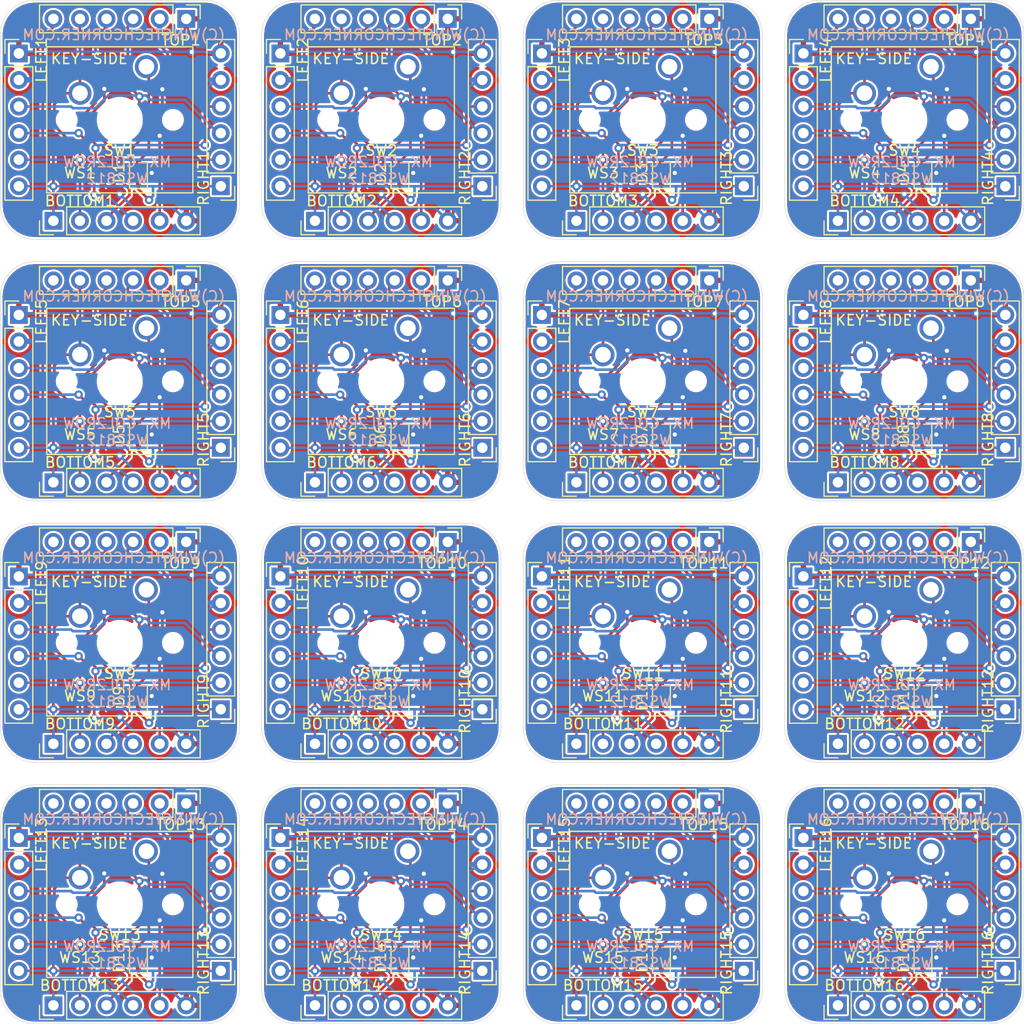
<source format=kicad_pcb>
(kicad_pcb (version 20171130) (host pcbnew "(5.1.9-0-10_14)")
  (layers (0 F.Cu signal hide) (31 B.Cu signal hide) (34 B.Paste user hide) (35 F.Paste user hide) (36 B.SilkS user hide) (37 F.SilkS user hide) (38 B.Mask user hide) (39 F.Mask user hide) (44 Edge.Cuts user))
  (net 0 "")
  (net 1 VCC)
  (net 2 DI)
  (net 3 GND)
  (net 4 DO)
  (net 5 COL)
  (net 6 "Net-(D1-Pad2)")
  (net 7 ROW)
  (net 8 "Net-(D2-Pad2)")
  (net 9 "Net-(D3-Pad2)")
  (net 10 "Net-(D4-Pad2)")
  (net 11 "Net-(D5-Pad2)")
  (net 12 "Net-(D6-Pad2)")
  (net 13 "Net-(D7-Pad2)")
  (net 14 "Net-(D8-Pad2)")
  (net 15 "Net-(D9-Pad2)")
  (net 16 "Net-(D10-Pad2)")
  (net 17 "Net-(D11-Pad2)")
  (net 18 "Net-(D12-Pad2)")
  (net 19 "Net-(D13-Pad2)")
  (net 20 "Net-(D14-Pad2)")
  (net 21 "Net-(D15-Pad2)")
  (net 22 "Net-(D16-Pad2)")
  (module WingCustomParts:ws2812b-2020-2.0mmx2.0mm (layer F.Cu) (at 71.698 85.287)
    (fp_text reference WS16 (at -3.048 -0.127) (layer F.SilkS))
    (fp_text value WS2812B-2020-JLCPCB)
    (pad 4 smd rect (at -0.92 0.56 180) (size 0.7 0.7) (layers F.Cu F.Paste F.Mask) (net 1 VCC))
    (pad 3 smd rect (at -0.92 -0.56 180) (size 0.7 0.7) (layers F.Cu F.Paste F.Mask) (net 2 DI))
    (pad 2 smd rect (at 0.92 -0.56 180) (size 0.7 0.7) (layers F.Cu F.Paste F.Mask) (net 3 GND))
    (pad 1 smd rect (at 0.92 0.56 180) (size 0.7 0.7) (layers F.Cu F.Paste F.Mask) (net 4 DO))
  )
  (module WingCustomParts:ws2812b-2020-2.0mmx2.0mm (layer F.Cu) (at 46.698 85.287)
    (fp_text reference WS15 (at -3.048 -0.127) (layer F.SilkS))
    (fp_text value WS2812B-2020-JLCPCB)
    (pad 4 smd rect (at -0.92 0.56 180) (size 0.7 0.7) (layers F.Cu F.Paste F.Mask) (net 1 VCC))
    (pad 3 smd rect (at -0.92 -0.56 180) (size 0.7 0.7) (layers F.Cu F.Paste F.Mask) (net 2 DI))
    (pad 2 smd rect (at 0.92 -0.56 180) (size 0.7 0.7) (layers F.Cu F.Paste F.Mask) (net 3 GND))
    (pad 1 smd rect (at 0.92 0.56 180) (size 0.7 0.7) (layers F.Cu F.Paste F.Mask) (net 4 DO))
  )
  (module WingCustomParts:ws2812b-2020-2.0mmx2.0mm (layer F.Cu) (at 21.698 85.287)
    (fp_text reference WS14 (at -3.048 -0.127) (layer F.SilkS))
    (fp_text value WS2812B-2020-JLCPCB)
    (pad 4 smd rect (at -0.92 0.56 180) (size 0.7 0.7) (layers F.Cu F.Paste F.Mask) (net 1 VCC))
    (pad 3 smd rect (at -0.92 -0.56 180) (size 0.7 0.7) (layers F.Cu F.Paste F.Mask) (net 2 DI))
    (pad 2 smd rect (at 0.92 -0.56 180) (size 0.7 0.7) (layers F.Cu F.Paste F.Mask) (net 3 GND))
    (pad 1 smd rect (at 0.92 0.56 180) (size 0.7 0.7) (layers F.Cu F.Paste F.Mask) (net 4 DO))
  )
  (module WingCustomParts:ws2812b-2020-2.0mmx2.0mm (layer F.Cu) (at -3.302 85.287)
    (fp_text reference WS13 (at -3.048 -0.127) (layer F.SilkS))
    (fp_text value WS2812B-2020-JLCPCB)
    (pad 4 smd rect (at -0.92 0.56 180) (size 0.7 0.7) (layers F.Cu F.Paste F.Mask) (net 1 VCC))
    (pad 3 smd rect (at -0.92 -0.56 180) (size 0.7 0.7) (layers F.Cu F.Paste F.Mask) (net 2 DI))
    (pad 2 smd rect (at 0.92 -0.56 180) (size 0.7 0.7) (layers F.Cu F.Paste F.Mask) (net 3 GND))
    (pad 1 smd rect (at 0.92 0.56 180) (size 0.7 0.7) (layers F.Cu F.Paste F.Mask) (net 4 DO))
  )
  (module WingCustomParts:ws2812b-2020-2.0mmx2.0mm (layer F.Cu) (at 71.698 60.287)
    (fp_text reference WS12 (at -3.048 -0.127) (layer F.SilkS))
    (fp_text value WS2812B-2020-JLCPCB)
    (pad 4 smd rect (at -0.92 0.56 180) (size 0.7 0.7) (layers F.Cu F.Paste F.Mask) (net 1 VCC))
    (pad 3 smd rect (at -0.92 -0.56 180) (size 0.7 0.7) (layers F.Cu F.Paste F.Mask) (net 2 DI))
    (pad 2 smd rect (at 0.92 -0.56 180) (size 0.7 0.7) (layers F.Cu F.Paste F.Mask) (net 3 GND))
    (pad 1 smd rect (at 0.92 0.56 180) (size 0.7 0.7) (layers F.Cu F.Paste F.Mask) (net 4 DO))
  )
  (module WingCustomParts:ws2812b-2020-2.0mmx2.0mm (layer F.Cu) (at 46.698 60.287)
    (fp_text reference WS11 (at -3.048 -0.127) (layer F.SilkS))
    (fp_text value WS2812B-2020-JLCPCB)
    (pad 4 smd rect (at -0.92 0.56 180) (size 0.7 0.7) (layers F.Cu F.Paste F.Mask) (net 1 VCC))
    (pad 3 smd rect (at -0.92 -0.56 180) (size 0.7 0.7) (layers F.Cu F.Paste F.Mask) (net 2 DI))
    (pad 2 smd rect (at 0.92 -0.56 180) (size 0.7 0.7) (layers F.Cu F.Paste F.Mask) (net 3 GND))
    (pad 1 smd rect (at 0.92 0.56 180) (size 0.7 0.7) (layers F.Cu F.Paste F.Mask) (net 4 DO))
  )
  (module WingCustomParts:ws2812b-2020-2.0mmx2.0mm (layer F.Cu) (at 21.698 60.287)
    (fp_text reference WS10 (at -3.048 -0.127) (layer F.SilkS))
    (fp_text value WS2812B-2020-JLCPCB)
    (pad 4 smd rect (at -0.92 0.56 180) (size 0.7 0.7) (layers F.Cu F.Paste F.Mask) (net 1 VCC))
    (pad 3 smd rect (at -0.92 -0.56 180) (size 0.7 0.7) (layers F.Cu F.Paste F.Mask) (net 2 DI))
    (pad 2 smd rect (at 0.92 -0.56 180) (size 0.7 0.7) (layers F.Cu F.Paste F.Mask) (net 3 GND))
    (pad 1 smd rect (at 0.92 0.56 180) (size 0.7 0.7) (layers F.Cu F.Paste F.Mask) (net 4 DO))
  )
  (module WingCustomParts:ws2812b-2020-2.0mmx2.0mm (layer F.Cu) (at -3.302 60.287)
    (fp_text reference WS9 (at -3.048 -0.127) (layer F.SilkS))
    (fp_text value WS2812B-2020-JLCPCB)
    (pad 4 smd rect (at -0.92 0.56 180) (size 0.7 0.7) (layers F.Cu F.Paste F.Mask) (net 1 VCC))
    (pad 3 smd rect (at -0.92 -0.56 180) (size 0.7 0.7) (layers F.Cu F.Paste F.Mask) (net 2 DI))
    (pad 2 smd rect (at 0.92 -0.56 180) (size 0.7 0.7) (layers F.Cu F.Paste F.Mask) (net 3 GND))
    (pad 1 smd rect (at 0.92 0.56 180) (size 0.7 0.7) (layers F.Cu F.Paste F.Mask) (net 4 DO))
  )
  (module WingCustomParts:ws2812b-2020-2.0mmx2.0mm (layer F.Cu) (at 71.698 35.287)
    (fp_text reference WS8 (at -3.048 -0.127) (layer F.SilkS))
    (fp_text value WS2812B-2020-JLCPCB)
    (pad 4 smd rect (at -0.92 0.56 180) (size 0.7 0.7) (layers F.Cu F.Paste F.Mask) (net 1 VCC))
    (pad 3 smd rect (at -0.92 -0.56 180) (size 0.7 0.7) (layers F.Cu F.Paste F.Mask) (net 2 DI))
    (pad 2 smd rect (at 0.92 -0.56 180) (size 0.7 0.7) (layers F.Cu F.Paste F.Mask) (net 3 GND))
    (pad 1 smd rect (at 0.92 0.56 180) (size 0.7 0.7) (layers F.Cu F.Paste F.Mask) (net 4 DO))
  )
  (module WingCustomParts:ws2812b-2020-2.0mmx2.0mm (layer F.Cu) (at 46.698 35.287)
    (fp_text reference WS7 (at -3.048 -0.127) (layer F.SilkS))
    (fp_text value WS2812B-2020-JLCPCB)
    (pad 4 smd rect (at -0.92 0.56 180) (size 0.7 0.7) (layers F.Cu F.Paste F.Mask) (net 1 VCC))
    (pad 3 smd rect (at -0.92 -0.56 180) (size 0.7 0.7) (layers F.Cu F.Paste F.Mask) (net 2 DI))
    (pad 2 smd rect (at 0.92 -0.56 180) (size 0.7 0.7) (layers F.Cu F.Paste F.Mask) (net 3 GND))
    (pad 1 smd rect (at 0.92 0.56 180) (size 0.7 0.7) (layers F.Cu F.Paste F.Mask) (net 4 DO))
  )
  (module WingCustomParts:ws2812b-2020-2.0mmx2.0mm (layer F.Cu) (at 21.698 35.287)
    (fp_text reference WS6 (at -3.048 -0.127) (layer F.SilkS))
    (fp_text value WS2812B-2020-JLCPCB)
    (pad 4 smd rect (at -0.92 0.56 180) (size 0.7 0.7) (layers F.Cu F.Paste F.Mask) (net 1 VCC))
    (pad 3 smd rect (at -0.92 -0.56 180) (size 0.7 0.7) (layers F.Cu F.Paste F.Mask) (net 2 DI))
    (pad 2 smd rect (at 0.92 -0.56 180) (size 0.7 0.7) (layers F.Cu F.Paste F.Mask) (net 3 GND))
    (pad 1 smd rect (at 0.92 0.56 180) (size 0.7 0.7) (layers F.Cu F.Paste F.Mask) (net 4 DO))
  )
  (module WingCustomParts:ws2812b-2020-2.0mmx2.0mm (layer F.Cu) (at -3.302 35.287)
    (fp_text reference WS5 (at -3.048 -0.127) (layer F.SilkS))
    (fp_text value WS2812B-2020-JLCPCB)
    (pad 4 smd rect (at -0.92 0.56 180) (size 0.7 0.7) (layers F.Cu F.Paste F.Mask) (net 1 VCC))
    (pad 3 smd rect (at -0.92 -0.56 180) (size 0.7 0.7) (layers F.Cu F.Paste F.Mask) (net 2 DI))
    (pad 2 smd rect (at 0.92 -0.56 180) (size 0.7 0.7) (layers F.Cu F.Paste F.Mask) (net 3 GND))
    (pad 1 smd rect (at 0.92 0.56 180) (size 0.7 0.7) (layers F.Cu F.Paste F.Mask) (net 4 DO))
  )
  (module WingCustomParts:ws2812b-2020-2.0mmx2.0mm (layer F.Cu) (at 71.698 10.287)
    (fp_text reference WS4 (at -3.048 -0.127) (layer F.SilkS))
    (fp_text value WS2812B-2020-JLCPCB)
    (pad 4 smd rect (at -0.92 0.56 180) (size 0.7 0.7) (layers F.Cu F.Paste F.Mask) (net 1 VCC))
    (pad 3 smd rect (at -0.92 -0.56 180) (size 0.7 0.7) (layers F.Cu F.Paste F.Mask) (net 2 DI))
    (pad 2 smd rect (at 0.92 -0.56 180) (size 0.7 0.7) (layers F.Cu F.Paste F.Mask) (net 3 GND))
    (pad 1 smd rect (at 0.92 0.56 180) (size 0.7 0.7) (layers F.Cu F.Paste F.Mask) (net 4 DO))
  )
  (module WingCustomParts:ws2812b-2020-2.0mmx2.0mm (layer F.Cu) (at 46.698 10.287)
    (fp_text reference WS3 (at -3.048 -0.127) (layer F.SilkS))
    (fp_text value WS2812B-2020-JLCPCB)
    (pad 4 smd rect (at -0.92 0.56 180) (size 0.7 0.7) (layers F.Cu F.Paste F.Mask) (net 1 VCC))
    (pad 3 smd rect (at -0.92 -0.56 180) (size 0.7 0.7) (layers F.Cu F.Paste F.Mask) (net 2 DI))
    (pad 2 smd rect (at 0.92 -0.56 180) (size 0.7 0.7) (layers F.Cu F.Paste F.Mask) (net 3 GND))
    (pad 1 smd rect (at 0.92 0.56 180) (size 0.7 0.7) (layers F.Cu F.Paste F.Mask) (net 4 DO))
  )
  (module WingCustomParts:ws2812b-2020-2.0mmx2.0mm (layer F.Cu) (at 21.698 10.287)
    (fp_text reference WS2 (at -3.048 -0.127) (layer F.SilkS))
    (fp_text value WS2812B-2020-JLCPCB)
    (pad 4 smd rect (at -0.92 0.56 180) (size 0.7 0.7) (layers F.Cu F.Paste F.Mask) (net 1 VCC))
    (pad 3 smd rect (at -0.92 -0.56 180) (size 0.7 0.7) (layers F.Cu F.Paste F.Mask) (net 2 DI))
    (pad 2 smd rect (at 0.92 -0.56 180) (size 0.7 0.7) (layers F.Cu F.Paste F.Mask) (net 3 GND))
    (pad 1 smd rect (at 0.92 0.56 180) (size 0.7 0.7) (layers F.Cu F.Paste F.Mask) (net 4 DO))
  )
  (module Connector_PinHeader_2.54mm:PinHeader_1x06_P2.54mm_Vertical (layer F.Cu) (at 78.81 70.428 270)
    (fp_text reference TOP16 (at 2.032 0.508 180) (layer F.SilkS))
    (fp_text value Conn_01x06)
    (pad 6 thru_hole oval (at 0 12.7 270) (size 1.7 1.7) (drill 1) (layers *.Cu *.Mask) (net 7 ROW))
    (pad 5 thru_hole oval (at 0 10.16 270) (size 1.7 1.7) (drill 1) (layers *.Cu *.Mask) (net 5 COL))
    (pad 4 thru_hole oval (at 0 7.62 270) (size 1.7 1.7) (drill 1) (layers *.Cu *.Mask) (net 2 DI))
    (pad 3 thru_hole oval (at 0 5.08 270) (size 1.7 1.7) (drill 1) (layers *.Cu *.Mask) (net 4 DO))
    (pad 2 thru_hole oval (at 0 2.54 270) (size 1.7 1.7) (drill 1) (layers *.Cu *.Mask) (net 3 GND))
    (pad 1 thru_hole rect (at 0 0 270) (size 1.7 1.7) (drill 1) (layers *.Cu *.Mask) (net 1 VCC))
  )
  (module Connector_PinHeader_2.54mm:PinHeader_1x06_P2.54mm_Vertical (layer F.Cu) (at 53.81 70.428 270)
    (fp_text reference TOP15 (at 2.032 0.508 180) (layer F.SilkS))
    (fp_text value Conn_01x06)
    (pad 6 thru_hole oval (at 0 12.7 270) (size 1.7 1.7) (drill 1) (layers *.Cu *.Mask) (net 7 ROW))
    (pad 5 thru_hole oval (at 0 10.16 270) (size 1.7 1.7) (drill 1) (layers *.Cu *.Mask) (net 5 COL))
    (pad 4 thru_hole oval (at 0 7.62 270) (size 1.7 1.7) (drill 1) (layers *.Cu *.Mask) (net 2 DI))
    (pad 3 thru_hole oval (at 0 5.08 270) (size 1.7 1.7) (drill 1) (layers *.Cu *.Mask) (net 4 DO))
    (pad 2 thru_hole oval (at 0 2.54 270) (size 1.7 1.7) (drill 1) (layers *.Cu *.Mask) (net 3 GND))
    (pad 1 thru_hole rect (at 0 0 270) (size 1.7 1.7) (drill 1) (layers *.Cu *.Mask) (net 1 VCC))
  )
  (module Connector_PinHeader_2.54mm:PinHeader_1x06_P2.54mm_Vertical (layer F.Cu) (at 28.81 70.428 270)
    (fp_text reference TOP14 (at 2.032 0.508 180) (layer F.SilkS))
    (fp_text value Conn_01x06)
    (pad 6 thru_hole oval (at 0 12.7 270) (size 1.7 1.7) (drill 1) (layers *.Cu *.Mask) (net 7 ROW))
    (pad 5 thru_hole oval (at 0 10.16 270) (size 1.7 1.7) (drill 1) (layers *.Cu *.Mask) (net 5 COL))
    (pad 4 thru_hole oval (at 0 7.62 270) (size 1.7 1.7) (drill 1) (layers *.Cu *.Mask) (net 2 DI))
    (pad 3 thru_hole oval (at 0 5.08 270) (size 1.7 1.7) (drill 1) (layers *.Cu *.Mask) (net 4 DO))
    (pad 2 thru_hole oval (at 0 2.54 270) (size 1.7 1.7) (drill 1) (layers *.Cu *.Mask) (net 3 GND))
    (pad 1 thru_hole rect (at 0 0 270) (size 1.7 1.7) (drill 1) (layers *.Cu *.Mask) (net 1 VCC))
  )
  (module Connector_PinHeader_2.54mm:PinHeader_1x06_P2.54mm_Vertical (layer F.Cu) (at 3.81 70.428 270)
    (fp_text reference TOP13 (at 2.032 0.508 180) (layer F.SilkS))
    (fp_text value Conn_01x06)
    (pad 6 thru_hole oval (at 0 12.7 270) (size 1.7 1.7) (drill 1) (layers *.Cu *.Mask) (net 7 ROW))
    (pad 5 thru_hole oval (at 0 10.16 270) (size 1.7 1.7) (drill 1) (layers *.Cu *.Mask) (net 5 COL))
    (pad 4 thru_hole oval (at 0 7.62 270) (size 1.7 1.7) (drill 1) (layers *.Cu *.Mask) (net 2 DI))
    (pad 3 thru_hole oval (at 0 5.08 270) (size 1.7 1.7) (drill 1) (layers *.Cu *.Mask) (net 4 DO))
    (pad 2 thru_hole oval (at 0 2.54 270) (size 1.7 1.7) (drill 1) (layers *.Cu *.Mask) (net 3 GND))
    (pad 1 thru_hole rect (at 0 0 270) (size 1.7 1.7) (drill 1) (layers *.Cu *.Mask) (net 1 VCC))
  )
  (module Connector_PinHeader_2.54mm:PinHeader_1x06_P2.54mm_Vertical (layer F.Cu) (at 78.81 45.428 270)
    (fp_text reference TOP12 (at 2.032 0.508 180) (layer F.SilkS))
    (fp_text value Conn_01x06)
    (pad 6 thru_hole oval (at 0 12.7 270) (size 1.7 1.7) (drill 1) (layers *.Cu *.Mask) (net 7 ROW))
    (pad 5 thru_hole oval (at 0 10.16 270) (size 1.7 1.7) (drill 1) (layers *.Cu *.Mask) (net 5 COL))
    (pad 4 thru_hole oval (at 0 7.62 270) (size 1.7 1.7) (drill 1) (layers *.Cu *.Mask) (net 2 DI))
    (pad 3 thru_hole oval (at 0 5.08 270) (size 1.7 1.7) (drill 1) (layers *.Cu *.Mask) (net 4 DO))
    (pad 2 thru_hole oval (at 0 2.54 270) (size 1.7 1.7) (drill 1) (layers *.Cu *.Mask) (net 3 GND))
    (pad 1 thru_hole rect (at 0 0 270) (size 1.7 1.7) (drill 1) (layers *.Cu *.Mask) (net 1 VCC))
  )
  (module Connector_PinHeader_2.54mm:PinHeader_1x06_P2.54mm_Vertical (layer F.Cu) (at 53.81 45.428 270)
    (fp_text reference TOP11 (at 2.032 0.508 180) (layer F.SilkS))
    (fp_text value Conn_01x06)
    (pad 6 thru_hole oval (at 0 12.7 270) (size 1.7 1.7) (drill 1) (layers *.Cu *.Mask) (net 7 ROW))
    (pad 5 thru_hole oval (at 0 10.16 270) (size 1.7 1.7) (drill 1) (layers *.Cu *.Mask) (net 5 COL))
    (pad 4 thru_hole oval (at 0 7.62 270) (size 1.7 1.7) (drill 1) (layers *.Cu *.Mask) (net 2 DI))
    (pad 3 thru_hole oval (at 0 5.08 270) (size 1.7 1.7) (drill 1) (layers *.Cu *.Mask) (net 4 DO))
    (pad 2 thru_hole oval (at 0 2.54 270) (size 1.7 1.7) (drill 1) (layers *.Cu *.Mask) (net 3 GND))
    (pad 1 thru_hole rect (at 0 0 270) (size 1.7 1.7) (drill 1) (layers *.Cu *.Mask) (net 1 VCC))
  )
  (module Connector_PinHeader_2.54mm:PinHeader_1x06_P2.54mm_Vertical (layer F.Cu) (at 28.81 45.428 270)
    (fp_text reference TOP10 (at 2.032 0.508 180) (layer F.SilkS))
    (fp_text value Conn_01x06)
    (pad 6 thru_hole oval (at 0 12.7 270) (size 1.7 1.7) (drill 1) (layers *.Cu *.Mask) (net 7 ROW))
    (pad 5 thru_hole oval (at 0 10.16 270) (size 1.7 1.7) (drill 1) (layers *.Cu *.Mask) (net 5 COL))
    (pad 4 thru_hole oval (at 0 7.62 270) (size 1.7 1.7) (drill 1) (layers *.Cu *.Mask) (net 2 DI))
    (pad 3 thru_hole oval (at 0 5.08 270) (size 1.7 1.7) (drill 1) (layers *.Cu *.Mask) (net 4 DO))
    (pad 2 thru_hole oval (at 0 2.54 270) (size 1.7 1.7) (drill 1) (layers *.Cu *.Mask) (net 3 GND))
    (pad 1 thru_hole rect (at 0 0 270) (size 1.7 1.7) (drill 1) (layers *.Cu *.Mask) (net 1 VCC))
  )
  (module Connector_PinHeader_2.54mm:PinHeader_1x06_P2.54mm_Vertical (layer F.Cu) (at 3.81 45.428 270)
    (fp_text reference TOP9 (at 2.032 0.508 180) (layer F.SilkS))
    (fp_text value Conn_01x06)
    (pad 6 thru_hole oval (at 0 12.7 270) (size 1.7 1.7) (drill 1) (layers *.Cu *.Mask) (net 7 ROW))
    (pad 5 thru_hole oval (at 0 10.16 270) (size 1.7 1.7) (drill 1) (layers *.Cu *.Mask) (net 5 COL))
    (pad 4 thru_hole oval (at 0 7.62 270) (size 1.7 1.7) (drill 1) (layers *.Cu *.Mask) (net 2 DI))
    (pad 3 thru_hole oval (at 0 5.08 270) (size 1.7 1.7) (drill 1) (layers *.Cu *.Mask) (net 4 DO))
    (pad 2 thru_hole oval (at 0 2.54 270) (size 1.7 1.7) (drill 1) (layers *.Cu *.Mask) (net 3 GND))
    (pad 1 thru_hole rect (at 0 0 270) (size 1.7 1.7) (drill 1) (layers *.Cu *.Mask) (net 1 VCC))
  )
  (module Connector_PinHeader_2.54mm:PinHeader_1x06_P2.54mm_Vertical (layer F.Cu) (at 78.81 20.428 270)
    (fp_text reference TOP8 (at 2.032 0.508 180) (layer F.SilkS))
    (fp_text value Conn_01x06)
    (pad 6 thru_hole oval (at 0 12.7 270) (size 1.7 1.7) (drill 1) (layers *.Cu *.Mask) (net 7 ROW))
    (pad 5 thru_hole oval (at 0 10.16 270) (size 1.7 1.7) (drill 1) (layers *.Cu *.Mask) (net 5 COL))
    (pad 4 thru_hole oval (at 0 7.62 270) (size 1.7 1.7) (drill 1) (layers *.Cu *.Mask) (net 2 DI))
    (pad 3 thru_hole oval (at 0 5.08 270) (size 1.7 1.7) (drill 1) (layers *.Cu *.Mask) (net 4 DO))
    (pad 2 thru_hole oval (at 0 2.54 270) (size 1.7 1.7) (drill 1) (layers *.Cu *.Mask) (net 3 GND))
    (pad 1 thru_hole rect (at 0 0 270) (size 1.7 1.7) (drill 1) (layers *.Cu *.Mask) (net 1 VCC))
  )
  (module Connector_PinHeader_2.54mm:PinHeader_1x06_P2.54mm_Vertical (layer F.Cu) (at 53.81 20.428 270)
    (fp_text reference TOP7 (at 2.032 0.508 180) (layer F.SilkS))
    (fp_text value Conn_01x06)
    (pad 6 thru_hole oval (at 0 12.7 270) (size 1.7 1.7) (drill 1) (layers *.Cu *.Mask) (net 7 ROW))
    (pad 5 thru_hole oval (at 0 10.16 270) (size 1.7 1.7) (drill 1) (layers *.Cu *.Mask) (net 5 COL))
    (pad 4 thru_hole oval (at 0 7.62 270) (size 1.7 1.7) (drill 1) (layers *.Cu *.Mask) (net 2 DI))
    (pad 3 thru_hole oval (at 0 5.08 270) (size 1.7 1.7) (drill 1) (layers *.Cu *.Mask) (net 4 DO))
    (pad 2 thru_hole oval (at 0 2.54 270) (size 1.7 1.7) (drill 1) (layers *.Cu *.Mask) (net 3 GND))
    (pad 1 thru_hole rect (at 0 0 270) (size 1.7 1.7) (drill 1) (layers *.Cu *.Mask) (net 1 VCC))
  )
  (module Connector_PinHeader_2.54mm:PinHeader_1x06_P2.54mm_Vertical (layer F.Cu) (at 28.81 20.428 270)
    (fp_text reference TOP6 (at 2.032 0.508 180) (layer F.SilkS))
    (fp_text value Conn_01x06)
    (pad 6 thru_hole oval (at 0 12.7 270) (size 1.7 1.7) (drill 1) (layers *.Cu *.Mask) (net 7 ROW))
    (pad 5 thru_hole oval (at 0 10.16 270) (size 1.7 1.7) (drill 1) (layers *.Cu *.Mask) (net 5 COL))
    (pad 4 thru_hole oval (at 0 7.62 270) (size 1.7 1.7) (drill 1) (layers *.Cu *.Mask) (net 2 DI))
    (pad 3 thru_hole oval (at 0 5.08 270) (size 1.7 1.7) (drill 1) (layers *.Cu *.Mask) (net 4 DO))
    (pad 2 thru_hole oval (at 0 2.54 270) (size 1.7 1.7) (drill 1) (layers *.Cu *.Mask) (net 3 GND))
    (pad 1 thru_hole rect (at 0 0 270) (size 1.7 1.7) (drill 1) (layers *.Cu *.Mask) (net 1 VCC))
  )
  (module Connector_PinHeader_2.54mm:PinHeader_1x06_P2.54mm_Vertical (layer F.Cu) (at 3.81 20.428 270)
    (fp_text reference TOP5 (at 2.032 0.508 180) (layer F.SilkS))
    (fp_text value Conn_01x06)
    (pad 6 thru_hole oval (at 0 12.7 270) (size 1.7 1.7) (drill 1) (layers *.Cu *.Mask) (net 7 ROW))
    (pad 5 thru_hole oval (at 0 10.16 270) (size 1.7 1.7) (drill 1) (layers *.Cu *.Mask) (net 5 COL))
    (pad 4 thru_hole oval (at 0 7.62 270) (size 1.7 1.7) (drill 1) (layers *.Cu *.Mask) (net 2 DI))
    (pad 3 thru_hole oval (at 0 5.08 270) (size 1.7 1.7) (drill 1) (layers *.Cu *.Mask) (net 4 DO))
    (pad 2 thru_hole oval (at 0 2.54 270) (size 1.7 1.7) (drill 1) (layers *.Cu *.Mask) (net 3 GND))
    (pad 1 thru_hole rect (at 0 0 270) (size 1.7 1.7) (drill 1) (layers *.Cu *.Mask) (net 1 VCC))
  )
  (module Connector_PinHeader_2.54mm:PinHeader_1x06_P2.54mm_Vertical (layer F.Cu) (at 78.81 -4.572 270)
    (fp_text reference TOP4 (at 2.032 0.508 180) (layer F.SilkS))
    (fp_text value Conn_01x06)
    (pad 6 thru_hole oval (at 0 12.7 270) (size 1.7 1.7) (drill 1) (layers *.Cu *.Mask) (net 7 ROW))
    (pad 5 thru_hole oval (at 0 10.16 270) (size 1.7 1.7) (drill 1) (layers *.Cu *.Mask) (net 5 COL))
    (pad 4 thru_hole oval (at 0 7.62 270) (size 1.7 1.7) (drill 1) (layers *.Cu *.Mask) (net 2 DI))
    (pad 3 thru_hole oval (at 0 5.08 270) (size 1.7 1.7) (drill 1) (layers *.Cu *.Mask) (net 4 DO))
    (pad 2 thru_hole oval (at 0 2.54 270) (size 1.7 1.7) (drill 1) (layers *.Cu *.Mask) (net 3 GND))
    (pad 1 thru_hole rect (at 0 0 270) (size 1.7 1.7) (drill 1) (layers *.Cu *.Mask) (net 1 VCC))
  )
  (module Connector_PinHeader_2.54mm:PinHeader_1x06_P2.54mm_Vertical (layer F.Cu) (at 53.81 -4.572 270)
    (fp_text reference TOP3 (at 2.032 0.508 180) (layer F.SilkS))
    (fp_text value Conn_01x06)
    (pad 6 thru_hole oval (at 0 12.7 270) (size 1.7 1.7) (drill 1) (layers *.Cu *.Mask) (net 7 ROW))
    (pad 5 thru_hole oval (at 0 10.16 270) (size 1.7 1.7) (drill 1) (layers *.Cu *.Mask) (net 5 COL))
    (pad 4 thru_hole oval (at 0 7.62 270) (size 1.7 1.7) (drill 1) (layers *.Cu *.Mask) (net 2 DI))
    (pad 3 thru_hole oval (at 0 5.08 270) (size 1.7 1.7) (drill 1) (layers *.Cu *.Mask) (net 4 DO))
    (pad 2 thru_hole oval (at 0 2.54 270) (size 1.7 1.7) (drill 1) (layers *.Cu *.Mask) (net 3 GND))
    (pad 1 thru_hole rect (at 0 0 270) (size 1.7 1.7) (drill 1) (layers *.Cu *.Mask) (net 1 VCC))
  )
  (module Connector_PinHeader_2.54mm:PinHeader_1x06_P2.54mm_Vertical (layer F.Cu) (at 28.81 -4.572 270)
    (fp_text reference TOP2 (at 2.032 0.508 180) (layer F.SilkS))
    (fp_text value Conn_01x06)
    (pad 6 thru_hole oval (at 0 12.7 270) (size 1.7 1.7) (drill 1) (layers *.Cu *.Mask) (net 7 ROW))
    (pad 5 thru_hole oval (at 0 10.16 270) (size 1.7 1.7) (drill 1) (layers *.Cu *.Mask) (net 5 COL))
    (pad 4 thru_hole oval (at 0 7.62 270) (size 1.7 1.7) (drill 1) (layers *.Cu *.Mask) (net 2 DI))
    (pad 3 thru_hole oval (at 0 5.08 270) (size 1.7 1.7) (drill 1) (layers *.Cu *.Mask) (net 4 DO))
    (pad 2 thru_hole oval (at 0 2.54 270) (size 1.7 1.7) (drill 1) (layers *.Cu *.Mask) (net 3 GND))
    (pad 1 thru_hole rect (at 0 0 270) (size 1.7 1.7) (drill 1) (layers *.Cu *.Mask) (net 1 VCC))
  )
  (module cherry:SW_Cherry_MX_1.00u_PCB (layer F.Cu) (at 75 75)
    (fp_text reference SW16 (at -2.54 8.001) (layer F.SilkS))
    (fp_text value SW_Push)
    (pad "" np_thru_hole circle (at 2.54 5.08) (size 1.7 1.7) (drill 1.7) (layers *.Cu *.Mask))
    (pad "" np_thru_hole circle (at -7.62 5.08) (size 1.7 1.7) (drill 1.7) (layers *.Cu *.Mask))
    (pad "" np_thru_hole circle (at -2.54 5.08) (size 4 4) (drill 4) (layers *.Cu *.Mask))
    (pad 2 thru_hole circle (at -6.35 2.54) (size 2.2 2.2) (drill 1.5) (layers *.Cu *.Mask) (net 5 COL))
    (pad 1 thru_hole circle (at 0 0) (size 2.2 2.2) (drill 1.5) (layers *.Cu *.Mask) (net 22 "Net-(D16-Pad2)"))
  )
  (module cherry:SW_Cherry_MX_1.00u_PCB (layer F.Cu) (at 50 75)
    (fp_text reference SW15 (at -2.54 8.001) (layer F.SilkS))
    (fp_text value SW_Push)
    (pad "" np_thru_hole circle (at 2.54 5.08) (size 1.7 1.7) (drill 1.7) (layers *.Cu *.Mask))
    (pad "" np_thru_hole circle (at -7.62 5.08) (size 1.7 1.7) (drill 1.7) (layers *.Cu *.Mask))
    (pad "" np_thru_hole circle (at -2.54 5.08) (size 4 4) (drill 4) (layers *.Cu *.Mask))
    (pad 2 thru_hole circle (at -6.35 2.54) (size 2.2 2.2) (drill 1.5) (layers *.Cu *.Mask) (net 5 COL))
    (pad 1 thru_hole circle (at 0 0) (size 2.2 2.2) (drill 1.5) (layers *.Cu *.Mask) (net 21 "Net-(D15-Pad2)"))
  )
  (module cherry:SW_Cherry_MX_1.00u_PCB (layer F.Cu) (at 25 75)
    (fp_text reference SW14 (at -2.54 8.001) (layer F.SilkS))
    (fp_text value SW_Push)
    (pad "" np_thru_hole circle (at 2.54 5.08) (size 1.7 1.7) (drill 1.7) (layers *.Cu *.Mask))
    (pad "" np_thru_hole circle (at -7.62 5.08) (size 1.7 1.7) (drill 1.7) (layers *.Cu *.Mask))
    (pad "" np_thru_hole circle (at -2.54 5.08) (size 4 4) (drill 4) (layers *.Cu *.Mask))
    (pad 2 thru_hole circle (at -6.35 2.54) (size 2.2 2.2) (drill 1.5) (layers *.Cu *.Mask) (net 5 COL))
    (pad 1 thru_hole circle (at 0 0) (size 2.2 2.2) (drill 1.5) (layers *.Cu *.Mask) (net 20 "Net-(D14-Pad2)"))
  )
  (module cherry:SW_Cherry_MX_1.00u_PCB (layer F.Cu) (at 0 75)
    (fp_text reference SW13 (at -2.54 8.001) (layer F.SilkS))
    (fp_text value SW_Push)
    (pad "" np_thru_hole circle (at 2.54 5.08) (size 1.7 1.7) (drill 1.7) (layers *.Cu *.Mask))
    (pad "" np_thru_hole circle (at -7.62 5.08) (size 1.7 1.7) (drill 1.7) (layers *.Cu *.Mask))
    (pad "" np_thru_hole circle (at -2.54 5.08) (size 4 4) (drill 4) (layers *.Cu *.Mask))
    (pad 2 thru_hole circle (at -6.35 2.54) (size 2.2 2.2) (drill 1.5) (layers *.Cu *.Mask) (net 5 COL))
    (pad 1 thru_hole circle (at 0 0) (size 2.2 2.2) (drill 1.5) (layers *.Cu *.Mask) (net 19 "Net-(D13-Pad2)"))
  )
  (module cherry:SW_Cherry_MX_1.00u_PCB (layer F.Cu) (at 75 50)
    (fp_text reference SW12 (at -2.54 8.001) (layer F.SilkS))
    (fp_text value SW_Push)
    (pad "" np_thru_hole circle (at 2.54 5.08) (size 1.7 1.7) (drill 1.7) (layers *.Cu *.Mask))
    (pad "" np_thru_hole circle (at -7.62 5.08) (size 1.7 1.7) (drill 1.7) (layers *.Cu *.Mask))
    (pad "" np_thru_hole circle (at -2.54 5.08) (size 4 4) (drill 4) (layers *.Cu *.Mask))
    (pad 2 thru_hole circle (at -6.35 2.54) (size 2.2 2.2) (drill 1.5) (layers *.Cu *.Mask) (net 5 COL))
    (pad 1 thru_hole circle (at 0 0) (size 2.2 2.2) (drill 1.5) (layers *.Cu *.Mask) (net 18 "Net-(D12-Pad2)"))
  )
  (module cherry:SW_Cherry_MX_1.00u_PCB (layer F.Cu) (at 50 50)
    (fp_text reference SW11 (at -2.54 8.001) (layer F.SilkS))
    (fp_text value SW_Push)
    (pad "" np_thru_hole circle (at 2.54 5.08) (size 1.7 1.7) (drill 1.7) (layers *.Cu *.Mask))
    (pad "" np_thru_hole circle (at -7.62 5.08) (size 1.7 1.7) (drill 1.7) (layers *.Cu *.Mask))
    (pad "" np_thru_hole circle (at -2.54 5.08) (size 4 4) (drill 4) (layers *.Cu *.Mask))
    (pad 2 thru_hole circle (at -6.35 2.54) (size 2.2 2.2) (drill 1.5) (layers *.Cu *.Mask) (net 5 COL))
    (pad 1 thru_hole circle (at 0 0) (size 2.2 2.2) (drill 1.5) (layers *.Cu *.Mask) (net 17 "Net-(D11-Pad2)"))
  )
  (module cherry:SW_Cherry_MX_1.00u_PCB (layer F.Cu) (at 25 50)
    (fp_text reference SW10 (at -2.54 8.001) (layer F.SilkS))
    (fp_text value SW_Push)
    (pad "" np_thru_hole circle (at 2.54 5.08) (size 1.7 1.7) (drill 1.7) (layers *.Cu *.Mask))
    (pad "" np_thru_hole circle (at -7.62 5.08) (size 1.7 1.7) (drill 1.7) (layers *.Cu *.Mask))
    (pad "" np_thru_hole circle (at -2.54 5.08) (size 4 4) (drill 4) (layers *.Cu *.Mask))
    (pad 2 thru_hole circle (at -6.35 2.54) (size 2.2 2.2) (drill 1.5) (layers *.Cu *.Mask) (net 5 COL))
    (pad 1 thru_hole circle (at 0 0) (size 2.2 2.2) (drill 1.5) (layers *.Cu *.Mask) (net 16 "Net-(D10-Pad2)"))
  )
  (module cherry:SW_Cherry_MX_1.00u_PCB (layer F.Cu) (at 0 50)
    (fp_text reference SW9 (at -2.54 8.001) (layer F.SilkS))
    (fp_text value SW_Push)
    (pad "" np_thru_hole circle (at 2.54 5.08) (size 1.7 1.7) (drill 1.7) (layers *.Cu *.Mask))
    (pad "" np_thru_hole circle (at -7.62 5.08) (size 1.7 1.7) (drill 1.7) (layers *.Cu *.Mask))
    (pad "" np_thru_hole circle (at -2.54 5.08) (size 4 4) (drill 4) (layers *.Cu *.Mask))
    (pad 2 thru_hole circle (at -6.35 2.54) (size 2.2 2.2) (drill 1.5) (layers *.Cu *.Mask) (net 5 COL))
    (pad 1 thru_hole circle (at 0 0) (size 2.2 2.2) (drill 1.5) (layers *.Cu *.Mask) (net 15 "Net-(D9-Pad2)"))
  )
  (module cherry:SW_Cherry_MX_1.00u_PCB (layer F.Cu) (at 75 25)
    (fp_text reference SW8 (at -2.54 8.001) (layer F.SilkS))
    (fp_text value SW_Push)
    (pad "" np_thru_hole circle (at 2.54 5.08) (size 1.7 1.7) (drill 1.7) (layers *.Cu *.Mask))
    (pad "" np_thru_hole circle (at -7.62 5.08) (size 1.7 1.7) (drill 1.7) (layers *.Cu *.Mask))
    (pad "" np_thru_hole circle (at -2.54 5.08) (size 4 4) (drill 4) (layers *.Cu *.Mask))
    (pad 2 thru_hole circle (at -6.35 2.54) (size 2.2 2.2) (drill 1.5) (layers *.Cu *.Mask) (net 5 COL))
    (pad 1 thru_hole circle (at 0 0) (size 2.2 2.2) (drill 1.5) (layers *.Cu *.Mask) (net 14 "Net-(D8-Pad2)"))
  )
  (module cherry:SW_Cherry_MX_1.00u_PCB (layer F.Cu) (at 50 25)
    (fp_text reference SW7 (at -2.54 8.001) (layer F.SilkS))
    (fp_text value SW_Push)
    (pad "" np_thru_hole circle (at 2.54 5.08) (size 1.7 1.7) (drill 1.7) (layers *.Cu *.Mask))
    (pad "" np_thru_hole circle (at -7.62 5.08) (size 1.7 1.7) (drill 1.7) (layers *.Cu *.Mask))
    (pad "" np_thru_hole circle (at -2.54 5.08) (size 4 4) (drill 4) (layers *.Cu *.Mask))
    (pad 2 thru_hole circle (at -6.35 2.54) (size 2.2 2.2) (drill 1.5) (layers *.Cu *.Mask) (net 5 COL))
    (pad 1 thru_hole circle (at 0 0) (size 2.2 2.2) (drill 1.5) (layers *.Cu *.Mask) (net 13 "Net-(D7-Pad2)"))
  )
  (module cherry:SW_Cherry_MX_1.00u_PCB (layer F.Cu) (at 25 25)
    (fp_text reference SW6 (at -2.54 8.001) (layer F.SilkS))
    (fp_text value SW_Push)
    (pad "" np_thru_hole circle (at 2.54 5.08) (size 1.7 1.7) (drill 1.7) (layers *.Cu *.Mask))
    (pad "" np_thru_hole circle (at -7.62 5.08) (size 1.7 1.7) (drill 1.7) (layers *.Cu *.Mask))
    (pad "" np_thru_hole circle (at -2.54 5.08) (size 4 4) (drill 4) (layers *.Cu *.Mask))
    (pad 2 thru_hole circle (at -6.35 2.54) (size 2.2 2.2) (drill 1.5) (layers *.Cu *.Mask) (net 5 COL))
    (pad 1 thru_hole circle (at 0 0) (size 2.2 2.2) (drill 1.5) (layers *.Cu *.Mask) (net 12 "Net-(D6-Pad2)"))
  )
  (module cherry:SW_Cherry_MX_1.00u_PCB (layer F.Cu) (at 0 25)
    (fp_text reference SW5 (at -2.54 8.001) (layer F.SilkS))
    (fp_text value SW_Push)
    (pad "" np_thru_hole circle (at 2.54 5.08) (size 1.7 1.7) (drill 1.7) (layers *.Cu *.Mask))
    (pad "" np_thru_hole circle (at -7.62 5.08) (size 1.7 1.7) (drill 1.7) (layers *.Cu *.Mask))
    (pad "" np_thru_hole circle (at -2.54 5.08) (size 4 4) (drill 4) (layers *.Cu *.Mask))
    (pad 2 thru_hole circle (at -6.35 2.54) (size 2.2 2.2) (drill 1.5) (layers *.Cu *.Mask) (net 5 COL))
    (pad 1 thru_hole circle (at 0 0) (size 2.2 2.2) (drill 1.5) (layers *.Cu *.Mask) (net 11 "Net-(D5-Pad2)"))
  )
  (module cherry:SW_Cherry_MX_1.00u_PCB (layer F.Cu) (at 75 0)
    (fp_text reference SW4 (at -2.54 8.001) (layer F.SilkS))
    (fp_text value SW_Push)
    (pad "" np_thru_hole circle (at 2.54 5.08) (size 1.7 1.7) (drill 1.7) (layers *.Cu *.Mask))
    (pad "" np_thru_hole circle (at -7.62 5.08) (size 1.7 1.7) (drill 1.7) (layers *.Cu *.Mask))
    (pad "" np_thru_hole circle (at -2.54 5.08) (size 4 4) (drill 4) (layers *.Cu *.Mask))
    (pad 2 thru_hole circle (at -6.35 2.54) (size 2.2 2.2) (drill 1.5) (layers *.Cu *.Mask) (net 5 COL))
    (pad 1 thru_hole circle (at 0 0) (size 2.2 2.2) (drill 1.5) (layers *.Cu *.Mask) (net 10 "Net-(D4-Pad2)"))
  )
  (module cherry:SW_Cherry_MX_1.00u_PCB (layer F.Cu) (at 50 0)
    (fp_text reference SW3 (at -2.54 8.001) (layer F.SilkS))
    (fp_text value SW_Push)
    (pad "" np_thru_hole circle (at 2.54 5.08) (size 1.7 1.7) (drill 1.7) (layers *.Cu *.Mask))
    (pad "" np_thru_hole circle (at -7.62 5.08) (size 1.7 1.7) (drill 1.7) (layers *.Cu *.Mask))
    (pad "" np_thru_hole circle (at -2.54 5.08) (size 4 4) (drill 4) (layers *.Cu *.Mask))
    (pad 2 thru_hole circle (at -6.35 2.54) (size 2.2 2.2) (drill 1.5) (layers *.Cu *.Mask) (net 5 COL))
    (pad 1 thru_hole circle (at 0 0) (size 2.2 2.2) (drill 1.5) (layers *.Cu *.Mask) (net 9 "Net-(D3-Pad2)"))
  )
  (module cherry:SW_Cherry_MX_1.00u_PCB (layer F.Cu) (at 25 0)
    (fp_text reference SW2 (at -2.54 8.001) (layer F.SilkS))
    (fp_text value SW_Push)
    (pad "" np_thru_hole circle (at 2.54 5.08) (size 1.7 1.7) (drill 1.7) (layers *.Cu *.Mask))
    (pad "" np_thru_hole circle (at -7.62 5.08) (size 1.7 1.7) (drill 1.7) (layers *.Cu *.Mask))
    (pad "" np_thru_hole circle (at -2.54 5.08) (size 4 4) (drill 4) (layers *.Cu *.Mask))
    (pad 2 thru_hole circle (at -6.35 2.54) (size 2.2 2.2) (drill 1.5) (layers *.Cu *.Mask) (net 5 COL))
    (pad 1 thru_hole circle (at 0 0) (size 2.2 2.2) (drill 1.5) (layers *.Cu *.Mask) (net 8 "Net-(D2-Pad2)"))
  )
  (module Connector_PinHeader_2.54mm:PinHeader_1x06_P2.54mm_Vertical (layer F.Cu) (at 82.112 86.43 180)
    (fp_text reference RIGHT16 (at 1.651 0.762 90) (layer F.SilkS))
    (fp_text value Conn_01x06)
    (pad 6 thru_hole oval (at 0 12.7 180) (size 1.7 1.7) (drill 1) (layers *.Cu *.Mask) (net 1 VCC))
    (pad 5 thru_hole oval (at 0 10.16 180) (size 1.7 1.7) (drill 1) (layers *.Cu *.Mask) (net 3 GND))
    (pad 4 thru_hole oval (at 0 7.62 180) (size 1.7 1.7) (drill 1) (layers *.Cu *.Mask) (net 2 DI))
    (pad 3 thru_hole oval (at 0 5.08 180) (size 1.7 1.7) (drill 1) (layers *.Cu *.Mask) (net 4 DO))
    (pad 2 thru_hole oval (at 0 2.54 180) (size 1.7 1.7) (drill 1) (layers *.Cu *.Mask) (net 5 COL))
    (pad 1 thru_hole rect (at 0 0 180) (size 1.7 1.7) (drill 1) (layers *.Cu *.Mask) (net 7 ROW))
  )
  (module Connector_PinHeader_2.54mm:PinHeader_1x06_P2.54mm_Vertical (layer F.Cu) (at 57.112 86.43 180)
    (fp_text reference RIGHT15 (at 1.651 0.762 90) (layer F.SilkS))
    (fp_text value Conn_01x06)
    (pad 6 thru_hole oval (at 0 12.7 180) (size 1.7 1.7) (drill 1) (layers *.Cu *.Mask) (net 1 VCC))
    (pad 5 thru_hole oval (at 0 10.16 180) (size 1.7 1.7) (drill 1) (layers *.Cu *.Mask) (net 3 GND))
    (pad 4 thru_hole oval (at 0 7.62 180) (size 1.7 1.7) (drill 1) (layers *.Cu *.Mask) (net 2 DI))
    (pad 3 thru_hole oval (at 0 5.08 180) (size 1.7 1.7) (drill 1) (layers *.Cu *.Mask) (net 4 DO))
    (pad 2 thru_hole oval (at 0 2.54 180) (size 1.7 1.7) (drill 1) (layers *.Cu *.Mask) (net 5 COL))
    (pad 1 thru_hole rect (at 0 0 180) (size 1.7 1.7) (drill 1) (layers *.Cu *.Mask) (net 7 ROW))
  )
  (module Connector_PinHeader_2.54mm:PinHeader_1x06_P2.54mm_Vertical (layer F.Cu) (at 32.112 86.43 180)
    (fp_text reference RIGHT14 (at 1.651 0.762 90) (layer F.SilkS))
    (fp_text value Conn_01x06)
    (pad 6 thru_hole oval (at 0 12.7 180) (size 1.7 1.7) (drill 1) (layers *.Cu *.Mask) (net 1 VCC))
    (pad 5 thru_hole oval (at 0 10.16 180) (size 1.7 1.7) (drill 1) (layers *.Cu *.Mask) (net 3 GND))
    (pad 4 thru_hole oval (at 0 7.62 180) (size 1.7 1.7) (drill 1) (layers *.Cu *.Mask) (net 2 DI))
    (pad 3 thru_hole oval (at 0 5.08 180) (size 1.7 1.7) (drill 1) (layers *.Cu *.Mask) (net 4 DO))
    (pad 2 thru_hole oval (at 0 2.54 180) (size 1.7 1.7) (drill 1) (layers *.Cu *.Mask) (net 5 COL))
    (pad 1 thru_hole rect (at 0 0 180) (size 1.7 1.7) (drill 1) (layers *.Cu *.Mask) (net 7 ROW))
  )
  (module Connector_PinHeader_2.54mm:PinHeader_1x06_P2.54mm_Vertical (layer F.Cu) (at 7.112 86.43 180)
    (fp_text reference RIGHT13 (at 1.651 0.762 90) (layer F.SilkS))
    (fp_text value Conn_01x06)
    (pad 6 thru_hole oval (at 0 12.7 180) (size 1.7 1.7) (drill 1) (layers *.Cu *.Mask) (net 1 VCC))
    (pad 5 thru_hole oval (at 0 10.16 180) (size 1.7 1.7) (drill 1) (layers *.Cu *.Mask) (net 3 GND))
    (pad 4 thru_hole oval (at 0 7.62 180) (size 1.7 1.7) (drill 1) (layers *.Cu *.Mask) (net 2 DI))
    (pad 3 thru_hole oval (at 0 5.08 180) (size 1.7 1.7) (drill 1) (layers *.Cu *.Mask) (net 4 DO))
    (pad 2 thru_hole oval (at 0 2.54 180) (size 1.7 1.7) (drill 1) (layers *.Cu *.Mask) (net 5 COL))
    (pad 1 thru_hole rect (at 0 0 180) (size 1.7 1.7) (drill 1) (layers *.Cu *.Mask) (net 7 ROW))
  )
  (module Connector_PinHeader_2.54mm:PinHeader_1x06_P2.54mm_Vertical (layer F.Cu) (at 82.112 61.43 180)
    (fp_text reference RIGHT12 (at 1.651 0.762 90) (layer F.SilkS))
    (fp_text value Conn_01x06)
    (pad 6 thru_hole oval (at 0 12.7 180) (size 1.7 1.7) (drill 1) (layers *.Cu *.Mask) (net 1 VCC))
    (pad 5 thru_hole oval (at 0 10.16 180) (size 1.7 1.7) (drill 1) (layers *.Cu *.Mask) (net 3 GND))
    (pad 4 thru_hole oval (at 0 7.62 180) (size 1.7 1.7) (drill 1) (layers *.Cu *.Mask) (net 2 DI))
    (pad 3 thru_hole oval (at 0 5.08 180) (size 1.7 1.7) (drill 1) (layers *.Cu *.Mask) (net 4 DO))
    (pad 2 thru_hole oval (at 0 2.54 180) (size 1.7 1.7) (drill 1) (layers *.Cu *.Mask) (net 5 COL))
    (pad 1 thru_hole rect (at 0 0 180) (size 1.7 1.7) (drill 1) (layers *.Cu *.Mask) (net 7 ROW))
  )
  (module Connector_PinHeader_2.54mm:PinHeader_1x06_P2.54mm_Vertical (layer F.Cu) (at 57.112 61.43 180)
    (fp_text reference RIGHT11 (at 1.651 0.762 90) (layer F.SilkS))
    (fp_text value Conn_01x06)
    (pad 6 thru_hole oval (at 0 12.7 180) (size 1.7 1.7) (drill 1) (layers *.Cu *.Mask) (net 1 VCC))
    (pad 5 thru_hole oval (at 0 10.16 180) (size 1.7 1.7) (drill 1) (layers *.Cu *.Mask) (net 3 GND))
    (pad 4 thru_hole oval (at 0 7.62 180) (size 1.7 1.7) (drill 1) (layers *.Cu *.Mask) (net 2 DI))
    (pad 3 thru_hole oval (at 0 5.08 180) (size 1.7 1.7) (drill 1) (layers *.Cu *.Mask) (net 4 DO))
    (pad 2 thru_hole oval (at 0 2.54 180) (size 1.7 1.7) (drill 1) (layers *.Cu *.Mask) (net 5 COL))
    (pad 1 thru_hole rect (at 0 0 180) (size 1.7 1.7) (drill 1) (layers *.Cu *.Mask) (net 7 ROW))
  )
  (module Connector_PinHeader_2.54mm:PinHeader_1x06_P2.54mm_Vertical (layer F.Cu) (at 32.112 61.43 180)
    (fp_text reference RIGHT10 (at 1.651 0.762 90) (layer F.SilkS))
    (fp_text value Conn_01x06)
    (pad 6 thru_hole oval (at 0 12.7 180) (size 1.7 1.7) (drill 1) (layers *.Cu *.Mask) (net 1 VCC))
    (pad 5 thru_hole oval (at 0 10.16 180) (size 1.7 1.7) (drill 1) (layers *.Cu *.Mask) (net 3 GND))
    (pad 4 thru_hole oval (at 0 7.62 180) (size 1.7 1.7) (drill 1) (layers *.Cu *.Mask) (net 2 DI))
    (pad 3 thru_hole oval (at 0 5.08 180) (size 1.7 1.7) (drill 1) (layers *.Cu *.Mask) (net 4 DO))
    (pad 2 thru_hole oval (at 0 2.54 180) (size 1.7 1.7) (drill 1) (layers *.Cu *.Mask) (net 5 COL))
    (pad 1 thru_hole rect (at 0 0 180) (size 1.7 1.7) (drill 1) (layers *.Cu *.Mask) (net 7 ROW))
  )
  (module Connector_PinHeader_2.54mm:PinHeader_1x06_P2.54mm_Vertical (layer F.Cu) (at 7.112 61.43 180)
    (fp_text reference RIGHT9 (at 1.651 0.762 90) (layer F.SilkS))
    (fp_text value Conn_01x06)
    (pad 6 thru_hole oval (at 0 12.7 180) (size 1.7 1.7) (drill 1) (layers *.Cu *.Mask) (net 1 VCC))
    (pad 5 thru_hole oval (at 0 10.16 180) (size 1.7 1.7) (drill 1) (layers *.Cu *.Mask) (net 3 GND))
    (pad 4 thru_hole oval (at 0 7.62 180) (size 1.7 1.7) (drill 1) (layers *.Cu *.Mask) (net 2 DI))
    (pad 3 thru_hole oval (at 0 5.08 180) (size 1.7 1.7) (drill 1) (layers *.Cu *.Mask) (net 4 DO))
    (pad 2 thru_hole oval (at 0 2.54 180) (size 1.7 1.7) (drill 1) (layers *.Cu *.Mask) (net 5 COL))
    (pad 1 thru_hole rect (at 0 0 180) (size 1.7 1.7) (drill 1) (layers *.Cu *.Mask) (net 7 ROW))
  )
  (module Connector_PinHeader_2.54mm:PinHeader_1x06_P2.54mm_Vertical (layer F.Cu) (at 82.112 36.43 180)
    (fp_text reference RIGHT8 (at 1.651 0.762 90) (layer F.SilkS))
    (fp_text value Conn_01x06)
    (pad 6 thru_hole oval (at 0 12.7 180) (size 1.7 1.7) (drill 1) (layers *.Cu *.Mask) (net 1 VCC))
    (pad 5 thru_hole oval (at 0 10.16 180) (size 1.7 1.7) (drill 1) (layers *.Cu *.Mask) (net 3 GND))
    (pad 4 thru_hole oval (at 0 7.62 180) (size 1.7 1.7) (drill 1) (layers *.Cu *.Mask) (net 2 DI))
    (pad 3 thru_hole oval (at 0 5.08 180) (size 1.7 1.7) (drill 1) (layers *.Cu *.Mask) (net 4 DO))
    (pad 2 thru_hole oval (at 0 2.54 180) (size 1.7 1.7) (drill 1) (layers *.Cu *.Mask) (net 5 COL))
    (pad 1 thru_hole rect (at 0 0 180) (size 1.7 1.7) (drill 1) (layers *.Cu *.Mask) (net 7 ROW))
  )
  (module Connector_PinHeader_2.54mm:PinHeader_1x06_P2.54mm_Vertical (layer F.Cu) (at 57.112 36.43 180)
    (fp_text reference RIGHT7 (at 1.651 0.762 90) (layer F.SilkS))
    (fp_text value Conn_01x06)
    (pad 6 thru_hole oval (at 0 12.7 180) (size 1.7 1.7) (drill 1) (layers *.Cu *.Mask) (net 1 VCC))
    (pad 5 thru_hole oval (at 0 10.16 180) (size 1.7 1.7) (drill 1) (layers *.Cu *.Mask) (net 3 GND))
    (pad 4 thru_hole oval (at 0 7.62 180) (size 1.7 1.7) (drill 1) (layers *.Cu *.Mask) (net 2 DI))
    (pad 3 thru_hole oval (at 0 5.08 180) (size 1.7 1.7) (drill 1) (layers *.Cu *.Mask) (net 4 DO))
    (pad 2 thru_hole oval (at 0 2.54 180) (size 1.7 1.7) (drill 1) (layers *.Cu *.Mask) (net 5 COL))
    (pad 1 thru_hole rect (at 0 0 180) (size 1.7 1.7) (drill 1) (layers *.Cu *.Mask) (net 7 ROW))
  )
  (module Connector_PinHeader_2.54mm:PinHeader_1x06_P2.54mm_Vertical (layer F.Cu) (at 32.112 36.43 180)
    (fp_text reference RIGHT6 (at 1.651 0.762 90) (layer F.SilkS))
    (fp_text value Conn_01x06)
    (pad 6 thru_hole oval (at 0 12.7 180) (size 1.7 1.7) (drill 1) (layers *.Cu *.Mask) (net 1 VCC))
    (pad 5 thru_hole oval (at 0 10.16 180) (size 1.7 1.7) (drill 1) (layers *.Cu *.Mask) (net 3 GND))
    (pad 4 thru_hole oval (at 0 7.62 180) (size 1.7 1.7) (drill 1) (layers *.Cu *.Mask) (net 2 DI))
    (pad 3 thru_hole oval (at 0 5.08 180) (size 1.7 1.7) (drill 1) (layers *.Cu *.Mask) (net 4 DO))
    (pad 2 thru_hole oval (at 0 2.54 180) (size 1.7 1.7) (drill 1) (layers *.Cu *.Mask) (net 5 COL))
    (pad 1 thru_hole rect (at 0 0 180) (size 1.7 1.7) (drill 1) (layers *.Cu *.Mask) (net 7 ROW))
  )
  (module Connector_PinHeader_2.54mm:PinHeader_1x06_P2.54mm_Vertical (layer F.Cu) (at 7.112 36.43 180)
    (fp_text reference RIGHT5 (at 1.651 0.762 90) (layer F.SilkS))
    (fp_text value Conn_01x06)
    (pad 6 thru_hole oval (at 0 12.7 180) (size 1.7 1.7) (drill 1) (layers *.Cu *.Mask) (net 1 VCC))
    (pad 5 thru_hole oval (at 0 10.16 180) (size 1.7 1.7) (drill 1) (layers *.Cu *.Mask) (net 3 GND))
    (pad 4 thru_hole oval (at 0 7.62 180) (size 1.7 1.7) (drill 1) (layers *.Cu *.Mask) (net 2 DI))
    (pad 3 thru_hole oval (at 0 5.08 180) (size 1.7 1.7) (drill 1) (layers *.Cu *.Mask) (net 4 DO))
    (pad 2 thru_hole oval (at 0 2.54 180) (size 1.7 1.7) (drill 1) (layers *.Cu *.Mask) (net 5 COL))
    (pad 1 thru_hole rect (at 0 0 180) (size 1.7 1.7) (drill 1) (layers *.Cu *.Mask) (net 7 ROW))
  )
  (module Connector_PinHeader_2.54mm:PinHeader_1x06_P2.54mm_Vertical (layer F.Cu) (at 82.112 11.43 180)
    (fp_text reference RIGHT4 (at 1.651 0.762 90) (layer F.SilkS))
    (fp_text value Conn_01x06)
    (pad 6 thru_hole oval (at 0 12.7 180) (size 1.7 1.7) (drill 1) (layers *.Cu *.Mask) (net 1 VCC))
    (pad 5 thru_hole oval (at 0 10.16 180) (size 1.7 1.7) (drill 1) (layers *.Cu *.Mask) (net 3 GND))
    (pad 4 thru_hole oval (at 0 7.62 180) (size 1.7 1.7) (drill 1) (layers *.Cu *.Mask) (net 2 DI))
    (pad 3 thru_hole oval (at 0 5.08 180) (size 1.7 1.7) (drill 1) (layers *.Cu *.Mask) (net 4 DO))
    (pad 2 thru_hole oval (at 0 2.54 180) (size 1.7 1.7) (drill 1) (layers *.Cu *.Mask) (net 5 COL))
    (pad 1 thru_hole rect (at 0 0 180) (size 1.7 1.7) (drill 1) (layers *.Cu *.Mask) (net 7 ROW))
  )
  (module Connector_PinHeader_2.54mm:PinHeader_1x06_P2.54mm_Vertical (layer F.Cu) (at 57.112 11.43 180)
    (fp_text reference RIGHT3 (at 1.651 0.762 90) (layer F.SilkS))
    (fp_text value Conn_01x06)
    (pad 6 thru_hole oval (at 0 12.7 180) (size 1.7 1.7) (drill 1) (layers *.Cu *.Mask) (net 1 VCC))
    (pad 5 thru_hole oval (at 0 10.16 180) (size 1.7 1.7) (drill 1) (layers *.Cu *.Mask) (net 3 GND))
    (pad 4 thru_hole oval (at 0 7.62 180) (size 1.7 1.7) (drill 1) (layers *.Cu *.Mask) (net 2 DI))
    (pad 3 thru_hole oval (at 0 5.08 180) (size 1.7 1.7) (drill 1) (layers *.Cu *.Mask) (net 4 DO))
    (pad 2 thru_hole oval (at 0 2.54 180) (size 1.7 1.7) (drill 1) (layers *.Cu *.Mask) (net 5 COL))
    (pad 1 thru_hole rect (at 0 0 180) (size 1.7 1.7) (drill 1) (layers *.Cu *.Mask) (net 7 ROW))
  )
  (module Connector_PinHeader_2.54mm:PinHeader_1x06_P2.54mm_Vertical (layer F.Cu) (at 32.112 11.43 180)
    (fp_text reference RIGHT2 (at 1.651 0.762 90) (layer F.SilkS))
    (fp_text value Conn_01x06)
    (pad 6 thru_hole oval (at 0 12.7 180) (size 1.7 1.7) (drill 1) (layers *.Cu *.Mask) (net 1 VCC))
    (pad 5 thru_hole oval (at 0 10.16 180) (size 1.7 1.7) (drill 1) (layers *.Cu *.Mask) (net 3 GND))
    (pad 4 thru_hole oval (at 0 7.62 180) (size 1.7 1.7) (drill 1) (layers *.Cu *.Mask) (net 2 DI))
    (pad 3 thru_hole oval (at 0 5.08 180) (size 1.7 1.7) (drill 1) (layers *.Cu *.Mask) (net 4 DO))
    (pad 2 thru_hole oval (at 0 2.54 180) (size 1.7 1.7) (drill 1) (layers *.Cu *.Mask) (net 5 COL))
    (pad 1 thru_hole rect (at 0 0 180) (size 1.7 1.7) (drill 1) (layers *.Cu *.Mask) (net 7 ROW))
  )
  (module Connector_PinHeader_2.54mm:PinHeader_1x06_P2.54mm_Vertical (layer F.Cu) (at 62.808 73.73)
    (fp_text reference LEFT16 (at 2.159 0.635 270) (layer F.SilkS))
    (fp_text value Conn_01x06)
    (pad 6 thru_hole oval (at 0 12.7) (size 1.7 1.7) (drill 1) (layers *.Cu *.Mask) (net 7 ROW))
    (pad 5 thru_hole oval (at 0 10.16) (size 1.7 1.7) (drill 1) (layers *.Cu *.Mask) (net 5 COL))
    (pad 4 thru_hole oval (at 0 7.62) (size 1.7 1.7) (drill 1) (layers *.Cu *.Mask) (net 2 DI))
    (pad 3 thru_hole oval (at 0 5.08) (size 1.7 1.7) (drill 1) (layers *.Cu *.Mask) (net 4 DO))
    (pad 2 thru_hole oval (at 0 2.54) (size 1.7 1.7) (drill 1) (layers *.Cu *.Mask) (net 3 GND))
    (pad 1 thru_hole rect (at 0 0) (size 1.7 1.7) (drill 1) (layers *.Cu *.Mask) (net 1 VCC))
  )
  (module Connector_PinHeader_2.54mm:PinHeader_1x06_P2.54mm_Vertical (layer F.Cu) (at 37.808 73.73)
    (fp_text reference LEFT15 (at 2.159 0.635 270) (layer F.SilkS))
    (fp_text value Conn_01x06)
    (pad 6 thru_hole oval (at 0 12.7) (size 1.7 1.7) (drill 1) (layers *.Cu *.Mask) (net 7 ROW))
    (pad 5 thru_hole oval (at 0 10.16) (size 1.7 1.7) (drill 1) (layers *.Cu *.Mask) (net 5 COL))
    (pad 4 thru_hole oval (at 0 7.62) (size 1.7 1.7) (drill 1) (layers *.Cu *.Mask) (net 2 DI))
    (pad 3 thru_hole oval (at 0 5.08) (size 1.7 1.7) (drill 1) (layers *.Cu *.Mask) (net 4 DO))
    (pad 2 thru_hole oval (at 0 2.54) (size 1.7 1.7) (drill 1) (layers *.Cu *.Mask) (net 3 GND))
    (pad 1 thru_hole rect (at 0 0) (size 1.7 1.7) (drill 1) (layers *.Cu *.Mask) (net 1 VCC))
  )
  (module Connector_PinHeader_2.54mm:PinHeader_1x06_P2.54mm_Vertical (layer F.Cu) (at 12.808 73.73)
    (fp_text reference LEFT14 (at 2.159 0.635 270) (layer F.SilkS))
    (fp_text value Conn_01x06)
    (pad 6 thru_hole oval (at 0 12.7) (size 1.7 1.7) (drill 1) (layers *.Cu *.Mask) (net 7 ROW))
    (pad 5 thru_hole oval (at 0 10.16) (size 1.7 1.7) (drill 1) (layers *.Cu *.Mask) (net 5 COL))
    (pad 4 thru_hole oval (at 0 7.62) (size 1.7 1.7) (drill 1) (layers *.Cu *.Mask) (net 2 DI))
    (pad 3 thru_hole oval (at 0 5.08) (size 1.7 1.7) (drill 1) (layers *.Cu *.Mask) (net 4 DO))
    (pad 2 thru_hole oval (at 0 2.54) (size 1.7 1.7) (drill 1) (layers *.Cu *.Mask) (net 3 GND))
    (pad 1 thru_hole rect (at 0 0) (size 1.7 1.7) (drill 1) (layers *.Cu *.Mask) (net 1 VCC))
  )
  (module Connector_PinHeader_2.54mm:PinHeader_1x06_P2.54mm_Vertical (layer F.Cu) (at -12.192 73.73)
    (fp_text reference LEFT13 (at 2.159 0.635 270) (layer F.SilkS))
    (fp_text value Conn_01x06)
    (pad 6 thru_hole oval (at 0 12.7) (size 1.7 1.7) (drill 1) (layers *.Cu *.Mask) (net 7 ROW))
    (pad 5 thru_hole oval (at 0 10.16) (size 1.7 1.7) (drill 1) (layers *.Cu *.Mask) (net 5 COL))
    (pad 4 thru_hole oval (at 0 7.62) (size 1.7 1.7) (drill 1) (layers *.Cu *.Mask) (net 2 DI))
    (pad 3 thru_hole oval (at 0 5.08) (size 1.7 1.7) (drill 1) (layers *.Cu *.Mask) (net 4 DO))
    (pad 2 thru_hole oval (at 0 2.54) (size 1.7 1.7) (drill 1) (layers *.Cu *.Mask) (net 3 GND))
    (pad 1 thru_hole rect (at 0 0) (size 1.7 1.7) (drill 1) (layers *.Cu *.Mask) (net 1 VCC))
  )
  (module Connector_PinHeader_2.54mm:PinHeader_1x06_P2.54mm_Vertical (layer F.Cu) (at 62.808 48.73)
    (fp_text reference LEFT12 (at 2.159 0.635 270) (layer F.SilkS))
    (fp_text value Conn_01x06)
    (pad 6 thru_hole oval (at 0 12.7) (size 1.7 1.7) (drill 1) (layers *.Cu *.Mask) (net 7 ROW))
    (pad 5 thru_hole oval (at 0 10.16) (size 1.7 1.7) (drill 1) (layers *.Cu *.Mask) (net 5 COL))
    (pad 4 thru_hole oval (at 0 7.62) (size 1.7 1.7) (drill 1) (layers *.Cu *.Mask) (net 2 DI))
    (pad 3 thru_hole oval (at 0 5.08) (size 1.7 1.7) (drill 1) (layers *.Cu *.Mask) (net 4 DO))
    (pad 2 thru_hole oval (at 0 2.54) (size 1.7 1.7) (drill 1) (layers *.Cu *.Mask) (net 3 GND))
    (pad 1 thru_hole rect (at 0 0) (size 1.7 1.7) (drill 1) (layers *.Cu *.Mask) (net 1 VCC))
  )
  (module Connector_PinHeader_2.54mm:PinHeader_1x06_P2.54mm_Vertical (layer F.Cu) (at 37.808 48.73)
    (fp_text reference LEFT11 (at 2.159 0.635 270) (layer F.SilkS))
    (fp_text value Conn_01x06)
    (pad 6 thru_hole oval (at 0 12.7) (size 1.7 1.7) (drill 1) (layers *.Cu *.Mask) (net 7 ROW))
    (pad 5 thru_hole oval (at 0 10.16) (size 1.7 1.7) (drill 1) (layers *.Cu *.Mask) (net 5 COL))
    (pad 4 thru_hole oval (at 0 7.62) (size 1.7 1.7) (drill 1) (layers *.Cu *.Mask) (net 2 DI))
    (pad 3 thru_hole oval (at 0 5.08) (size 1.7 1.7) (drill 1) (layers *.Cu *.Mask) (net 4 DO))
    (pad 2 thru_hole oval (at 0 2.54) (size 1.7 1.7) (drill 1) (layers *.Cu *.Mask) (net 3 GND))
    (pad 1 thru_hole rect (at 0 0) (size 1.7 1.7) (drill 1) (layers *.Cu *.Mask) (net 1 VCC))
  )
  (module Connector_PinHeader_2.54mm:PinHeader_1x06_P2.54mm_Vertical (layer F.Cu) (at 12.808 48.73)
    (fp_text reference LEFT10 (at 2.159 0.635 270) (layer F.SilkS))
    (fp_text value Conn_01x06)
    (pad 6 thru_hole oval (at 0 12.7) (size 1.7 1.7) (drill 1) (layers *.Cu *.Mask) (net 7 ROW))
    (pad 5 thru_hole oval (at 0 10.16) (size 1.7 1.7) (drill 1) (layers *.Cu *.Mask) (net 5 COL))
    (pad 4 thru_hole oval (at 0 7.62) (size 1.7 1.7) (drill 1) (layers *.Cu *.Mask) (net 2 DI))
    (pad 3 thru_hole oval (at 0 5.08) (size 1.7 1.7) (drill 1) (layers *.Cu *.Mask) (net 4 DO))
    (pad 2 thru_hole oval (at 0 2.54) (size 1.7 1.7) (drill 1) (layers *.Cu *.Mask) (net 3 GND))
    (pad 1 thru_hole rect (at 0 0) (size 1.7 1.7) (drill 1) (layers *.Cu *.Mask) (net 1 VCC))
  )
  (module Connector_PinHeader_2.54mm:PinHeader_1x06_P2.54mm_Vertical (layer F.Cu) (at -12.192 48.73)
    (fp_text reference LEFT9 (at 2.159 0.635 270) (layer F.SilkS))
    (fp_text value Conn_01x06)
    (pad 6 thru_hole oval (at 0 12.7) (size 1.7 1.7) (drill 1) (layers *.Cu *.Mask) (net 7 ROW))
    (pad 5 thru_hole oval (at 0 10.16) (size 1.7 1.7) (drill 1) (layers *.Cu *.Mask) (net 5 COL))
    (pad 4 thru_hole oval (at 0 7.62) (size 1.7 1.7) (drill 1) (layers *.Cu *.Mask) (net 2 DI))
    (pad 3 thru_hole oval (at 0 5.08) (size 1.7 1.7) (drill 1) (layers *.Cu *.Mask) (net 4 DO))
    (pad 2 thru_hole oval (at 0 2.54) (size 1.7 1.7) (drill 1) (layers *.Cu *.Mask) (net 3 GND))
    (pad 1 thru_hole rect (at 0 0) (size 1.7 1.7) (drill 1) (layers *.Cu *.Mask) (net 1 VCC))
  )
  (module Connector_PinHeader_2.54mm:PinHeader_1x06_P2.54mm_Vertical (layer F.Cu) (at 62.808 23.73)
    (fp_text reference LEFT8 (at 2.159 0.635 270) (layer F.SilkS))
    (fp_text value Conn_01x06)
    (pad 6 thru_hole oval (at 0 12.7) (size 1.7 1.7) (drill 1) (layers *.Cu *.Mask) (net 7 ROW))
    (pad 5 thru_hole oval (at 0 10.16) (size 1.7 1.7) (drill 1) (layers *.Cu *.Mask) (net 5 COL))
    (pad 4 thru_hole oval (at 0 7.62) (size 1.7 1.7) (drill 1) (layers *.Cu *.Mask) (net 2 DI))
    (pad 3 thru_hole oval (at 0 5.08) (size 1.7 1.7) (drill 1) (layers *.Cu *.Mask) (net 4 DO))
    (pad 2 thru_hole oval (at 0 2.54) (size 1.7 1.7) (drill 1) (layers *.Cu *.Mask) (net 3 GND))
    (pad 1 thru_hole rect (at 0 0) (size 1.7 1.7) (drill 1) (layers *.Cu *.Mask) (net 1 VCC))
  )
  (module Connector_PinHeader_2.54mm:PinHeader_1x06_P2.54mm_Vertical (layer F.Cu) (at 37.808 23.73)
    (fp_text reference LEFT7 (at 2.159 0.635 270) (layer F.SilkS))
    (fp_text value Conn_01x06)
    (pad 6 thru_hole oval (at 0 12.7) (size 1.7 1.7) (drill 1) (layers *.Cu *.Mask) (net 7 ROW))
    (pad 5 thru_hole oval (at 0 10.16) (size 1.7 1.7) (drill 1) (layers *.Cu *.Mask) (net 5 COL))
    (pad 4 thru_hole oval (at 0 7.62) (size 1.7 1.7) (drill 1) (layers *.Cu *.Mask) (net 2 DI))
    (pad 3 thru_hole oval (at 0 5.08) (size 1.7 1.7) (drill 1) (layers *.Cu *.Mask) (net 4 DO))
    (pad 2 thru_hole oval (at 0 2.54) (size 1.7 1.7) (drill 1) (layers *.Cu *.Mask) (net 3 GND))
    (pad 1 thru_hole rect (at 0 0) (size 1.7 1.7) (drill 1) (layers *.Cu *.Mask) (net 1 VCC))
  )
  (module Connector_PinHeader_2.54mm:PinHeader_1x06_P2.54mm_Vertical (layer F.Cu) (at 12.808 23.73)
    (fp_text reference LEFT6 (at 2.159 0.635 270) (layer F.SilkS))
    (fp_text value Conn_01x06)
    (pad 6 thru_hole oval (at 0 12.7) (size 1.7 1.7) (drill 1) (layers *.Cu *.Mask) (net 7 ROW))
    (pad 5 thru_hole oval (at 0 10.16) (size 1.7 1.7) (drill 1) (layers *.Cu *.Mask) (net 5 COL))
    (pad 4 thru_hole oval (at 0 7.62) (size 1.7 1.7) (drill 1) (layers *.Cu *.Mask) (net 2 DI))
    (pad 3 thru_hole oval (at 0 5.08) (size 1.7 1.7) (drill 1) (layers *.Cu *.Mask) (net 4 DO))
    (pad 2 thru_hole oval (at 0 2.54) (size 1.7 1.7) (drill 1) (layers *.Cu *.Mask) (net 3 GND))
    (pad 1 thru_hole rect (at 0 0) (size 1.7 1.7) (drill 1) (layers *.Cu *.Mask) (net 1 VCC))
  )
  (module Connector_PinHeader_2.54mm:PinHeader_1x06_P2.54mm_Vertical (layer F.Cu) (at -12.192 23.73)
    (fp_text reference LEFT5 (at 2.159 0.635 270) (layer F.SilkS))
    (fp_text value Conn_01x06)
    (pad 6 thru_hole oval (at 0 12.7) (size 1.7 1.7) (drill 1) (layers *.Cu *.Mask) (net 7 ROW))
    (pad 5 thru_hole oval (at 0 10.16) (size 1.7 1.7) (drill 1) (layers *.Cu *.Mask) (net 5 COL))
    (pad 4 thru_hole oval (at 0 7.62) (size 1.7 1.7) (drill 1) (layers *.Cu *.Mask) (net 2 DI))
    (pad 3 thru_hole oval (at 0 5.08) (size 1.7 1.7) (drill 1) (layers *.Cu *.Mask) (net 4 DO))
    (pad 2 thru_hole oval (at 0 2.54) (size 1.7 1.7) (drill 1) (layers *.Cu *.Mask) (net 3 GND))
    (pad 1 thru_hole rect (at 0 0) (size 1.7 1.7) (drill 1) (layers *.Cu *.Mask) (net 1 VCC))
  )
  (module Connector_PinHeader_2.54mm:PinHeader_1x06_P2.54mm_Vertical (layer F.Cu) (at 62.808 -1.27)
    (fp_text reference LEFT4 (at 2.159 0.635 270) (layer F.SilkS))
    (fp_text value Conn_01x06)
    (pad 6 thru_hole oval (at 0 12.7) (size 1.7 1.7) (drill 1) (layers *.Cu *.Mask) (net 7 ROW))
    (pad 5 thru_hole oval (at 0 10.16) (size 1.7 1.7) (drill 1) (layers *.Cu *.Mask) (net 5 COL))
    (pad 4 thru_hole oval (at 0 7.62) (size 1.7 1.7) (drill 1) (layers *.Cu *.Mask) (net 2 DI))
    (pad 3 thru_hole oval (at 0 5.08) (size 1.7 1.7) (drill 1) (layers *.Cu *.Mask) (net 4 DO))
    (pad 2 thru_hole oval (at 0 2.54) (size 1.7 1.7) (drill 1) (layers *.Cu *.Mask) (net 3 GND))
    (pad 1 thru_hole rect (at 0 0) (size 1.7 1.7) (drill 1) (layers *.Cu *.Mask) (net 1 VCC))
  )
  (module Connector_PinHeader_2.54mm:PinHeader_1x06_P2.54mm_Vertical (layer F.Cu) (at 37.808 -1.27)
    (fp_text reference LEFT3 (at 2.159 0.635 270) (layer F.SilkS))
    (fp_text value Conn_01x06)
    (pad 6 thru_hole oval (at 0 12.7) (size 1.7 1.7) (drill 1) (layers *.Cu *.Mask) (net 7 ROW))
    (pad 5 thru_hole oval (at 0 10.16) (size 1.7 1.7) (drill 1) (layers *.Cu *.Mask) (net 5 COL))
    (pad 4 thru_hole oval (at 0 7.62) (size 1.7 1.7) (drill 1) (layers *.Cu *.Mask) (net 2 DI))
    (pad 3 thru_hole oval (at 0 5.08) (size 1.7 1.7) (drill 1) (layers *.Cu *.Mask) (net 4 DO))
    (pad 2 thru_hole oval (at 0 2.54) (size 1.7 1.7) (drill 1) (layers *.Cu *.Mask) (net 3 GND))
    (pad 1 thru_hole rect (at 0 0) (size 1.7 1.7) (drill 1) (layers *.Cu *.Mask) (net 1 VCC))
  )
  (module Connector_PinHeader_2.54mm:PinHeader_1x06_P2.54mm_Vertical (layer F.Cu) (at 12.808 -1.27)
    (fp_text reference LEFT2 (at 2.159 0.635 270) (layer F.SilkS))
    (fp_text value Conn_01x06)
    (pad 6 thru_hole oval (at 0 12.7) (size 1.7 1.7) (drill 1) (layers *.Cu *.Mask) (net 7 ROW))
    (pad 5 thru_hole oval (at 0 10.16) (size 1.7 1.7) (drill 1) (layers *.Cu *.Mask) (net 5 COL))
    (pad 4 thru_hole oval (at 0 7.62) (size 1.7 1.7) (drill 1) (layers *.Cu *.Mask) (net 2 DI))
    (pad 3 thru_hole oval (at 0 5.08) (size 1.7 1.7) (drill 1) (layers *.Cu *.Mask) (net 4 DO))
    (pad 2 thru_hole oval (at 0 2.54) (size 1.7 1.7) (drill 1) (layers *.Cu *.Mask) (net 3 GND))
    (pad 1 thru_hole rect (at 0 0) (size 1.7 1.7) (drill 1) (layers *.Cu *.Mask) (net 1 VCC))
  )
  (module Diode_SMD:D_SOD-323F (layer F.Cu) (at 74.238 85.16 90)
    (fp_text reference D16 (at 0 -1.85 90) (layer F.SilkS))
    (fp_text value Diode-SOD323F)
    (pad 2 smd rect (at 1.1 0 90) (size 0.5 0.5) (layers F.Cu F.Paste F.Mask) (net 22 "Net-(D16-Pad2)"))
    (pad 1 smd rect (at -1.1 0 90) (size 0.5 0.5) (layers F.Cu F.Paste F.Mask) (net 7 ROW))
  )
  (module Diode_SMD:D_SOD-323F (layer F.Cu) (at 49.238 85.16 90)
    (fp_text reference D15 (at 0 -1.85 90) (layer F.SilkS))
    (fp_text value Diode-SOD323F)
    (pad 2 smd rect (at 1.1 0 90) (size 0.5 0.5) (layers F.Cu F.Paste F.Mask) (net 21 "Net-(D15-Pad2)"))
    (pad 1 smd rect (at -1.1 0 90) (size 0.5 0.5) (layers F.Cu F.Paste F.Mask) (net 7 ROW))
  )
  (module Diode_SMD:D_SOD-323F (layer F.Cu) (at 24.238 85.16 90)
    (fp_text reference D14 (at 0 -1.85 90) (layer F.SilkS))
    (fp_text value Diode-SOD323F)
    (pad 2 smd rect (at 1.1 0 90) (size 0.5 0.5) (layers F.Cu F.Paste F.Mask) (net 20 "Net-(D14-Pad2)"))
    (pad 1 smd rect (at -1.1 0 90) (size 0.5 0.5) (layers F.Cu F.Paste F.Mask) (net 7 ROW))
  )
  (module Diode_SMD:D_SOD-323F (layer F.Cu) (at -0.762 85.16 90)
    (fp_text reference D13 (at 0 -1.85 90) (layer F.SilkS))
    (fp_text value Diode-SOD323F)
    (pad 2 smd rect (at 1.1 0 90) (size 0.5 0.5) (layers F.Cu F.Paste F.Mask) (net 19 "Net-(D13-Pad2)"))
    (pad 1 smd rect (at -1.1 0 90) (size 0.5 0.5) (layers F.Cu F.Paste F.Mask) (net 7 ROW))
  )
  (module Diode_SMD:D_SOD-323F (layer F.Cu) (at 74.238 60.16 90)
    (fp_text reference D12 (at 0 -1.85 90) (layer F.SilkS))
    (fp_text value Diode-SOD323F)
    (pad 2 smd rect (at 1.1 0 90) (size 0.5 0.5) (layers F.Cu F.Paste F.Mask) (net 18 "Net-(D12-Pad2)"))
    (pad 1 smd rect (at -1.1 0 90) (size 0.5 0.5) (layers F.Cu F.Paste F.Mask) (net 7 ROW))
  )
  (module Diode_SMD:D_SOD-323F (layer F.Cu) (at 49.238 60.16 90)
    (fp_text reference D11 (at 0 -1.85 90) (layer F.SilkS))
    (fp_text value Diode-SOD323F)
    (pad 2 smd rect (at 1.1 0 90) (size 0.5 0.5) (layers F.Cu F.Paste F.Mask) (net 17 "Net-(D11-Pad2)"))
    (pad 1 smd rect (at -1.1 0 90) (size 0.5 0.5) (layers F.Cu F.Paste F.Mask) (net 7 ROW))
  )
  (module Diode_SMD:D_SOD-323F (layer F.Cu) (at 24.238 60.16 90)
    (fp_text reference D10 (at 0 -1.85 90) (layer F.SilkS))
    (fp_text value Diode-SOD323F)
    (pad 2 smd rect (at 1.1 0 90) (size 0.5 0.5) (layers F.Cu F.Paste F.Mask) (net 16 "Net-(D10-Pad2)"))
    (pad 1 smd rect (at -1.1 0 90) (size 0.5 0.5) (layers F.Cu F.Paste F.Mask) (net 7 ROW))
  )
  (module Diode_SMD:D_SOD-323F (layer F.Cu) (at -0.762 60.16 90)
    (fp_text reference D9 (at 0 -1.85 90) (layer F.SilkS))
    (fp_text value Diode-SOD323F)
    (pad 2 smd rect (at 1.1 0 90) (size 0.5 0.5) (layers F.Cu F.Paste F.Mask) (net 15 "Net-(D9-Pad2)"))
    (pad 1 smd rect (at -1.1 0 90) (size 0.5 0.5) (layers F.Cu F.Paste F.Mask) (net 7 ROW))
  )
  (module Diode_SMD:D_SOD-323F (layer F.Cu) (at 74.238 35.16 90)
    (fp_text reference D8 (at 0 -1.85 90) (layer F.SilkS))
    (fp_text value Diode-SOD323F)
    (pad 2 smd rect (at 1.1 0 90) (size 0.5 0.5) (layers F.Cu F.Paste F.Mask) (net 14 "Net-(D8-Pad2)"))
    (pad 1 smd rect (at -1.1 0 90) (size 0.5 0.5) (layers F.Cu F.Paste F.Mask) (net 7 ROW))
  )
  (module Diode_SMD:D_SOD-323F (layer F.Cu) (at 49.238 35.16 90)
    (fp_text reference D7 (at 0 -1.85 90) (layer F.SilkS))
    (fp_text value Diode-SOD323F)
    (pad 2 smd rect (at 1.1 0 90) (size 0.5 0.5) (layers F.Cu F.Paste F.Mask) (net 13 "Net-(D7-Pad2)"))
    (pad 1 smd rect (at -1.1 0 90) (size 0.5 0.5) (layers F.Cu F.Paste F.Mask) (net 7 ROW))
  )
  (module Diode_SMD:D_SOD-323F (layer F.Cu) (at 24.238 35.16 90)
    (fp_text reference D6 (at 0 -1.85 90) (layer F.SilkS))
    (fp_text value Diode-SOD323F)
    (pad 2 smd rect (at 1.1 0 90) (size 0.5 0.5) (layers F.Cu F.Paste F.Mask) (net 12 "Net-(D6-Pad2)"))
    (pad 1 smd rect (at -1.1 0 90) (size 0.5 0.5) (layers F.Cu F.Paste F.Mask) (net 7 ROW))
  )
  (module Diode_SMD:D_SOD-323F (layer F.Cu) (at -0.762 35.16 90)
    (fp_text reference D5 (at 0 -1.85 90) (layer F.SilkS))
    (fp_text value Diode-SOD323F)
    (pad 2 smd rect (at 1.1 0 90) (size 0.5 0.5) (layers F.Cu F.Paste F.Mask) (net 11 "Net-(D5-Pad2)"))
    (pad 1 smd rect (at -1.1 0 90) (size 0.5 0.5) (layers F.Cu F.Paste F.Mask) (net 7 ROW))
  )
  (module Diode_SMD:D_SOD-323F (layer F.Cu) (at 74.238 10.16 90)
    (fp_text reference D4 (at 0 -1.85 90) (layer F.SilkS))
    (fp_text value Diode-SOD323F)
    (pad 2 smd rect (at 1.1 0 90) (size 0.5 0.5) (layers F.Cu F.Paste F.Mask) (net 10 "Net-(D4-Pad2)"))
    (pad 1 smd rect (at -1.1 0 90) (size 0.5 0.5) (layers F.Cu F.Paste F.Mask) (net 7 ROW))
  )
  (module Diode_SMD:D_SOD-323F (layer F.Cu) (at 49.238 10.16 90)
    (fp_text reference D3 (at 0 -1.85 90) (layer F.SilkS))
    (fp_text value Diode-SOD323F)
    (pad 2 smd rect (at 1.1 0 90) (size 0.5 0.5) (layers F.Cu F.Paste F.Mask) (net 9 "Net-(D3-Pad2)"))
    (pad 1 smd rect (at -1.1 0 90) (size 0.5 0.5) (layers F.Cu F.Paste F.Mask) (net 7 ROW))
  )
  (module Diode_SMD:D_SOD-323F (layer F.Cu) (at 24.238 10.16 90)
    (fp_text reference D2 (at 0 -1.85 90) (layer F.SilkS))
    (fp_text value Diode-SOD323F)
    (pad 2 smd rect (at 1.1 0 90) (size 0.5 0.5) (layers F.Cu F.Paste F.Mask) (net 8 "Net-(D2-Pad2)"))
    (pad 1 smd rect (at -1.1 0 90) (size 0.5 0.5) (layers F.Cu F.Paste F.Mask) (net 7 ROW))
  )
  (module Connector_PinHeader_2.54mm:PinHeader_1x06_P2.54mm_Vertical (layer F.Cu) (at 66.11 89.732 90)
    (fp_text reference BOTTOM16 (at 1.905 2.54 180) (layer F.SilkS))
    (fp_text value Conn_01x06)
    (pad 6 thru_hole oval (at 0 12.7 90) (size 1.7 1.7) (drill 1) (layers *.Cu *.Mask) (net 1 VCC))
    (pad 5 thru_hole oval (at 0 10.16 90) (size 1.7 1.7) (drill 1) (layers *.Cu *.Mask) (net 3 GND))
    (pad 4 thru_hole oval (at 0 7.62 90) (size 1.7 1.7) (drill 1) (layers *.Cu *.Mask) (net 2 DI))
    (pad 3 thru_hole oval (at 0 5.08 90) (size 1.7 1.7) (drill 1) (layers *.Cu *.Mask) (net 4 DO))
    (pad 2 thru_hole oval (at 0 2.54 90) (size 1.7 1.7) (drill 1) (layers *.Cu *.Mask) (net 5 COL))
    (pad 1 thru_hole rect (at 0 0 90) (size 1.7 1.7) (drill 1) (layers *.Cu *.Mask) (net 7 ROW))
  )
  (module Connector_PinHeader_2.54mm:PinHeader_1x06_P2.54mm_Vertical (layer F.Cu) (at 41.11 89.732 90)
    (fp_text reference BOTTOM15 (at 1.905 2.54 180) (layer F.SilkS))
    (fp_text value Conn_01x06)
    (pad 6 thru_hole oval (at 0 12.7 90) (size 1.7 1.7) (drill 1) (layers *.Cu *.Mask) (net 1 VCC))
    (pad 5 thru_hole oval (at 0 10.16 90) (size 1.7 1.7) (drill 1) (layers *.Cu *.Mask) (net 3 GND))
    (pad 4 thru_hole oval (at 0 7.62 90) (size 1.7 1.7) (drill 1) (layers *.Cu *.Mask) (net 2 DI))
    (pad 3 thru_hole oval (at 0 5.08 90) (size 1.7 1.7) (drill 1) (layers *.Cu *.Mask) (net 4 DO))
    (pad 2 thru_hole oval (at 0 2.54 90) (size 1.7 1.7) (drill 1) (layers *.Cu *.Mask) (net 5 COL))
    (pad 1 thru_hole rect (at 0 0 90) (size 1.7 1.7) (drill 1) (layers *.Cu *.Mask) (net 7 ROW))
  )
  (module Connector_PinHeader_2.54mm:PinHeader_1x06_P2.54mm_Vertical (layer F.Cu) (at 16.11 89.732 90)
    (fp_text reference BOTTOM14 (at 1.905 2.54 180) (layer F.SilkS))
    (fp_text value Conn_01x06)
    (pad 6 thru_hole oval (at 0 12.7 90) (size 1.7 1.7) (drill 1) (layers *.Cu *.Mask) (net 1 VCC))
    (pad 5 thru_hole oval (at 0 10.16 90) (size 1.7 1.7) (drill 1) (layers *.Cu *.Mask) (net 3 GND))
    (pad 4 thru_hole oval (at 0 7.62 90) (size 1.7 1.7) (drill 1) (layers *.Cu *.Mask) (net 2 DI))
    (pad 3 thru_hole oval (at 0 5.08 90) (size 1.7 1.7) (drill 1) (layers *.Cu *.Mask) (net 4 DO))
    (pad 2 thru_hole oval (at 0 2.54 90) (size 1.7 1.7) (drill 1) (layers *.Cu *.Mask) (net 5 COL))
    (pad 1 thru_hole rect (at 0 0 90) (size 1.7 1.7) (drill 1) (layers *.Cu *.Mask) (net 7 ROW))
  )
  (module Connector_PinHeader_2.54mm:PinHeader_1x06_P2.54mm_Vertical (layer F.Cu) (at -8.89 89.732 90)
    (fp_text reference BOTTOM13 (at 1.905 2.54 180) (layer F.SilkS))
    (fp_text value Conn_01x06)
    (pad 6 thru_hole oval (at 0 12.7 90) (size 1.7 1.7) (drill 1) (layers *.Cu *.Mask) (net 1 VCC))
    (pad 5 thru_hole oval (at 0 10.16 90) (size 1.7 1.7) (drill 1) (layers *.Cu *.Mask) (net 3 GND))
    (pad 4 thru_hole oval (at 0 7.62 90) (size 1.7 1.7) (drill 1) (layers *.Cu *.Mask) (net 2 DI))
    (pad 3 thru_hole oval (at 0 5.08 90) (size 1.7 1.7) (drill 1) (layers *.Cu *.Mask) (net 4 DO))
    (pad 2 thru_hole oval (at 0 2.54 90) (size 1.7 1.7) (drill 1) (layers *.Cu *.Mask) (net 5 COL))
    (pad 1 thru_hole rect (at 0 0 90) (size 1.7 1.7) (drill 1) (layers *.Cu *.Mask) (net 7 ROW))
  )
  (module Connector_PinHeader_2.54mm:PinHeader_1x06_P2.54mm_Vertical (layer F.Cu) (at 66.11 64.732 90)
    (fp_text reference BOTTOM12 (at 1.905 2.54 180) (layer F.SilkS))
    (fp_text value Conn_01x06)
    (pad 6 thru_hole oval (at 0 12.7 90) (size 1.7 1.7) (drill 1) (layers *.Cu *.Mask) (net 1 VCC))
    (pad 5 thru_hole oval (at 0 10.16 90) (size 1.7 1.7) (drill 1) (layers *.Cu *.Mask) (net 3 GND))
    (pad 4 thru_hole oval (at 0 7.62 90) (size 1.7 1.7) (drill 1) (layers *.Cu *.Mask) (net 2 DI))
    (pad 3 thru_hole oval (at 0 5.08 90) (size 1.7 1.7) (drill 1) (layers *.Cu *.Mask) (net 4 DO))
    (pad 2 thru_hole oval (at 0 2.54 90) (size 1.7 1.7) (drill 1) (layers *.Cu *.Mask) (net 5 COL))
    (pad 1 thru_hole rect (at 0 0 90) (size 1.7 1.7) (drill 1) (layers *.Cu *.Mask) (net 7 ROW))
  )
  (module Connector_PinHeader_2.54mm:PinHeader_1x06_P2.54mm_Vertical (layer F.Cu) (at 41.11 64.732 90)
    (fp_text reference BOTTOM11 (at 1.905 2.54 180) (layer F.SilkS))
    (fp_text value Conn_01x06)
    (pad 6 thru_hole oval (at 0 12.7 90) (size 1.7 1.7) (drill 1) (layers *.Cu *.Mask) (net 1 VCC))
    (pad 5 thru_hole oval (at 0 10.16 90) (size 1.7 1.7) (drill 1) (layers *.Cu *.Mask) (net 3 GND))
    (pad 4 thru_hole oval (at 0 7.62 90) (size 1.7 1.7) (drill 1) (layers *.Cu *.Mask) (net 2 DI))
    (pad 3 thru_hole oval (at 0 5.08 90) (size 1.7 1.7) (drill 1) (layers *.Cu *.Mask) (net 4 DO))
    (pad 2 thru_hole oval (at 0 2.54 90) (size 1.7 1.7) (drill 1) (layers *.Cu *.Mask) (net 5 COL))
    (pad 1 thru_hole rect (at 0 0 90) (size 1.7 1.7) (drill 1) (layers *.Cu *.Mask) (net 7 ROW))
  )
  (module Connector_PinHeader_2.54mm:PinHeader_1x06_P2.54mm_Vertical (layer F.Cu) (at 16.11 64.732 90)
    (fp_text reference BOTTOM10 (at 1.905 2.54 180) (layer F.SilkS))
    (fp_text value Conn_01x06)
    (pad 6 thru_hole oval (at 0 12.7 90) (size 1.7 1.7) (drill 1) (layers *.Cu *.Mask) (net 1 VCC))
    (pad 5 thru_hole oval (at 0 10.16 90) (size 1.7 1.7) (drill 1) (layers *.Cu *.Mask) (net 3 GND))
    (pad 4 thru_hole oval (at 0 7.62 90) (size 1.7 1.7) (drill 1) (layers *.Cu *.Mask) (net 2 DI))
    (pad 3 thru_hole oval (at 0 5.08 90) (size 1.7 1.7) (drill 1) (layers *.Cu *.Mask) (net 4 DO))
    (pad 2 thru_hole oval (at 0 2.54 90) (size 1.7 1.7) (drill 1) (layers *.Cu *.Mask) (net 5 COL))
    (pad 1 thru_hole rect (at 0 0 90) (size 1.7 1.7) (drill 1) (layers *.Cu *.Mask) (net 7 ROW))
  )
  (module Connector_PinHeader_2.54mm:PinHeader_1x06_P2.54mm_Vertical (layer F.Cu) (at -8.89 64.732 90)
    (fp_text reference BOTTOM9 (at 1.905 2.54 180) (layer F.SilkS))
    (fp_text value Conn_01x06)
    (pad 6 thru_hole oval (at 0 12.7 90) (size 1.7 1.7) (drill 1) (layers *.Cu *.Mask) (net 1 VCC))
    (pad 5 thru_hole oval (at 0 10.16 90) (size 1.7 1.7) (drill 1) (layers *.Cu *.Mask) (net 3 GND))
    (pad 4 thru_hole oval (at 0 7.62 90) (size 1.7 1.7) (drill 1) (layers *.Cu *.Mask) (net 2 DI))
    (pad 3 thru_hole oval (at 0 5.08 90) (size 1.7 1.7) (drill 1) (layers *.Cu *.Mask) (net 4 DO))
    (pad 2 thru_hole oval (at 0 2.54 90) (size 1.7 1.7) (drill 1) (layers *.Cu *.Mask) (net 5 COL))
    (pad 1 thru_hole rect (at 0 0 90) (size 1.7 1.7) (drill 1) (layers *.Cu *.Mask) (net 7 ROW))
  )
  (module Connector_PinHeader_2.54mm:PinHeader_1x06_P2.54mm_Vertical (layer F.Cu) (at 66.11 39.732 90)
    (fp_text reference BOTTOM8 (at 1.905 2.54 180) (layer F.SilkS))
    (fp_text value Conn_01x06)
    (pad 6 thru_hole oval (at 0 12.7 90) (size 1.7 1.7) (drill 1) (layers *.Cu *.Mask) (net 1 VCC))
    (pad 5 thru_hole oval (at 0 10.16 90) (size 1.7 1.7) (drill 1) (layers *.Cu *.Mask) (net 3 GND))
    (pad 4 thru_hole oval (at 0 7.62 90) (size 1.7 1.7) (drill 1) (layers *.Cu *.Mask) (net 2 DI))
    (pad 3 thru_hole oval (at 0 5.08 90) (size 1.7 1.7) (drill 1) (layers *.Cu *.Mask) (net 4 DO))
    (pad 2 thru_hole oval (at 0 2.54 90) (size 1.7 1.7) (drill 1) (layers *.Cu *.Mask) (net 5 COL))
    (pad 1 thru_hole rect (at 0 0 90) (size 1.7 1.7) (drill 1) (layers *.Cu *.Mask) (net 7 ROW))
  )
  (module Connector_PinHeader_2.54mm:PinHeader_1x06_P2.54mm_Vertical (layer F.Cu) (at 41.11 39.732 90)
    (fp_text reference BOTTOM7 (at 1.905 2.54 180) (layer F.SilkS))
    (fp_text value Conn_01x06)
    (pad 6 thru_hole oval (at 0 12.7 90) (size 1.7 1.7) (drill 1) (layers *.Cu *.Mask) (net 1 VCC))
    (pad 5 thru_hole oval (at 0 10.16 90) (size 1.7 1.7) (drill 1) (layers *.Cu *.Mask) (net 3 GND))
    (pad 4 thru_hole oval (at 0 7.62 90) (size 1.7 1.7) (drill 1) (layers *.Cu *.Mask) (net 2 DI))
    (pad 3 thru_hole oval (at 0 5.08 90) (size 1.7 1.7) (drill 1) (layers *.Cu *.Mask) (net 4 DO))
    (pad 2 thru_hole oval (at 0 2.54 90) (size 1.7 1.7) (drill 1) (layers *.Cu *.Mask) (net 5 COL))
    (pad 1 thru_hole rect (at 0 0 90) (size 1.7 1.7) (drill 1) (layers *.Cu *.Mask) (net 7 ROW))
  )
  (module Connector_PinHeader_2.54mm:PinHeader_1x06_P2.54mm_Vertical (layer F.Cu) (at 16.11 39.732 90)
    (fp_text reference BOTTOM6 (at 1.905 2.54 180) (layer F.SilkS))
    (fp_text value Conn_01x06)
    (pad 6 thru_hole oval (at 0 12.7 90) (size 1.7 1.7) (drill 1) (layers *.Cu *.Mask) (net 1 VCC))
    (pad 5 thru_hole oval (at 0 10.16 90) (size 1.7 1.7) (drill 1) (layers *.Cu *.Mask) (net 3 GND))
    (pad 4 thru_hole oval (at 0 7.62 90) (size 1.7 1.7) (drill 1) (layers *.Cu *.Mask) (net 2 DI))
    (pad 3 thru_hole oval (at 0 5.08 90) (size 1.7 1.7) (drill 1) (layers *.Cu *.Mask) (net 4 DO))
    (pad 2 thru_hole oval (at 0 2.54 90) (size 1.7 1.7) (drill 1) (layers *.Cu *.Mask) (net 5 COL))
    (pad 1 thru_hole rect (at 0 0 90) (size 1.7 1.7) (drill 1) (layers *.Cu *.Mask) (net 7 ROW))
  )
  (module Connector_PinHeader_2.54mm:PinHeader_1x06_P2.54mm_Vertical (layer F.Cu) (at -8.89 39.732 90)
    (fp_text reference BOTTOM5 (at 1.905 2.54 180) (layer F.SilkS))
    (fp_text value Conn_01x06)
    (pad 6 thru_hole oval (at 0 12.7 90) (size 1.7 1.7) (drill 1) (layers *.Cu *.Mask) (net 1 VCC))
    (pad 5 thru_hole oval (at 0 10.16 90) (size 1.7 1.7) (drill 1) (layers *.Cu *.Mask) (net 3 GND))
    (pad 4 thru_hole oval (at 0 7.62 90) (size 1.7 1.7) (drill 1) (layers *.Cu *.Mask) (net 2 DI))
    (pad 3 thru_hole oval (at 0 5.08 90) (size 1.7 1.7) (drill 1) (layers *.Cu *.Mask) (net 4 DO))
    (pad 2 thru_hole oval (at 0 2.54 90) (size 1.7 1.7) (drill 1) (layers *.Cu *.Mask) (net 5 COL))
    (pad 1 thru_hole rect (at 0 0 90) (size 1.7 1.7) (drill 1) (layers *.Cu *.Mask) (net 7 ROW))
  )
  (module Connector_PinHeader_2.54mm:PinHeader_1x06_P2.54mm_Vertical (layer F.Cu) (at 66.11 14.732 90)
    (fp_text reference BOTTOM4 (at 1.905 2.54 180) (layer F.SilkS))
    (fp_text value Conn_01x06)
    (pad 6 thru_hole oval (at 0 12.7 90) (size 1.7 1.7) (drill 1) (layers *.Cu *.Mask) (net 1 VCC))
    (pad 5 thru_hole oval (at 0 10.16 90) (size 1.7 1.7) (drill 1) (layers *.Cu *.Mask) (net 3 GND))
    (pad 4 thru_hole oval (at 0 7.62 90) (size 1.7 1.7) (drill 1) (layers *.Cu *.Mask) (net 2 DI))
    (pad 3 thru_hole oval (at 0 5.08 90) (size 1.7 1.7) (drill 1) (layers *.Cu *.Mask) (net 4 DO))
    (pad 2 thru_hole oval (at 0 2.54 90) (size 1.7 1.7) (drill 1) (layers *.Cu *.Mask) (net 5 COL))
    (pad 1 thru_hole rect (at 0 0 90) (size 1.7 1.7) (drill 1) (layers *.Cu *.Mask) (net 7 ROW))
  )
  (module Connector_PinHeader_2.54mm:PinHeader_1x06_P2.54mm_Vertical (layer F.Cu) (at 41.11 14.732 90)
    (fp_text reference BOTTOM3 (at 1.905 2.54 180) (layer F.SilkS))
    (fp_text value Conn_01x06)
    (pad 6 thru_hole oval (at 0 12.7 90) (size 1.7 1.7) (drill 1) (layers *.Cu *.Mask) (net 1 VCC))
    (pad 5 thru_hole oval (at 0 10.16 90) (size 1.7 1.7) (drill 1) (layers *.Cu *.Mask) (net 3 GND))
    (pad 4 thru_hole oval (at 0 7.62 90) (size 1.7 1.7) (drill 1) (layers *.Cu *.Mask) (net 2 DI))
    (pad 3 thru_hole oval (at 0 5.08 90) (size 1.7 1.7) (drill 1) (layers *.Cu *.Mask) (net 4 DO))
    (pad 2 thru_hole oval (at 0 2.54 90) (size 1.7 1.7) (drill 1) (layers *.Cu *.Mask) (net 5 COL))
    (pad 1 thru_hole rect (at 0 0 90) (size 1.7 1.7) (drill 1) (layers *.Cu *.Mask) (net 7 ROW))
  )
  (module Connector_PinHeader_2.54mm:PinHeader_1x06_P2.54mm_Vertical (layer F.Cu) (at 16.11 14.732 90)
    (fp_text reference BOTTOM2 (at 1.905 2.54 180) (layer F.SilkS))
    (fp_text value Conn_01x06)
    (pad 6 thru_hole oval (at 0 12.7 90) (size 1.7 1.7) (drill 1) (layers *.Cu *.Mask) (net 1 VCC))
    (pad 5 thru_hole oval (at 0 10.16 90) (size 1.7 1.7) (drill 1) (layers *.Cu *.Mask) (net 3 GND))
    (pad 4 thru_hole oval (at 0 7.62 90) (size 1.7 1.7) (drill 1) (layers *.Cu *.Mask) (net 2 DI))
    (pad 3 thru_hole oval (at 0 5.08 90) (size 1.7 1.7) (drill 1) (layers *.Cu *.Mask) (net 4 DO))
    (pad 2 thru_hole oval (at 0 2.54 90) (size 1.7 1.7) (drill 1) (layers *.Cu *.Mask) (net 5 COL))
    (pad 1 thru_hole rect (at 0 0 90) (size 1.7 1.7) (drill 1) (layers *.Cu *.Mask) (net 7 ROW))
  )
  (module Diode_SMD:D_SOD-323F (layer F.Cu) (at -0.762 10.16 90)
    (fp_text reference D1 (at 0 -1.85 90) (layer F.SilkS))
    (fp_text value Diode-SOD323F)
    (pad 2 smd rect (at 1.1 0 90) (size 0.5 0.5) (layers F.Cu F.Paste F.Mask) (net 6 "Net-(D1-Pad2)"))
    (pad 1 smd rect (at -1.1 0 90) (size 0.5 0.5) (layers F.Cu F.Paste F.Mask) (net 7 ROW))
  )
  (module WingCustomParts:ws2812b-2020-2.0mmx2.0mm (layer F.Cu) (at -3.302 10.287)
    (fp_text reference WS1 (at -3.048 -0.127) (layer F.SilkS))
    (fp_text value WS2812B-2020-JLCPCB)
    (pad 4 smd rect (at -0.92 0.56 180) (size 0.7 0.7) (layers F.Cu F.Paste F.Mask) (net 1 VCC))
    (pad 3 smd rect (at -0.92 -0.56 180) (size 0.7 0.7) (layers F.Cu F.Paste F.Mask) (net 2 DI))
    (pad 2 smd rect (at 0.92 -0.56 180) (size 0.7 0.7) (layers F.Cu F.Paste F.Mask) (net 3 GND))
    (pad 1 smd rect (at 0.92 0.56 180) (size 0.7 0.7) (layers F.Cu F.Paste F.Mask) (net 4 DO))
  )
  (module cherry:SW_Cherry_MX_1.00u_PCB (layer F.Cu) (at 0 0)
    (fp_text reference SW1 (at -2.54 8.001) (layer F.SilkS))
    (fp_text value SW_Push)
    (pad "" np_thru_hole circle (at 2.54 5.08) (size 1.7 1.7) (drill 1.7) (layers *.Cu *.Mask))
    (pad "" np_thru_hole circle (at -7.62 5.08) (size 1.7 1.7) (drill 1.7) (layers *.Cu *.Mask))
    (pad "" np_thru_hole circle (at -2.54 5.08) (size 4 4) (drill 4) (layers *.Cu *.Mask))
    (pad 2 thru_hole circle (at -6.35 2.54) (size 2.2 2.2) (drill 1.5) (layers *.Cu *.Mask) (net 5 COL))
    (pad 1 thru_hole circle (at 0 0) (size 2.2 2.2) (drill 1.5) (layers *.Cu *.Mask) (net 6 "Net-(D1-Pad2)"))
  )
  (module Connector_PinHeader_2.54mm:PinHeader_1x06_P2.54mm_Vertical (layer F.Cu) (at -8.89 14.732 90)
    (fp_text reference BOTTOM1 (at 1.905 2.54 180) (layer F.SilkS))
    (fp_text value Conn_01x06)
    (pad 6 thru_hole oval (at 0 12.7 90) (size 1.7 1.7) (drill 1) (layers *.Cu *.Mask) (net 1 VCC))
    (pad 5 thru_hole oval (at 0 10.16 90) (size 1.7 1.7) (drill 1) (layers *.Cu *.Mask) (net 3 GND))
    (pad 4 thru_hole oval (at 0 7.62 90) (size 1.7 1.7) (drill 1) (layers *.Cu *.Mask) (net 2 DI))
    (pad 3 thru_hole oval (at 0 5.08 90) (size 1.7 1.7) (drill 1) (layers *.Cu *.Mask) (net 4 DO))
    (pad 2 thru_hole oval (at 0 2.54 90) (size 1.7 1.7) (drill 1) (layers *.Cu *.Mask) (net 5 COL))
    (pad 1 thru_hole rect (at 0 0 90) (size 1.7 1.7) (drill 1) (layers *.Cu *.Mask) (net 7 ROW))
  )
  (module Connector_PinHeader_2.54mm:PinHeader_1x06_P2.54mm_Vertical (layer F.Cu) (at 7.112 11.43 180)
    (fp_text reference RIGHT1 (at 1.651 0.762 90) (layer F.SilkS))
    (fp_text value Conn_01x06)
    (pad 6 thru_hole oval (at 0 12.7 180) (size 1.7 1.7) (drill 1) (layers *.Cu *.Mask) (net 1 VCC))
    (pad 5 thru_hole oval (at 0 10.16 180) (size 1.7 1.7) (drill 1) (layers *.Cu *.Mask) (net 3 GND))
    (pad 4 thru_hole oval (at 0 7.62 180) (size 1.7 1.7) (drill 1) (layers *.Cu *.Mask) (net 2 DI))
    (pad 3 thru_hole oval (at 0 5.08 180) (size 1.7 1.7) (drill 1) (layers *.Cu *.Mask) (net 4 DO))
    (pad 2 thru_hole oval (at 0 2.54 180) (size 1.7 1.7) (drill 1) (layers *.Cu *.Mask) (net 5 COL))
    (pad 1 thru_hole rect (at 0 0 180) (size 1.7 1.7) (drill 1) (layers *.Cu *.Mask) (net 7 ROW))
  )
  (module Connector_PinHeader_2.54mm:PinHeader_1x06_P2.54mm_Vertical (layer F.Cu) (at 3.81 -4.572 270)
    (fp_text reference TOP1 (at 2.032 0.508 180) (layer F.SilkS))
    (fp_text value Conn_01x06)
    (pad 6 thru_hole oval (at 0 12.7 270) (size 1.7 1.7) (drill 1) (layers *.Cu *.Mask) (net 7 ROW))
    (pad 5 thru_hole oval (at 0 10.16 270) (size 1.7 1.7) (drill 1) (layers *.Cu *.Mask) (net 5 COL))
    (pad 4 thru_hole oval (at 0 7.62 270) (size 1.7 1.7) (drill 1) (layers *.Cu *.Mask) (net 2 DI))
    (pad 3 thru_hole oval (at 0 5.08 270) (size 1.7 1.7) (drill 1) (layers *.Cu *.Mask) (net 4 DO))
    (pad 2 thru_hole oval (at 0 2.54 270) (size 1.7 1.7) (drill 1) (layers *.Cu *.Mask) (net 3 GND))
    (pad 1 thru_hole rect (at 0 0 270) (size 1.7 1.7) (drill 1) (layers *.Cu *.Mask) (net 1 VCC))
  )
  (module Connector_PinHeader_2.54mm:PinHeader_1x06_P2.54mm_Vertical (layer F.Cu) (at -12.192 -1.27)
    (fp_text reference LEFT1 (at 2.159 0.635 270) (layer F.SilkS))
    (fp_text value Conn_01x06)
    (pad 6 thru_hole oval (at 0 12.7) (size 1.7 1.7) (drill 1) (layers *.Cu *.Mask) (net 7 ROW))
    (pad 5 thru_hole oval (at 0 10.16) (size 1.7 1.7) (drill 1) (layers *.Cu *.Mask) (net 5 COL))
    (pad 4 thru_hole oval (at 0 7.62) (size 1.7 1.7) (drill 1) (layers *.Cu *.Mask) (net 2 DI))
    (pad 3 thru_hole oval (at 0 5.08) (size 1.7 1.7) (drill 1) (layers *.Cu *.Mask) (net 4 DO))
    (pad 2 thru_hole oval (at 0 2.54) (size 1.7 1.7) (drill 1) (layers *.Cu *.Mask) (net 3 GND))
    (pad 1 thru_hole rect (at 0 0) (size 1.7 1.7) (drill 1) (layers *.Cu *.Mask) (net 1 VCC))
  )
  (gr_line (start 64.332 68.65) (end 80.588 68.65) (layer Edge.Cuts) (width 0.05))
  (gr_line (start 83.89 71.952) (end 83.89 88.208) (layer Edge.Cuts) (width 0.05))
  (gr_line (start 80.588 91.51) (end 64.332 91.51) (layer Edge.Cuts) (width 0.05))
  (gr_line (start 61.03 88.208) (end 61.03 71.952) (layer Edge.Cuts) (width 0.05))
  (gr_arc (start 64.332 88.208) (end 61.03 88.208) (angle -90) (layer Edge.Cuts) (width 0.05))
  (gr_arc (start 64.332 71.952) (end 64.332 68.65) (angle -90) (layer Edge.Cuts) (width 0.05))
  (gr_arc (start 80.588 71.952) (end 83.89 71.952) (angle -90) (layer Edge.Cuts) (width 0.05))
  (gr_arc (start 80.588 88.208) (end 80.588 91.51) (angle -90) (layer Edge.Cuts) (width 0.05))
  (gr_line (start 39.332 68.65) (end 55.588 68.65) (layer Edge.Cuts) (width 0.05))
  (gr_line (start 58.89 71.952) (end 58.89 88.208) (layer Edge.Cuts) (width 0.05))
  (gr_line (start 55.588 91.51) (end 39.332 91.51) (layer Edge.Cuts) (width 0.05))
  (gr_line (start 36.03 88.208) (end 36.03 71.952) (layer Edge.Cuts) (width 0.05))
  (gr_arc (start 39.332 88.208) (end 36.03 88.208) (angle -90) (layer Edge.Cuts) (width 0.05))
  (gr_arc (start 39.332 71.952) (end 39.332 68.65) (angle -90) (layer Edge.Cuts) (width 0.05))
  (gr_arc (start 55.588 71.952) (end 58.89 71.952) (angle -90) (layer Edge.Cuts) (width 0.05))
  (gr_arc (start 55.588 88.208) (end 55.588 91.51) (angle -90) (layer Edge.Cuts) (width 0.05))
  (gr_line (start 14.332 68.65) (end 30.588 68.65) (layer Edge.Cuts) (width 0.05))
  (gr_line (start 33.89 71.952) (end 33.89 88.208) (layer Edge.Cuts) (width 0.05))
  (gr_line (start 30.588 91.51) (end 14.332 91.51) (layer Edge.Cuts) (width 0.05))
  (gr_line (start 11.03 88.208) (end 11.03 71.952) (layer Edge.Cuts) (width 0.05))
  (gr_arc (start 14.332 88.208) (end 11.03 88.208) (angle -90) (layer Edge.Cuts) (width 0.05))
  (gr_arc (start 14.332 71.952) (end 14.332 68.65) (angle -90) (layer Edge.Cuts) (width 0.05))
  (gr_arc (start 30.588 71.952) (end 33.89 71.952) (angle -90) (layer Edge.Cuts) (width 0.05))
  (gr_arc (start 30.588 88.208) (end 30.588 91.51) (angle -90) (layer Edge.Cuts) (width 0.05))
  (gr_line (start -10.668 68.65) (end 5.588 68.65) (layer Edge.Cuts) (width 0.05))
  (gr_line (start 8.89 71.952) (end 8.89 88.208) (layer Edge.Cuts) (width 0.05))
  (gr_line (start 5.588 91.51) (end -10.668 91.51) (layer Edge.Cuts) (width 0.05))
  (gr_line (start -13.97 88.208) (end -13.97 71.952) (layer Edge.Cuts) (width 0.05))
  (gr_arc (start -10.668 88.208) (end -13.97 88.208) (angle -90) (layer Edge.Cuts) (width 0.05))
  (gr_arc (start -10.668 71.952) (end -10.668 68.65) (angle -90) (layer Edge.Cuts) (width 0.05))
  (gr_arc (start 5.588 71.952) (end 8.89 71.952) (angle -90) (layer Edge.Cuts) (width 0.05))
  (gr_arc (start 5.588 88.208) (end 5.588 91.51) (angle -90) (layer Edge.Cuts) (width 0.05))
  (gr_line (start 64.332 43.65) (end 80.588 43.65) (layer Edge.Cuts) (width 0.05))
  (gr_line (start 83.89 46.952) (end 83.89 63.208) (layer Edge.Cuts) (width 0.05))
  (gr_line (start 80.588 66.51) (end 64.332 66.51) (layer Edge.Cuts) (width 0.05))
  (gr_line (start 61.03 63.208) (end 61.03 46.952) (layer Edge.Cuts) (width 0.05))
  (gr_arc (start 64.332 63.208) (end 61.03 63.208) (angle -90) (layer Edge.Cuts) (width 0.05))
  (gr_arc (start 64.332 46.952) (end 64.332 43.65) (angle -90) (layer Edge.Cuts) (width 0.05))
  (gr_arc (start 80.588 46.952) (end 83.89 46.952) (angle -90) (layer Edge.Cuts) (width 0.05))
  (gr_arc (start 80.588 63.208) (end 80.588 66.51) (angle -90) (layer Edge.Cuts) (width 0.05))
  (gr_line (start 39.332 43.65) (end 55.588 43.65) (layer Edge.Cuts) (width 0.05))
  (gr_line (start 58.89 46.952) (end 58.89 63.208) (layer Edge.Cuts) (width 0.05))
  (gr_line (start 55.588 66.51) (end 39.332 66.51) (layer Edge.Cuts) (width 0.05))
  (gr_line (start 36.03 63.208) (end 36.03 46.952) (layer Edge.Cuts) (width 0.05))
  (gr_arc (start 39.332 63.208) (end 36.03 63.208) (angle -90) (layer Edge.Cuts) (width 0.05))
  (gr_arc (start 39.332 46.952) (end 39.332 43.65) (angle -90) (layer Edge.Cuts) (width 0.05))
  (gr_arc (start 55.588 46.952) (end 58.89 46.952) (angle -90) (layer Edge.Cuts) (width 0.05))
  (gr_arc (start 55.588 63.208) (end 55.588 66.51) (angle -90) (layer Edge.Cuts) (width 0.05))
  (gr_line (start 14.332 43.65) (end 30.588 43.65) (layer Edge.Cuts) (width 0.05))
  (gr_line (start 33.89 46.952) (end 33.89 63.208) (layer Edge.Cuts) (width 0.05))
  (gr_line (start 30.588 66.51) (end 14.332 66.51) (layer Edge.Cuts) (width 0.05))
  (gr_line (start 11.03 63.208) (end 11.03 46.952) (layer Edge.Cuts) (width 0.05))
  (gr_arc (start 14.332 63.208) (end 11.03 63.208) (angle -90) (layer Edge.Cuts) (width 0.05))
  (gr_arc (start 14.332 46.952) (end 14.332 43.65) (angle -90) (layer Edge.Cuts) (width 0.05))
  (gr_arc (start 30.588 46.952) (end 33.89 46.952) (angle -90) (layer Edge.Cuts) (width 0.05))
  (gr_arc (start 30.588 63.208) (end 30.588 66.51) (angle -90) (layer Edge.Cuts) (width 0.05))
  (gr_line (start -10.668 43.65) (end 5.588 43.65) (layer Edge.Cuts) (width 0.05))
  (gr_line (start 8.89 46.952) (end 8.89 63.208) (layer Edge.Cuts) (width 0.05))
  (gr_line (start 5.588 66.51) (end -10.668 66.51) (layer Edge.Cuts) (width 0.05))
  (gr_line (start -13.97 63.208) (end -13.97 46.952) (layer Edge.Cuts) (width 0.05))
  (gr_arc (start -10.668 63.208) (end -13.97 63.208) (angle -90) (layer Edge.Cuts) (width 0.05))
  (gr_arc (start -10.668 46.952) (end -10.668 43.65) (angle -90) (layer Edge.Cuts) (width 0.05))
  (gr_arc (start 5.588 46.952) (end 8.89 46.952) (angle -90) (layer Edge.Cuts) (width 0.05))
  (gr_arc (start 5.588 63.208) (end 5.588 66.51) (angle -90) (layer Edge.Cuts) (width 0.05))
  (gr_line (start 64.332 18.65) (end 80.588 18.65) (layer Edge.Cuts) (width 0.05))
  (gr_line (start 83.89 21.952) (end 83.89 38.208) (layer Edge.Cuts) (width 0.05))
  (gr_line (start 80.588 41.51) (end 64.332 41.51) (layer Edge.Cuts) (width 0.05))
  (gr_line (start 61.03 38.208) (end 61.03 21.952) (layer Edge.Cuts) (width 0.05))
  (gr_arc (start 64.332 38.208) (end 61.03 38.208) (angle -90) (layer Edge.Cuts) (width 0.05))
  (gr_arc (start 64.332 21.952) (end 64.332 18.65) (angle -90) (layer Edge.Cuts) (width 0.05))
  (gr_arc (start 80.588 21.952) (end 83.89 21.952) (angle -90) (layer Edge.Cuts) (width 0.05))
  (gr_arc (start 80.588 38.208) (end 80.588 41.51) (angle -90) (layer Edge.Cuts) (width 0.05))
  (gr_line (start 39.332 18.65) (end 55.588 18.65) (layer Edge.Cuts) (width 0.05))
  (gr_line (start 58.89 21.952) (end 58.89 38.208) (layer Edge.Cuts) (width 0.05))
  (gr_line (start 55.588 41.51) (end 39.332 41.51) (layer Edge.Cuts) (width 0.05))
  (gr_line (start 36.03 38.208) (end 36.03 21.952) (layer Edge.Cuts) (width 0.05))
  (gr_arc (start 39.332 38.208) (end 36.03 38.208) (angle -90) (layer Edge.Cuts) (width 0.05))
  (gr_arc (start 39.332 21.952) (end 39.332 18.65) (angle -90) (layer Edge.Cuts) (width 0.05))
  (gr_arc (start 55.588 21.952) (end 58.89 21.952) (angle -90) (layer Edge.Cuts) (width 0.05))
  (gr_arc (start 55.588 38.208) (end 55.588 41.51) (angle -90) (layer Edge.Cuts) (width 0.05))
  (gr_line (start 14.332 18.65) (end 30.588 18.65) (layer Edge.Cuts) (width 0.05))
  (gr_line (start 33.89 21.952) (end 33.89 38.208) (layer Edge.Cuts) (width 0.05))
  (gr_line (start 30.588 41.51) (end 14.332 41.51) (layer Edge.Cuts) (width 0.05))
  (gr_line (start 11.03 38.208) (end 11.03 21.952) (layer Edge.Cuts) (width 0.05))
  (gr_arc (start 14.332 38.208) (end 11.03 38.208) (angle -90) (layer Edge.Cuts) (width 0.05))
  (gr_arc (start 14.332 21.952) (end 14.332 18.65) (angle -90) (layer Edge.Cuts) (width 0.05))
  (gr_arc (start 30.588 21.952) (end 33.89 21.952) (angle -90) (layer Edge.Cuts) (width 0.05))
  (gr_arc (start 30.588 38.208) (end 30.588 41.51) (angle -90) (layer Edge.Cuts) (width 0.05))
  (gr_line (start -10.668 18.65) (end 5.588 18.65) (layer Edge.Cuts) (width 0.05))
  (gr_line (start 8.89 21.952) (end 8.89 38.208) (layer Edge.Cuts) (width 0.05))
  (gr_line (start 5.588 41.51) (end -10.668 41.51) (layer Edge.Cuts) (width 0.05))
  (gr_line (start -13.97 38.208) (end -13.97 21.952) (layer Edge.Cuts) (width 0.05))
  (gr_arc (start -10.668 38.208) (end -13.97 38.208) (angle -90) (layer Edge.Cuts) (width 0.05))
  (gr_arc (start -10.668 21.952) (end -10.668 18.65) (angle -90) (layer Edge.Cuts) (width 0.05))
  (gr_arc (start 5.588 21.952) (end 8.89 21.952) (angle -90) (layer Edge.Cuts) (width 0.05))
  (gr_arc (start 5.588 38.208) (end 5.588 41.51) (angle -90) (layer Edge.Cuts) (width 0.05))
  (gr_line (start 64.332 -6.35) (end 80.588 -6.35) (layer Edge.Cuts) (width 0.05))
  (gr_line (start 83.89 -3.048) (end 83.89 13.208) (layer Edge.Cuts) (width 0.05))
  (gr_line (start 80.588 16.51) (end 64.332 16.51) (layer Edge.Cuts) (width 0.05))
  (gr_line (start 61.03 13.208) (end 61.03 -3.048) (layer Edge.Cuts) (width 0.05))
  (gr_arc (start 64.332 13.208) (end 61.03 13.208) (angle -90) (layer Edge.Cuts) (width 0.05))
  (gr_arc (start 64.332 -3.048) (end 64.332 -6.35) (angle -90) (layer Edge.Cuts) (width 0.05))
  (gr_arc (start 80.588 -3.048) (end 83.89 -3.048) (angle -90) (layer Edge.Cuts) (width 0.05))
  (gr_arc (start 80.588 13.208) (end 80.588 16.51) (angle -90) (layer Edge.Cuts) (width 0.05))
  (gr_line (start 39.332 -6.35) (end 55.588 -6.35) (layer Edge.Cuts) (width 0.05))
  (gr_line (start 58.89 -3.048) (end 58.89 13.208) (layer Edge.Cuts) (width 0.05))
  (gr_line (start 55.588 16.51) (end 39.332 16.51) (layer Edge.Cuts) (width 0.05))
  (gr_line (start 36.03 13.208) (end 36.03 -3.048) (layer Edge.Cuts) (width 0.05))
  (gr_arc (start 39.332 13.208) (end 36.03 13.208) (angle -90) (layer Edge.Cuts) (width 0.05))
  (gr_arc (start 39.332 -3.048) (end 39.332 -6.35) (angle -90) (layer Edge.Cuts) (width 0.05))
  (gr_arc (start 55.588 -3.048) (end 58.89 -3.048) (angle -90) (layer Edge.Cuts) (width 0.05))
  (gr_arc (start 55.588 13.208) (end 55.588 16.51) (angle -90) (layer Edge.Cuts) (width 0.05))
  (gr_line (start 14.332 -6.35) (end 30.588 -6.35) (layer Edge.Cuts) (width 0.05))
  (gr_line (start 33.89 -3.048) (end 33.89 13.208) (layer Edge.Cuts) (width 0.05))
  (gr_line (start 30.588 16.51) (end 14.332 16.51) (layer Edge.Cuts) (width 0.05))
  (gr_line (start 11.03 13.208) (end 11.03 -3.048) (layer Edge.Cuts) (width 0.05))
  (gr_arc (start 14.332 13.208) (end 11.03 13.208) (angle -90) (layer Edge.Cuts) (width 0.05))
  (gr_arc (start 14.332 -3.048) (end 14.332 -6.35) (angle -90) (layer Edge.Cuts) (width 0.05))
  (gr_arc (start 30.588 -3.048) (end 33.89 -3.048) (angle -90) (layer Edge.Cuts) (width 0.05))
  (gr_arc (start 30.588 13.208) (end 30.588 16.51) (angle -90) (layer Edge.Cuts) (width 0.05))
  (gr_text KEY-SIDE (at 69.539 74.238) (layer F.SilkS) (effects (font (size 1 1))))
  (gr_text "(C)WINGTECHCORNER.COM" (at 72.841 71.952) (layer B.SilkS) (effects (font (size 1 1)) (justify mirror)))
  (gr_text "MX-COL2ROW\nWS2812" (at 72.206 84.906) (layer B.SilkS) (effects (font (size 1 1)) (justify mirror)))
  (gr_text KEY-SIDE (at 44.539 74.238) (layer F.SilkS) (effects (font (size 1 1))))
  (gr_text "(C)WINGTECHCORNER.COM" (at 47.841 71.952) (layer B.SilkS) (effects (font (size 1 1)) (justify mirror)))
  (gr_text "MX-COL2ROW\nWS2812" (at 47.206 84.906) (layer B.SilkS) (effects (font (size 1 1)) (justify mirror)))
  (gr_text KEY-SIDE (at 19.539 74.238) (layer F.SilkS) (effects (font (size 1 1))))
  (gr_text "(C)WINGTECHCORNER.COM" (at 22.841 71.952) (layer B.SilkS) (effects (font (size 1 1)) (justify mirror)))
  (gr_text "MX-COL2ROW\nWS2812" (at 22.206 84.906) (layer B.SilkS) (effects (font (size 1 1)) (justify mirror)))
  (gr_text KEY-SIDE (at -5.461 74.238) (layer F.SilkS) (effects (font (size 1 1))))
  (gr_text "(C)WINGTECHCORNER.COM" (at -2.159 71.952) (layer B.SilkS) (effects (font (size 1 1)) (justify mirror)))
  (gr_text "MX-COL2ROW\nWS2812" (at -2.794 84.906) (layer B.SilkS) (effects (font (size 1 1)) (justify mirror)))
  (gr_text KEY-SIDE (at 69.539 49.238) (layer F.SilkS) (effects (font (size 1 1))))
  (gr_text "(C)WINGTECHCORNER.COM" (at 72.841 46.952) (layer B.SilkS) (effects (font (size 1 1)) (justify mirror)))
  (gr_text "MX-COL2ROW\nWS2812" (at 72.206 59.906) (layer B.SilkS) (effects (font (size 1 1)) (justify mirror)))
  (gr_text KEY-SIDE (at 44.539 49.238) (layer F.SilkS) (effects (font (size 1 1))))
  (gr_text "(C)WINGTECHCORNER.COM" (at 47.841 46.952) (layer B.SilkS) (effects (font (size 1 1)) (justify mirror)))
  (gr_text "MX-COL2ROW\nWS2812" (at 47.206 59.906) (layer B.SilkS) (effects (font (size 1 1)) (justify mirror)))
  (gr_text KEY-SIDE (at 19.539 49.238) (layer F.SilkS) (effects (font (size 1 1))))
  (gr_text "(C)WINGTECHCORNER.COM" (at 22.841 46.952) (layer B.SilkS) (effects (font (size 1 1)) (justify mirror)))
  (gr_text "MX-COL2ROW\nWS2812" (at 22.206 59.906) (layer B.SilkS) (effects (font (size 1 1)) (justify mirror)))
  (gr_text KEY-SIDE (at -5.461 49.238) (layer F.SilkS) (effects (font (size 1 1))))
  (gr_text "(C)WINGTECHCORNER.COM" (at -2.159 46.952) (layer B.SilkS) (effects (font (size 1 1)) (justify mirror)))
  (gr_text "MX-COL2ROW\nWS2812" (at -2.794 59.906) (layer B.SilkS) (effects (font (size 1 1)) (justify mirror)))
  (gr_text KEY-SIDE (at 69.539 24.238) (layer F.SilkS) (effects (font (size 1 1))))
  (gr_text "(C)WINGTECHCORNER.COM" (at 72.841 21.952) (layer B.SilkS) (effects (font (size 1 1)) (justify mirror)))
  (gr_text "MX-COL2ROW\nWS2812" (at 72.206 34.906) (layer B.SilkS) (effects (font (size 1 1)) (justify mirror)))
  (gr_text KEY-SIDE (at 44.539 24.238) (layer F.SilkS) (effects (font (size 1 1))))
  (gr_text "(C)WINGTECHCORNER.COM" (at 47.841 21.952) (layer B.SilkS) (effects (font (size 1 1)) (justify mirror)))
  (gr_text "MX-COL2ROW\nWS2812" (at 47.206 34.906) (layer B.SilkS) (effects (font (size 1 1)) (justify mirror)))
  (gr_text KEY-SIDE (at 19.539 24.238) (layer F.SilkS) (effects (font (size 1 1))))
  (gr_text "(C)WINGTECHCORNER.COM" (at 22.841 21.952) (layer B.SilkS) (effects (font (size 1 1)) (justify mirror)))
  (gr_text "MX-COL2ROW\nWS2812" (at 22.206 34.906) (layer B.SilkS) (effects (font (size 1 1)) (justify mirror)))
  (gr_text KEY-SIDE (at -5.461 24.238) (layer F.SilkS) (effects (font (size 1 1))))
  (gr_text "(C)WINGTECHCORNER.COM" (at -2.159 21.952) (layer B.SilkS) (effects (font (size 1 1)) (justify mirror)))
  (gr_text "MX-COL2ROW\nWS2812" (at -2.794 34.906) (layer B.SilkS) (effects (font (size 1 1)) (justify mirror)))
  (gr_text KEY-SIDE (at 69.539 -0.762) (layer F.SilkS) (effects (font (size 1 1))))
  (gr_text "(C)WINGTECHCORNER.COM" (at 72.841 -3.048) (layer B.SilkS) (effects (font (size 1 1)) (justify mirror)))
  (gr_text "MX-COL2ROW\nWS2812" (at 72.206 9.906) (layer B.SilkS) (effects (font (size 1 1)) (justify mirror)))
  (gr_text KEY-SIDE (at 44.539 -0.762) (layer F.SilkS) (effects (font (size 1 1))))
  (gr_text "(C)WINGTECHCORNER.COM" (at 47.841 -3.048) (layer B.SilkS) (effects (font (size 1 1)) (justify mirror)))
  (gr_text "MX-COL2ROW\nWS2812" (at 47.206 9.906) (layer B.SilkS) (effects (font (size 1 1)) (justify mirror)))
  (gr_text KEY-SIDE (at 19.539 -0.762) (layer F.SilkS) (effects (font (size 1 1))))
  (gr_text "(C)WINGTECHCORNER.COM" (at 22.841 -3.048) (layer B.SilkS) (effects (font (size 1 1)) (justify mirror)))
  (gr_text "MX-COL2ROW\nWS2812" (at 22.206 9.906) (layer B.SilkS) (effects (font (size 1 1)) (justify mirror)))
  (gr_text "MX-COL2ROW\nWS2812" (at -2.794 9.906) (layer B.SilkS) (effects (font (size 1 1)) (justify mirror)))
  (gr_text "(C)WINGTECHCORNER.COM" (at -2.159 -3.048) (layer B.SilkS) (effects (font (size 1 1)) (justify mirror)))
  (gr_text KEY-SIDE (at -5.461 -0.762) (layer F.SilkS) (effects (font (size 1 1))))
  (gr_arc (start 5.588 13.208) (end 5.588 16.51) (angle -90) (layer Edge.Cuts) (width 0.05))
  (gr_arc (start 5.588 -3.048) (end 8.89 -3.048) (angle -90) (layer Edge.Cuts) (width 0.05))
  (gr_arc (start -10.668 -3.048) (end -10.668 -6.35) (angle -90) (layer Edge.Cuts) (width 0.05))
  (gr_arc (start -10.668 13.208) (end -13.97 13.208) (angle -90) (layer Edge.Cuts) (width 0.05))
  (gr_line (start -13.97 13.208) (end -13.97 -3.048) (layer Edge.Cuts) (width 0.05))
  (gr_line (start 5.588 16.51) (end -10.668 16.51) (layer Edge.Cuts) (width 0.05))
  (gr_line (start 8.89 -3.048) (end 8.89 13.208) (layer Edge.Cuts) (width 0.05))
  (gr_line (start -10.668 -6.35) (end 5.588 -6.35) (layer Edge.Cuts) (width 0.05))
  (via (at 4.330001 -1.409001) (size 0.8) (drill 0.4) (layers F.Cu B.Cu) (net 1))
  (via (at -2.544653 12.187347) (size 0.8) (drill 0.4) (layers F.Cu B.Cu) (net 1))
  (segment (start -2.544653 12.187347) (end -1.27 13.462) (width 0.25) (layer B.Cu) (net 1))
  (segment (start 2.54 13.462) (end 3.81 14.732) (width 0.25) (layer B.Cu) (net 1))
  (segment (start -1.27 13.462) (end 2.54 13.462) (width 0.25) (layer B.Cu) (net 1))
  (segment (start 5.334 -1.425001) (end 7.112 -1.27) (width 0.25) (layer B.Cu) (net 1))
  (segment (start -12.036999 -1.425001) (end 5.334 -1.425001) (width 0.25) (layer B.Cu) (net 1))
  (segment (start -12.192 -1.27) (end -12.036999 -1.425001) (width 0.25) (layer B.Cu) (net 1))
  (segment (start 3.81 -4.572) (end 3.81 -3.302) (width 0.25) (layer F.Cu) (net 1))
  (segment (start 4.330001 -2.781999) (end 4.330001 -1.409001) (width 0.25) (layer F.Cu) (net 1))
  (segment (start 3.81 -3.302) (end 4.330001 -2.781999) (width 0.25) (layer F.Cu) (net 1))
  (segment (start 4.330001 14.211999) (end 3.81 14.732) (width 0.25) (layer F.Cu) (net 1))
  (segment (start 3.302 11.913998) (end 4.330001 12.941999) (width 0.25) (layer F.Cu) (net 1))
  (segment (start 4.330001 12.941999) (end 4.330001 14.211999) (width 0.25) (layer F.Cu) (net 1))
  (segment (start 3.302 6.858) (end 3.302 11.913998) (width 0.25) (layer F.Cu) (net 1))
  (segment (start 4.330001 5.829999) (end 3.302 6.858) (width 0.25) (layer F.Cu) (net 1))
  (segment (start 4.330001 -1.409001) (end 4.330001 5.829999) (width 0.25) (layer F.Cu) (net 1))
  (segment (start -4.222 10.847) (end -4.222 11.018) (width 0.25) (layer F.Cu) (net 1))
  (segment (start -3.052653 12.187347) (end -2.544653 12.187347) (width 0.25) (layer F.Cu) (net 1))
  (segment (start -4.222 11.018) (end -3.052653 12.187347) (width 0.25) (layer F.Cu) (net 1))
  (via (at 29.330001 -1.409001) (size 0.8) (drill 0.4) (layers F.Cu B.Cu) (net 1))
  (via (at 22.455347 12.187347) (size 0.8) (drill 0.4) (layers F.Cu B.Cu) (net 1))
  (segment (start 22.455347 12.187347) (end 23.73 13.462) (width 0.25) (layer B.Cu) (net 1))
  (segment (start 27.54 13.462) (end 28.81 14.732) (width 0.25) (layer B.Cu) (net 1))
  (segment (start 23.73 13.462) (end 27.54 13.462) (width 0.25) (layer B.Cu) (net 1))
  (segment (start 30.334 -1.425001) (end 32.112 -1.27) (width 0.25) (layer B.Cu) (net 1))
  (segment (start 12.963001 -1.425001) (end 30.334 -1.425001) (width 0.25) (layer B.Cu) (net 1))
  (segment (start 12.808 -1.27) (end 12.963001 -1.425001) (width 0.25) (layer B.Cu) (net 1))
  (segment (start 28.81 -4.572) (end 28.81 -3.302) (width 0.25) (layer F.Cu) (net 1))
  (segment (start 29.330001 -2.781999) (end 29.330001 -1.409001) (width 0.25) (layer F.Cu) (net 1))
  (segment (start 28.81 -3.302) (end 29.330001 -2.781999) (width 0.25) (layer F.Cu) (net 1))
  (segment (start 29.330001 14.211999) (end 28.81 14.732) (width 0.25) (layer F.Cu) (net 1))
  (segment (start 28.302 11.913998) (end 29.330001 12.941999) (width 0.25) (layer F.Cu) (net 1))
  (segment (start 29.330001 12.941999) (end 29.330001 14.211999) (width 0.25) (layer F.Cu) (net 1))
  (segment (start 28.302 6.858) (end 28.302 11.913998) (width 0.25) (layer F.Cu) (net 1))
  (segment (start 29.330001 5.829999) (end 28.302 6.858) (width 0.25) (layer F.Cu) (net 1))
  (segment (start 29.330001 -1.409001) (end 29.330001 5.829999) (width 0.25) (layer F.Cu) (net 1))
  (segment (start 20.778 10.847) (end 20.778 11.018) (width 0.25) (layer F.Cu) (net 1))
  (segment (start 21.947347 12.187347) (end 22.455347 12.187347) (width 0.25) (layer F.Cu) (net 1))
  (segment (start 20.778 11.018) (end 21.947347 12.187347) (width 0.25) (layer F.Cu) (net 1))
  (via (at 54.330001 -1.409001) (size 0.8) (drill 0.4) (layers F.Cu B.Cu) (net 1))
  (via (at 47.455347 12.187347) (size 0.8) (drill 0.4) (layers F.Cu B.Cu) (net 1))
  (segment (start 47.455347 12.187347) (end 48.73 13.462) (width 0.25) (layer B.Cu) (net 1))
  (segment (start 52.54 13.462) (end 53.81 14.732) (width 0.25) (layer B.Cu) (net 1))
  (segment (start 48.73 13.462) (end 52.54 13.462) (width 0.25) (layer B.Cu) (net 1))
  (segment (start 55.334 -1.425001) (end 57.112 -1.27) (width 0.25) (layer B.Cu) (net 1))
  (segment (start 37.963001 -1.425001) (end 55.334 -1.425001) (width 0.25) (layer B.Cu) (net 1))
  (segment (start 37.808 -1.27) (end 37.963001 -1.425001) (width 0.25) (layer B.Cu) (net 1))
  (segment (start 53.81 -4.572) (end 53.81 -3.302) (width 0.25) (layer F.Cu) (net 1))
  (segment (start 54.330001 -2.781999) (end 54.330001 -1.409001) (width 0.25) (layer F.Cu) (net 1))
  (segment (start 53.81 -3.302) (end 54.330001 -2.781999) (width 0.25) (layer F.Cu) (net 1))
  (segment (start 54.330001 14.211999) (end 53.81 14.732) (width 0.25) (layer F.Cu) (net 1))
  (segment (start 53.302 11.913998) (end 54.330001 12.941999) (width 0.25) (layer F.Cu) (net 1))
  (segment (start 54.330001 12.941999) (end 54.330001 14.211999) (width 0.25) (layer F.Cu) (net 1))
  (segment (start 53.302 6.858) (end 53.302 11.913998) (width 0.25) (layer F.Cu) (net 1))
  (segment (start 54.330001 5.829999) (end 53.302 6.858) (width 0.25) (layer F.Cu) (net 1))
  (segment (start 54.330001 -1.409001) (end 54.330001 5.829999) (width 0.25) (layer F.Cu) (net 1))
  (segment (start 45.778 10.847) (end 45.778 11.018) (width 0.25) (layer F.Cu) (net 1))
  (segment (start 46.947347 12.187347) (end 47.455347 12.187347) (width 0.25) (layer F.Cu) (net 1))
  (segment (start 45.778 11.018) (end 46.947347 12.187347) (width 0.25) (layer F.Cu) (net 1))
  (via (at 79.330001 -1.409001) (size 0.8) (drill 0.4) (layers F.Cu B.Cu) (net 1))
  (via (at 72.455347 12.187347) (size 0.8) (drill 0.4) (layers F.Cu B.Cu) (net 1))
  (segment (start 72.455347 12.187347) (end 73.73 13.462) (width 0.25) (layer B.Cu) (net 1))
  (segment (start 77.54 13.462) (end 78.81 14.732) (width 0.25) (layer B.Cu) (net 1))
  (segment (start 73.73 13.462) (end 77.54 13.462) (width 0.25) (layer B.Cu) (net 1))
  (segment (start 80.334 -1.425001) (end 82.112 -1.27) (width 0.25) (layer B.Cu) (net 1))
  (segment (start 62.963001 -1.425001) (end 80.334 -1.425001) (width 0.25) (layer B.Cu) (net 1))
  (segment (start 62.808 -1.27) (end 62.963001 -1.425001) (width 0.25) (layer B.Cu) (net 1))
  (segment (start 78.81 -4.572) (end 78.81 -3.302) (width 0.25) (layer F.Cu) (net 1))
  (segment (start 79.330001 -2.781999) (end 79.330001 -1.409001) (width 0.25) (layer F.Cu) (net 1))
  (segment (start 78.81 -3.302) (end 79.330001 -2.781999) (width 0.25) (layer F.Cu) (net 1))
  (segment (start 79.330001 14.211999) (end 78.81 14.732) (width 0.25) (layer F.Cu) (net 1))
  (segment (start 78.302 11.913998) (end 79.330001 12.941999) (width 0.25) (layer F.Cu) (net 1))
  (segment (start 79.330001 12.941999) (end 79.330001 14.211999) (width 0.25) (layer F.Cu) (net 1))
  (segment (start 78.302 6.858) (end 78.302 11.913998) (width 0.25) (layer F.Cu) (net 1))
  (segment (start 79.330001 5.829999) (end 78.302 6.858) (width 0.25) (layer F.Cu) (net 1))
  (segment (start 79.330001 -1.409001) (end 79.330001 5.829999) (width 0.25) (layer F.Cu) (net 1))
  (segment (start 70.778 10.847) (end 70.778 11.018) (width 0.25) (layer F.Cu) (net 1))
  (segment (start 71.947347 12.187347) (end 72.455347 12.187347) (width 0.25) (layer F.Cu) (net 1))
  (segment (start 70.778 11.018) (end 71.947347 12.187347) (width 0.25) (layer F.Cu) (net 1))
  (via (at 4.330001 23.590999) (size 0.8) (drill 0.4) (layers F.Cu B.Cu) (net 1))
  (via (at -2.544653 37.187347) (size 0.8) (drill 0.4) (layers F.Cu B.Cu) (net 1))
  (segment (start -2.544653 37.187347) (end -1.27 38.462) (width 0.25) (layer B.Cu) (net 1))
  (segment (start 2.54 38.462) (end 3.81 39.732) (width 0.25) (layer B.Cu) (net 1))
  (segment (start -1.27 38.462) (end 2.54 38.462) (width 0.25) (layer B.Cu) (net 1))
  (segment (start 5.334 23.574999) (end 7.112 23.73) (width 0.25) (layer B.Cu) (net 1))
  (segment (start -12.036999 23.574999) (end 5.334 23.574999) (width 0.25) (layer B.Cu) (net 1))
  (segment (start -12.192 23.73) (end -12.036999 23.574999) (width 0.25) (layer B.Cu) (net 1))
  (segment (start 3.81 20.428) (end 3.81 21.698) (width 0.25) (layer F.Cu) (net 1))
  (segment (start 4.330001 22.218001) (end 4.330001 23.590999) (width 0.25) (layer F.Cu) (net 1))
  (segment (start 3.81 21.698) (end 4.330001 22.218001) (width 0.25) (layer F.Cu) (net 1))
  (segment (start 4.330001 39.211999) (end 3.81 39.732) (width 0.25) (layer F.Cu) (net 1))
  (segment (start 3.302 36.913998) (end 4.330001 37.941999) (width 0.25) (layer F.Cu) (net 1))
  (segment (start 4.330001 37.941999) (end 4.330001 39.211999) (width 0.25) (layer F.Cu) (net 1))
  (segment (start 3.302 31.858) (end 3.302 36.913998) (width 0.25) (layer F.Cu) (net 1))
  (segment (start 4.330001 30.829999) (end 3.302 31.858) (width 0.25) (layer F.Cu) (net 1))
  (segment (start 4.330001 23.590999) (end 4.330001 30.829999) (width 0.25) (layer F.Cu) (net 1))
  (segment (start -4.222 35.847) (end -4.222 36.018) (width 0.25) (layer F.Cu) (net 1))
  (segment (start -3.052653 37.187347) (end -2.544653 37.187347) (width 0.25) (layer F.Cu) (net 1))
  (segment (start -4.222 36.018) (end -3.052653 37.187347) (width 0.25) (layer F.Cu) (net 1))
  (via (at 29.330001 23.590999) (size 0.8) (drill 0.4) (layers F.Cu B.Cu) (net 1))
  (via (at 22.455347 37.187347) (size 0.8) (drill 0.4) (layers F.Cu B.Cu) (net 1))
  (segment (start 22.455347 37.187347) (end 23.73 38.462) (width 0.25) (layer B.Cu) (net 1))
  (segment (start 27.54 38.462) (end 28.81 39.732) (width 0.25) (layer B.Cu) (net 1))
  (segment (start 23.73 38.462) (end 27.54 38.462) (width 0.25) (layer B.Cu) (net 1))
  (segment (start 30.334 23.574999) (end 32.112 23.73) (width 0.25) (layer B.Cu) (net 1))
  (segment (start 12.963001 23.574999) (end 30.334 23.574999) (width 0.25) (layer B.Cu) (net 1))
  (segment (start 12.808 23.73) (end 12.963001 23.574999) (width 0.25) (layer B.Cu) (net 1))
  (segment (start 28.81 20.428) (end 28.81 21.698) (width 0.25) (layer F.Cu) (net 1))
  (segment (start 29.330001 22.218001) (end 29.330001 23.590999) (width 0.25) (layer F.Cu) (net 1))
  (segment (start 28.81 21.698) (end 29.330001 22.218001) (width 0.25) (layer F.Cu) (net 1))
  (segment (start 29.330001 39.211999) (end 28.81 39.732) (width 0.25) (layer F.Cu) (net 1))
  (segment (start 28.302 36.913998) (end 29.330001 37.941999) (width 0.25) (layer F.Cu) (net 1))
  (segment (start 29.330001 37.941999) (end 29.330001 39.211999) (width 0.25) (layer F.Cu) (net 1))
  (segment (start 28.302 31.858) (end 28.302 36.913998) (width 0.25) (layer F.Cu) (net 1))
  (segment (start 29.330001 30.829999) (end 28.302 31.858) (width 0.25) (layer F.Cu) (net 1))
  (segment (start 29.330001 23.590999) (end 29.330001 30.829999) (width 0.25) (layer F.Cu) (net 1))
  (segment (start 20.778 35.847) (end 20.778 36.018) (width 0.25) (layer F.Cu) (net 1))
  (segment (start 21.947347 37.187347) (end 22.455347 37.187347) (width 0.25) (layer F.Cu) (net 1))
  (segment (start 20.778 36.018) (end 21.947347 37.187347) (width 0.25) (layer F.Cu) (net 1))
  (via (at 54.330001 23.590999) (size 0.8) (drill 0.4) (layers F.Cu B.Cu) (net 1))
  (via (at 47.455347 37.187347) (size 0.8) (drill 0.4) (layers F.Cu B.Cu) (net 1))
  (segment (start 47.455347 37.187347) (end 48.73 38.462) (width 0.25) (layer B.Cu) (net 1))
  (segment (start 52.54 38.462) (end 53.81 39.732) (width 0.25) (layer B.Cu) (net 1))
  (segment (start 48.73 38.462) (end 52.54 38.462) (width 0.25) (layer B.Cu) (net 1))
  (segment (start 55.334 23.574999) (end 57.112 23.73) (width 0.25) (layer B.Cu) (net 1))
  (segment (start 37.963001 23.574999) (end 55.334 23.574999) (width 0.25) (layer B.Cu) (net 1))
  (segment (start 37.808 23.73) (end 37.963001 23.574999) (width 0.25) (layer B.Cu) (net 1))
  (segment (start 53.81 20.428) (end 53.81 21.698) (width 0.25) (layer F.Cu) (net 1))
  (segment (start 54.330001 22.218001) (end 54.330001 23.590999) (width 0.25) (layer F.Cu) (net 1))
  (segment (start 53.81 21.698) (end 54.330001 22.218001) (width 0.25) (layer F.Cu) (net 1))
  (segment (start 54.330001 39.211999) (end 53.81 39.732) (width 0.25) (layer F.Cu) (net 1))
  (segment (start 53.302 36.913998) (end 54.330001 37.941999) (width 0.25) (layer F.Cu) (net 1))
  (segment (start 54.330001 37.941999) (end 54.330001 39.211999) (width 0.25) (layer F.Cu) (net 1))
  (segment (start 53.302 31.858) (end 53.302 36.913998) (width 0.25) (layer F.Cu) (net 1))
  (segment (start 54.330001 30.829999) (end 53.302 31.858) (width 0.25) (layer F.Cu) (net 1))
  (segment (start 54.330001 23.590999) (end 54.330001 30.829999) (width 0.25) (layer F.Cu) (net 1))
  (segment (start 45.778 35.847) (end 45.778 36.018) (width 0.25) (layer F.Cu) (net 1))
  (segment (start 46.947347 37.187347) (end 47.455347 37.187347) (width 0.25) (layer F.Cu) (net 1))
  (segment (start 45.778 36.018) (end 46.947347 37.187347) (width 0.25) (layer F.Cu) (net 1))
  (via (at 79.330001 23.590999) (size 0.8) (drill 0.4) (layers F.Cu B.Cu) (net 1))
  (via (at 72.455347 37.187347) (size 0.8) (drill 0.4) (layers F.Cu B.Cu) (net 1))
  (segment (start 72.455347 37.187347) (end 73.73 38.462) (width 0.25) (layer B.Cu) (net 1))
  (segment (start 77.54 38.462) (end 78.81 39.732) (width 0.25) (layer B.Cu) (net 1))
  (segment (start 73.73 38.462) (end 77.54 38.462) (width 0.25) (layer B.Cu) (net 1))
  (segment (start 80.334 23.574999) (end 82.112 23.73) (width 0.25) (layer B.Cu) (net 1))
  (segment (start 62.963001 23.574999) (end 80.334 23.574999) (width 0.25) (layer B.Cu) (net 1))
  (segment (start 62.808 23.73) (end 62.963001 23.574999) (width 0.25) (layer B.Cu) (net 1))
  (segment (start 78.81 20.428) (end 78.81 21.698) (width 0.25) (layer F.Cu) (net 1))
  (segment (start 79.330001 22.218001) (end 79.330001 23.590999) (width 0.25) (layer F.Cu) (net 1))
  (segment (start 78.81 21.698) (end 79.330001 22.218001) (width 0.25) (layer F.Cu) (net 1))
  (segment (start 79.330001 39.211999) (end 78.81 39.732) (width 0.25) (layer F.Cu) (net 1))
  (segment (start 78.302 36.913998) (end 79.330001 37.941999) (width 0.25) (layer F.Cu) (net 1))
  (segment (start 79.330001 37.941999) (end 79.330001 39.211999) (width 0.25) (layer F.Cu) (net 1))
  (segment (start 78.302 31.858) (end 78.302 36.913998) (width 0.25) (layer F.Cu) (net 1))
  (segment (start 79.330001 30.829999) (end 78.302 31.858) (width 0.25) (layer F.Cu) (net 1))
  (segment (start 79.330001 23.590999) (end 79.330001 30.829999) (width 0.25) (layer F.Cu) (net 1))
  (segment (start 70.778 35.847) (end 70.778 36.018) (width 0.25) (layer F.Cu) (net 1))
  (segment (start 71.947347 37.187347) (end 72.455347 37.187347) (width 0.25) (layer F.Cu) (net 1))
  (segment (start 70.778 36.018) (end 71.947347 37.187347) (width 0.25) (layer F.Cu) (net 1))
  (via (at 4.330001 48.590999) (size 0.8) (drill 0.4) (layers F.Cu B.Cu) (net 1))
  (via (at -2.544653 62.187347) (size 0.8) (drill 0.4) (layers F.Cu B.Cu) (net 1))
  (segment (start -2.544653 62.187347) (end -1.27 63.462) (width 0.25) (layer B.Cu) (net 1))
  (segment (start 2.54 63.462) (end 3.81 64.732) (width 0.25) (layer B.Cu) (net 1))
  (segment (start -1.27 63.462) (end 2.54 63.462) (width 0.25) (layer B.Cu) (net 1))
  (segment (start 5.334 48.574999) (end 7.112 48.73) (width 0.25) (layer B.Cu) (net 1))
  (segment (start -12.036999 48.574999) (end 5.334 48.574999) (width 0.25) (layer B.Cu) (net 1))
  (segment (start -12.192 48.73) (end -12.036999 48.574999) (width 0.25) (layer B.Cu) (net 1))
  (segment (start 3.81 45.428) (end 3.81 46.698) (width 0.25) (layer F.Cu) (net 1))
  (segment (start 4.330001 47.218001) (end 4.330001 48.590999) (width 0.25) (layer F.Cu) (net 1))
  (segment (start 3.81 46.698) (end 4.330001 47.218001) (width 0.25) (layer F.Cu) (net 1))
  (segment (start 4.330001 64.211999) (end 3.81 64.732) (width 0.25) (layer F.Cu) (net 1))
  (segment (start 3.302 61.913998) (end 4.330001 62.941999) (width 0.25) (layer F.Cu) (net 1))
  (segment (start 4.330001 62.941999) (end 4.330001 64.211999) (width 0.25) (layer F.Cu) (net 1))
  (segment (start 3.302 56.858) (end 3.302 61.913998) (width 0.25) (layer F.Cu) (net 1))
  (segment (start 4.330001 55.829999) (end 3.302 56.858) (width 0.25) (layer F.Cu) (net 1))
  (segment (start 4.330001 48.590999) (end 4.330001 55.829999) (width 0.25) (layer F.Cu) (net 1))
  (segment (start -4.222 60.847) (end -4.222 61.018) (width 0.25) (layer F.Cu) (net 1))
  (segment (start -3.052653 62.187347) (end -2.544653 62.187347) (width 0.25) (layer F.Cu) (net 1))
  (segment (start -4.222 61.018) (end -3.052653 62.187347) (width 0.25) (layer F.Cu) (net 1))
  (via (at 29.330001 48.590999) (size 0.8) (drill 0.4) (layers F.Cu B.Cu) (net 1))
  (via (at 22.455347 62.187347) (size 0.8) (drill 0.4) (layers F.Cu B.Cu) (net 1))
  (segment (start 22.455347 62.187347) (end 23.73 63.462) (width 0.25) (layer B.Cu) (net 1))
  (segment (start 27.54 63.462) (end 28.81 64.732) (width 0.25) (layer B.Cu) (net 1))
  (segment (start 23.73 63.462) (end 27.54 63.462) (width 0.25) (layer B.Cu) (net 1))
  (segment (start 30.334 48.574999) (end 32.112 48.73) (width 0.25) (layer B.Cu) (net 1))
  (segment (start 12.963001 48.574999) (end 30.334 48.574999) (width 0.25) (layer B.Cu) (net 1))
  (segment (start 12.808 48.73) (end 12.963001 48.574999) (width 0.25) (layer B.Cu) (net 1))
  (segment (start 28.81 45.428) (end 28.81 46.698) (width 0.25) (layer F.Cu) (net 1))
  (segment (start 29.330001 47.218001) (end 29.330001 48.590999) (width 0.25) (layer F.Cu) (net 1))
  (segment (start 28.81 46.698) (end 29.330001 47.218001) (width 0.25) (layer F.Cu) (net 1))
  (segment (start 29.330001 64.211999) (end 28.81 64.732) (width 0.25) (layer F.Cu) (net 1))
  (segment (start 28.302 61.913998) (end 29.330001 62.941999) (width 0.25) (layer F.Cu) (net 1))
  (segment (start 29.330001 62.941999) (end 29.330001 64.211999) (width 0.25) (layer F.Cu) (net 1))
  (segment (start 28.302 56.858) (end 28.302 61.913998) (width 0.25) (layer F.Cu) (net 1))
  (segment (start 29.330001 55.829999) (end 28.302 56.858) (width 0.25) (layer F.Cu) (net 1))
  (segment (start 29.330001 48.590999) (end 29.330001 55.829999) (width 0.25) (layer F.Cu) (net 1))
  (segment (start 20.778 60.847) (end 20.778 61.018) (width 0.25) (layer F.Cu) (net 1))
  (segment (start 21.947347 62.187347) (end 22.455347 62.187347) (width 0.25) (layer F.Cu) (net 1))
  (segment (start 20.778 61.018) (end 21.947347 62.187347) (width 0.25) (layer F.Cu) (net 1))
  (via (at 54.330001 48.590999) (size 0.8) (drill 0.4) (layers F.Cu B.Cu) (net 1))
  (via (at 47.455347 62.187347) (size 0.8) (drill 0.4) (layers F.Cu B.Cu) (net 1))
  (segment (start 47.455347 62.187347) (end 48.73 63.462) (width 0.25) (layer B.Cu) (net 1))
  (segment (start 52.54 63.462) (end 53.81 64.732) (width 0.25) (layer B.Cu) (net 1))
  (segment (start 48.73 63.462) (end 52.54 63.462) (width 0.25) (layer B.Cu) (net 1))
  (segment (start 55.334 48.574999) (end 57.112 48.73) (width 0.25) (layer B.Cu) (net 1))
  (segment (start 37.963001 48.574999) (end 55.334 48.574999) (width 0.25) (layer B.Cu) (net 1))
  (segment (start 37.808 48.73) (end 37.963001 48.574999) (width 0.25) (layer B.Cu) (net 1))
  (segment (start 53.81 45.428) (end 53.81 46.698) (width 0.25) (layer F.Cu) (net 1))
  (segment (start 54.330001 47.218001) (end 54.330001 48.590999) (width 0.25) (layer F.Cu) (net 1))
  (segment (start 53.81 46.698) (end 54.330001 47.218001) (width 0.25) (layer F.Cu) (net 1))
  (segment (start 54.330001 64.211999) (end 53.81 64.732) (width 0.25) (layer F.Cu) (net 1))
  (segment (start 53.302 61.913998) (end 54.330001 62.941999) (width 0.25) (layer F.Cu) (net 1))
  (segment (start 54.330001 62.941999) (end 54.330001 64.211999) (width 0.25) (layer F.Cu) (net 1))
  (segment (start 53.302 56.858) (end 53.302 61.913998) (width 0.25) (layer F.Cu) (net 1))
  (segment (start 54.330001 55.829999) (end 53.302 56.858) (width 0.25) (layer F.Cu) (net 1))
  (segment (start 54.330001 48.590999) (end 54.330001 55.829999) (width 0.25) (layer F.Cu) (net 1))
  (segment (start 45.778 60.847) (end 45.778 61.018) (width 0.25) (layer F.Cu) (net 1))
  (segment (start 46.947347 62.187347) (end 47.455347 62.187347) (width 0.25) (layer F.Cu) (net 1))
  (segment (start 45.778 61.018) (end 46.947347 62.187347) (width 0.25) (layer F.Cu) (net 1))
  (via (at 79.330001 48.590999) (size 0.8) (drill 0.4) (layers F.Cu B.Cu) (net 1))
  (via (at 72.455347 62.187347) (size 0.8) (drill 0.4) (layers F.Cu B.Cu) (net 1))
  (segment (start 72.455347 62.187347) (end 73.73 63.462) (width 0.25) (layer B.Cu) (net 1))
  (segment (start 77.54 63.462) (end 78.81 64.732) (width 0.25) (layer B.Cu) (net 1))
  (segment (start 73.73 63.462) (end 77.54 63.462) (width 0.25) (layer B.Cu) (net 1))
  (segment (start 80.334 48.574999) (end 82.112 48.73) (width 0.25) (layer B.Cu) (net 1))
  (segment (start 62.963001 48.574999) (end 80.334 48.574999) (width 0.25) (layer B.Cu) (net 1))
  (segment (start 62.808 48.73) (end 62.963001 48.574999) (width 0.25) (layer B.Cu) (net 1))
  (segment (start 78.81 45.428) (end 78.81 46.698) (width 0.25) (layer F.Cu) (net 1))
  (segment (start 79.330001 47.218001) (end 79.330001 48.590999) (width 0.25) (layer F.Cu) (net 1))
  (segment (start 78.81 46.698) (end 79.330001 47.218001) (width 0.25) (layer F.Cu) (net 1))
  (segment (start 79.330001 64.211999) (end 78.81 64.732) (width 0.25) (layer F.Cu) (net 1))
  (segment (start 78.302 61.913998) (end 79.330001 62.941999) (width 0.25) (layer F.Cu) (net 1))
  (segment (start 79.330001 62.941999) (end 79.330001 64.211999) (width 0.25) (layer F.Cu) (net 1))
  (segment (start 78.302 56.858) (end 78.302 61.913998) (width 0.25) (layer F.Cu) (net 1))
  (segment (start 79.330001 55.829999) (end 78.302 56.858) (width 0.25) (layer F.Cu) (net 1))
  (segment (start 79.330001 48.590999) (end 79.330001 55.829999) (width 0.25) (layer F.Cu) (net 1))
  (segment (start 70.778 60.847) (end 70.778 61.018) (width 0.25) (layer F.Cu) (net 1))
  (segment (start 71.947347 62.187347) (end 72.455347 62.187347) (width 0.25) (layer F.Cu) (net 1))
  (segment (start 70.778 61.018) (end 71.947347 62.187347) (width 0.25) (layer F.Cu) (net 1))
  (via (at 4.330001 73.590999) (size 0.8) (drill 0.4) (layers F.Cu B.Cu) (net 1))
  (via (at -2.544653 87.187347) (size 0.8) (drill 0.4) (layers F.Cu B.Cu) (net 1))
  (segment (start -2.544653 87.187347) (end -1.27 88.462) (width 0.25) (layer B.Cu) (net 1))
  (segment (start 2.54 88.462) (end 3.81 89.732) (width 0.25) (layer B.Cu) (net 1))
  (segment (start -1.27 88.462) (end 2.54 88.462) (width 0.25) (layer B.Cu) (net 1))
  (segment (start 5.334 73.574999) (end 7.112 73.73) (width 0.25) (layer B.Cu) (net 1))
  (segment (start -12.036999 73.574999) (end 5.334 73.574999) (width 0.25) (layer B.Cu) (net 1))
  (segment (start -12.192 73.73) (end -12.036999 73.574999) (width 0.25) (layer B.Cu) (net 1))
  (segment (start 3.81 70.428) (end 3.81 71.698) (width 0.25) (layer F.Cu) (net 1))
  (segment (start 4.330001 72.218001) (end 4.330001 73.590999) (width 0.25) (layer F.Cu) (net 1))
  (segment (start 3.81 71.698) (end 4.330001 72.218001) (width 0.25) (layer F.Cu) (net 1))
  (segment (start 4.330001 89.211999) (end 3.81 89.732) (width 0.25) (layer F.Cu) (net 1))
  (segment (start 3.302 86.913998) (end 4.330001 87.941999) (width 0.25) (layer F.Cu) (net 1))
  (segment (start 4.330001 87.941999) (end 4.330001 89.211999) (width 0.25) (layer F.Cu) (net 1))
  (segment (start 3.302 81.858) (end 3.302 86.913998) (width 0.25) (layer F.Cu) (net 1))
  (segment (start 4.330001 80.829999) (end 3.302 81.858) (width 0.25) (layer F.Cu) (net 1))
  (segment (start 4.330001 73.590999) (end 4.330001 80.829999) (width 0.25) (layer F.Cu) (net 1))
  (segment (start -4.222 85.847) (end -4.222 86.018) (width 0.25) (layer F.Cu) (net 1))
  (segment (start -3.052653 87.187347) (end -2.544653 87.187347) (width 0.25) (layer F.Cu) (net 1))
  (segment (start -4.222 86.018) (end -3.052653 87.187347) (width 0.25) (layer F.Cu) (net 1))
  (via (at 29.330001 73.590999) (size 0.8) (drill 0.4) (layers F.Cu B.Cu) (net 1))
  (via (at 22.455347 87.187347) (size 0.8) (drill 0.4) (layers F.Cu B.Cu) (net 1))
  (segment (start 22.455347 87.187347) (end 23.73 88.462) (width 0.25) (layer B.Cu) (net 1))
  (segment (start 27.54 88.462) (end 28.81 89.732) (width 0.25) (layer B.Cu) (net 1))
  (segment (start 23.73 88.462) (end 27.54 88.462) (width 0.25) (layer B.Cu) (net 1))
  (segment (start 30.334 73.574999) (end 32.112 73.73) (width 0.25) (layer B.Cu) (net 1))
  (segment (start 12.963001 73.574999) (end 30.334 73.574999) (width 0.25) (layer B.Cu) (net 1))
  (segment (start 12.808 73.73) (end 12.963001 73.574999) (width 0.25) (layer B.Cu) (net 1))
  (segment (start 28.81 70.428) (end 28.81 71.698) (width 0.25) (layer F.Cu) (net 1))
  (segment (start 29.330001 72.218001) (end 29.330001 73.590999) (width 0.25) (layer F.Cu) (net 1))
  (segment (start 28.81 71.698) (end 29.330001 72.218001) (width 0.25) (layer F.Cu) (net 1))
  (segment (start 29.330001 89.211999) (end 28.81 89.732) (width 0.25) (layer F.Cu) (net 1))
  (segment (start 28.302 86.913998) (end 29.330001 87.941999) (width 0.25) (layer F.Cu) (net 1))
  (segment (start 29.330001 87.941999) (end 29.330001 89.211999) (width 0.25) (layer F.Cu) (net 1))
  (segment (start 28.302 81.858) (end 28.302 86.913998) (width 0.25) (layer F.Cu) (net 1))
  (segment (start 29.330001 80.829999) (end 28.302 81.858) (width 0.25) (layer F.Cu) (net 1))
  (segment (start 29.330001 73.590999) (end 29.330001 80.829999) (width 0.25) (layer F.Cu) (net 1))
  (segment (start 20.778 85.847) (end 20.778 86.018) (width 0.25) (layer F.Cu) (net 1))
  (segment (start 21.947347 87.187347) (end 22.455347 87.187347) (width 0.25) (layer F.Cu) (net 1))
  (segment (start 20.778 86.018) (end 21.947347 87.187347) (width 0.25) (layer F.Cu) (net 1))
  (via (at 54.330001 73.590999) (size 0.8) (drill 0.4) (layers F.Cu B.Cu) (net 1))
  (via (at 47.455347 87.187347) (size 0.8) (drill 0.4) (layers F.Cu B.Cu) (net 1))
  (segment (start 47.455347 87.187347) (end 48.73 88.462) (width 0.25) (layer B.Cu) (net 1))
  (segment (start 52.54 88.462) (end 53.81 89.732) (width 0.25) (layer B.Cu) (net 1))
  (segment (start 48.73 88.462) (end 52.54 88.462) (width 0.25) (layer B.Cu) (net 1))
  (segment (start 55.334 73.574999) (end 57.112 73.73) (width 0.25) (layer B.Cu) (net 1))
  (segment (start 37.963001 73.574999) (end 55.334 73.574999) (width 0.25) (layer B.Cu) (net 1))
  (segment (start 37.808 73.73) (end 37.963001 73.574999) (width 0.25) (layer B.Cu) (net 1))
  (segment (start 53.81 70.428) (end 53.81 71.698) (width 0.25) (layer F.Cu) (net 1))
  (segment (start 54.330001 72.218001) (end 54.330001 73.590999) (width 0.25) (layer F.Cu) (net 1))
  (segment (start 53.81 71.698) (end 54.330001 72.218001) (width 0.25) (layer F.Cu) (net 1))
  (segment (start 54.330001 89.211999) (end 53.81 89.732) (width 0.25) (layer F.Cu) (net 1))
  (segment (start 53.302 86.913998) (end 54.330001 87.941999) (width 0.25) (layer F.Cu) (net 1))
  (segment (start 54.330001 87.941999) (end 54.330001 89.211999) (width 0.25) (layer F.Cu) (net 1))
  (segment (start 53.302 81.858) (end 53.302 86.913998) (width 0.25) (layer F.Cu) (net 1))
  (segment (start 54.330001 80.829999) (end 53.302 81.858) (width 0.25) (layer F.Cu) (net 1))
  (segment (start 54.330001 73.590999) (end 54.330001 80.829999) (width 0.25) (layer F.Cu) (net 1))
  (segment (start 45.778 85.847) (end 45.778 86.018) (width 0.25) (layer F.Cu) (net 1))
  (segment (start 46.947347 87.187347) (end 47.455347 87.187347) (width 0.25) (layer F.Cu) (net 1))
  (segment (start 45.778 86.018) (end 46.947347 87.187347) (width 0.25) (layer F.Cu) (net 1))
  (via (at 79.330001 73.590999) (size 0.8) (drill 0.4) (layers F.Cu B.Cu) (net 1))
  (via (at 72.455347 87.187347) (size 0.8) (drill 0.4) (layers F.Cu B.Cu) (net 1))
  (segment (start 72.455347 87.187347) (end 73.73 88.462) (width 0.25) (layer B.Cu) (net 1))
  (segment (start 77.54 88.462) (end 78.81 89.732) (width 0.25) (layer B.Cu) (net 1))
  (segment (start 73.73 88.462) (end 77.54 88.462) (width 0.25) (layer B.Cu) (net 1))
  (segment (start 80.334 73.574999) (end 82.112 73.73) (width 0.25) (layer B.Cu) (net 1))
  (segment (start 62.963001 73.574999) (end 80.334 73.574999) (width 0.25) (layer B.Cu) (net 1))
  (segment (start 62.808 73.73) (end 62.963001 73.574999) (width 0.25) (layer B.Cu) (net 1))
  (segment (start 78.81 70.428) (end 78.81 71.698) (width 0.25) (layer F.Cu) (net 1))
  (segment (start 79.330001 72.218001) (end 79.330001 73.590999) (width 0.25) (layer F.Cu) (net 1))
  (segment (start 78.81 71.698) (end 79.330001 72.218001) (width 0.25) (layer F.Cu) (net 1))
  (segment (start 79.330001 89.211999) (end 78.81 89.732) (width 0.25) (layer F.Cu) (net 1))
  (segment (start 78.302 86.913998) (end 79.330001 87.941999) (width 0.25) (layer F.Cu) (net 1))
  (segment (start 79.330001 87.941999) (end 79.330001 89.211999) (width 0.25) (layer F.Cu) (net 1))
  (segment (start 78.302 81.858) (end 78.302 86.913998) (width 0.25) (layer F.Cu) (net 1))
  (segment (start 79.330001 80.829999) (end 78.302 81.858) (width 0.25) (layer F.Cu) (net 1))
  (segment (start 79.330001 73.590999) (end 79.330001 80.829999) (width 0.25) (layer F.Cu) (net 1))
  (segment (start 70.778 85.847) (end 70.778 86.018) (width 0.25) (layer F.Cu) (net 1))
  (segment (start 71.947347 87.187347) (end 72.455347 87.187347) (width 0.25) (layer F.Cu) (net 1))
  (segment (start 70.778 86.018) (end 71.947347 87.187347) (width 0.25) (layer F.Cu) (net 1))
  (segment (start -4.865001 -2.754999) (end -3.81 -3.81) (width 0.25) (layer F.Cu) (net 2))
  (segment (start -4.865001 3.468001) (end -4.865001 -2.754999) (width 0.25) (layer F.Cu) (net 2))
  (segment (start -5.715 4.318) (end -4.865001 3.468001) (width 0.25) (layer F.Cu) (net 2))
  (segment (start -5.715 6.553001) (end -5.715 4.318) (width 0.25) (layer F.Cu) (net 2))
  (via (at 5.588 7.493) (size 0.8) (drill 0.4) (layers F.Cu B.Cu) (net 2))
  (via (at -4.865001 7.786001) (size 0.8) (drill 0.4) (layers F.Cu B.Cu) (net 2))
  (segment (start -4.572 7.493) (end -4.865001 7.786001) (width 0.25) (layer B.Cu) (net 2))
  (segment (start 5.588 7.493) (end -4.572 7.493) (width 0.25) (layer B.Cu) (net 2))
  (segment (start -4.865001 7.786001) (end -4.865001 7.403) (width 0.25) (layer F.Cu) (net 2))
  (via (at -6.477 6.35) (size 0.8) (drill 0.4) (layers F.Cu B.Cu) (net 2))
  (segment (start -5.931 6.896) (end -6.477 6.35) (width 0.25) (layer F.Cu) (net 2))
  (segment (start -5.372 6.896) (end -5.931 6.896) (width 0.25) (layer F.Cu) (net 2))
  (segment (start -4.865001 7.403) (end -5.372 6.896) (width 0.25) (layer F.Cu) (net 2))
  (segment (start -5.372 6.896) (end -5.715 6.553001) (width 0.25) (layer F.Cu) (net 2))
  (segment (start -10.922 6.35) (end -12.192 6.35) (width 0.25) (layer B.Cu) (net 2))
  (segment (start -10.922 6.35) (end -6.477 6.35) (width 0.25) (layer B.Cu) (net 2))
  (via (at -4.985001 12.286999) (size 0.8) (drill 0.4) (layers F.Cu B.Cu) (net 2))
  (segment (start -3.715001 12.286999) (end -1.27 14.732) (width 0.25) (layer B.Cu) (net 2))
  (segment (start -4.985001 12.286999) (end -3.715001 12.286999) (width 0.25) (layer B.Cu) (net 2))
  (segment (start 5.588 7.085725) (end 5.588 7.493) (width 0.25) (layer F.Cu) (net 2))
  (segment (start 5.588 3.81) (end 5.588 7.085725) (width 0.25) (layer F.Cu) (net 2))
  (segment (start 7.112 3.81) (end 5.588 3.81) (width 0.25) (layer F.Cu) (net 2))
  (segment (start -4.985001 11.160001) (end -4.985001 12.286999) (width 0.25) (layer F.Cu) (net 2))
  (segment (start -4.865001 8.829999) (end -4.985001 8.949999) (width 0.25) (layer F.Cu) (net 2))
  (segment (start -4.865001 7.786001) (end -4.865001 8.829999) (width 0.25) (layer F.Cu) (net 2))
  (segment (start -4.838002 9.727) (end -4.985001 9.873999) (width 0.25) (layer F.Cu) (net 2))
  (segment (start -4.222 9.727) (end -4.838002 9.727) (width 0.25) (layer F.Cu) (net 2))
  (segment (start -4.985001 9.873999) (end -4.985001 11.160001) (width 0.25) (layer F.Cu) (net 2))
  (segment (start -4.985001 8.949999) (end -4.985001 9.873999) (width 0.25) (layer F.Cu) (net 2))
  (segment (start 20.134999 -2.754999) (end 21.19 -3.81) (width 0.25) (layer F.Cu) (net 2))
  (segment (start 20.134999 3.468001) (end 20.134999 -2.754999) (width 0.25) (layer F.Cu) (net 2))
  (segment (start 19.285 4.318) (end 20.134999 3.468001) (width 0.25) (layer F.Cu) (net 2))
  (segment (start 19.285 6.553001) (end 19.285 4.318) (width 0.25) (layer F.Cu) (net 2))
  (via (at 30.588 7.493) (size 0.8) (drill 0.4) (layers F.Cu B.Cu) (net 2))
  (via (at 20.134999 7.786001) (size 0.8) (drill 0.4) (layers F.Cu B.Cu) (net 2))
  (segment (start 20.428 7.493) (end 20.134999 7.786001) (width 0.25) (layer B.Cu) (net 2))
  (segment (start 30.588 7.493) (end 20.428 7.493) (width 0.25) (layer B.Cu) (net 2))
  (segment (start 20.134999 7.786001) (end 20.134999 7.403) (width 0.25) (layer F.Cu) (net 2))
  (via (at 18.523 6.35) (size 0.8) (drill 0.4) (layers F.Cu B.Cu) (net 2))
  (segment (start 19.069 6.896) (end 18.523 6.35) (width 0.25) (layer F.Cu) (net 2))
  (segment (start 19.628 6.896) (end 19.069 6.896) (width 0.25) (layer F.Cu) (net 2))
  (segment (start 20.134999 7.403) (end 19.628 6.896) (width 0.25) (layer F.Cu) (net 2))
  (segment (start 19.628 6.896) (end 19.285 6.553001) (width 0.25) (layer F.Cu) (net 2))
  (segment (start 14.078 6.35) (end 12.808 6.35) (width 0.25) (layer B.Cu) (net 2))
  (segment (start 14.078 6.35) (end 18.523 6.35) (width 0.25) (layer B.Cu) (net 2))
  (via (at 20.014999 12.286999) (size 0.8) (drill 0.4) (layers F.Cu B.Cu) (net 2))
  (segment (start 21.284999 12.286999) (end 23.73 14.732) (width 0.25) (layer B.Cu) (net 2))
  (segment (start 20.014999 12.286999) (end 21.284999 12.286999) (width 0.25) (layer B.Cu) (net 2))
  (segment (start 30.588 7.085725) (end 30.588 7.493) (width 0.25) (layer F.Cu) (net 2))
  (segment (start 30.588 3.81) (end 30.588 7.085725) (width 0.25) (layer F.Cu) (net 2))
  (segment (start 32.112 3.81) (end 30.588 3.81) (width 0.25) (layer F.Cu) (net 2))
  (segment (start 20.014999 11.160001) (end 20.014999 12.286999) (width 0.25) (layer F.Cu) (net 2))
  (segment (start 20.134999 8.829999) (end 20.014999 8.949999) (width 0.25) (layer F.Cu) (net 2))
  (segment (start 20.134999 7.786001) (end 20.134999 8.829999) (width 0.25) (layer F.Cu) (net 2))
  (segment (start 20.161998 9.727) (end 20.014999 9.873999) (width 0.25) (layer F.Cu) (net 2))
  (segment (start 20.778 9.727) (end 20.161998 9.727) (width 0.25) (layer F.Cu) (net 2))
  (segment (start 20.014999 9.873999) (end 20.014999 11.160001) (width 0.25) (layer F.Cu) (net 2))
  (segment (start 20.014999 8.949999) (end 20.014999 9.873999) (width 0.25) (layer F.Cu) (net 2))
  (segment (start 45.134999 -2.754999) (end 46.19 -3.81) (width 0.25) (layer F.Cu) (net 2))
  (segment (start 45.134999 3.468001) (end 45.134999 -2.754999) (width 0.25) (layer F.Cu) (net 2))
  (segment (start 44.285 4.318) (end 45.134999 3.468001) (width 0.25) (layer F.Cu) (net 2))
  (segment (start 44.285 6.553001) (end 44.285 4.318) (width 0.25) (layer F.Cu) (net 2))
  (via (at 55.588 7.493) (size 0.8) (drill 0.4) (layers F.Cu B.Cu) (net 2))
  (via (at 45.134999 7.786001) (size 0.8) (drill 0.4) (layers F.Cu B.Cu) (net 2))
  (segment (start 45.428 7.493) (end 45.134999 7.786001) (width 0.25) (layer B.Cu) (net 2))
  (segment (start 55.588 7.493) (end 45.428 7.493) (width 0.25) (layer B.Cu) (net 2))
  (segment (start 45.134999 7.786001) (end 45.134999 7.403) (width 0.25) (layer F.Cu) (net 2))
  (via (at 43.523 6.35) (size 0.8) (drill 0.4) (layers F.Cu B.Cu) (net 2))
  (segment (start 44.069 6.896) (end 43.523 6.35) (width 0.25) (layer F.Cu) (net 2))
  (segment (start 44.628 6.896) (end 44.069 6.896) (width 0.25) (layer F.Cu) (net 2))
  (segment (start 45.134999 7.403) (end 44.628 6.896) (width 0.25) (layer F.Cu) (net 2))
  (segment (start 44.628 6.896) (end 44.285 6.553001) (width 0.25) (layer F.Cu) (net 2))
  (segment (start 39.078 6.35) (end 37.808 6.35) (width 0.25) (layer B.Cu) (net 2))
  (segment (start 39.078 6.35) (end 43.523 6.35) (width 0.25) (layer B.Cu) (net 2))
  (via (at 45.014999 12.286999) (size 0.8) (drill 0.4) (layers F.Cu B.Cu) (net 2))
  (segment (start 46.284999 12.286999) (end 48.73 14.732) (width 0.25) (layer B.Cu) (net 2))
  (segment (start 45.014999 12.286999) (end 46.284999 12.286999) (width 0.25) (layer B.Cu) (net 2))
  (segment (start 55.588 7.085725) (end 55.588 7.493) (width 0.25) (layer F.Cu) (net 2))
  (segment (start 55.588 3.81) (end 55.588 7.085725) (width 0.25) (layer F.Cu) (net 2))
  (segment (start 57.112 3.81) (end 55.588 3.81) (width 0.25) (layer F.Cu) (net 2))
  (segment (start 45.014999 11.160001) (end 45.014999 12.286999) (width 0.25) (layer F.Cu) (net 2))
  (segment (start 45.134999 8.829999) (end 45.014999 8.949999) (width 0.25) (layer F.Cu) (net 2))
  (segment (start 45.134999 7.786001) (end 45.134999 8.829999) (width 0.25) (layer F.Cu) (net 2))
  (segment (start 45.161998 9.727) (end 45.014999 9.873999) (width 0.25) (layer F.Cu) (net 2))
  (segment (start 45.778 9.727) (end 45.161998 9.727) (width 0.25) (layer F.Cu) (net 2))
  (segment (start 45.014999 9.873999) (end 45.014999 11.160001) (width 0.25) (layer F.Cu) (net 2))
  (segment (start 45.014999 8.949999) (end 45.014999 9.873999) (width 0.25) (layer F.Cu) (net 2))
  (segment (start 70.134999 -2.754999) (end 71.19 -3.81) (width 0.25) (layer F.Cu) (net 2))
  (segment (start 70.134999 3.468001) (end 70.134999 -2.754999) (width 0.25) (layer F.Cu) (net 2))
  (segment (start 69.285 4.318) (end 70.134999 3.468001) (width 0.25) (layer F.Cu) (net 2))
  (segment (start 69.285 6.553001) (end 69.285 4.318) (width 0.25) (layer F.Cu) (net 2))
  (via (at 80.588 7.493) (size 0.8) (drill 0.4) (layers F.Cu B.Cu) (net 2))
  (via (at 70.134999 7.786001) (size 0.8) (drill 0.4) (layers F.Cu B.Cu) (net 2))
  (segment (start 70.428 7.493) (end 70.134999 7.786001) (width 0.25) (layer B.Cu) (net 2))
  (segment (start 80.588 7.493) (end 70.428 7.493) (width 0.25) (layer B.Cu) (net 2))
  (segment (start 70.134999 7.786001) (end 70.134999 7.403) (width 0.25) (layer F.Cu) (net 2))
  (via (at 68.523 6.35) (size 0.8) (drill 0.4) (layers F.Cu B.Cu) (net 2))
  (segment (start 69.069 6.896) (end 68.523 6.35) (width 0.25) (layer F.Cu) (net 2))
  (segment (start 69.628 6.896) (end 69.069 6.896) (width 0.25) (layer F.Cu) (net 2))
  (segment (start 70.134999 7.403) (end 69.628 6.896) (width 0.25) (layer F.Cu) (net 2))
  (segment (start 69.628 6.896) (end 69.285 6.553001) (width 0.25) (layer F.Cu) (net 2))
  (segment (start 64.078 6.35) (end 62.808 6.35) (width 0.25) (layer B.Cu) (net 2))
  (segment (start 64.078 6.35) (end 68.523 6.35) (width 0.25) (layer B.Cu) (net 2))
  (via (at 70.014999 12.286999) (size 0.8) (drill 0.4) (layers F.Cu B.Cu) (net 2))
  (segment (start 71.284999 12.286999) (end 73.73 14.732) (width 0.25) (layer B.Cu) (net 2))
  (segment (start 70.014999 12.286999) (end 71.284999 12.286999) (width 0.25) (layer B.Cu) (net 2))
  (segment (start 80.588 7.085725) (end 80.588 7.493) (width 0.25) (layer F.Cu) (net 2))
  (segment (start 80.588 3.81) (end 80.588 7.085725) (width 0.25) (layer F.Cu) (net 2))
  (segment (start 82.112 3.81) (end 80.588 3.81) (width 0.25) (layer F.Cu) (net 2))
  (segment (start 70.014999 11.160001) (end 70.014999 12.286999) (width 0.25) (layer F.Cu) (net 2))
  (segment (start 70.134999 8.829999) (end 70.014999 8.949999) (width 0.25) (layer F.Cu) (net 2))
  (segment (start 70.134999 7.786001) (end 70.134999 8.829999) (width 0.25) (layer F.Cu) (net 2))
  (segment (start 70.161998 9.727) (end 70.014999 9.873999) (width 0.25) (layer F.Cu) (net 2))
  (segment (start 70.778 9.727) (end 70.161998 9.727) (width 0.25) (layer F.Cu) (net 2))
  (segment (start 70.014999 9.873999) (end 70.014999 11.160001) (width 0.25) (layer F.Cu) (net 2))
  (segment (start 70.014999 8.949999) (end 70.014999 9.873999) (width 0.25) (layer F.Cu) (net 2))
  (segment (start -4.865001 22.245001) (end -3.81 21.19) (width 0.25) (layer F.Cu) (net 2))
  (segment (start -4.865001 28.468001) (end -4.865001 22.245001) (width 0.25) (layer F.Cu) (net 2))
  (segment (start -5.715 29.318) (end -4.865001 28.468001) (width 0.25) (layer F.Cu) (net 2))
  (segment (start -5.715 31.553001) (end -5.715 29.318) (width 0.25) (layer F.Cu) (net 2))
  (via (at 5.588 32.493) (size 0.8) (drill 0.4) (layers F.Cu B.Cu) (net 2))
  (via (at -4.865001 32.786001) (size 0.8) (drill 0.4) (layers F.Cu B.Cu) (net 2))
  (segment (start -4.572 32.493) (end -4.865001 32.786001) (width 0.25) (layer B.Cu) (net 2))
  (segment (start 5.588 32.493) (end -4.572 32.493) (width 0.25) (layer B.Cu) (net 2))
  (segment (start -4.865001 32.786001) (end -4.865001 32.403) (width 0.25) (layer F.Cu) (net 2))
  (via (at -6.477 31.35) (size 0.8) (drill 0.4) (layers F.Cu B.Cu) (net 2))
  (segment (start -5.931 31.896) (end -6.477 31.35) (width 0.25) (layer F.Cu) (net 2))
  (segment (start -5.372 31.896) (end -5.931 31.896) (width 0.25) (layer F.Cu) (net 2))
  (segment (start -4.865001 32.403) (end -5.372 31.896) (width 0.25) (layer F.Cu) (net 2))
  (segment (start -5.372 31.896) (end -5.715 31.553001) (width 0.25) (layer F.Cu) (net 2))
  (segment (start -10.922 31.35) (end -12.192 31.35) (width 0.25) (layer B.Cu) (net 2))
  (segment (start -10.922 31.35) (end -6.477 31.35) (width 0.25) (layer B.Cu) (net 2))
  (via (at -4.985001 37.286999) (size 0.8) (drill 0.4) (layers F.Cu B.Cu) (net 2))
  (segment (start -3.715001 37.286999) (end -1.27 39.732) (width 0.25) (layer B.Cu) (net 2))
  (segment (start -4.985001 37.286999) (end -3.715001 37.286999) (width 0.25) (layer B.Cu) (net 2))
  (segment (start 5.588 32.085725) (end 5.588 32.493) (width 0.25) (layer F.Cu) (net 2))
  (segment (start 5.588 28.81) (end 5.588 32.085725) (width 0.25) (layer F.Cu) (net 2))
  (segment (start 7.112 28.81) (end 5.588 28.81) (width 0.25) (layer F.Cu) (net 2))
  (segment (start -4.985001 36.160001) (end -4.985001 37.286999) (width 0.25) (layer F.Cu) (net 2))
  (segment (start -4.865001 33.829999) (end -4.985001 33.949999) (width 0.25) (layer F.Cu) (net 2))
  (segment (start -4.865001 32.786001) (end -4.865001 33.829999) (width 0.25) (layer F.Cu) (net 2))
  (segment (start -4.838002 34.727) (end -4.985001 34.873999) (width 0.25) (layer F.Cu) (net 2))
  (segment (start -4.222 34.727) (end -4.838002 34.727) (width 0.25) (layer F.Cu) (net 2))
  (segment (start -4.985001 34.873999) (end -4.985001 36.160001) (width 0.25) (layer F.Cu) (net 2))
  (segment (start -4.985001 33.949999) (end -4.985001 34.873999) (width 0.25) (layer F.Cu) (net 2))
  (segment (start 20.134999 22.245001) (end 21.19 21.19) (width 0.25) (layer F.Cu) (net 2))
  (segment (start 20.134999 28.468001) (end 20.134999 22.245001) (width 0.25) (layer F.Cu) (net 2))
  (segment (start 19.285 29.318) (end 20.134999 28.468001) (width 0.25) (layer F.Cu) (net 2))
  (segment (start 19.285 31.553001) (end 19.285 29.318) (width 0.25) (layer F.Cu) (net 2))
  (via (at 30.588 32.493) (size 0.8) (drill 0.4) (layers F.Cu B.Cu) (net 2))
  (via (at 20.134999 32.786001) (size 0.8) (drill 0.4) (layers F.Cu B.Cu) (net 2))
  (segment (start 20.428 32.493) (end 20.134999 32.786001) (width 0.25) (layer B.Cu) (net 2))
  (segment (start 30.588 32.493) (end 20.428 32.493) (width 0.25) (layer B.Cu) (net 2))
  (segment (start 20.134999 32.786001) (end 20.134999 32.403) (width 0.25) (layer F.Cu) (net 2))
  (via (at 18.523 31.35) (size 0.8) (drill 0.4) (layers F.Cu B.Cu) (net 2))
  (segment (start 19.069 31.896) (end 18.523 31.35) (width 0.25) (layer F.Cu) (net 2))
  (segment (start 19.628 31.896) (end 19.069 31.896) (width 0.25) (layer F.Cu) (net 2))
  (segment (start 20.134999 32.403) (end 19.628 31.896) (width 0.25) (layer F.Cu) (net 2))
  (segment (start 19.628 31.896) (end 19.285 31.553001) (width 0.25) (layer F.Cu) (net 2))
  (segment (start 14.078 31.35) (end 12.808 31.35) (width 0.25) (layer B.Cu) (net 2))
  (segment (start 14.078 31.35) (end 18.523 31.35) (width 0.25) (layer B.Cu) (net 2))
  (via (at 20.014999 37.286999) (size 0.8) (drill 0.4) (layers F.Cu B.Cu) (net 2))
  (segment (start 21.284999 37.286999) (end 23.73 39.732) (width 0.25) (layer B.Cu) (net 2))
  (segment (start 20.014999 37.286999) (end 21.284999 37.286999) (width 0.25) (layer B.Cu) (net 2))
  (segment (start 30.588 32.085725) (end 30.588 32.493) (width 0.25) (layer F.Cu) (net 2))
  (segment (start 30.588 28.81) (end 30.588 32.085725) (width 0.25) (layer F.Cu) (net 2))
  (segment (start 32.112 28.81) (end 30.588 28.81) (width 0.25) (layer F.Cu) (net 2))
  (segment (start 20.014999 36.160001) (end 20.014999 37.286999) (width 0.25) (layer F.Cu) (net 2))
  (segment (start 20.134999 33.829999) (end 20.014999 33.949999) (width 0.25) (layer F.Cu) (net 2))
  (segment (start 20.134999 32.786001) (end 20.134999 33.829999) (width 0.25) (layer F.Cu) (net 2))
  (segment (start 20.161998 34.727) (end 20.014999 34.873999) (width 0.25) (layer F.Cu) (net 2))
  (segment (start 20.778 34.727) (end 20.161998 34.727) (width 0.25) (layer F.Cu) (net 2))
  (segment (start 20.014999 34.873999) (end 20.014999 36.160001) (width 0.25) (layer F.Cu) (net 2))
  (segment (start 20.014999 33.949999) (end 20.014999 34.873999) (width 0.25) (layer F.Cu) (net 2))
  (segment (start 45.134999 22.245001) (end 46.19 21.19) (width 0.25) (layer F.Cu) (net 2))
  (segment (start 45.134999 28.468001) (end 45.134999 22.245001) (width 0.25) (layer F.Cu) (net 2))
  (segment (start 44.285 29.318) (end 45.134999 28.468001) (width 0.25) (layer F.Cu) (net 2))
  (segment (start 44.285 31.553001) (end 44.285 29.318) (width 0.25) (layer F.Cu) (net 2))
  (via (at 55.588 32.493) (size 0.8) (drill 0.4) (layers F.Cu B.Cu) (net 2))
  (via (at 45.134999 32.786001) (size 0.8) (drill 0.4) (layers F.Cu B.Cu) (net 2))
  (segment (start 45.428 32.493) (end 45.134999 32.786001) (width 0.25) (layer B.Cu) (net 2))
  (segment (start 55.588 32.493) (end 45.428 32.493) (width 0.25) (layer B.Cu) (net 2))
  (segment (start 45.134999 32.786001) (end 45.134999 32.403) (width 0.25) (layer F.Cu) (net 2))
  (via (at 43.523 31.35) (size 0.8) (drill 0.4) (layers F.Cu B.Cu) (net 2))
  (segment (start 44.069 31.896) (end 43.523 31.35) (width 0.25) (layer F.Cu) (net 2))
  (segment (start 44.628 31.896) (end 44.069 31.896) (width 0.25) (layer F.Cu) (net 2))
  (segment (start 45.134999 32.403) (end 44.628 31.896) (width 0.25) (layer F.Cu) (net 2))
  (segment (start 44.628 31.896) (end 44.285 31.553001) (width 0.25) (layer F.Cu) (net 2))
  (segment (start 39.078 31.35) (end 37.808 31.35) (width 0.25) (layer B.Cu) (net 2))
  (segment (start 39.078 31.35) (end 43.523 31.35) (width 0.25) (layer B.Cu) (net 2))
  (via (at 45.014999 37.286999) (size 0.8) (drill 0.4) (layers F.Cu B.Cu) (net 2))
  (segment (start 46.284999 37.286999) (end 48.73 39.732) (width 0.25) (layer B.Cu) (net 2))
  (segment (start 45.014999 37.286999) (end 46.284999 37.286999) (width 0.25) (layer B.Cu) (net 2))
  (segment (start 55.588 32.085725) (end 55.588 32.493) (width 0.25) (layer F.Cu) (net 2))
  (segment (start 55.588 28.81) (end 55.588 32.085725) (width 0.25) (layer F.Cu) (net 2))
  (segment (start 57.112 28.81) (end 55.588 28.81) (width 0.25) (layer F.Cu) (net 2))
  (segment (start 45.014999 36.160001) (end 45.014999 37.286999) (width 0.25) (layer F.Cu) (net 2))
  (segment (start 45.134999 33.829999) (end 45.014999 33.949999) (width 0.25) (layer F.Cu) (net 2))
  (segment (start 45.134999 32.786001) (end 45.134999 33.829999) (width 0.25) (layer F.Cu) (net 2))
  (segment (start 45.161998 34.727) (end 45.014999 34.873999) (width 0.25) (layer F.Cu) (net 2))
  (segment (start 45.778 34.727) (end 45.161998 34.727) (width 0.25) (layer F.Cu) (net 2))
  (segment (start 45.014999 34.873999) (end 45.014999 36.160001) (width 0.25) (layer F.Cu) (net 2))
  (segment (start 45.014999 33.949999) (end 45.014999 34.873999) (width 0.25) (layer F.Cu) (net 2))
  (segment (start 70.134999 22.245001) (end 71.19 21.19) (width 0.25) (layer F.Cu) (net 2))
  (segment (start 70.134999 28.468001) (end 70.134999 22.245001) (width 0.25) (layer F.Cu) (net 2))
  (segment (start 69.285 29.318) (end 70.134999 28.468001) (width 0.25) (layer F.Cu) (net 2))
  (segment (start 69.285 31.553001) (end 69.285 29.318) (width 0.25) (layer F.Cu) (net 2))
  (via (at 80.588 32.493) (size 0.8) (drill 0.4) (layers F.Cu B.Cu) (net 2))
  (via (at 70.134999 32.786001) (size 0.8) (drill 0.4) (layers F.Cu B.Cu) (net 2))
  (segment (start 70.428 32.493) (end 70.134999 32.786001) (width 0.25) (layer B.Cu) (net 2))
  (segment (start 80.588 32.493) (end 70.428 32.493) (width 0.25) (layer B.Cu) (net 2))
  (segment (start 70.134999 32.786001) (end 70.134999 32.403) (width 0.25) (layer F.Cu) (net 2))
  (via (at 68.523 31.35) (size 0.8) (drill 0.4) (layers F.Cu B.Cu) (net 2))
  (segment (start 69.069 31.896) (end 68.523 31.35) (width 0.25) (layer F.Cu) (net 2))
  (segment (start 69.628 31.896) (end 69.069 31.896) (width 0.25) (layer F.Cu) (net 2))
  (segment (start 70.134999 32.403) (end 69.628 31.896) (width 0.25) (layer F.Cu) (net 2))
  (segment (start 69.628 31.896) (end 69.285 31.553001) (width 0.25) (layer F.Cu) (net 2))
  (segment (start 64.078 31.35) (end 62.808 31.35) (width 0.25) (layer B.Cu) (net 2))
  (segment (start 64.078 31.35) (end 68.523 31.35) (width 0.25) (layer B.Cu) (net 2))
  (via (at 70.014999 37.286999) (size 0.8) (drill 0.4) (layers F.Cu B.Cu) (net 2))
  (segment (start 71.284999 37.286999) (end 73.73 39.732) (width 0.25) (layer B.Cu) (net 2))
  (segment (start 70.014999 37.286999) (end 71.284999 37.286999) (width 0.25) (layer B.Cu) (net 2))
  (segment (start 80.588 32.085725) (end 80.588 32.493) (width 0.25) (layer F.Cu) (net 2))
  (segment (start 80.588 28.81) (end 80.588 32.085725) (width 0.25) (layer F.Cu) (net 2))
  (segment (start 82.112 28.81) (end 80.588 28.81) (width 0.25) (layer F.Cu) (net 2))
  (segment (start 70.014999 36.160001) (end 70.014999 37.286999) (width 0.25) (layer F.Cu) (net 2))
  (segment (start 70.134999 33.829999) (end 70.014999 33.949999) (width 0.25) (layer F.Cu) (net 2))
  (segment (start 70.134999 32.786001) (end 70.134999 33.829999) (width 0.25) (layer F.Cu) (net 2))
  (segment (start 70.161998 34.727) (end 70.014999 34.873999) (width 0.25) (layer F.Cu) (net 2))
  (segment (start 70.778 34.727) (end 70.161998 34.727) (width 0.25) (layer F.Cu) (net 2))
  (segment (start 70.014999 34.873999) (end 70.014999 36.160001) (width 0.25) (layer F.Cu) (net 2))
  (segment (start 70.014999 33.949999) (end 70.014999 34.873999) (width 0.25) (layer F.Cu) (net 2))
  (segment (start -4.865001 47.245001) (end -3.81 46.19) (width 0.25) (layer F.Cu) (net 2))
  (segment (start -4.865001 53.468001) (end -4.865001 47.245001) (width 0.25) (layer F.Cu) (net 2))
  (segment (start -5.715 54.318) (end -4.865001 53.468001) (width 0.25) (layer F.Cu) (net 2))
  (segment (start -5.715 56.553001) (end -5.715 54.318) (width 0.25) (layer F.Cu) (net 2))
  (via (at 5.588 57.493) (size 0.8) (drill 0.4) (layers F.Cu B.Cu) (net 2))
  (via (at -4.865001 57.786001) (size 0.8) (drill 0.4) (layers F.Cu B.Cu) (net 2))
  (segment (start -4.572 57.493) (end -4.865001 57.786001) (width 0.25) (layer B.Cu) (net 2))
  (segment (start 5.588 57.493) (end -4.572 57.493) (width 0.25) (layer B.Cu) (net 2))
  (segment (start -4.865001 57.786001) (end -4.865001 57.403) (width 0.25) (layer F.Cu) (net 2))
  (via (at -6.477 56.35) (size 0.8) (drill 0.4) (layers F.Cu B.Cu) (net 2))
  (segment (start -5.931 56.896) (end -6.477 56.35) (width 0.25) (layer F.Cu) (net 2))
  (segment (start -5.372 56.896) (end -5.931 56.896) (width 0.25) (layer F.Cu) (net 2))
  (segment (start -4.865001 57.403) (end -5.372 56.896) (width 0.25) (layer F.Cu) (net 2))
  (segment (start -5.372 56.896) (end -5.715 56.553001) (width 0.25) (layer F.Cu) (net 2))
  (segment (start -10.922 56.35) (end -12.192 56.35) (width 0.25) (layer B.Cu) (net 2))
  (segment (start -10.922 56.35) (end -6.477 56.35) (width 0.25) (layer B.Cu) (net 2))
  (via (at -4.985001 62.286999) (size 0.8) (drill 0.4) (layers F.Cu B.Cu) (net 2))
  (segment (start -3.715001 62.286999) (end -1.27 64.732) (width 0.25) (layer B.Cu) (net 2))
  (segment (start -4.985001 62.286999) (end -3.715001 62.286999) (width 0.25) (layer B.Cu) (net 2))
  (segment (start 5.588 57.085725) (end 5.588 57.493) (width 0.25) (layer F.Cu) (net 2))
  (segment (start 5.588 53.81) (end 5.588 57.085725) (width 0.25) (layer F.Cu) (net 2))
  (segment (start 7.112 53.81) (end 5.588 53.81) (width 0.25) (layer F.Cu) (net 2))
  (segment (start -4.985001 61.160001) (end -4.985001 62.286999) (width 0.25) (layer F.Cu) (net 2))
  (segment (start -4.865001 58.829999) (end -4.985001 58.949999) (width 0.25) (layer F.Cu) (net 2))
  (segment (start -4.865001 57.786001) (end -4.865001 58.829999) (width 0.25) (layer F.Cu) (net 2))
  (segment (start -4.838002 59.727) (end -4.985001 59.873999) (width 0.25) (layer F.Cu) (net 2))
  (segment (start -4.222 59.727) (end -4.838002 59.727) (width 0.25) (layer F.Cu) (net 2))
  (segment (start -4.985001 59.873999) (end -4.985001 61.160001) (width 0.25) (layer F.Cu) (net 2))
  (segment (start -4.985001 58.949999) (end -4.985001 59.873999) (width 0.25) (layer F.Cu) (net 2))
  (segment (start 20.134999 47.245001) (end 21.19 46.19) (width 0.25) (layer F.Cu) (net 2))
  (segment (start 20.134999 53.468001) (end 20.134999 47.245001) (width 0.25) (layer F.Cu) (net 2))
  (segment (start 19.285 54.318) (end 20.134999 53.468001) (width 0.25) (layer F.Cu) (net 2))
  (segment (start 19.285 56.553001) (end 19.285 54.318) (width 0.25) (layer F.Cu) (net 2))
  (via (at 30.588 57.493) (size 0.8) (drill 0.4) (layers F.Cu B.Cu) (net 2))
  (via (at 20.134999 57.786001) (size 0.8) (drill 0.4) (layers F.Cu B.Cu) (net 2))
  (segment (start 20.428 57.493) (end 20.134999 57.786001) (width 0.25) (layer B.Cu) (net 2))
  (segment (start 30.588 57.493) (end 20.428 57.493) (width 0.25) (layer B.Cu) (net 2))
  (segment (start 20.134999 57.786001) (end 20.134999 57.403) (width 0.25) (layer F.Cu) (net 2))
  (via (at 18.523 56.35) (size 0.8) (drill 0.4) (layers F.Cu B.Cu) (net 2))
  (segment (start 19.069 56.896) (end 18.523 56.35) (width 0.25) (layer F.Cu) (net 2))
  (segment (start 19.628 56.896) (end 19.069 56.896) (width 0.25) (layer F.Cu) (net 2))
  (segment (start 20.134999 57.403) (end 19.628 56.896) (width 0.25) (layer F.Cu) (net 2))
  (segment (start 19.628 56.896) (end 19.285 56.553001) (width 0.25) (layer F.Cu) (net 2))
  (segment (start 14.078 56.35) (end 12.808 56.35) (width 0.25) (layer B.Cu) (net 2))
  (segment (start 14.078 56.35) (end 18.523 56.35) (width 0.25) (layer B.Cu) (net 2))
  (via (at 20.014999 62.286999) (size 0.8) (drill 0.4) (layers F.Cu B.Cu) (net 2))
  (segment (start 21.284999 62.286999) (end 23.73 64.732) (width 0.25) (layer B.Cu) (net 2))
  (segment (start 20.014999 62.286999) (end 21.284999 62.286999) (width 0.25) (layer B.Cu) (net 2))
  (segment (start 30.588 57.085725) (end 30.588 57.493) (width 0.25) (layer F.Cu) (net 2))
  (segment (start 30.588 53.81) (end 30.588 57.085725) (width 0.25) (layer F.Cu) (net 2))
  (segment (start 32.112 53.81) (end 30.588 53.81) (width 0.25) (layer F.Cu) (net 2))
  (segment (start 20.014999 61.160001) (end 20.014999 62.286999) (width 0.25) (layer F.Cu) (net 2))
  (segment (start 20.134999 58.829999) (end 20.014999 58.949999) (width 0.25) (layer F.Cu) (net 2))
  (segment (start 20.134999 57.786001) (end 20.134999 58.829999) (width 0.25) (layer F.Cu) (net 2))
  (segment (start 20.161998 59.727) (end 20.014999 59.873999) (width 0.25) (layer F.Cu) (net 2))
  (segment (start 20.778 59.727) (end 20.161998 59.727) (width 0.25) (layer F.Cu) (net 2))
  (segment (start 20.014999 59.873999) (end 20.014999 61.160001) (width 0.25) (layer F.Cu) (net 2))
  (segment (start 20.014999 58.949999) (end 20.014999 59.873999) (width 0.25) (layer F.Cu) (net 2))
  (segment (start 45.134999 47.245001) (end 46.19 46.19) (width 0.25) (layer F.Cu) (net 2))
  (segment (start 45.134999 53.468001) (end 45.134999 47.245001) (width 0.25) (layer F.Cu) (net 2))
  (segment (start 44.285 54.318) (end 45.134999 53.468001) (width 0.25) (layer F.Cu) (net 2))
  (segment (start 44.285 56.553001) (end 44.285 54.318) (width 0.25) (layer F.Cu) (net 2))
  (via (at 55.588 57.493) (size 0.8) (drill 0.4) (layers F.Cu B.Cu) (net 2))
  (via (at 45.134999 57.786001) (size 0.8) (drill 0.4) (layers F.Cu B.Cu) (net 2))
  (segment (start 45.428 57.493) (end 45.134999 57.786001) (width 0.25) (layer B.Cu) (net 2))
  (segment (start 55.588 57.493) (end 45.428 57.493) (width 0.25) (layer B.Cu) (net 2))
  (segment (start 45.134999 57.786001) (end 45.134999 57.403) (width 0.25) (layer F.Cu) (net 2))
  (via (at 43.523 56.35) (size 0.8) (drill 0.4) (layers F.Cu B.Cu) (net 2))
  (segment (start 44.069 56.896) (end 43.523 56.35) (width 0.25) (layer F.Cu) (net 2))
  (segment (start 44.628 56.896) (end 44.069 56.896) (width 0.25) (layer F.Cu) (net 2))
  (segment (start 45.134999 57.403) (end 44.628 56.896) (width 0.25) (layer F.Cu) (net 2))
  (segment (start 44.628 56.896) (end 44.285 56.553001) (width 0.25) (layer F.Cu) (net 2))
  (segment (start 39.078 56.35) (end 37.808 56.35) (width 0.25) (layer B.Cu) (net 2))
  (segment (start 39.078 56.35) (end 43.523 56.35) (width 0.25) (layer B.Cu) (net 2))
  (via (at 45.014999 62.286999) (size 0.8) (drill 0.4) (layers F.Cu B.Cu) (net 2))
  (segment (start 46.284999 62.286999) (end 48.73 64.732) (width 0.25) (layer B.Cu) (net 2))
  (segment (start 45.014999 62.286999) (end 46.284999 62.286999) (width 0.25) (layer B.Cu) (net 2))
  (segment (start 55.588 57.085725) (end 55.588 57.493) (width 0.25) (layer F.Cu) (net 2))
  (segment (start 55.588 53.81) (end 55.588 57.085725) (width 0.25) (layer F.Cu) (net 2))
  (segment (start 57.112 53.81) (end 55.588 53.81) (width 0.25) (layer F.Cu) (net 2))
  (segment (start 45.014999 61.160001) (end 45.014999 62.286999) (width 0.25) (layer F.Cu) (net 2))
  (segment (start 45.134999 58.829999) (end 45.014999 58.949999) (width 0.25) (layer F.Cu) (net 2))
  (segment (start 45.134999 57.786001) (end 45.134999 58.829999) (width 0.25) (layer F.Cu) (net 2))
  (segment (start 45.161998 59.727) (end 45.014999 59.873999) (width 0.25) (layer F.Cu) (net 2))
  (segment (start 45.778 59.727) (end 45.161998 59.727) (width 0.25) (layer F.Cu) (net 2))
  (segment (start 45.014999 59.873999) (end 45.014999 61.160001) (width 0.25) (layer F.Cu) (net 2))
  (segment (start 45.014999 58.949999) (end 45.014999 59.873999) (width 0.25) (layer F.Cu) (net 2))
  (segment (start 70.134999 47.245001) (end 71.19 46.19) (width 0.25) (layer F.Cu) (net 2))
  (segment (start 70.134999 53.468001) (end 70.134999 47.245001) (width 0.25) (layer F.Cu) (net 2))
  (segment (start 69.285 54.318) (end 70.134999 53.468001) (width 0.25) (layer F.Cu) (net 2))
  (segment (start 69.285 56.553001) (end 69.285 54.318) (width 0.25) (layer F.Cu) (net 2))
  (via (at 80.588 57.493) (size 0.8) (drill 0.4) (layers F.Cu B.Cu) (net 2))
  (via (at 70.134999 57.786001) (size 0.8) (drill 0.4) (layers F.Cu B.Cu) (net 2))
  (segment (start 70.428 57.493) (end 70.134999 57.786001) (width 0.25) (layer B.Cu) (net 2))
  (segment (start 80.588 57.493) (end 70.428 57.493) (width 0.25) (layer B.Cu) (net 2))
  (segment (start 70.134999 57.786001) (end 70.134999 57.403) (width 0.25) (layer F.Cu) (net 2))
  (via (at 68.523 56.35) (size 0.8) (drill 0.4) (layers F.Cu B.Cu) (net 2))
  (segment (start 69.069 56.896) (end 68.523 56.35) (width 0.25) (layer F.Cu) (net 2))
  (segment (start 69.628 56.896) (end 69.069 56.896) (width 0.25) (layer F.Cu) (net 2))
  (segment (start 70.134999 57.403) (end 69.628 56.896) (width 0.25) (layer F.Cu) (net 2))
  (segment (start 69.628 56.896) (end 69.285 56.553001) (width 0.25) (layer F.Cu) (net 2))
  (segment (start 64.078 56.35) (end 62.808 56.35) (width 0.25) (layer B.Cu) (net 2))
  (segment (start 64.078 56.35) (end 68.523 56.35) (width 0.25) (layer B.Cu) (net 2))
  (via (at 70.014999 62.286999) (size 0.8) (drill 0.4) (layers F.Cu B.Cu) (net 2))
  (segment (start 71.284999 62.286999) (end 73.73 64.732) (width 0.25) (layer B.Cu) (net 2))
  (segment (start 70.014999 62.286999) (end 71.284999 62.286999) (width 0.25) (layer B.Cu) (net 2))
  (segment (start 80.588 57.085725) (end 80.588 57.493) (width 0.25) (layer F.Cu) (net 2))
  (segment (start 80.588 53.81) (end 80.588 57.085725) (width 0.25) (layer F.Cu) (net 2))
  (segment (start 82.112 53.81) (end 80.588 53.81) (width 0.25) (layer F.Cu) (net 2))
  (segment (start 70.014999 61.160001) (end 70.014999 62.286999) (width 0.25) (layer F.Cu) (net 2))
  (segment (start 70.134999 58.829999) (end 70.014999 58.949999) (width 0.25) (layer F.Cu) (net 2))
  (segment (start 70.134999 57.786001) (end 70.134999 58.829999) (width 0.25) (layer F.Cu) (net 2))
  (segment (start 70.161998 59.727) (end 70.014999 59.873999) (width 0.25) (layer F.Cu) (net 2))
  (segment (start 70.778 59.727) (end 70.161998 59.727) (width 0.25) (layer F.Cu) (net 2))
  (segment (start 70.014999 59.873999) (end 70.014999 61.160001) (width 0.25) (layer F.Cu) (net 2))
  (segment (start 70.014999 58.949999) (end 70.014999 59.873999) (width 0.25) (layer F.Cu) (net 2))
  (segment (start -4.865001 72.245001) (end -3.81 71.19) (width 0.25) (layer F.Cu) (net 2))
  (segment (start -4.865001 78.468001) (end -4.865001 72.245001) (width 0.25) (layer F.Cu) (net 2))
  (segment (start -5.715 79.318) (end -4.865001 78.468001) (width 0.25) (layer F.Cu) (net 2))
  (segment (start -5.715 81.553001) (end -5.715 79.318) (width 0.25) (layer F.Cu) (net 2))
  (via (at 5.588 82.493) (size 0.8) (drill 0.4) (layers F.Cu B.Cu) (net 2))
  (via (at -4.865001 82.786001) (size 0.8) (drill 0.4) (layers F.Cu B.Cu) (net 2))
  (segment (start -4.572 82.493) (end -4.865001 82.786001) (width 0.25) (layer B.Cu) (net 2))
  (segment (start 5.588 82.493) (end -4.572 82.493) (width 0.25) (layer B.Cu) (net 2))
  (segment (start -4.865001 82.786001) (end -4.865001 82.403) (width 0.25) (layer F.Cu) (net 2))
  (via (at -6.477 81.35) (size 0.8) (drill 0.4) (layers F.Cu B.Cu) (net 2))
  (segment (start -5.931 81.896) (end -6.477 81.35) (width 0.25) (layer F.Cu) (net 2))
  (segment (start -5.372 81.896) (end -5.931 81.896) (width 0.25) (layer F.Cu) (net 2))
  (segment (start -4.865001 82.403) (end -5.372 81.896) (width 0.25) (layer F.Cu) (net 2))
  (segment (start -5.372 81.896) (end -5.715 81.553001) (width 0.25) (layer F.Cu) (net 2))
  (segment (start -10.922 81.35) (end -12.192 81.35) (width 0.25) (layer B.Cu) (net 2))
  (segment (start -10.922 81.35) (end -6.477 81.35) (width 0.25) (layer B.Cu) (net 2))
  (via (at -4.985001 87.286999) (size 0.8) (drill 0.4) (layers F.Cu B.Cu) (net 2))
  (segment (start -3.715001 87.286999) (end -1.27 89.732) (width 0.25) (layer B.Cu) (net 2))
  (segment (start -4.985001 87.286999) (end -3.715001 87.286999) (width 0.25) (layer B.Cu) (net 2))
  (segment (start 5.588 82.085725) (end 5.588 82.493) (width 0.25) (layer F.Cu) (net 2))
  (segment (start 5.588 78.81) (end 5.588 82.085725) (width 0.25) (layer F.Cu) (net 2))
  (segment (start 7.112 78.81) (end 5.588 78.81) (width 0.25) (layer F.Cu) (net 2))
  (segment (start -4.985001 86.160001) (end -4.985001 87.286999) (width 0.25) (layer F.Cu) (net 2))
  (segment (start -4.865001 83.829999) (end -4.985001 83.949999) (width 0.25) (layer F.Cu) (net 2))
  (segment (start -4.865001 82.786001) (end -4.865001 83.829999) (width 0.25) (layer F.Cu) (net 2))
  (segment (start -4.838002 84.727) (end -4.985001 84.873999) (width 0.25) (layer F.Cu) (net 2))
  (segment (start -4.222 84.727) (end -4.838002 84.727) (width 0.25) (layer F.Cu) (net 2))
  (segment (start -4.985001 84.873999) (end -4.985001 86.160001) (width 0.25) (layer F.Cu) (net 2))
  (segment (start -4.985001 83.949999) (end -4.985001 84.873999) (width 0.25) (layer F.Cu) (net 2))
  (segment (start 20.134999 72.245001) (end 21.19 71.19) (width 0.25) (layer F.Cu) (net 2))
  (segment (start 20.134999 78.468001) (end 20.134999 72.245001) (width 0.25) (layer F.Cu) (net 2))
  (segment (start 19.285 79.318) (end 20.134999 78.468001) (width 0.25) (layer F.Cu) (net 2))
  (segment (start 19.285 81.553001) (end 19.285 79.318) (width 0.25) (layer F.Cu) (net 2))
  (via (at 30.588 82.493) (size 0.8) (drill 0.4) (layers F.Cu B.Cu) (net 2))
  (via (at 20.134999 82.786001) (size 0.8) (drill 0.4) (layers F.Cu B.Cu) (net 2))
  (segment (start 20.428 82.493) (end 20.134999 82.786001) (width 0.25) (layer B.Cu) (net 2))
  (segment (start 30.588 82.493) (end 20.428 82.493) (width 0.25) (layer B.Cu) (net 2))
  (segment (start 20.134999 82.786001) (end 20.134999 82.403) (width 0.25) (layer F.Cu) (net 2))
  (via (at 18.523 81.35) (size 0.8) (drill 0.4) (layers F.Cu B.Cu) (net 2))
  (segment (start 19.069 81.896) (end 18.523 81.35) (width 0.25) (layer F.Cu) (net 2))
  (segment (start 19.628 81.896) (end 19.069 81.896) (width 0.25) (layer F.Cu) (net 2))
  (segment (start 20.134999 82.403) (end 19.628 81.896) (width 0.25) (layer F.Cu) (net 2))
  (segment (start 19.628 81.896) (end 19.285 81.553001) (width 0.25) (layer F.Cu) (net 2))
  (segment (start 14.078 81.35) (end 12.808 81.35) (width 0.25) (layer B.Cu) (net 2))
  (segment (start 14.078 81.35) (end 18.523 81.35) (width 0.25) (layer B.Cu) (net 2))
  (via (at 20.014999 87.286999) (size 0.8) (drill 0.4) (layers F.Cu B.Cu) (net 2))
  (segment (start 21.284999 87.286999) (end 23.73 89.732) (width 0.25) (layer B.Cu) (net 2))
  (segment (start 20.014999 87.286999) (end 21.284999 87.286999) (width 0.25) (layer B.Cu) (net 2))
  (segment (start 30.588 82.085725) (end 30.588 82.493) (width 0.25) (layer F.Cu) (net 2))
  (segment (start 30.588 78.81) (end 30.588 82.085725) (width 0.25) (layer F.Cu) (net 2))
  (segment (start 32.112 78.81) (end 30.588 78.81) (width 0.25) (layer F.Cu) (net 2))
  (segment (start 20.014999 86.160001) (end 20.014999 87.286999) (width 0.25) (layer F.Cu) (net 2))
  (segment (start 20.134999 83.829999) (end 20.014999 83.949999) (width 0.25) (layer F.Cu) (net 2))
  (segment (start 20.134999 82.786001) (end 20.134999 83.829999) (width 0.25) (layer F.Cu) (net 2))
  (segment (start 20.161998 84.727) (end 20.014999 84.873999) (width 0.25) (layer F.Cu) (net 2))
  (segment (start 20.778 84.727) (end 20.161998 84.727) (width 0.25) (layer F.Cu) (net 2))
  (segment (start 20.014999 84.873999) (end 20.014999 86.160001) (width 0.25) (layer F.Cu) (net 2))
  (segment (start 20.014999 83.949999) (end 20.014999 84.873999) (width 0.25) (layer F.Cu) (net 2))
  (segment (start 45.134999 72.245001) (end 46.19 71.19) (width 0.25) (layer F.Cu) (net 2))
  (segment (start 45.134999 78.468001) (end 45.134999 72.245001) (width 0.25) (layer F.Cu) (net 2))
  (segment (start 44.285 79.318) (end 45.134999 78.468001) (width 0.25) (layer F.Cu) (net 2))
  (segment (start 44.285 81.553001) (end 44.285 79.318) (width 0.25) (layer F.Cu) (net 2))
  (via (at 55.588 82.493) (size 0.8) (drill 0.4) (layers F.Cu B.Cu) (net 2))
  (via (at 45.134999 82.786001) (size 0.8) (drill 0.4) (layers F.Cu B.Cu) (net 2))
  (segment (start 45.428 82.493) (end 45.134999 82.786001) (width 0.25) (layer B.Cu) (net 2))
  (segment (start 55.588 82.493) (end 45.428 82.493) (width 0.25) (layer B.Cu) (net 2))
  (segment (start 45.134999 82.786001) (end 45.134999 82.403) (width 0.25) (layer F.Cu) (net 2))
  (via (at 43.523 81.35) (size 0.8) (drill 0.4) (layers F.Cu B.Cu) (net 2))
  (segment (start 44.069 81.896) (end 43.523 81.35) (width 0.25) (layer F.Cu) (net 2))
  (segment (start 44.628 81.896) (end 44.069 81.896) (width 0.25) (layer F.Cu) (net 2))
  (segment (start 45.134999 82.403) (end 44.628 81.896) (width 0.25) (layer F.Cu) (net 2))
  (segment (start 44.628 81.896) (end 44.285 81.553001) (width 0.25) (layer F.Cu) (net 2))
  (segment (start 39.078 81.35) (end 37.808 81.35) (width 0.25) (layer B.Cu) (net 2))
  (segment (start 39.078 81.35) (end 43.523 81.35) (width 0.25) (layer B.Cu) (net 2))
  (via (at 45.014999 87.286999) (size 0.8) (drill 0.4) (layers F.Cu B.Cu) (net 2))
  (segment (start 46.284999 87.286999) (end 48.73 89.732) (width 0.25) (layer B.Cu) (net 2))
  (segment (start 45.014999 87.286999) (end 46.284999 87.286999) (width 0.25) (layer B.Cu) (net 2))
  (segment (start 55.588 82.085725) (end 55.588 82.493) (width 0.25) (layer F.Cu) (net 2))
  (segment (start 55.588 78.81) (end 55.588 82.085725) (width 0.25) (layer F.Cu) (net 2))
  (segment (start 57.112 78.81) (end 55.588 78.81) (width 0.25) (layer F.Cu) (net 2))
  (segment (start 45.014999 86.160001) (end 45.014999 87.286999) (width 0.25) (layer F.Cu) (net 2))
  (segment (start 45.134999 83.829999) (end 45.014999 83.949999) (width 0.25) (layer F.Cu) (net 2))
  (segment (start 45.134999 82.786001) (end 45.134999 83.829999) (width 0.25) (layer F.Cu) (net 2))
  (segment (start 45.161998 84.727) (end 45.014999 84.873999) (width 0.25) (layer F.Cu) (net 2))
  (segment (start 45.778 84.727) (end 45.161998 84.727) (width 0.25) (layer F.Cu) (net 2))
  (segment (start 45.014999 84.873999) (end 45.014999 86.160001) (width 0.25) (layer F.Cu) (net 2))
  (segment (start 45.014999 83.949999) (end 45.014999 84.873999) (width 0.25) (layer F.Cu) (net 2))
  (segment (start 70.134999 72.245001) (end 71.19 71.19) (width 0.25) (layer F.Cu) (net 2))
  (segment (start 70.134999 78.468001) (end 70.134999 72.245001) (width 0.25) (layer F.Cu) (net 2))
  (segment (start 69.285 79.318) (end 70.134999 78.468001) (width 0.25) (layer F.Cu) (net 2))
  (segment (start 69.285 81.553001) (end 69.285 79.318) (width 0.25) (layer F.Cu) (net 2))
  (via (at 80.588 82.493) (size 0.8) (drill 0.4) (layers F.Cu B.Cu) (net 2))
  (via (at 70.134999 82.786001) (size 0.8) (drill 0.4) (layers F.Cu B.Cu) (net 2))
  (segment (start 70.428 82.493) (end 70.134999 82.786001) (width 0.25) (layer B.Cu) (net 2))
  (segment (start 80.588 82.493) (end 70.428 82.493) (width 0.25) (layer B.Cu) (net 2))
  (segment (start 70.134999 82.786001) (end 70.134999 82.403) (width 0.25) (layer F.Cu) (net 2))
  (via (at 68.523 81.35) (size 0.8) (drill 0.4) (layers F.Cu B.Cu) (net 2))
  (segment (start 69.069 81.896) (end 68.523 81.35) (width 0.25) (layer F.Cu) (net 2))
  (segment (start 69.628 81.896) (end 69.069 81.896) (width 0.25) (layer F.Cu) (net 2))
  (segment (start 70.134999 82.403) (end 69.628 81.896) (width 0.25) (layer F.Cu) (net 2))
  (segment (start 69.628 81.896) (end 69.285 81.553001) (width 0.25) (layer F.Cu) (net 2))
  (segment (start 64.078 81.35) (end 62.808 81.35) (width 0.25) (layer B.Cu) (net 2))
  (segment (start 64.078 81.35) (end 68.523 81.35) (width 0.25) (layer B.Cu) (net 2))
  (via (at 70.014999 87.286999) (size 0.8) (drill 0.4) (layers F.Cu B.Cu) (net 2))
  (segment (start 71.284999 87.286999) (end 73.73 89.732) (width 0.25) (layer B.Cu) (net 2))
  (segment (start 70.014999 87.286999) (end 71.284999 87.286999) (width 0.25) (layer B.Cu) (net 2))
  (segment (start 80.588 82.085725) (end 80.588 82.493) (width 0.25) (layer F.Cu) (net 2))
  (segment (start 80.588 78.81) (end 80.588 82.085725) (width 0.25) (layer F.Cu) (net 2))
  (segment (start 82.112 78.81) (end 80.588 78.81) (width 0.25) (layer F.Cu) (net 2))
  (segment (start 70.014999 86.160001) (end 70.014999 87.286999) (width 0.25) (layer F.Cu) (net 2))
  (segment (start 70.134999 83.829999) (end 70.014999 83.949999) (width 0.25) (layer F.Cu) (net 2))
  (segment (start 70.134999 82.786001) (end 70.134999 83.829999) (width 0.25) (layer F.Cu) (net 2))
  (segment (start 70.161998 84.727) (end 70.014999 84.873999) (width 0.25) (layer F.Cu) (net 2))
  (segment (start 70.778 84.727) (end 70.161998 84.727) (width 0.25) (layer F.Cu) (net 2))
  (segment (start 70.014999 84.873999) (end 70.014999 86.160001) (width 0.25) (layer F.Cu) (net 2))
  (segment (start 70.014999 83.949999) (end 70.014999 84.873999) (width 0.25) (layer F.Cu) (net 2))
  (segment (start -4.660999 2.119999) (end -5.665999 1.114999) (width 0.25) (layer B.Cu) (net 3))
  (segment (start 1.27 -4.826) (end 1.524 -4.572) (width 0.25) (layer F.Cu) (net 3))
  (segment (start 1.524 4.356998) (end 1.27 4.610998) (width 0.25) (layer F.Cu) (net 3))
  (segment (start 1.524 2.159) (end 1.524 4.356998) (width 0.25) (layer F.Cu) (net 3))
  (via (at 1.524 2.159) (size 0.8) (drill 0.4) (layers F.Cu B.Cu) (net 3))
  (via (at -4.024999 2.119999) (size 0.8) (drill 0.4) (layers F.Cu B.Cu) (net 3))
  (segment (start -4.024999 2.119999) (end -4.660999 2.119999) (width 0.25) (layer B.Cu) (net 3))
  (segment (start -12.036999 1.114999) (end -12.192 1.27) (width 0.25) (layer B.Cu) (net 3))
  (segment (start -5.665999 1.114999) (end -10.512999 1.114999) (width 0.25) (layer B.Cu) (net 3))
  (segment (start -10.512999 1.114999) (end -12.036999 1.114999) (width 0.25) (layer B.Cu) (net 3))
  (via (at 0.510001 10.16) (size 0.8) (drill 0.4) (layers F.Cu B.Cu) (net 3))
  (segment (start 1.27 10.919999) (end 0.510001 10.16) (width 0.25) (layer F.Cu) (net 3))
  (segment (start 1.27 14.732) (end 1.27 10.919999) (width 0.25) (layer F.Cu) (net 3))
  (segment (start 1.27 9.400001) (end 0.510001 10.16) (width 0.25) (layer F.Cu) (net 3))
  (segment (start 1.27 4.610998) (end 1.27 6.604) (width 0.25) (layer F.Cu) (net 3))
  (segment (start 5.334 2.119999) (end -4.024999 2.119999) (width 0.25) (layer B.Cu) (net 3))
  (segment (start 7.112 1.27) (end 5.334 2.119999) (width 0.25) (layer B.Cu) (net 3))
  (segment (start 1.27 -4.572) (end 1.27 -2.032) (width 0.25) (layer F.Cu) (net 3))
  (segment (start 1.27 -2.032) (end 2.032 -1.27) (width 0.25) (layer F.Cu) (net 3))
  (segment (start 2.032 1.651) (end 1.524 2.159) (width 0.25) (layer F.Cu) (net 3))
  (segment (start 2.032 -1.27) (end 2.032 1.651) (width 0.25) (layer F.Cu) (net 3))
  (segment (start -4.024999 3.264409) (end -4.024999 2.119999) (width 0.25) (layer F.Cu) (net 3))
  (segment (start -5.26499 4.5044) (end -4.024999 3.264409) (width 0.25) (layer F.Cu) (net 3))
  (segment (start -3.416998 7.778) (end -5.26499 5.930009) (width 0.25) (layer F.Cu) (net 3))
  (segment (start -5.26499 5.930009) (end -5.26499 4.5044) (width 0.25) (layer F.Cu) (net 3))
  (segment (start 1.27 6.604) (end 1.27 9.400001) (width 0.25) (layer F.Cu) (net 3))
  (via (at 1.27 6.604) (size 0.8) (drill 0.4) (layers F.Cu B.Cu) (net 3))
  (segment (start -2.382 8.812998) (end -3.416998 7.778) (width 0.25) (layer F.Cu) (net 3))
  (segment (start -2.382 9.727) (end -2.382 8.812998) (width 0.25) (layer F.Cu) (net 3))
  (segment (start 20.339001 2.119999) (end 19.334001 1.114999) (width 0.25) (layer B.Cu) (net 3))
  (segment (start 26.27 -4.826) (end 26.524 -4.572) (width 0.25) (layer F.Cu) (net 3))
  (segment (start 26.524 4.356998) (end 26.27 4.610998) (width 0.25) (layer F.Cu) (net 3))
  (segment (start 26.524 2.159) (end 26.524 4.356998) (width 0.25) (layer F.Cu) (net 3))
  (via (at 26.524 2.159) (size 0.8) (drill 0.4) (layers F.Cu B.Cu) (net 3))
  (via (at 20.975001 2.119999) (size 0.8) (drill 0.4) (layers F.Cu B.Cu) (net 3))
  (segment (start 20.975001 2.119999) (end 20.339001 2.119999) (width 0.25) (layer B.Cu) (net 3))
  (segment (start 12.963001 1.114999) (end 12.808 1.27) (width 0.25) (layer B.Cu) (net 3))
  (segment (start 19.334001 1.114999) (end 14.487001 1.114999) (width 0.25) (layer B.Cu) (net 3))
  (segment (start 14.487001 1.114999) (end 12.963001 1.114999) (width 0.25) (layer B.Cu) (net 3))
  (via (at 25.510001 10.16) (size 0.8) (drill 0.4) (layers F.Cu B.Cu) (net 3))
  (segment (start 26.27 10.919999) (end 25.510001 10.16) (width 0.25) (layer F.Cu) (net 3))
  (segment (start 26.27 14.732) (end 26.27 10.919999) (width 0.25) (layer F.Cu) (net 3))
  (segment (start 26.27 9.400001) (end 25.510001 10.16) (width 0.25) (layer F.Cu) (net 3))
  (segment (start 26.27 4.610998) (end 26.27 6.604) (width 0.25) (layer F.Cu) (net 3))
  (segment (start 30.334 2.119999) (end 20.975001 2.119999) (width 0.25) (layer B.Cu) (net 3))
  (segment (start 32.112 1.27) (end 30.334 2.119999) (width 0.25) (layer B.Cu) (net 3))
  (segment (start 26.27 -4.572) (end 26.27 -2.032) (width 0.25) (layer F.Cu) (net 3))
  (segment (start 26.27 -2.032) (end 27.032 -1.27) (width 0.25) (layer F.Cu) (net 3))
  (segment (start 27.032 1.651) (end 26.524 2.159) (width 0.25) (layer F.Cu) (net 3))
  (segment (start 27.032 -1.27) (end 27.032 1.651) (width 0.25) (layer F.Cu) (net 3))
  (segment (start 20.975001 3.264409) (end 20.975001 2.119999) (width 0.25) (layer F.Cu) (net 3))
  (segment (start 19.73501 4.5044) (end 20.975001 3.264409) (width 0.25) (layer F.Cu) (net 3))
  (segment (start 21.583002 7.778) (end 19.73501 5.930009) (width 0.25) (layer F.Cu) (net 3))
  (segment (start 19.73501 5.930009) (end 19.73501 4.5044) (width 0.25) (layer F.Cu) (net 3))
  (segment (start 26.27 6.604) (end 26.27 9.400001) (width 0.25) (layer F.Cu) (net 3))
  (via (at 26.27 6.604) (size 0.8) (drill 0.4) (layers F.Cu B.Cu) (net 3))
  (segment (start 22.618 8.812998) (end 21.583002 7.778) (width 0.25) (layer F.Cu) (net 3))
  (segment (start 22.618 9.727) (end 22.618 8.812998) (width 0.25) (layer F.Cu) (net 3))
  (segment (start 45.339001 2.119999) (end 44.334001 1.114999) (width 0.25) (layer B.Cu) (net 3))
  (segment (start 51.27 -4.826) (end 51.524 -4.572) (width 0.25) (layer F.Cu) (net 3))
  (segment (start 51.524 4.356998) (end 51.27 4.610998) (width 0.25) (layer F.Cu) (net 3))
  (segment (start 51.524 2.159) (end 51.524 4.356998) (width 0.25) (layer F.Cu) (net 3))
  (via (at 51.524 2.159) (size 0.8) (drill 0.4) (layers F.Cu B.Cu) (net 3))
  (via (at 45.975001 2.119999) (size 0.8) (drill 0.4) (layers F.Cu B.Cu) (net 3))
  (segment (start 45.975001 2.119999) (end 45.339001 2.119999) (width 0.25) (layer B.Cu) (net 3))
  (segment (start 37.963001 1.114999) (end 37.808 1.27) (width 0.25) (layer B.Cu) (net 3))
  (segment (start 44.334001 1.114999) (end 39.487001 1.114999) (width 0.25) (layer B.Cu) (net 3))
  (segment (start 39.487001 1.114999) (end 37.963001 1.114999) (width 0.25) (layer B.Cu) (net 3))
  (via (at 50.510001 10.16) (size 0.8) (drill 0.4) (layers F.Cu B.Cu) (net 3))
  (segment (start 51.27 10.919999) (end 50.510001 10.16) (width 0.25) (layer F.Cu) (net 3))
  (segment (start 51.27 14.732) (end 51.27 10.919999) (width 0.25) (layer F.Cu) (net 3))
  (segment (start 51.27 9.400001) (end 50.510001 10.16) (width 0.25) (layer F.Cu) (net 3))
  (segment (start 51.27 4.610998) (end 51.27 6.604) (width 0.25) (layer F.Cu) (net 3))
  (segment (start 55.334 2.119999) (end 45.975001 2.119999) (width 0.25) (layer B.Cu) (net 3))
  (segment (start 57.112 1.27) (end 55.334 2.119999) (width 0.25) (layer B.Cu) (net 3))
  (segment (start 51.27 -4.572) (end 51.27 -2.032) (width 0.25) (layer F.Cu) (net 3))
  (segment (start 51.27 -2.032) (end 52.032 -1.27) (width 0.25) (layer F.Cu) (net 3))
  (segment (start 52.032 1.651) (end 51.524 2.159) (width 0.25) (layer F.Cu) (net 3))
  (segment (start 52.032 -1.27) (end 52.032 1.651) (width 0.25) (layer F.Cu) (net 3))
  (segment (start 45.975001 3.264409) (end 45.975001 2.119999) (width 0.25) (layer F.Cu) (net 3))
  (segment (start 44.73501 4.5044) (end 45.975001 3.264409) (width 0.25) (layer F.Cu) (net 3))
  (segment (start 46.583002 7.778) (end 44.73501 5.930009) (width 0.25) (layer F.Cu) (net 3))
  (segment (start 44.73501 5.930009) (end 44.73501 4.5044) (width 0.25) (layer F.Cu) (net 3))
  (segment (start 51.27 6.604) (end 51.27 9.400001) (width 0.25) (layer F.Cu) (net 3))
  (via (at 51.27 6.604) (size 0.8) (drill 0.4) (layers F.Cu B.Cu) (net 3))
  (segment (start 47.618 8.812998) (end 46.583002 7.778) (width 0.25) (layer F.Cu) (net 3))
  (segment (start 47.618 9.727) (end 47.618 8.812998) (width 0.25) (layer F.Cu) (net 3))
  (segment (start 70.339001 2.119999) (end 69.334001 1.114999) (width 0.25) (layer B.Cu) (net 3))
  (segment (start 76.27 -4.826) (end 76.524 -4.572) (width 0.25) (layer F.Cu) (net 3))
  (segment (start 76.524 4.356998) (end 76.27 4.610998) (width 0.25) (layer F.Cu) (net 3))
  (segment (start 76.524 2.159) (end 76.524 4.356998) (width 0.25) (layer F.Cu) (net 3))
  (via (at 76.524 2.159) (size 0.8) (drill 0.4) (layers F.Cu B.Cu) (net 3))
  (via (at 70.975001 2.119999) (size 0.8) (drill 0.4) (layers F.Cu B.Cu) (net 3))
  (segment (start 70.975001 2.119999) (end 70.339001 2.119999) (width 0.25) (layer B.Cu) (net 3))
  (segment (start 62.963001 1.114999) (end 62.808 1.27) (width 0.25) (layer B.Cu) (net 3))
  (segment (start 69.334001 1.114999) (end 64.487001 1.114999) (width 0.25) (layer B.Cu) (net 3))
  (segment (start 64.487001 1.114999) (end 62.963001 1.114999) (width 0.25) (layer B.Cu) (net 3))
  (via (at 75.510001 10.16) (size 0.8) (drill 0.4) (layers F.Cu B.Cu) (net 3))
  (segment (start 76.27 10.919999) (end 75.510001 10.16) (width 0.25) (layer F.Cu) (net 3))
  (segment (start 76.27 14.732) (end 76.27 10.919999) (width 0.25) (layer F.Cu) (net 3))
  (segment (start 76.27 9.400001) (end 75.510001 10.16) (width 0.25) (layer F.Cu) (net 3))
  (segment (start 76.27 4.610998) (end 76.27 6.604) (width 0.25) (layer F.Cu) (net 3))
  (segment (start 80.334 2.119999) (end 70.975001 2.119999) (width 0.25) (layer B.Cu) (net 3))
  (segment (start 82.112 1.27) (end 80.334 2.119999) (width 0.25) (layer B.Cu) (net 3))
  (segment (start 76.27 -4.572) (end 76.27 -2.032) (width 0.25) (layer F.Cu) (net 3))
  (segment (start 76.27 -2.032) (end 77.032 -1.27) (width 0.25) (layer F.Cu) (net 3))
  (segment (start 77.032 1.651) (end 76.524 2.159) (width 0.25) (layer F.Cu) (net 3))
  (segment (start 77.032 -1.27) (end 77.032 1.651) (width 0.25) (layer F.Cu) (net 3))
  (segment (start 70.975001 3.264409) (end 70.975001 2.119999) (width 0.25) (layer F.Cu) (net 3))
  (segment (start 69.73501 4.5044) (end 70.975001 3.264409) (width 0.25) (layer F.Cu) (net 3))
  (segment (start 71.583002 7.778) (end 69.73501 5.930009) (width 0.25) (layer F.Cu) (net 3))
  (segment (start 69.73501 5.930009) (end 69.73501 4.5044) (width 0.25) (layer F.Cu) (net 3))
  (segment (start 76.27 6.604) (end 76.27 9.400001) (width 0.25) (layer F.Cu) (net 3))
  (via (at 76.27 6.604) (size 0.8) (drill 0.4) (layers F.Cu B.Cu) (net 3))
  (segment (start 72.618 8.812998) (end 71.583002 7.778) (width 0.25) (layer F.Cu) (net 3))
  (segment (start 72.618 9.727) (end 72.618 8.812998) (width 0.25) (layer F.Cu) (net 3))
  (segment (start -4.660999 27.119999) (end -5.665999 26.114999) (width 0.25) (layer B.Cu) (net 3))
  (segment (start 1.27 20.174) (end 1.524 20.428) (width 0.25) (layer F.Cu) (net 3))
  (segment (start 1.524 29.356998) (end 1.27 29.610998) (width 0.25) (layer F.Cu) (net 3))
  (segment (start 1.524 27.159) (end 1.524 29.356998) (width 0.25) (layer F.Cu) (net 3))
  (via (at 1.524 27.159) (size 0.8) (drill 0.4) (layers F.Cu B.Cu) (net 3))
  (via (at -4.024999 27.119999) (size 0.8) (drill 0.4) (layers F.Cu B.Cu) (net 3))
  (segment (start -4.024999 27.119999) (end -4.660999 27.119999) (width 0.25) (layer B.Cu) (net 3))
  (segment (start -12.036999 26.114999) (end -12.192 26.27) (width 0.25) (layer B.Cu) (net 3))
  (segment (start -5.665999 26.114999) (end -10.512999 26.114999) (width 0.25) (layer B.Cu) (net 3))
  (segment (start -10.512999 26.114999) (end -12.036999 26.114999) (width 0.25) (layer B.Cu) (net 3))
  (via (at 0.510001 35.16) (size 0.8) (drill 0.4) (layers F.Cu B.Cu) (net 3))
  (segment (start 1.27 35.919999) (end 0.510001 35.16) (width 0.25) (layer F.Cu) (net 3))
  (segment (start 1.27 39.732) (end 1.27 35.919999) (width 0.25) (layer F.Cu) (net 3))
  (segment (start 1.27 34.400001) (end 0.510001 35.16) (width 0.25) (layer F.Cu) (net 3))
  (segment (start 1.27 29.610998) (end 1.27 31.604) (width 0.25) (layer F.Cu) (net 3))
  (segment (start 5.334 27.119999) (end -4.024999 27.119999) (width 0.25) (layer B.Cu) (net 3))
  (segment (start 7.112 26.27) (end 5.334 27.119999) (width 0.25) (layer B.Cu) (net 3))
  (segment (start 1.27 20.428) (end 1.27 22.968) (width 0.25) (layer F.Cu) (net 3))
  (segment (start 1.27 22.968) (end 2.032 23.73) (width 0.25) (layer F.Cu) (net 3))
  (segment (start 2.032 26.651) (end 1.524 27.159) (width 0.25) (layer F.Cu) (net 3))
  (segment (start 2.032 23.73) (end 2.032 26.651) (width 0.25) (layer F.Cu) (net 3))
  (segment (start -4.024999 28.264409) (end -4.024999 27.119999) (width 0.25) (layer F.Cu) (net 3))
  (segment (start -5.26499 29.5044) (end -4.024999 28.264409) (width 0.25) (layer F.Cu) (net 3))
  (segment (start -3.416998 32.778) (end -5.26499 30.930009) (width 0.25) (layer F.Cu) (net 3))
  (segment (start -5.26499 30.930009) (end -5.26499 29.5044) (width 0.25) (layer F.Cu) (net 3))
  (segment (start 1.27 31.604) (end 1.27 34.400001) (width 0.25) (layer F.Cu) (net 3))
  (via (at 1.27 31.604) (size 0.8) (drill 0.4) (layers F.Cu B.Cu) (net 3))
  (segment (start -2.382 33.812998) (end -3.416998 32.778) (width 0.25) (layer F.Cu) (net 3))
  (segment (start -2.382 34.727) (end -2.382 33.812998) (width 0.25) (layer F.Cu) (net 3))
  (segment (start 20.339001 27.119999) (end 19.334001 26.114999) (width 0.25) (layer B.Cu) (net 3))
  (segment (start 26.27 20.174) (end 26.524 20.428) (width 0.25) (layer F.Cu) (net 3))
  (segment (start 26.524 29.356998) (end 26.27 29.610998) (width 0.25) (layer F.Cu) (net 3))
  (segment (start 26.524 27.159) (end 26.524 29.356998) (width 0.25) (layer F.Cu) (net 3))
  (via (at 26.524 27.159) (size 0.8) (drill 0.4) (layers F.Cu B.Cu) (net 3))
  (via (at 20.975001 27.119999) (size 0.8) (drill 0.4) (layers F.Cu B.Cu) (net 3))
  (segment (start 20.975001 27.119999) (end 20.339001 27.119999) (width 0.25) (layer B.Cu) (net 3))
  (segment (start 12.963001 26.114999) (end 12.808 26.27) (width 0.25) (layer B.Cu) (net 3))
  (segment (start 19.334001 26.114999) (end 14.487001 26.114999) (width 0.25) (layer B.Cu) (net 3))
  (segment (start 14.487001 26.114999) (end 12.963001 26.114999) (width 0.25) (layer B.Cu) (net 3))
  (via (at 25.510001 35.16) (size 0.8) (drill 0.4) (layers F.Cu B.Cu) (net 3))
  (segment (start 26.27 35.919999) (end 25.510001 35.16) (width 0.25) (layer F.Cu) (net 3))
  (segment (start 26.27 39.732) (end 26.27 35.919999) (width 0.25) (layer F.Cu) (net 3))
  (segment (start 26.27 34.400001) (end 25.510001 35.16) (width 0.25) (layer F.Cu) (net 3))
  (segment (start 26.27 29.610998) (end 26.27 31.604) (width 0.25) (layer F.Cu) (net 3))
  (segment (start 30.334 27.119999) (end 20.975001 27.119999) (width 0.25) (layer B.Cu) (net 3))
  (segment (start 32.112 26.27) (end 30.334 27.119999) (width 0.25) (layer B.Cu) (net 3))
  (segment (start 26.27 20.428) (end 26.27 22.968) (width 0.25) (layer F.Cu) (net 3))
  (segment (start 26.27 22.968) (end 27.032 23.73) (width 0.25) (layer F.Cu) (net 3))
  (segment (start 27.032 26.651) (end 26.524 27.159) (width 0.25) (layer F.Cu) (net 3))
  (segment (start 27.032 23.73) (end 27.032 26.651) (width 0.25) (layer F.Cu) (net 3))
  (segment (start 20.975001 28.264409) (end 20.975001 27.119999) (width 0.25) (layer F.Cu) (net 3))
  (segment (start 19.73501 29.5044) (end 20.975001 28.264409) (width 0.25) (layer F.Cu) (net 3))
  (segment (start 21.583002 32.778) (end 19.73501 30.930009) (width 0.25) (layer F.Cu) (net 3))
  (segment (start 19.73501 30.930009) (end 19.73501 29.5044) (width 0.25) (layer F.Cu) (net 3))
  (segment (start 26.27 31.604) (end 26.27 34.400001) (width 0.25) (layer F.Cu) (net 3))
  (via (at 26.27 31.604) (size 0.8) (drill 0.4) (layers F.Cu B.Cu) (net 3))
  (segment (start 22.618 33.812998) (end 21.583002 32.778) (width 0.25) (layer F.Cu) (net 3))
  (segment (start 22.618 34.727) (end 22.618 33.812998) (width 0.25) (layer F.Cu) (net 3))
  (segment (start 45.339001 27.119999) (end 44.334001 26.114999) (width 0.25) (layer B.Cu) (net 3))
  (segment (start 51.27 20.174) (end 51.524 20.428) (width 0.25) (layer F.Cu) (net 3))
  (segment (start 51.524 29.356998) (end 51.27 29.610998) (width 0.25) (layer F.Cu) (net 3))
  (segment (start 51.524 27.159) (end 51.524 29.356998) (width 0.25) (layer F.Cu) (net 3))
  (via (at 51.524 27.159) (size 0.8) (drill 0.4) (layers F.Cu B.Cu) (net 3))
  (via (at 45.975001 27.119999) (size 0.8) (drill 0.4) (layers F.Cu B.Cu) (net 3))
  (segment (start 45.975001 27.119999) (end 45.339001 27.119999) (width 0.25) (layer B.Cu) (net 3))
  (segment (start 37.963001 26.114999) (end 37.808 26.27) (width 0.25) (layer B.Cu) (net 3))
  (segment (start 44.334001 26.114999) (end 39.487001 26.114999) (width 0.25) (layer B.Cu) (net 3))
  (segment (start 39.487001 26.114999) (end 37.963001 26.114999) (width 0.25) (layer B.Cu) (net 3))
  (via (at 50.510001 35.16) (size 0.8) (drill 0.4) (layers F.Cu B.Cu) (net 3))
  (segment (start 51.27 35.919999) (end 50.510001 35.16) (width 0.25) (layer F.Cu) (net 3))
  (segment (start 51.27 39.732) (end 51.27 35.919999) (width 0.25) (layer F.Cu) (net 3))
  (segment (start 51.27 34.400001) (end 50.510001 35.16) (width 0.25) (layer F.Cu) (net 3))
  (segment (start 51.27 29.610998) (end 51.27 31.604) (width 0.25) (layer F.Cu) (net 3))
  (segment (start 55.334 27.119999) (end 45.975001 27.119999) (width 0.25) (layer B.Cu) (net 3))
  (segment (start 57.112 26.27) (end 55.334 27.119999) (width 0.25) (layer B.Cu) (net 3))
  (segment (start 51.27 20.428) (end 51.27 22.968) (width 0.25) (layer F.Cu) (net 3))
  (segment (start 51.27 22.968) (end 52.032 23.73) (width 0.25) (layer F.Cu) (net 3))
  (segment (start 52.032 26.651) (end 51.524 27.159) (width 0.25) (layer F.Cu) (net 3))
  (segment (start 52.032 23.73) (end 52.032 26.651) (width 0.25) (layer F.Cu) (net 3))
  (segment (start 45.975001 28.264409) (end 45.975001 27.119999) (width 0.25) (layer F.Cu) (net 3))
  (segment (start 44.73501 29.5044) (end 45.975001 28.264409) (width 0.25) (layer F.Cu) (net 3))
  (segment (start 46.583002 32.778) (end 44.73501 30.930009) (width 0.25) (layer F.Cu) (net 3))
  (segment (start 44.73501 30.930009) (end 44.73501 29.5044) (width 0.25) (layer F.Cu) (net 3))
  (segment (start 51.27 31.604) (end 51.27 34.400001) (width 0.25) (layer F.Cu) (net 3))
  (via (at 51.27 31.604) (size 0.8) (drill 0.4) (layers F.Cu B.Cu) (net 3))
  (segment (start 47.618 33.812998) (end 46.583002 32.778) (width 0.25) (layer F.Cu) (net 3))
  (segment (start 47.618 34.727) (end 47.618 33.812998) (width 0.25) (layer F.Cu) (net 3))
  (segment (start 70.339001 27.119999) (end 69.334001 26.114999) (width 0.25) (layer B.Cu) (net 3))
  (segment (start 76.27 20.174) (end 76.524 20.428) (width 0.25) (layer F.Cu) (net 3))
  (segment (start 76.524 29.356998) (end 76.27 29.610998) (width 0.25) (layer F.Cu) (net 3))
  (segment (start 76.524 27.159) (end 76.524 29.356998) (width 0.25) (layer F.Cu) (net 3))
  (via (at 76.524 27.159) (size 0.8) (drill 0.4) (layers F.Cu B.Cu) (net 3))
  (via (at 70.975001 27.119999) (size 0.8) (drill 0.4) (layers F.Cu B.Cu) (net 3))
  (segment (start 70.975001 27.119999) (end 70.339001 27.119999) (width 0.25) (layer B.Cu) (net 3))
  (segment (start 62.963001 26.114999) (end 62.808 26.27) (width 0.25) (layer B.Cu) (net 3))
  (segment (start 69.334001 26.114999) (end 64.487001 26.114999) (width 0.25) (layer B.Cu) (net 3))
  (segment (start 64.487001 26.114999) (end 62.963001 26.114999) (width 0.25) (layer B.Cu) (net 3))
  (via (at 75.510001 35.16) (size 0.8) (drill 0.4) (layers F.Cu B.Cu) (net 3))
  (segment (start 76.27 35.919999) (end 75.510001 35.16) (width 0.25) (layer F.Cu) (net 3))
  (segment (start 76.27 39.732) (end 76.27 35.919999) (width 0.25) (layer F.Cu) (net 3))
  (segment (start 76.27 34.400001) (end 75.510001 35.16) (width 0.25) (layer F.Cu) (net 3))
  (segment (start 76.27 29.610998) (end 76.27 31.604) (width 0.25) (layer F.Cu) (net 3))
  (segment (start 80.334 27.119999) (end 70.975001 27.119999) (width 0.25) (layer B.Cu) (net 3))
  (segment (start 82.112 26.27) (end 80.334 27.119999) (width 0.25) (layer B.Cu) (net 3))
  (segment (start 76.27 20.428) (end 76.27 22.968) (width 0.25) (layer F.Cu) (net 3))
  (segment (start 76.27 22.968) (end 77.032 23.73) (width 0.25) (layer F.Cu) (net 3))
  (segment (start 77.032 26.651) (end 76.524 27.159) (width 0.25) (layer F.Cu) (net 3))
  (segment (start 77.032 23.73) (end 77.032 26.651) (width 0.25) (layer F.Cu) (net 3))
  (segment (start 70.975001 28.264409) (end 70.975001 27.119999) (width 0.25) (layer F.Cu) (net 3))
  (segment (start 69.73501 29.5044) (end 70.975001 28.264409) (width 0.25) (layer F.Cu) (net 3))
  (segment (start 71.583002 32.778) (end 69.73501 30.930009) (width 0.25) (layer F.Cu) (net 3))
  (segment (start 69.73501 30.930009) (end 69.73501 29.5044) (width 0.25) (layer F.Cu) (net 3))
  (segment (start 76.27 31.604) (end 76.27 34.400001) (width 0.25) (layer F.Cu) (net 3))
  (via (at 76.27 31.604) (size 0.8) (drill 0.4) (layers F.Cu B.Cu) (net 3))
  (segment (start 72.618 33.812998) (end 71.583002 32.778) (width 0.25) (layer F.Cu) (net 3))
  (segment (start 72.618 34.727) (end 72.618 33.812998) (width 0.25) (layer F.Cu) (net 3))
  (segment (start -4.660999 52.119999) (end -5.665999 51.114999) (width 0.25) (layer B.Cu) (net 3))
  (segment (start 1.27 45.174) (end 1.524 45.428) (width 0.25) (layer F.Cu) (net 3))
  (segment (start 1.524 54.356998) (end 1.27 54.610998) (width 0.25) (layer F.Cu) (net 3))
  (segment (start 1.524 52.159) (end 1.524 54.356998) (width 0.25) (layer F.Cu) (net 3))
  (via (at 1.524 52.159) (size 0.8) (drill 0.4) (layers F.Cu B.Cu) (net 3))
  (via (at -4.024999 52.119999) (size 0.8) (drill 0.4) (layers F.Cu B.Cu) (net 3))
  (segment (start -4.024999 52.119999) (end -4.660999 52.119999) (width 0.25) (layer B.Cu) (net 3))
  (segment (start -12.036999 51.114999) (end -12.192 51.27) (width 0.25) (layer B.Cu) (net 3))
  (segment (start -5.665999 51.114999) (end -10.512999 51.114999) (width 0.25) (layer B.Cu) (net 3))
  (segment (start -10.512999 51.114999) (end -12.036999 51.114999) (width 0.25) (layer B.Cu) (net 3))
  (via (at 0.510001 60.16) (size 0.8) (drill 0.4) (layers F.Cu B.Cu) (net 3))
  (segment (start 1.27 60.919999) (end 0.510001 60.16) (width 0.25) (layer F.Cu) (net 3))
  (segment (start 1.27 64.732) (end 1.27 60.919999) (width 0.25) (layer F.Cu) (net 3))
  (segment (start 1.27 59.400001) (end 0.510001 60.16) (width 0.25) (layer F.Cu) (net 3))
  (segment (start 1.27 54.610998) (end 1.27 56.604) (width 0.25) (layer F.Cu) (net 3))
  (segment (start 5.334 52.119999) (end -4.024999 52.119999) (width 0.25) (layer B.Cu) (net 3))
  (segment (start 7.112 51.27) (end 5.334 52.119999) (width 0.25) (layer B.Cu) (net 3))
  (segment (start 1.27 45.428) (end 1.27 47.968) (width 0.25) (layer F.Cu) (net 3))
  (segment (start 1.27 47.968) (end 2.032 48.73) (width 0.25) (layer F.Cu) (net 3))
  (segment (start 2.032 51.651) (end 1.524 52.159) (width 0.25) (layer F.Cu) (net 3))
  (segment (start 2.032 48.73) (end 2.032 51.651) (width 0.25) (layer F.Cu) (net 3))
  (segment (start -4.024999 53.264409) (end -4.024999 52.119999) (width 0.25) (layer F.Cu) (net 3))
  (segment (start -5.26499 54.5044) (end -4.024999 53.264409) (width 0.25) (layer F.Cu) (net 3))
  (segment (start -3.416998 57.778) (end -5.26499 55.930009) (width 0.25) (layer F.Cu) (net 3))
  (segment (start -5.26499 55.930009) (end -5.26499 54.5044) (width 0.25) (layer F.Cu) (net 3))
  (segment (start 1.27 56.604) (end 1.27 59.400001) (width 0.25) (layer F.Cu) (net 3))
  (via (at 1.27 56.604) (size 0.8) (drill 0.4) (layers F.Cu B.Cu) (net 3))
  (segment (start -2.382 58.812998) (end -3.416998 57.778) (width 0.25) (layer F.Cu) (net 3))
  (segment (start -2.382 59.727) (end -2.382 58.812998) (width 0.25) (layer F.Cu) (net 3))
  (segment (start 20.339001 52.119999) (end 19.334001 51.114999) (width 0.25) (layer B.Cu) (net 3))
  (segment (start 26.27 45.174) (end 26.524 45.428) (width 0.25) (layer F.Cu) (net 3))
  (segment (start 26.524 54.356998) (end 26.27 54.610998) (width 0.25) (layer F.Cu) (net 3))
  (segment (start 26.524 52.159) (end 26.524 54.356998) (width 0.25) (layer F.Cu) (net 3))
  (via (at 26.524 52.159) (size 0.8) (drill 0.4) (layers F.Cu B.Cu) (net 3))
  (via (at 20.975001 52.119999) (size 0.8) (drill 0.4) (layers F.Cu B.Cu) (net 3))
  (segment (start 20.975001 52.119999) (end 20.339001 52.119999) (width 0.25) (layer B.Cu) (net 3))
  (segment (start 12.963001 51.114999) (end 12.808 51.27) (width 0.25) (layer B.Cu) (net 3))
  (segment (start 19.334001 51.114999) (end 14.487001 51.114999) (width 0.25) (layer B.Cu) (net 3))
  (segment (start 14.487001 51.114999) (end 12.963001 51.114999) (width 0.25) (layer B.Cu) (net 3))
  (via (at 25.510001 60.16) (size 0.8) (drill 0.4) (layers F.Cu B.Cu) (net 3))
  (segment (start 26.27 60.919999) (end 25.510001 60.16) (width 0.25) (layer F.Cu) (net 3))
  (segment (start 26.27 64.732) (end 26.27 60.919999) (width 0.25) (layer F.Cu) (net 3))
  (segment (start 26.27 59.400001) (end 25.510001 60.16) (width 0.25) (layer F.Cu) (net 3))
  (segment (start 26.27 54.610998) (end 26.27 56.604) (width 0.25) (layer F.Cu) (net 3))
  (segment (start 30.334 52.119999) (end 20.975001 52.119999) (width 0.25) (layer B.Cu) (net 3))
  (segment (start 32.112 51.27) (end 30.334 52.119999) (width 0.25) (layer B.Cu) (net 3))
  (segment (start 26.27 45.428) (end 26.27 47.968) (width 0.25) (layer F.Cu) (net 3))
  (segment (start 26.27 47.968) (end 27.032 48.73) (width 0.25) (layer F.Cu) (net 3))
  (segment (start 27.032 51.651) (end 26.524 52.159) (width 0.25) (layer F.Cu) (net 3))
  (segment (start 27.032 48.73) (end 27.032 51.651) (width 0.25) (layer F.Cu) (net 3))
  (segment (start 20.975001 53.264409) (end 20.975001 52.119999) (width 0.25) (layer F.Cu) (net 3))
  (segment (start 19.73501 54.5044) (end 20.975001 53.264409) (width 0.25) (layer F.Cu) (net 3))
  (segment (start 21.583002 57.778) (end 19.73501 55.930009) (width 0.25) (layer F.Cu) (net 3))
  (segment (start 19.73501 55.930009) (end 19.73501 54.5044) (width 0.25) (layer F.Cu) (net 3))
  (segment (start 26.27 56.604) (end 26.27 59.400001) (width 0.25) (layer F.Cu) (net 3))
  (via (at 26.27 56.604) (size 0.8) (drill 0.4) (layers F.Cu B.Cu) (net 3))
  (segment (start 22.618 58.812998) (end 21.583002 57.778) (width 0.25) (layer F.Cu) (net 3))
  (segment (start 22.618 59.727) (end 22.618 58.812998) (width 0.25) (layer F.Cu) (net 3))
  (segment (start 45.339001 52.119999) (end 44.334001 51.114999) (width 0.25) (layer B.Cu) (net 3))
  (segment (start 51.27 45.174) (end 51.524 45.428) (width 0.25) (layer F.Cu) (net 3))
  (segment (start 51.524 54.356998) (end 51.27 54.610998) (width 0.25) (layer F.Cu) (net 3))
  (segment (start 51.524 52.159) (end 51.524 54.356998) (width 0.25) (layer F.Cu) (net 3))
  (via (at 51.524 52.159) (size 0.8) (drill 0.4) (layers F.Cu B.Cu) (net 3))
  (via (at 45.975001 52.119999) (size 0.8) (drill 0.4) (layers F.Cu B.Cu) (net 3))
  (segment (start 45.975001 52.119999) (end 45.339001 52.119999) (width 0.25) (layer B.Cu) (net 3))
  (segment (start 37.963001 51.114999) (end 37.808 51.27) (width 0.25) (layer B.Cu) (net 3))
  (segment (start 44.334001 51.114999) (end 39.487001 51.114999) (width 0.25) (layer B.Cu) (net 3))
  (segment (start 39.487001 51.114999) (end 37.963001 51.114999) (width 0.25) (layer B.Cu) (net 3))
  (via (at 50.510001 60.16) (size 0.8) (drill 0.4) (layers F.Cu B.Cu) (net 3))
  (segment (start 51.27 60.919999) (end 50.510001 60.16) (width 0.25) (layer F.Cu) (net 3))
  (segment (start 51.27 64.732) (end 51.27 60.919999) (width 0.25) (layer F.Cu) (net 3))
  (segment (start 51.27 59.400001) (end 50.510001 60.16) (width 0.25) (layer F.Cu) (net 3))
  (segment (start 51.27 54.610998) (end 51.27 56.604) (width 0.25) (layer F.Cu) (net 3))
  (segment (start 55.334 52.119999) (end 45.975001 52.119999) (width 0.25) (layer B.Cu) (net 3))
  (segment (start 57.112 51.27) (end 55.334 52.119999) (width 0.25) (layer B.Cu) (net 3))
  (segment (start 51.27 45.428) (end 51.27 47.968) (width 0.25) (layer F.Cu) (net 3))
  (segment (start 51.27 47.968) (end 52.032 48.73) (width 0.25) (layer F.Cu) (net 3))
  (segment (start 52.032 51.651) (end 51.524 52.159) (width 0.25) (layer F.Cu) (net 3))
  (segment (start 52.032 48.73) (end 52.032 51.651) (width 0.25) (layer F.Cu) (net 3))
  (segment (start 45.975001 53.264409) (end 45.975001 52.119999) (width 0.25) (layer F.Cu) (net 3))
  (segment (start 44.73501 54.5044) (end 45.975001 53.264409) (width 0.25) (layer F.Cu) (net 3))
  (segment (start 46.583002 57.778) (end 44.73501 55.930009) (width 0.25) (layer F.Cu) (net 3))
  (segment (start 44.73501 55.930009) (end 44.73501 54.5044) (width 0.25) (layer F.Cu) (net 3))
  (segment (start 51.27 56.604) (end 51.27 59.400001) (width 0.25) (layer F.Cu) (net 3))
  (via (at 51.27 56.604) (size 0.8) (drill 0.4) (layers F.Cu B.Cu) (net 3))
  (segment (start 47.618 58.812998) (end 46.583002 57.778) (width 0.25) (layer F.Cu) (net 3))
  (segment (start 47.618 59.727) (end 47.618 58.812998) (width 0.25) (layer F.Cu) (net 3))
  (segment (start 70.339001 52.119999) (end 69.334001 51.114999) (width 0.25) (layer B.Cu) (net 3))
  (segment (start 76.27 45.174) (end 76.524 45.428) (width 0.25) (layer F.Cu) (net 3))
  (segment (start 76.524 54.356998) (end 76.27 54.610998) (width 0.25) (layer F.Cu) (net 3))
  (segment (start 76.524 52.159) (end 76.524 54.356998) (width 0.25) (layer F.Cu) (net 3))
  (via (at 76.524 52.159) (size 0.8) (drill 0.4) (layers F.Cu B.Cu) (net 3))
  (via (at 70.975001 52.119999) (size 0.8) (drill 0.4) (layers F.Cu B.Cu) (net 3))
  (segment (start 70.975001 52.119999) (end 70.339001 52.119999) (width 0.25) (layer B.Cu) (net 3))
  (segment (start 62.963001 51.114999) (end 62.808 51.27) (width 0.25) (layer B.Cu) (net 3))
  (segment (start 69.334001 51.114999) (end 64.487001 51.114999) (width 0.25) (layer B.Cu) (net 3))
  (segment (start 64.487001 51.114999) (end 62.963001 51.114999) (width 0.25) (layer B.Cu) (net 3))
  (via (at 75.510001 60.16) (size 0.8) (drill 0.4) (layers F.Cu B.Cu) (net 3))
  (segment (start 76.27 60.919999) (end 75.510001 60.16) (width 0.25) (layer F.Cu) (net 3))
  (segment (start 76.27 64.732) (end 76.27 60.919999) (width 0.25) (layer F.Cu) (net 3))
  (segment (start 76.27 59.400001) (end 75.510001 60.16) (width 0.25) (layer F.Cu) (net 3))
  (segment (start 76.27 54.610998) (end 76.27 56.604) (width 0.25) (layer F.Cu) (net 3))
  (segment (start 80.334 52.119999) (end 70.975001 52.119999) (width 0.25) (layer B.Cu) (net 3))
  (segment (start 82.112 51.27) (end 80.334 52.119999) (width 0.25) (layer B.Cu) (net 3))
  (segment (start 76.27 45.428) (end 76.27 47.968) (width 0.25) (layer F.Cu) (net 3))
  (segment (start 76.27 47.968) (end 77.032 48.73) (width 0.25) (layer F.Cu) (net 3))
  (segment (start 77.032 51.651) (end 76.524 52.159) (width 0.25) (layer F.Cu) (net 3))
  (segment (start 77.032 48.73) (end 77.032 51.651) (width 0.25) (layer F.Cu) (net 3))
  (segment (start 70.975001 53.264409) (end 70.975001 52.119999) (width 0.25) (layer F.Cu) (net 3))
  (segment (start 69.73501 54.5044) (end 70.975001 53.264409) (width 0.25) (layer F.Cu) (net 3))
  (segment (start 71.583002 57.778) (end 69.73501 55.930009) (width 0.25) (layer F.Cu) (net 3))
  (segment (start 69.73501 55.930009) (end 69.73501 54.5044) (width 0.25) (layer F.Cu) (net 3))
  (segment (start 76.27 56.604) (end 76.27 59.400001) (width 0.25) (layer F.Cu) (net 3))
  (via (at 76.27 56.604) (size 0.8) (drill 0.4) (layers F.Cu B.Cu) (net 3))
  (segment (start 72.618 58.812998) (end 71.583002 57.778) (width 0.25) (layer F.Cu) (net 3))
  (segment (start 72.618 59.727) (end 72.618 58.812998) (width 0.25) (layer F.Cu) (net 3))
  (segment (start -4.660999 77.119999) (end -5.665999 76.114999) (width 0.25) (layer B.Cu) (net 3))
  (segment (start 1.27 70.174) (end 1.524 70.428) (width 0.25) (layer F.Cu) (net 3))
  (segment (start 1.524 79.356998) (end 1.27 79.610998) (width 0.25) (layer F.Cu) (net 3))
  (segment (start 1.524 77.159) (end 1.524 79.356998) (width 0.25) (layer F.Cu) (net 3))
  (via (at 1.524 77.159) (size 0.8) (drill 0.4) (layers F.Cu B.Cu) (net 3))
  (via (at -4.024999 77.119999) (size 0.8) (drill 0.4) (layers F.Cu B.Cu) (net 3))
  (segment (start -4.024999 77.119999) (end -4.660999 77.119999) (width 0.25) (layer B.Cu) (net 3))
  (segment (start -12.036999 76.114999) (end -12.192 76.27) (width 0.25) (layer B.Cu) (net 3))
  (segment (start -5.665999 76.114999) (end -10.512999 76.114999) (width 0.25) (layer B.Cu) (net 3))
  (segment (start -10.512999 76.114999) (end -12.036999 76.114999) (width 0.25) (layer B.Cu) (net 3))
  (via (at 0.510001 85.16) (size 0.8) (drill 0.4) (layers F.Cu B.Cu) (net 3))
  (segment (start 1.27 85.919999) (end 0.510001 85.16) (width 0.25) (layer F.Cu) (net 3))
  (segment (start 1.27 89.732) (end 1.27 85.919999) (width 0.25) (layer F.Cu) (net 3))
  (segment (start 1.27 84.400001) (end 0.510001 85.16) (width 0.25) (layer F.Cu) (net 3))
  (segment (start 1.27 79.610998) (end 1.27 81.604) (width 0.25) (layer F.Cu) (net 3))
  (segment (start 5.334 77.119999) (end -4.024999 77.119999) (width 0.25) (layer B.Cu) (net 3))
  (segment (start 7.112 76.27) (end 5.334 77.119999) (width 0.25) (layer B.Cu) (net 3))
  (segment (start 1.27 70.428) (end 1.27 72.968) (width 0.25) (layer F.Cu) (net 3))
  (segment (start 1.27 72.968) (end 2.032 73.73) (width 0.25) (layer F.Cu) (net 3))
  (segment (start 2.032 76.651) (end 1.524 77.159) (width 0.25) (layer F.Cu) (net 3))
  (segment (start 2.032 73.73) (end 2.032 76.651) (width 0.25) (layer F.Cu) (net 3))
  (segment (start -4.024999 78.264409) (end -4.024999 77.119999) (width 0.25) (layer F.Cu) (net 3))
  (segment (start -5.26499 79.5044) (end -4.024999 78.264409) (width 0.25) (layer F.Cu) (net 3))
  (segment (start -3.416998 82.778) (end -5.26499 80.930009) (width 0.25) (layer F.Cu) (net 3))
  (segment (start -5.26499 80.930009) (end -5.26499 79.5044) (width 0.25) (layer F.Cu) (net 3))
  (segment (start 1.27 81.604) (end 1.27 84.400001) (width 0.25) (layer F.Cu) (net 3))
  (via (at 1.27 81.604) (size 0.8) (drill 0.4) (layers F.Cu B.Cu) (net 3))
  (segment (start -2.382 83.812998) (end -3.416998 82.778) (width 0.25) (layer F.Cu) (net 3))
  (segment (start -2.382 84.727) (end -2.382 83.812998) (width 0.25) (layer F.Cu) (net 3))
  (segment (start 20.339001 77.119999) (end 19.334001 76.114999) (width 0.25) (layer B.Cu) (net 3))
  (segment (start 26.27 70.174) (end 26.524 70.428) (width 0.25) (layer F.Cu) (net 3))
  (segment (start 26.524 79.356998) (end 26.27 79.610998) (width 0.25) (layer F.Cu) (net 3))
  (segment (start 26.524 77.159) (end 26.524 79.356998) (width 0.25) (layer F.Cu) (net 3))
  (via (at 26.524 77.159) (size 0.8) (drill 0.4) (layers F.Cu B.Cu) (net 3))
  (via (at 20.975001 77.119999) (size 0.8) (drill 0.4) (layers F.Cu B.Cu) (net 3))
  (segment (start 20.975001 77.119999) (end 20.339001 77.119999) (width 0.25) (layer B.Cu) (net 3))
  (segment (start 12.963001 76.114999) (end 12.808 76.27) (width 0.25) (layer B.Cu) (net 3))
  (segment (start 19.334001 76.114999) (end 14.487001 76.114999) (width 0.25) (layer B.Cu) (net 3))
  (segment (start 14.487001 76.114999) (end 12.963001 76.114999) (width 0.25) (layer B.Cu) (net 3))
  (via (at 25.510001 85.16) (size 0.8) (drill 0.4) (layers F.Cu B.Cu) (net 3))
  (segment (start 26.27 85.919999) (end 25.510001 85.16) (width 0.25) (layer F.Cu) (net 3))
  (segment (start 26.27 89.732) (end 26.27 85.919999) (width 0.25) (layer F.Cu) (net 3))
  (segment (start 26.27 84.400001) (end 25.510001 85.16) (width 0.25) (layer F.Cu) (net 3))
  (segment (start 26.27 79.610998) (end 26.27 81.604) (width 0.25) (layer F.Cu) (net 3))
  (segment (start 30.334 77.119999) (end 20.975001 77.119999) (width 0.25) (layer B.Cu) (net 3))
  (segment (start 32.112 76.27) (end 30.334 77.119999) (width 0.25) (layer B.Cu) (net 3))
  (segment (start 26.27 70.428) (end 26.27 72.968) (width 0.25) (layer F.Cu) (net 3))
  (segment (start 26.27 72.968) (end 27.032 73.73) (width 0.25) (layer F.Cu) (net 3))
  (segment (start 27.032 76.651) (end 26.524 77.159) (width 0.25) (layer F.Cu) (net 3))
  (segment (start 27.032 73.73) (end 27.032 76.651) (width 0.25) (layer F.Cu) (net 3))
  (segment (start 20.975001 78.264409) (end 20.975001 77.119999) (width 0.25) (layer F.Cu) (net 3))
  (segment (start 19.73501 79.5044) (end 20.975001 78.264409) (width 0.25) (layer F.Cu) (net 3))
  (segment (start 21.583002 82.778) (end 19.73501 80.930009) (width 0.25) (layer F.Cu) (net 3))
  (segment (start 19.73501 80.930009) (end 19.73501 79.5044) (width 0.25) (layer F.Cu) (net 3))
  (segment (start 26.27 81.604) (end 26.27 84.400001) (width 0.25) (layer F.Cu) (net 3))
  (via (at 26.27 81.604) (size 0.8) (drill 0.4) (layers F.Cu B.Cu) (net 3))
  (segment (start 22.618 83.812998) (end 21.583002 82.778) (width 0.25) (layer F.Cu) (net 3))
  (segment (start 22.618 84.727) (end 22.618 83.812998) (width 0.25) (layer F.Cu) (net 3))
  (segment (start 45.339001 77.119999) (end 44.334001 76.114999) (width 0.25) (layer B.Cu) (net 3))
  (segment (start 51.27 70.174) (end 51.524 70.428) (width 0.25) (layer F.Cu) (net 3))
  (segment (start 51.524 79.356998) (end 51.27 79.610998) (width 0.25) (layer F.Cu) (net 3))
  (segment (start 51.524 77.159) (end 51.524 79.356998) (width 0.25) (layer F.Cu) (net 3))
  (via (at 51.524 77.159) (size 0.8) (drill 0.4) (layers F.Cu B.Cu) (net 3))
  (via (at 45.975001 77.119999) (size 0.8) (drill 0.4) (layers F.Cu B.Cu) (net 3))
  (segment (start 45.975001 77.119999) (end 45.339001 77.119999) (width 0.25) (layer B.Cu) (net 3))
  (segment (start 37.963001 76.114999) (end 37.808 76.27) (width 0.25) (layer B.Cu) (net 3))
  (segment (start 44.334001 76.114999) (end 39.487001 76.114999) (width 0.25) (layer B.Cu) (net 3))
  (segment (start 39.487001 76.114999) (end 37.963001 76.114999) (width 0.25) (layer B.Cu) (net 3))
  (via (at 50.510001 85.16) (size 0.8) (drill 0.4) (layers F.Cu B.Cu) (net 3))
  (segment (start 51.27 85.919999) (end 50.510001 85.16) (width 0.25) (layer F.Cu) (net 3))
  (segment (start 51.27 89.732) (end 51.27 85.919999) (width 0.25) (layer F.Cu) (net 3))
  (segment (start 51.27 84.400001) (end 50.510001 85.16) (width 0.25) (layer F.Cu) (net 3))
  (segment (start 51.27 79.610998) (end 51.27 81.604) (width 0.25) (layer F.Cu) (net 3))
  (segment (start 55.334 77.119999) (end 45.975001 77.119999) (width 0.25) (layer B.Cu) (net 3))
  (segment (start 57.112 76.27) (end 55.334 77.119999) (width 0.25) (layer B.Cu) (net 3))
  (segment (start 51.27 70.428) (end 51.27 72.968) (width 0.25) (layer F.Cu) (net 3))
  (segment (start 51.27 72.968) (end 52.032 73.73) (width 0.25) (layer F.Cu) (net 3))
  (segment (start 52.032 76.651) (end 51.524 77.159) (width 0.25) (layer F.Cu) (net 3))
  (segment (start 52.032 73.73) (end 52.032 76.651) (width 0.25) (layer F.Cu) (net 3))
  (segment (start 45.975001 78.264409) (end 45.975001 77.119999) (width 0.25) (layer F.Cu) (net 3))
  (segment (start 44.73501 79.5044) (end 45.975001 78.264409) (width 0.25) (layer F.Cu) (net 3))
  (segment (start 46.583002 82.778) (end 44.73501 80.930009) (width 0.25) (layer F.Cu) (net 3))
  (segment (start 44.73501 80.930009) (end 44.73501 79.5044) (width 0.25) (layer F.Cu) (net 3))
  (segment (start 51.27 81.604) (end 51.27 84.400001) (width 0.25) (layer F.Cu) (net 3))
  (via (at 51.27 81.604) (size 0.8) (drill 0.4) (layers F.Cu B.Cu) (net 3))
  (segment (start 47.618 83.812998) (end 46.583002 82.778) (width 0.25) (layer F.Cu) (net 3))
  (segment (start 47.618 84.727) (end 47.618 83.812998) (width 0.25) (layer F.Cu) (net 3))
  (segment (start 70.339001 77.119999) (end 69.334001 76.114999) (width 0.25) (layer B.Cu) (net 3))
  (segment (start 76.27 70.174) (end 76.524 70.428) (width 0.25) (layer F.Cu) (net 3))
  (segment (start 76.524 79.356998) (end 76.27 79.610998) (width 0.25) (layer F.Cu) (net 3))
  (segment (start 76.524 77.159) (end 76.524 79.356998) (width 0.25) (layer F.Cu) (net 3))
  (via (at 76.524 77.159) (size 0.8) (drill 0.4) (layers F.Cu B.Cu) (net 3))
  (via (at 70.975001 77.119999) (size 0.8) (drill 0.4) (layers F.Cu B.Cu) (net 3))
  (segment (start 70.975001 77.119999) (end 70.339001 77.119999) (width 0.25) (layer B.Cu) (net 3))
  (segment (start 62.963001 76.114999) (end 62.808 76.27) (width 0.25) (layer B.Cu) (net 3))
  (segment (start 69.334001 76.114999) (end 64.487001 76.114999) (width 0.25) (layer B.Cu) (net 3))
  (segment (start 64.487001 76.114999) (end 62.963001 76.114999) (width 0.25) (layer B.Cu) (net 3))
  (via (at 75.510001 85.16) (size 0.8) (drill 0.4) (layers F.Cu B.Cu) (net 3))
  (segment (start 76.27 85.919999) (end 75.510001 85.16) (width 0.25) (layer F.Cu) (net 3))
  (segment (start 76.27 89.732) (end 76.27 85.919999) (width 0.25) (layer F.Cu) (net 3))
  (segment (start 76.27 84.400001) (end 75.510001 85.16) (width 0.25) (layer F.Cu) (net 3))
  (segment (start 76.27 79.610998) (end 76.27 81.604) (width 0.25) (layer F.Cu) (net 3))
  (segment (start 80.334 77.119999) (end 70.975001 77.119999) (width 0.25) (layer B.Cu) (net 3))
  (segment (start 82.112 76.27) (end 80.334 77.119999) (width 0.25) (layer B.Cu) (net 3))
  (segment (start 76.27 70.428) (end 76.27 72.968) (width 0.25) (layer F.Cu) (net 3))
  (segment (start 76.27 72.968) (end 77.032 73.73) (width 0.25) (layer F.Cu) (net 3))
  (segment (start 77.032 76.651) (end 76.524 77.159) (width 0.25) (layer F.Cu) (net 3))
  (segment (start 77.032 73.73) (end 77.032 76.651) (width 0.25) (layer F.Cu) (net 3))
  (segment (start 70.975001 78.264409) (end 70.975001 77.119999) (width 0.25) (layer F.Cu) (net 3))
  (segment (start 69.73501 79.5044) (end 70.975001 78.264409) (width 0.25) (layer F.Cu) (net 3))
  (segment (start 71.583002 82.778) (end 69.73501 80.930009) (width 0.25) (layer F.Cu) (net 3))
  (segment (start 69.73501 80.930009) (end 69.73501 79.5044) (width 0.25) (layer F.Cu) (net 3))
  (segment (start 76.27 81.604) (end 76.27 84.400001) (width 0.25) (layer F.Cu) (net 3))
  (via (at 76.27 81.604) (size 0.8) (drill 0.4) (layers F.Cu B.Cu) (net 3))
  (segment (start 72.618 83.812998) (end 71.583002 82.778) (width 0.25) (layer F.Cu) (net 3))
  (segment (start 72.618 84.727) (end 72.618 83.812998) (width 0.25) (layer F.Cu) (net 3))
  (segment (start -3.81 14.478) (end -1.62 12.288) (width 0.25) (layer F.Cu) (net 4))
  (segment (start -7.189002 3.81) (end -7.034001 3.965001) (width 0.25) (layer B.Cu) (net 4))
  (segment (start -7.034001 3.965001) (end -4.866003 3.965001) (width 0.25) (layer B.Cu) (net 4))
  (segment (start -0.039001 2.754999) (end -3.656001 2.754999) (width 0.25) (layer B.Cu) (net 4))
  (segment (start -3.656001 2.754999) (end -4.866003 3.965001) (width 0.25) (layer B.Cu) (net 4))
  (segment (start 0.381 3.175) (end -0.039001 2.754999) (width 0.25) (layer B.Cu) (net 4))
  (segment (start -10.668 3.81) (end -12.192 3.81) (width 0.25) (layer B.Cu) (net 4))
  (segment (start -10.668 3.81) (end -7.189002 3.81) (width 0.25) (layer B.Cu) (net 4))
  (segment (start 3.683 3.175) (end 0.381 3.175) (width 0.25) (layer B.Cu) (net 4))
  (segment (start 6.858 6.35) (end 3.683 3.175) (width 0.25) (layer B.Cu) (net 4))
  (segment (start 7.112 6.35) (end 6.858 6.35) (width 0.25) (layer B.Cu) (net 4))
  (segment (start -1.27 -4.572) (end -1.778 -4.064) (width 0.25) (layer F.Cu) (net 4))
  (segment (start -2.382 10.847) (end -2.382 10.953) (width 0.25) (layer F.Cu) (net 4))
  (segment (start -1.62 11.715) (end -1.62 12.288) (width 0.25) (layer F.Cu) (net 4))
  (segment (start -2.382 10.953) (end -1.62 11.715) (width 0.25) (layer F.Cu) (net 4))
  (segment (start -1.524 7.952002) (end -0.214999 6.643001) (width 0.25) (layer F.Cu) (net 4))
  (segment (start -0.214999 6.643001) (end -0.214999 3.963999) (width 0.25) (layer F.Cu) (net 4))
  (segment (start -2.382 10.847) (end -1.957 10.847) (width 0.25) (layer F.Cu) (net 4))
  (segment (start -1.524 10.414) (end -1.524 7.952002) (width 0.25) (layer F.Cu) (net 4))
  (segment (start -1.957 10.847) (end -1.524 10.414) (width 0.25) (layer F.Cu) (net 4))
  (via (at -0.674001 2.844999) (size 0.8) (drill 0.4) (layers F.Cu B.Cu) (net 4))
  (segment (start -1.741 1.778) (end -0.674001 2.844999) (width 0.25) (layer F.Cu) (net 4))
  (segment (start -1.778 1.778) (end -1.741 1.778) (width 0.25) (layer F.Cu) (net 4))
  (segment (start -1.778 -4.064) (end -1.778 1.778) (width 0.25) (layer F.Cu) (net 4))
  (segment (start -0.674001 3.504997) (end -0.438499 3.740499) (width 0.25) (layer F.Cu) (net 4))
  (segment (start -0.674001 2.844999) (end -0.674001 3.504997) (width 0.25) (layer F.Cu) (net 4))
  (segment (start -0.214999 3.963999) (end -0.438499 3.740499) (width 0.25) (layer F.Cu) (net 4))
  (segment (start 21.19 14.478) (end 23.38 12.288) (width 0.25) (layer F.Cu) (net 4))
  (segment (start 17.810998 3.81) (end 17.965999 3.965001) (width 0.25) (layer B.Cu) (net 4))
  (segment (start 17.965999 3.965001) (end 20.133997 3.965001) (width 0.25) (layer B.Cu) (net 4))
  (segment (start 24.960999 2.754999) (end 21.343999 2.754999) (width 0.25) (layer B.Cu) (net 4))
  (segment (start 21.343999 2.754999) (end 20.133997 3.965001) (width 0.25) (layer B.Cu) (net 4))
  (segment (start 25.381 3.175) (end 24.960999 2.754999) (width 0.25) (layer B.Cu) (net 4))
  (segment (start 14.332 3.81) (end 12.808 3.81) (width 0.25) (layer B.Cu) (net 4))
  (segment (start 14.332 3.81) (end 17.810998 3.81) (width 0.25) (layer B.Cu) (net 4))
  (segment (start 28.683 3.175) (end 25.381 3.175) (width 0.25) (layer B.Cu) (net 4))
  (segment (start 31.858 6.35) (end 28.683 3.175) (width 0.25) (layer B.Cu) (net 4))
  (segment (start 32.112 6.35) (end 31.858 6.35) (width 0.25) (layer B.Cu) (net 4))
  (segment (start 23.73 -4.572) (end 23.222 -4.064) (width 0.25) (layer F.Cu) (net 4))
  (segment (start 22.618 10.847) (end 22.618 10.953) (width 0.25) (layer F.Cu) (net 4))
  (segment (start 23.38 11.715) (end 23.38 12.288) (width 0.25) (layer F.Cu) (net 4))
  (segment (start 22.618 10.953) (end 23.38 11.715) (width 0.25) (layer F.Cu) (net 4))
  (segment (start 23.476 7.952002) (end 24.785001 6.643001) (width 0.25) (layer F.Cu) (net 4))
  (segment (start 24.785001 6.643001) (end 24.785001 3.963999) (width 0.25) (layer F.Cu) (net 4))
  (segment (start 22.618 10.847) (end 23.043 10.847) (width 0.25) (layer F.Cu) (net 4))
  (segment (start 23.476 10.414) (end 23.476 7.952002) (width 0.25) (layer F.Cu) (net 4))
  (segment (start 23.043 10.847) (end 23.476 10.414) (width 0.25) (layer F.Cu) (net 4))
  (via (at 24.325999 2.844999) (size 0.8) (drill 0.4) (layers F.Cu B.Cu) (net 4))
  (segment (start 23.259 1.778) (end 24.325999 2.844999) (width 0.25) (layer F.Cu) (net 4))
  (segment (start 23.222 1.778) (end 23.259 1.778) (width 0.25) (layer F.Cu) (net 4))
  (segment (start 23.222 -4.064) (end 23.222 1.778) (width 0.25) (layer F.Cu) (net 4))
  (segment (start 24.325999 3.504997) (end 24.561501 3.740499) (width 0.25) (layer F.Cu) (net 4))
  (segment (start 24.325999 2.844999) (end 24.325999 3.504997) (width 0.25) (layer F.Cu) (net 4))
  (segment (start 24.785001 3.963999) (end 24.561501 3.740499) (width 0.25) (layer F.Cu) (net 4))
  (segment (start 46.19 14.478) (end 48.38 12.288) (width 0.25) (layer F.Cu) (net 4))
  (segment (start 42.810998 3.81) (end 42.965999 3.965001) (width 0.25) (layer B.Cu) (net 4))
  (segment (start 42.965999 3.965001) (end 45.133997 3.965001) (width 0.25) (layer B.Cu) (net 4))
  (segment (start 49.960999 2.754999) (end 46.343999 2.754999) (width 0.25) (layer B.Cu) (net 4))
  (segment (start 46.343999 2.754999) (end 45.133997 3.965001) (width 0.25) (layer B.Cu) (net 4))
  (segment (start 50.381 3.175) (end 49.960999 2.754999) (width 0.25) (layer B.Cu) (net 4))
  (segment (start 39.332 3.81) (end 37.808 3.81) (width 0.25) (layer B.Cu) (net 4))
  (segment (start 39.332 3.81) (end 42.810998 3.81) (width 0.25) (layer B.Cu) (net 4))
  (segment (start 53.683 3.175) (end 50.381 3.175) (width 0.25) (layer B.Cu) (net 4))
  (segment (start 56.858 6.35) (end 53.683 3.175) (width 0.25) (layer B.Cu) (net 4))
  (segment (start 57.112 6.35) (end 56.858 6.35) (width 0.25) (layer B.Cu) (net 4))
  (segment (start 48.73 -4.572) (end 48.222 -4.064) (width 0.25) (layer F.Cu) (net 4))
  (segment (start 47.618 10.847) (end 47.618 10.953) (width 0.25) (layer F.Cu) (net 4))
  (segment (start 48.38 11.715) (end 48.38 12.288) (width 0.25) (layer F.Cu) (net 4))
  (segment (start 47.618 10.953) (end 48.38 11.715) (width 0.25) (layer F.Cu) (net 4))
  (segment (start 48.476 7.952002) (end 49.785001 6.643001) (width 0.25) (layer F.Cu) (net 4))
  (segment (start 49.785001 6.643001) (end 49.785001 3.963999) (width 0.25) (layer F.Cu) (net 4))
  (segment (start 47.618 10.847) (end 48.043 10.847) (width 0.25) (layer F.Cu) (net 4))
  (segment (start 48.476 10.414) (end 48.476 7.952002) (width 0.25) (layer F.Cu) (net 4))
  (segment (start 48.043 10.847) (end 48.476 10.414) (width 0.25) (layer F.Cu) (net 4))
  (via (at 49.325999 2.844999) (size 0.8) (drill 0.4) (layers F.Cu B.Cu) (net 4))
  (segment (start 48.259 1.778) (end 49.325999 2.844999) (width 0.25) (layer F.Cu) (net 4))
  (segment (start 48.222 1.778) (end 48.259 1.778) (width 0.25) (layer F.Cu) (net 4))
  (segment (start 48.222 -4.064) (end 48.222 1.778) (width 0.25) (layer F.Cu) (net 4))
  (segment (start 49.325999 3.504997) (end 49.561501 3.740499) (width 0.25) (layer F.Cu) (net 4))
  (segment (start 49.325999 2.844999) (end 49.325999 3.504997) (width 0.25) (layer F.Cu) (net 4))
  (segment (start 49.785001 3.963999) (end 49.561501 3.740499) (width 0.25) (layer F.Cu) (net 4))
  (segment (start 71.19 14.478) (end 73.38 12.288) (width 0.25) (layer F.Cu) (net 4))
  (segment (start 67.810998 3.81) (end 67.965999 3.965001) (width 0.25) (layer B.Cu) (net 4))
  (segment (start 67.965999 3.965001) (end 70.133997 3.965001) (width 0.25) (layer B.Cu) (net 4))
  (segment (start 74.960999 2.754999) (end 71.343999 2.754999) (width 0.25) (layer B.Cu) (net 4))
  (segment (start 71.343999 2.754999) (end 70.133997 3.965001) (width 0.25) (layer B.Cu) (net 4))
  (segment (start 75.381 3.175) (end 74.960999 2.754999) (width 0.25) (layer B.Cu) (net 4))
  (segment (start 64.332 3.81) (end 62.808 3.81) (width 0.25) (layer B.Cu) (net 4))
  (segment (start 64.332 3.81) (end 67.810998 3.81) (width 0.25) (layer B.Cu) (net 4))
  (segment (start 78.683 3.175) (end 75.381 3.175) (width 0.25) (layer B.Cu) (net 4))
  (segment (start 81.858 6.35) (end 78.683 3.175) (width 0.25) (layer B.Cu) (net 4))
  (segment (start 82.112 6.35) (end 81.858 6.35) (width 0.25) (layer B.Cu) (net 4))
  (segment (start 73.73 -4.572) (end 73.222 -4.064) (width 0.25) (layer F.Cu) (net 4))
  (segment (start 72.618 10.847) (end 72.618 10.953) (width 0.25) (layer F.Cu) (net 4))
  (segment (start 73.38 11.715) (end 73.38 12.288) (width 0.25) (layer F.Cu) (net 4))
  (segment (start 72.618 10.953) (end 73.38 11.715) (width 0.25) (layer F.Cu) (net 4))
  (segment (start 73.476 7.952002) (end 74.785001 6.643001) (width 0.25) (layer F.Cu) (net 4))
  (segment (start 74.785001 6.643001) (end 74.785001 3.963999) (width 0.25) (layer F.Cu) (net 4))
  (segment (start 72.618 10.847) (end 73.043 10.847) (width 0.25) (layer F.Cu) (net 4))
  (segment (start 73.476 10.414) (end 73.476 7.952002) (width 0.25) (layer F.Cu) (net 4))
  (segment (start 73.043 10.847) (end 73.476 10.414) (width 0.25) (layer F.Cu) (net 4))
  (via (at 74.325999 2.844999) (size 0.8) (drill 0.4) (layers F.Cu B.Cu) (net 4))
  (segment (start 73.259 1.778) (end 74.325999 2.844999) (width 0.25) (layer F.Cu) (net 4))
  (segment (start 73.222 1.778) (end 73.259 1.778) (width 0.25) (layer F.Cu) (net 4))
  (segment (start 73.222 -4.064) (end 73.222 1.778) (width 0.25) (layer F.Cu) (net 4))
  (segment (start 74.325999 3.504997) (end 74.561501 3.740499) (width 0.25) (layer F.Cu) (net 4))
  (segment (start 74.325999 2.844999) (end 74.325999 3.504997) (width 0.25) (layer F.Cu) (net 4))
  (segment (start 74.785001 3.963999) (end 74.561501 3.740499) (width 0.25) (layer F.Cu) (net 4))
  (segment (start -3.81 39.478) (end -1.62 37.288) (width 0.25) (layer F.Cu) (net 4))
  (segment (start -7.189002 28.81) (end -7.034001 28.965001) (width 0.25) (layer B.Cu) (net 4))
  (segment (start -7.034001 28.965001) (end -4.866003 28.965001) (width 0.25) (layer B.Cu) (net 4))
  (segment (start -0.039001 27.754999) (end -3.656001 27.754999) (width 0.25) (layer B.Cu) (net 4))
  (segment (start -3.656001 27.754999) (end -4.866003 28.965001) (width 0.25) (layer B.Cu) (net 4))
  (segment (start 0.381 28.175) (end -0.039001 27.754999) (width 0.25) (layer B.Cu) (net 4))
  (segment (start -10.668 28.81) (end -12.192 28.81) (width 0.25) (layer B.Cu) (net 4))
  (segment (start -10.668 28.81) (end -7.189002 28.81) (width 0.25) (layer B.Cu) (net 4))
  (segment (start 3.683 28.175) (end 0.381 28.175) (width 0.25) (layer B.Cu) (net 4))
  (segment (start 6.858 31.35) (end 3.683 28.175) (width 0.25) (layer B.Cu) (net 4))
  (segment (start 7.112 31.35) (end 6.858 31.35) (width 0.25) (layer B.Cu) (net 4))
  (segment (start -1.27 20.428) (end -1.778 20.936) (width 0.25) (layer F.Cu) (net 4))
  (segment (start -2.382 35.847) (end -2.382 35.953) (width 0.25) (layer F.Cu) (net 4))
  (segment (start -1.62 36.715) (end -1.62 37.288) (width 0.25) (layer F.Cu) (net 4))
  (segment (start -2.382 35.953) (end -1.62 36.715) (width 0.25) (layer F.Cu) (net 4))
  (segment (start -1.524 32.952002) (end -0.214999 31.643001) (width 0.25) (layer F.Cu) (net 4))
  (segment (start -0.214999 31.643001) (end -0.214999 28.963999) (width 0.25) (layer F.Cu) (net 4))
  (segment (start -2.382 35.847) (end -1.957 35.847) (width 0.25) (layer F.Cu) (net 4))
  (segment (start -1.524 35.414) (end -1.524 32.952002) (width 0.25) (layer F.Cu) (net 4))
  (segment (start -1.957 35.847) (end -1.524 35.414) (width 0.25) (layer F.Cu) (net 4))
  (via (at -0.674001 27.844999) (size 0.8) (drill 0.4) (layers F.Cu B.Cu) (net 4))
  (segment (start -1.741 26.778) (end -0.674001 27.844999) (width 0.25) (layer F.Cu) (net 4))
  (segment (start -1.778 26.778) (end -1.741 26.778) (width 0.25) (layer F.Cu) (net 4))
  (segment (start -1.778 20.936) (end -1.778 26.778) (width 0.25) (layer F.Cu) (net 4))
  (segment (start -0.674001 28.504997) (end -0.438499 28.740499) (width 0.25) (layer F.Cu) (net 4))
  (segment (start -0.674001 27.844999) (end -0.674001 28.504997) (width 0.25) (layer F.Cu) (net 4))
  (segment (start -0.214999 28.963999) (end -0.438499 28.740499) (width 0.25) (layer F.Cu) (net 4))
  (segment (start 21.19 39.478) (end 23.38 37.288) (width 0.25) (layer F.Cu) (net 4))
  (segment (start 17.810998 28.81) (end 17.965999 28.965001) (width 0.25) (layer B.Cu) (net 4))
  (segment (start 17.965999 28.965001) (end 20.133997 28.965001) (width 0.25) (layer B.Cu) (net 4))
  (segment (start 24.960999 27.754999) (end 21.343999 27.754999) (width 0.25) (layer B.Cu) (net 4))
  (segment (start 21.343999 27.754999) (end 20.133997 28.965001) (width 0.25) (layer B.Cu) (net 4))
  (segment (start 25.381 28.175) (end 24.960999 27.754999) (width 0.25) (layer B.Cu) (net 4))
  (segment (start 14.332 28.81) (end 12.808 28.81) (width 0.25) (layer B.Cu) (net 4))
  (segment (start 14.332 28.81) (end 17.810998 28.81) (width 0.25) (layer B.Cu) (net 4))
  (segment (start 28.683 28.175) (end 25.381 28.175) (width 0.25) (layer B.Cu) (net 4))
  (segment (start 31.858 31.35) (end 28.683 28.175) (width 0.25) (layer B.Cu) (net 4))
  (segment (start 32.112 31.35) (end 31.858 31.35) (width 0.25) (layer B.Cu) (net 4))
  (segment (start 23.73 20.428) (end 23.222 20.936) (width 0.25) (layer F.Cu) (net 4))
  (segment (start 22.618 35.847) (end 22.618 35.953) (width 0.25) (layer F.Cu) (net 4))
  (segment (start 23.38 36.715) (end 23.38 37.288) (width 0.25) (layer F.Cu) (net 4))
  (segment (start 22.618 35.953) (end 23.38 36.715) (width 0.25) (layer F.Cu) (net 4))
  (segment (start 23.476 32.952002) (end 24.785001 31.643001) (width 0.25) (layer F.Cu) (net 4))
  (segment (start 24.785001 31.643001) (end 24.785001 28.963999) (width 0.25) (layer F.Cu) (net 4))
  (segment (start 22.618 35.847) (end 23.043 35.847) (width 0.25) (layer F.Cu) (net 4))
  (segment (start 23.476 35.414) (end 23.476 32.952002) (width 0.25) (layer F.Cu) (net 4))
  (segment (start 23.043 35.847) (end 23.476 35.414) (width 0.25) (layer F.Cu) (net 4))
  (via (at 24.325999 27.844999) (size 0.8) (drill 0.4) (layers F.Cu B.Cu) (net 4))
  (segment (start 23.259 26.778) (end 24.325999 27.844999) (width 0.25) (layer F.Cu) (net 4))
  (segment (start 23.222 26.778) (end 23.259 26.778) (width 0.25) (layer F.Cu) (net 4))
  (segment (start 23.222 20.936) (end 23.222 26.778) (width 0.25) (layer F.Cu) (net 4))
  (segment (start 24.325999 28.504997) (end 24.561501 28.740499) (width 0.25) (layer F.Cu) (net 4))
  (segment (start 24.325999 27.844999) (end 24.325999 28.504997) (width 0.25) (layer F.Cu) (net 4))
  (segment (start 24.785001 28.963999) (end 24.561501 28.740499) (width 0.25) (layer F.Cu) (net 4))
  (segment (start 46.19 39.478) (end 48.38 37.288) (width 0.25) (layer F.Cu) (net 4))
  (segment (start 42.810998 28.81) (end 42.965999 28.965001) (width 0.25) (layer B.Cu) (net 4))
  (segment (start 42.965999 28.965001) (end 45.133997 28.965001) (width 0.25) (layer B.Cu) (net 4))
  (segment (start 49.960999 27.754999) (end 46.343999 27.754999) (width 0.25) (layer B.Cu) (net 4))
  (segment (start 46.343999 27.754999) (end 45.133997 28.965001) (width 0.25) (layer B.Cu) (net 4))
  (segment (start 50.381 28.175) (end 49.960999 27.754999) (width 0.25) (layer B.Cu) (net 4))
  (segment (start 39.332 28.81) (end 37.808 28.81) (width 0.25) (layer B.Cu) (net 4))
  (segment (start 39.332 28.81) (end 42.810998 28.81) (width 0.25) (layer B.Cu) (net 4))
  (segment (start 53.683 28.175) (end 50.381 28.175) (width 0.25) (layer B.Cu) (net 4))
  (segment (start 56.858 31.35) (end 53.683 28.175) (width 0.25) (layer B.Cu) (net 4))
  (segment (start 57.112 31.35) (end 56.858 31.35) (width 0.25) (layer B.Cu) (net 4))
  (segment (start 48.73 20.428) (end 48.222 20.936) (width 0.25) (layer F.Cu) (net 4))
  (segment (start 47.618 35.847) (end 47.618 35.953) (width 0.25) (layer F.Cu) (net 4))
  (segment (start 48.38 36.715) (end 48.38 37.288) (width 0.25) (layer F.Cu) (net 4))
  (segment (start 47.618 35.953) (end 48.38 36.715) (width 0.25) (layer F.Cu) (net 4))
  (segment (start 48.476 32.952002) (end 49.785001 31.643001) (width 0.25) (layer F.Cu) (net 4))
  (segment (start 49.785001 31.643001) (end 49.785001 28.963999) (width 0.25) (layer F.Cu) (net 4))
  (segment (start 47.618 35.847) (end 48.043 35.847) (width 0.25) (layer F.Cu) (net 4))
  (segment (start 48.476 35.414) (end 48.476 32.952002) (width 0.25) (layer F.Cu) (net 4))
  (segment (start 48.043 35.847) (end 48.476 35.414) (width 0.25) (layer F.Cu) (net 4))
  (via (at 49.325999 27.844999) (size 0.8) (drill 0.4) (layers F.Cu B.Cu) (net 4))
  (segment (start 48.259 26.778) (end 49.325999 27.844999) (width 0.25) (layer F.Cu) (net 4))
  (segment (start 48.222 26.778) (end 48.259 26.778) (width 0.25) (layer F.Cu) (net 4))
  (segment (start 48.222 20.936) (end 48.222 26.778) (width 0.25) (layer F.Cu) (net 4))
  (segment (start 49.325999 28.504997) (end 49.561501 28.740499) (width 0.25) (layer F.Cu) (net 4))
  (segment (start 49.325999 27.844999) (end 49.325999 28.504997) (width 0.25) (layer F.Cu) (net 4))
  (segment (start 49.785001 28.963999) (end 49.561501 28.740499) (width 0.25) (layer F.Cu) (net 4))
  (segment (start 71.19 39.478) (end 73.38 37.288) (width 0.25) (layer F.Cu) (net 4))
  (segment (start 67.810998 28.81) (end 67.965999 28.965001) (width 0.25) (layer B.Cu) (net 4))
  (segment (start 67.965999 28.965001) (end 70.133997 28.965001) (width 0.25) (layer B.Cu) (net 4))
  (segment (start 74.960999 27.754999) (end 71.343999 27.754999) (width 0.25) (layer B.Cu) (net 4))
  (segment (start 71.343999 27.754999) (end 70.133997 28.965001) (width 0.25) (layer B.Cu) (net 4))
  (segment (start 75.381 28.175) (end 74.960999 27.754999) (width 0.25) (layer B.Cu) (net 4))
  (segment (start 64.332 28.81) (end 62.808 28.81) (width 0.25) (layer B.Cu) (net 4))
  (segment (start 64.332 28.81) (end 67.810998 28.81) (width 0.25) (layer B.Cu) (net 4))
  (segment (start 78.683 28.175) (end 75.381 28.175) (width 0.25) (layer B.Cu) (net 4))
  (segment (start 81.858 31.35) (end 78.683 28.175) (width 0.25) (layer B.Cu) (net 4))
  (segment (start 82.112 31.35) (end 81.858 31.35) (width 0.25) (layer B.Cu) (net 4))
  (segment (start 73.73 20.428) (end 73.222 20.936) (width 0.25) (layer F.Cu) (net 4))
  (segment (start 72.618 35.847) (end 72.618 35.953) (width 0.25) (layer F.Cu) (net 4))
  (segment (start 73.38 36.715) (end 73.38 37.288) (width 0.25) (layer F.Cu) (net 4))
  (segment (start 72.618 35.953) (end 73.38 36.715) (width 0.25) (layer F.Cu) (net 4))
  (segment (start 73.476 32.952002) (end 74.785001 31.643001) (width 0.25) (layer F.Cu) (net 4))
  (segment (start 74.785001 31.643001) (end 74.785001 28.963999) (width 0.25) (layer F.Cu) (net 4))
  (segment (start 72.618 35.847) (end 73.043 35.847) (width 0.25) (layer F.Cu) (net 4))
  (segment (start 73.476 35.414) (end 73.476 32.952002) (width 0.25) (layer F.Cu) (net 4))
  (segment (start 73.043 35.847) (end 73.476 35.414) (width 0.25) (layer F.Cu) (net 4))
  (via (at 74.325999 27.844999) (size 0.8) (drill 0.4) (layers F.Cu B.Cu) (net 4))
  (segment (start 73.259 26.778) (end 74.325999 27.844999) (width 0.25) (layer F.Cu) (net 4))
  (segment (start 73.222 26.778) (end 73.259 26.778) (width 0.25) (layer F.Cu) (net 4))
  (segment (start 73.222 20.936) (end 73.222 26.778) (width 0.25) (layer F.Cu) (net 4))
  (segment (start 74.325999 28.504997) (end 74.561501 28.740499) (width 0.25) (layer F.Cu) (net 4))
  (segment (start 74.325999 27.844999) (end 74.325999 28.504997) (width 0.25) (layer F.Cu) (net 4))
  (segment (start 74.785001 28.963999) (end 74.561501 28.740499) (width 0.25) (layer F.Cu) (net 4))
  (segment (start -3.81 64.478) (end -1.62 62.288) (width 0.25) (layer F.Cu) (net 4))
  (segment (start -7.189002 53.81) (end -7.034001 53.965001) (width 0.25) (layer B.Cu) (net 4))
  (segment (start -7.034001 53.965001) (end -4.866003 53.965001) (width 0.25) (layer B.Cu) (net 4))
  (segment (start -0.039001 52.754999) (end -3.656001 52.754999) (width 0.25) (layer B.Cu) (net 4))
  (segment (start -3.656001 52.754999) (end -4.866003 53.965001) (width 0.25) (layer B.Cu) (net 4))
  (segment (start 0.381 53.175) (end -0.039001 52.754999) (width 0.25) (layer B.Cu) (net 4))
  (segment (start -10.668 53.81) (end -12.192 53.81) (width 0.25) (layer B.Cu) (net 4))
  (segment (start -10.668 53.81) (end -7.189002 53.81) (width 0.25) (layer B.Cu) (net 4))
  (segment (start 3.683 53.175) (end 0.381 53.175) (width 0.25) (layer B.Cu) (net 4))
  (segment (start 6.858 56.35) (end 3.683 53.175) (width 0.25) (layer B.Cu) (net 4))
  (segment (start 7.112 56.35) (end 6.858 56.35) (width 0.25) (layer B.Cu) (net 4))
  (segment (start -1.27 45.428) (end -1.778 45.936) (width 0.25) (layer F.Cu) (net 4))
  (segment (start -2.382 60.847) (end -2.382 60.953) (width 0.25) (layer F.Cu) (net 4))
  (segment (start -1.62 61.715) (end -1.62 62.288) (width 0.25) (layer F.Cu) (net 4))
  (segment (start -2.382 60.953) (end -1.62 61.715) (width 0.25) (layer F.Cu) (net 4))
  (segment (start -1.524 57.952002) (end -0.214999 56.643001) (width 0.25) (layer F.Cu) (net 4))
  (segment (start -0.214999 56.643001) (end -0.214999 53.963999) (width 0.25) (layer F.Cu) (net 4))
  (segment (start -2.382 60.847) (end -1.957 60.847) (width 0.25) (layer F.Cu) (net 4))
  (segment (start -1.524 60.414) (end -1.524 57.952002) (width 0.25) (layer F.Cu) (net 4))
  (segment (start -1.957 60.847) (end -1.524 60.414) (width 0.25) (layer F.Cu) (net 4))
  (via (at -0.674001 52.844999) (size 0.8) (drill 0.4) (layers F.Cu B.Cu) (net 4))
  (segment (start -1.741 51.778) (end -0.674001 52.844999) (width 0.25) (layer F.Cu) (net 4))
  (segment (start -1.778 51.778) (end -1.741 51.778) (width 0.25) (layer F.Cu) (net 4))
  (segment (start -1.778 45.936) (end -1.778 51.778) (width 0.25) (layer F.Cu) (net 4))
  (segment (start -0.674001 53.504997) (end -0.438499 53.740499) (width 0.25) (layer F.Cu) (net 4))
  (segment (start -0.674001 52.844999) (end -0.674001 53.504997) (width 0.25) (layer F.Cu) (net 4))
  (segment (start -0.214999 53.963999) (end -0.438499 53.740499) (width 0.25) (layer F.Cu) (net 4))
  (segment (start 21.19 64.478) (end 23.38 62.288) (width 0.25) (layer F.Cu) (net 4))
  (segment (start 17.810998 53.81) (end 17.965999 53.965001) (width 0.25) (layer B.Cu) (net 4))
  (segment (start 17.965999 53.965001) (end 20.133997 53.965001) (width 0.25) (layer B.Cu) (net 4))
  (segment (start 24.960999 52.754999) (end 21.343999 52.754999) (width 0.25) (layer B.Cu) (net 4))
  (segment (start 21.343999 52.754999) (end 20.133997 53.965001) (width 0.25) (layer B.Cu) (net 4))
  (segment (start 25.381 53.175) (end 24.960999 52.754999) (width 0.25) (layer B.Cu) (net 4))
  (segment (start 14.332 53.81) (end 12.808 53.81) (width 0.25) (layer B.Cu) (net 4))
  (segment (start 14.332 53.81) (end 17.810998 53.81) (width 0.25) (layer B.Cu) (net 4))
  (segment (start 28.683 53.175) (end 25.381 53.175) (width 0.25) (layer B.Cu) (net 4))
  (segment (start 31.858 56.35) (end 28.683 53.175) (width 0.25) (layer B.Cu) (net 4))
  (segment (start 32.112 56.35) (end 31.858 56.35) (width 0.25) (layer B.Cu) (net 4))
  (segment (start 23.73 45.428) (end 23.222 45.936) (width 0.25) (layer F.Cu) (net 4))
  (segment (start 22.618 60.847) (end 22.618 60.953) (width 0.25) (layer F.Cu) (net 4))
  (segment (start 23.38 61.715) (end 23.38 62.288) (width 0.25) (layer F.Cu) (net 4))
  (segment (start 22.618 60.953) (end 23.38 61.715) (width 0.25) (layer F.Cu) (net 4))
  (segment (start 23.476 57.952002) (end 24.785001 56.643001) (width 0.25) (layer F.Cu) (net 4))
  (segment (start 24.785001 56.643001) (end 24.785001 53.963999) (width 0.25) (layer F.Cu) (net 4))
  (segment (start 22.618 60.847) (end 23.043 60.847) (width 0.25) (layer F.Cu) (net 4))
  (segment (start 23.476 60.414) (end 23.476 57.952002) (width 0.25) (layer F.Cu) (net 4))
  (segment (start 23.043 60.847) (end 23.476 60.414) (width 0.25) (layer F.Cu) (net 4))
  (via (at 24.325999 52.844999) (size 0.8) (drill 0.4) (layers F.Cu B.Cu) (net 4))
  (segment (start 23.259 51.778) (end 24.325999 52.844999) (width 0.25) (layer F.Cu) (net 4))
  (segment (start 23.222 51.778) (end 23.259 51.778) (width 0.25) (layer F.Cu) (net 4))
  (segment (start 23.222 45.936) (end 23.222 51.778) (width 0.25) (layer F.Cu) (net 4))
  (segment (start 24.325999 53.504997) (end 24.561501 53.740499) (width 0.25) (layer F.Cu) (net 4))
  (segment (start 24.325999 52.844999) (end 24.325999 53.504997) (width 0.25) (layer F.Cu) (net 4))
  (segment (start 24.785001 53.963999) (end 24.561501 53.740499) (width 0.25) (layer F.Cu) (net 4))
  (segment (start 46.19 64.478) (end 48.38 62.288) (width 0.25) (layer F.Cu) (net 4))
  (segment (start 42.810998 53.81) (end 42.965999 53.965001) (width 0.25) (layer B.Cu) (net 4))
  (segment (start 42.965999 53.965001) (end 45.133997 53.965001) (width 0.25) (layer B.Cu) (net 4))
  (segment (start 49.960999 52.754999) (end 46.343999 52.754999) (width 0.25) (layer B.Cu) (net 4))
  (segment (start 46.343999 52.754999) (end 45.133997 53.965001) (width 0.25) (layer B.Cu) (net 4))
  (segment (start 50.381 53.175) (end 49.960999 52.754999) (width 0.25) (layer B.Cu) (net 4))
  (segment (start 39.332 53.81) (end 37.808 53.81) (width 0.25) (layer B.Cu) (net 4))
  (segment (start 39.332 53.81) (end 42.810998 53.81) (width 0.25) (layer B.Cu) (net 4))
  (segment (start 53.683 53.175) (end 50.381 53.175) (width 0.25) (layer B.Cu) (net 4))
  (segment (start 56.858 56.35) (end 53.683 53.175) (width 0.25) (layer B.Cu) (net 4))
  (segment (start 57.112 56.35) (end 56.858 56.35) (width 0.25) (layer B.Cu) (net 4))
  (segment (start 48.73 45.428) (end 48.222 45.936) (width 0.25) (layer F.Cu) (net 4))
  (segment (start 47.618 60.847) (end 47.618 60.953) (width 0.25) (layer F.Cu) (net 4))
  (segment (start 48.38 61.715) (end 48.38 62.288) (width 0.25) (layer F.Cu) (net 4))
  (segment (start 47.618 60.953) (end 48.38 61.715) (width 0.25) (layer F.Cu) (net 4))
  (segment (start 48.476 57.952002) (end 49.785001 56.643001) (width 0.25) (layer F.Cu) (net 4))
  (segment (start 49.785001 56.643001) (end 49.785001 53.963999) (width 0.25) (layer F.Cu) (net 4))
  (segment (start 47.618 60.847) (end 48.043 60.847) (width 0.25) (layer F.Cu) (net 4))
  (segment (start 48.476 60.414) (end 48.476 57.952002) (width 0.25) (layer F.Cu) (net 4))
  (segment (start 48.043 60.847) (end 48.476 60.414) (width 0.25) (layer F.Cu) (net 4))
  (via (at 49.325999 52.844999) (size 0.8) (drill 0.4) (layers F.Cu B.Cu) (net 4))
  (segment (start 48.259 51.778) (end 49.325999 52.844999) (width 0.25) (layer F.Cu) (net 4))
  (segment (start 48.222 51.778) (end 48.259 51.778) (width 0.25) (layer F.Cu) (net 4))
  (segment (start 48.222 45.936) (end 48.222 51.778) (width 0.25) (layer F.Cu) (net 4))
  (segment (start 49.325999 53.504997) (end 49.561501 53.740499) (width 0.25) (layer F.Cu) (net 4))
  (segment (start 49.325999 52.844999) (end 49.325999 53.504997) (width 0.25) (layer F.Cu) (net 4))
  (segment (start 49.785001 53.963999) (end 49.561501 53.740499) (width 0.25) (layer F.Cu) (net 4))
  (segment (start 71.19 64.478) (end 73.38 62.288) (width 0.25) (layer F.Cu) (net 4))
  (segment (start 67.810998 53.81) (end 67.965999 53.965001) (width 0.25) (layer B.Cu) (net 4))
  (segment (start 67.965999 53.965001) (end 70.133997 53.965001) (width 0.25) (layer B.Cu) (net 4))
  (segment (start 74.960999 52.754999) (end 71.343999 52.754999) (width 0.25) (layer B.Cu) (net 4))
  (segment (start 71.343999 52.754999) (end 70.133997 53.965001) (width 0.25) (layer B.Cu) (net 4))
  (segment (start 75.381 53.175) (end 74.960999 52.754999) (width 0.25) (layer B.Cu) (net 4))
  (segment (start 64.332 53.81) (end 62.808 53.81) (width 0.25) (layer B.Cu) (net 4))
  (segment (start 64.332 53.81) (end 67.810998 53.81) (width 0.25) (layer B.Cu) (net 4))
  (segment (start 78.683 53.175) (end 75.381 53.175) (width 0.25) (layer B.Cu) (net 4))
  (segment (start 81.858 56.35) (end 78.683 53.175) (width 0.25) (layer B.Cu) (net 4))
  (segment (start 82.112 56.35) (end 81.858 56.35) (width 0.25) (layer B.Cu) (net 4))
  (segment (start 73.73 45.428) (end 73.222 45.936) (width 0.25) (layer F.Cu) (net 4))
  (segment (start 72.618 60.847) (end 72.618 60.953) (width 0.25) (layer F.Cu) (net 4))
  (segment (start 73.38 61.715) (end 73.38 62.288) (width 0.25) (layer F.Cu) (net 4))
  (segment (start 72.618 60.953) (end 73.38 61.715) (width 0.25) (layer F.Cu) (net 4))
  (segment (start 73.476 57.952002) (end 74.785001 56.643001) (width 0.25) (layer F.Cu) (net 4))
  (segment (start 74.785001 56.643001) (end 74.785001 53.963999) (width 0.25) (layer F.Cu) (net 4))
  (segment (start 72.618 60.847) (end 73.043 60.847) (width 0.25) (layer F.Cu) (net 4))
  (segment (start 73.476 60.414) (end 73.476 57.952002) (width 0.25) (layer F.Cu) (net 4))
  (segment (start 73.043 60.847) (end 73.476 60.414) (width 0.25) (layer F.Cu) (net 4))
  (via (at 74.325999 52.844999) (size 0.8) (drill 0.4) (layers F.Cu B.Cu) (net 4))
  (segment (start 73.259 51.778) (end 74.325999 52.844999) (width 0.25) (layer F.Cu) (net 4))
  (segment (start 73.222 51.778) (end 73.259 51.778) (width 0.25) (layer F.Cu) (net 4))
  (segment (start 73.222 45.936) (end 73.222 51.778) (width 0.25) (layer F.Cu) (net 4))
  (segment (start 74.325999 53.504997) (end 74.561501 53.740499) (width 0.25) (layer F.Cu) (net 4))
  (segment (start 74.325999 52.844999) (end 74.325999 53.504997) (width 0.25) (layer F.Cu) (net 4))
  (segment (start 74.785001 53.963999) (end 74.561501 53.740499) (width 0.25) (layer F.Cu) (net 4))
  (segment (start -3.81 89.478) (end -1.62 87.288) (width 0.25) (layer F.Cu) (net 4))
  (segment (start -7.189002 78.81) (end -7.034001 78.965001) (width 0.25) (layer B.Cu) (net 4))
  (segment (start -7.034001 78.965001) (end -4.866003 78.965001) (width 0.25) (layer B.Cu) (net 4))
  (segment (start -0.039001 77.754999) (end -3.656001 77.754999) (width 0.25) (layer B.Cu) (net 4))
  (segment (start -3.656001 77.754999) (end -4.866003 78.965001) (width 0.25) (layer B.Cu) (net 4))
  (segment (start 0.381 78.175) (end -0.039001 77.754999) (width 0.25) (layer B.Cu) (net 4))
  (segment (start -10.668 78.81) (end -12.192 78.81) (width 0.25) (layer B.Cu) (net 4))
  (segment (start -10.668 78.81) (end -7.189002 78.81) (width 0.25) (layer B.Cu) (net 4))
  (segment (start 3.683 78.175) (end 0.381 78.175) (width 0.25) (layer B.Cu) (net 4))
  (segment (start 6.858 81.35) (end 3.683 78.175) (width 0.25) (layer B.Cu) (net 4))
  (segment (start 7.112 81.35) (end 6.858 81.35) (width 0.25) (layer B.Cu) (net 4))
  (segment (start -1.27 70.428) (end -1.778 70.936) (width 0.25) (layer F.Cu) (net 4))
  (segment (start -2.382 85.847) (end -2.382 85.953) (width 0.25) (layer F.Cu) (net 4))
  (segment (start -1.62 86.715) (end -1.62 87.288) (width 0.25) (layer F.Cu) (net 4))
  (segment (start -2.382 85.953) (end -1.62 86.715) (width 0.25) (layer F.Cu) (net 4))
  (segment (start -1.524 82.952002) (end -0.214999 81.643001) (width 0.25) (layer F.Cu) (net 4))
  (segment (start -0.214999 81.643001) (end -0.214999 78.963999) (width 0.25) (layer F.Cu) (net 4))
  (segment (start -2.382 85.847) (end -1.957 85.847) (width 0.25) (layer F.Cu) (net 4))
  (segment (start -1.524 85.414) (end -1.524 82.952002) (width 0.25) (layer F.Cu) (net 4))
  (segment (start -1.957 85.847) (end -1.524 85.414) (width 0.25) (layer F.Cu) (net 4))
  (via (at -0.674001 77.844999) (size 0.8) (drill 0.4) (layers F.Cu B.Cu) (net 4))
  (segment (start -1.741 76.778) (end -0.674001 77.844999) (width 0.25) (layer F.Cu) (net 4))
  (segment (start -1.778 76.778) (end -1.741 76.778) (width 0.25) (layer F.Cu) (net 4))
  (segment (start -1.778 70.936) (end -1.778 76.778) (width 0.25) (layer F.Cu) (net 4))
  (segment (start -0.674001 78.504997) (end -0.438499 78.740499) (width 0.25) (layer F.Cu) (net 4))
  (segment (start -0.674001 77.844999) (end -0.674001 78.504997) (width 0.25) (layer F.Cu) (net 4))
  (segment (start -0.214999 78.963999) (end -0.438499 78.740499) (width 0.25) (layer F.Cu) (net 4))
  (segment (start 21.19 89.478) (end 23.38 87.288) (width 0.25) (layer F.Cu) (net 4))
  (segment (start 17.810998 78.81) (end 17.965999 78.965001) (width 0.25) (layer B.Cu) (net 4))
  (segment (start 17.965999 78.965001) (end 20.133997 78.965001) (width 0.25) (layer B.Cu) (net 4))
  (segment (start 24.960999 77.754999) (end 21.343999 77.754999) (width 0.25) (layer B.Cu) (net 4))
  (segment (start 21.343999 77.754999) (end 20.133997 78.965001) (width 0.25) (layer B.Cu) (net 4))
  (segment (start 25.381 78.175) (end 24.960999 77.754999) (width 0.25) (layer B.Cu) (net 4))
  (segment (start 14.332 78.81) (end 12.808 78.81) (width 0.25) (layer B.Cu) (net 4))
  (segment (start 14.332 78.81) (end 17.810998 78.81) (width 0.25) (layer B.Cu) (net 4))
  (segment (start 28.683 78.175) (end 25.381 78.175) (width 0.25) (layer B.Cu) (net 4))
  (segment (start 31.858 81.35) (end 28.683 78.175) (width 0.25) (layer B.Cu) (net 4))
  (segment (start 32.112 81.35) (end 31.858 81.35) (width 0.25) (layer B.Cu) (net 4))
  (segment (start 23.73 70.428) (end 23.222 70.936) (width 0.25) (layer F.Cu) (net 4))
  (segment (start 22.618 85.847) (end 22.618 85.953) (width 0.25) (layer F.Cu) (net 4))
  (segment (start 23.38 86.715) (end 23.38 87.288) (width 0.25) (layer F.Cu) (net 4))
  (segment (start 22.618 85.953) (end 23.38 86.715) (width 0.25) (layer F.Cu) (net 4))
  (segment (start 23.476 82.952002) (end 24.785001 81.643001) (width 0.25) (layer F.Cu) (net 4))
  (segment (start 24.785001 81.643001) (end 24.785001 78.963999) (width 0.25) (layer F.Cu) (net 4))
  (segment (start 22.618 85.847) (end 23.043 85.847) (width 0.25) (layer F.Cu) (net 4))
  (segment (start 23.476 85.414) (end 23.476 82.952002) (width 0.25) (layer F.Cu) (net 4))
  (segment (start 23.043 85.847) (end 23.476 85.414) (width 0.25) (layer F.Cu) (net 4))
  (via (at 24.325999 77.844999) (size 0.8) (drill 0.4) (layers F.Cu B.Cu) (net 4))
  (segment (start 23.259 76.778) (end 24.325999 77.844999) (width 0.25) (layer F.Cu) (net 4))
  (segment (start 23.222 76.778) (end 23.259 76.778) (width 0.25) (layer F.Cu) (net 4))
  (segment (start 23.222 70.936) (end 23.222 76.778) (width 0.25) (layer F.Cu) (net 4))
  (segment (start 24.325999 78.504997) (end 24.561501 78.740499) (width 0.25) (layer F.Cu) (net 4))
  (segment (start 24.325999 77.844999) (end 24.325999 78.504997) (width 0.25) (layer F.Cu) (net 4))
  (segment (start 24.785001 78.963999) (end 24.561501 78.740499) (width 0.25) (layer F.Cu) (net 4))
  (segment (start 46.19 89.478) (end 48.38 87.288) (width 0.25) (layer F.Cu) (net 4))
  (segment (start 42.810998 78.81) (end 42.965999 78.965001) (width 0.25) (layer B.Cu) (net 4))
  (segment (start 42.965999 78.965001) (end 45.133997 78.965001) (width 0.25) (layer B.Cu) (net 4))
  (segment (start 49.960999 77.754999) (end 46.343999 77.754999) (width 0.25) (layer B.Cu) (net 4))
  (segment (start 46.343999 77.754999) (end 45.133997 78.965001) (width 0.25) (layer B.Cu) (net 4))
  (segment (start 50.381 78.175) (end 49.960999 77.754999) (width 0.25) (layer B.Cu) (net 4))
  (segment (start 39.332 78.81) (end 37.808 78.81) (width 0.25) (layer B.Cu) (net 4))
  (segment (start 39.332 78.81) (end 42.810998 78.81) (width 0.25) (layer B.Cu) (net 4))
  (segment (start 53.683 78.175) (end 50.381 78.175) (width 0.25) (layer B.Cu) (net 4))
  (segment (start 56.858 81.35) (end 53.683 78.175) (width 0.25) (layer B.Cu) (net 4))
  (segment (start 57.112 81.35) (end 56.858 81.35) (width 0.25) (layer B.Cu) (net 4))
  (segment (start 48.73 70.428) (end 48.222 70.936) (width 0.25) (layer F.Cu) (net 4))
  (segment (start 47.618 85.847) (end 47.618 85.953) (width 0.25) (layer F.Cu) (net 4))
  (segment (start 48.38 86.715) (end 48.38 87.288) (width 0.25) (layer F.Cu) (net 4))
  (segment (start 47.618 85.953) (end 48.38 86.715) (width 0.25) (layer F.Cu) (net 4))
  (segment (start 48.476 82.952002) (end 49.785001 81.643001) (width 0.25) (layer F.Cu) (net 4))
  (segment (start 49.785001 81.643001) (end 49.785001 78.963999) (width 0.25) (layer F.Cu) (net 4))
  (segment (start 47.618 85.847) (end 48.043 85.847) (width 0.25) (layer F.Cu) (net 4))
  (segment (start 48.476 85.414) (end 48.476 82.952002) (width 0.25) (layer F.Cu) (net 4))
  (segment (start 48.043 85.847) (end 48.476 85.414) (width 0.25) (layer F.Cu) (net 4))
  (via (at 49.325999 77.844999) (size 0.8) (drill 0.4) (layers F.Cu B.Cu) (net 4))
  (segment (start 48.259 76.778) (end 49.325999 77.844999) (width 0.25) (layer F.Cu) (net 4))
  (segment (start 48.222 76.778) (end 48.259 76.778) (width 0.25) (layer F.Cu) (net 4))
  (segment (start 48.222 70.936) (end 48.222 76.778) (width 0.25) (layer F.Cu) (net 4))
  (segment (start 49.325999 78.504997) (end 49.561501 78.740499) (width 0.25) (layer F.Cu) (net 4))
  (segment (start 49.325999 77.844999) (end 49.325999 78.504997) (width 0.25) (layer F.Cu) (net 4))
  (segment (start 49.785001 78.963999) (end 49.561501 78.740499) (width 0.25) (layer F.Cu) (net 4))
  (segment (start 71.19 89.478) (end 73.38 87.288) (width 0.25) (layer F.Cu) (net 4))
  (segment (start 67.810998 78.81) (end 67.965999 78.965001) (width 0.25) (layer B.Cu) (net 4))
  (segment (start 67.965999 78.965001) (end 70.133997 78.965001) (width 0.25) (layer B.Cu) (net 4))
  (segment (start 74.960999 77.754999) (end 71.343999 77.754999) (width 0.25) (layer B.Cu) (net 4))
  (segment (start 71.343999 77.754999) (end 70.133997 78.965001) (width 0.25) (layer B.Cu) (net 4))
  (segment (start 75.381 78.175) (end 74.960999 77.754999) (width 0.25) (layer B.Cu) (net 4))
  (segment (start 64.332 78.81) (end 62.808 78.81) (width 0.25) (layer B.Cu) (net 4))
  (segment (start 64.332 78.81) (end 67.810998 78.81) (width 0.25) (layer B.Cu) (net 4))
  (segment (start 78.683 78.175) (end 75.381 78.175) (width 0.25) (layer B.Cu) (net 4))
  (segment (start 81.858 81.35) (end 78.683 78.175) (width 0.25) (layer B.Cu) (net 4))
  (segment (start 82.112 81.35) (end 81.858 81.35) (width 0.25) (layer B.Cu) (net 4))
  (segment (start 73.73 70.428) (end 73.222 70.936) (width 0.25) (layer F.Cu) (net 4))
  (segment (start 72.618 85.847) (end 72.618 85.953) (width 0.25) (layer F.Cu) (net 4))
  (segment (start 73.38 86.715) (end 73.38 87.288) (width 0.25) (layer F.Cu) (net 4))
  (segment (start 72.618 85.953) (end 73.38 86.715) (width 0.25) (layer F.Cu) (net 4))
  (segment (start 73.476 82.952002) (end 74.785001 81.643001) (width 0.25) (layer F.Cu) (net 4))
  (segment (start 74.785001 81.643001) (end 74.785001 78.963999) (width 0.25) (layer F.Cu) (net 4))
  (segment (start 72.618 85.847) (end 73.043 85.847) (width 0.25) (layer F.Cu) (net 4))
  (segment (start 73.476 85.414) (end 73.476 82.952002) (width 0.25) (layer F.Cu) (net 4))
  (segment (start 73.043 85.847) (end 73.476 85.414) (width 0.25) (layer F.Cu) (net 4))
  (via (at 74.325999 77.844999) (size 0.8) (drill 0.4) (layers F.Cu B.Cu) (net 4))
  (segment (start 73.259 76.778) (end 74.325999 77.844999) (width 0.25) (layer F.Cu) (net 4))
  (segment (start 73.222 76.778) (end 73.259 76.778) (width 0.25) (layer F.Cu) (net 4))
  (segment (start 73.222 70.936) (end 73.222 76.778) (width 0.25) (layer F.Cu) (net 4))
  (segment (start 74.325999 78.504997) (end 74.561501 78.740499) (width 0.25) (layer F.Cu) (net 4))
  (segment (start 74.325999 77.844999) (end 74.325999 78.504997) (width 0.25) (layer F.Cu) (net 4))
  (segment (start 74.785001 78.963999) (end 74.561501 78.740499) (width 0.25) (layer F.Cu) (net 4))
  (via (at -6.35 8.89) (size 0.8) (drill 0.4) (layers F.Cu B.Cu) (net 5))
  (segment (start -6.35 8.001) (end -7.239 7.112) (width 0.25) (layer F.Cu) (net 5))
  (segment (start -7.327002 7.112) (end -8.795001 5.644001) (width 0.25) (layer F.Cu) (net 5))
  (segment (start -8.795001 5.644001) (end -8.795001 3.588001) (width 0.25) (layer F.Cu) (net 5))
  (segment (start -7.239 7.112) (end -7.327002 7.112) (width 0.25) (layer F.Cu) (net 5))
  (segment (start -7.747 2.54) (end -6.35 2.54) (width 0.25) (layer F.Cu) (net 5))
  (segment (start -8.795001 3.588001) (end -7.747 2.54) (width 0.25) (layer F.Cu) (net 5))
  (segment (start -10.668 8.89) (end -12.192 8.89) (width 0.25) (layer B.Cu) (net 5))
  (segment (start -10.668 8.89) (end -6.35 8.89) (width 0.25) (layer B.Cu) (net 5))
  (segment (start -6.35 14.732) (end -6.35 8.89) (width 0.25) (layer F.Cu) (net 5))
  (segment (start -6.35 8.001) (end -6.35 8.89) (width 0.25) (layer F.Cu) (net 5))
  (segment (start -6.35 8.89) (end 7.112 8.89) (width 0.25) (layer B.Cu) (net 5))
  (segment (start -6.35 -4.572) (end -6.35 2.54) (width 0.25) (layer F.Cu) (net 5))
  (via (at 18.65 8.89) (size 0.8) (drill 0.4) (layers F.Cu B.Cu) (net 5))
  (segment (start 18.65 8.001) (end 17.761 7.112) (width 0.25) (layer F.Cu) (net 5))
  (segment (start 17.672998 7.112) (end 16.204999 5.644001) (width 0.25) (layer F.Cu) (net 5))
  (segment (start 16.204999 5.644001) (end 16.204999 3.588001) (width 0.25) (layer F.Cu) (net 5))
  (segment (start 17.761 7.112) (end 17.672998 7.112) (width 0.25) (layer F.Cu) (net 5))
  (segment (start 17.253 2.54) (end 18.65 2.54) (width 0.25) (layer F.Cu) (net 5))
  (segment (start 16.204999 3.588001) (end 17.253 2.54) (width 0.25) (layer F.Cu) (net 5))
  (segment (start 14.332 8.89) (end 12.808 8.89) (width 0.25) (layer B.Cu) (net 5))
  (segment (start 14.332 8.89) (end 18.65 8.89) (width 0.25) (layer B.Cu) (net 5))
  (segment (start 18.65 14.732) (end 18.65 8.89) (width 0.25) (layer F.Cu) (net 5))
  (segment (start 18.65 8.001) (end 18.65 8.89) (width 0.25) (layer F.Cu) (net 5))
  (segment (start 18.65 8.89) (end 32.112 8.89) (width 0.25) (layer B.Cu) (net 5))
  (segment (start 18.65 -4.572) (end 18.65 2.54) (width 0.25) (layer F.Cu) (net 5))
  (via (at 43.65 8.89) (size 0.8) (drill 0.4) (layers F.Cu B.Cu) (net 5))
  (segment (start 43.65 8.001) (end 42.761 7.112) (width 0.25) (layer F.Cu) (net 5))
  (segment (start 42.672998 7.112) (end 41.204999 5.644001) (width 0.25) (layer F.Cu) (net 5))
  (segment (start 41.204999 5.644001) (end 41.204999 3.588001) (width 0.25) (layer F.Cu) (net 5))
  (segment (start 42.761 7.112) (end 42.672998 7.112) (width 0.25) (layer F.Cu) (net 5))
  (segment (start 42.253 2.54) (end 43.65 2.54) (width 0.25) (layer F.Cu) (net 5))
  (segment (start 41.204999 3.588001) (end 42.253 2.54) (width 0.25) (layer F.Cu) (net 5))
  (segment (start 39.332 8.89) (end 37.808 8.89) (width 0.25) (layer B.Cu) (net 5))
  (segment (start 39.332 8.89) (end 43.65 8.89) (width 0.25) (layer B.Cu) (net 5))
  (segment (start 43.65 14.732) (end 43.65 8.89) (width 0.25) (layer F.Cu) (net 5))
  (segment (start 43.65 8.001) (end 43.65 8.89) (width 0.25) (layer F.Cu) (net 5))
  (segment (start 43.65 8.89) (end 57.112 8.89) (width 0.25) (layer B.Cu) (net 5))
  (segment (start 43.65 -4.572) (end 43.65 2.54) (width 0.25) (layer F.Cu) (net 5))
  (via (at 68.65 8.89) (size 0.8) (drill 0.4) (layers F.Cu B.Cu) (net 5))
  (segment (start 68.65 8.001) (end 67.761 7.112) (width 0.25) (layer F.Cu) (net 5))
  (segment (start 67.672998 7.112) (end 66.204999 5.644001) (width 0.25) (layer F.Cu) (net 5))
  (segment (start 66.204999 5.644001) (end 66.204999 3.588001) (width 0.25) (layer F.Cu) (net 5))
  (segment (start 67.761 7.112) (end 67.672998 7.112) (width 0.25) (layer F.Cu) (net 5))
  (segment (start 67.253 2.54) (end 68.65 2.54) (width 0.25) (layer F.Cu) (net 5))
  (segment (start 66.204999 3.588001) (end 67.253 2.54) (width 0.25) (layer F.Cu) (net 5))
  (segment (start 64.332 8.89) (end 62.808 8.89) (width 0.25) (layer B.Cu) (net 5))
  (segment (start 64.332 8.89) (end 68.65 8.89) (width 0.25) (layer B.Cu) (net 5))
  (segment (start 68.65 14.732) (end 68.65 8.89) (width 0.25) (layer F.Cu) (net 5))
  (segment (start 68.65 8.001) (end 68.65 8.89) (width 0.25) (layer F.Cu) (net 5))
  (segment (start 68.65 8.89) (end 82.112 8.89) (width 0.25) (layer B.Cu) (net 5))
  (segment (start 68.65 -4.572) (end 68.65 2.54) (width 0.25) (layer F.Cu) (net 5))
  (via (at -6.35 33.89) (size 0.8) (drill 0.4) (layers F.Cu B.Cu) (net 5))
  (segment (start -6.35 33.001) (end -7.239 32.112) (width 0.25) (layer F.Cu) (net 5))
  (segment (start -7.327002 32.112) (end -8.795001 30.644001) (width 0.25) (layer F.Cu) (net 5))
  (segment (start -8.795001 30.644001) (end -8.795001 28.588001) (width 0.25) (layer F.Cu) (net 5))
  (segment (start -7.239 32.112) (end -7.327002 32.112) (width 0.25) (layer F.Cu) (net 5))
  (segment (start -7.747 27.54) (end -6.35 27.54) (width 0.25) (layer F.Cu) (net 5))
  (segment (start -8.795001 28.588001) (end -7.747 27.54) (width 0.25) (layer F.Cu) (net 5))
  (segment (start -10.668 33.89) (end -12.192 33.89) (width 0.25) (layer B.Cu) (net 5))
  (segment (start -10.668 33.89) (end -6.35 33.89) (width 0.25) (layer B.Cu) (net 5))
  (segment (start -6.35 39.732) (end -6.35 33.89) (width 0.25) (layer F.Cu) (net 5))
  (segment (start -6.35 33.001) (end -6.35 33.89) (width 0.25) (layer F.Cu) (net 5))
  (segment (start -6.35 33.89) (end 7.112 33.89) (width 0.25) (layer B.Cu) (net 5))
  (segment (start -6.35 20.428) (end -6.35 27.54) (width 0.25) (layer F.Cu) (net 5))
  (via (at 18.65 33.89) (size 0.8) (drill 0.4) (layers F.Cu B.Cu) (net 5))
  (segment (start 18.65 33.001) (end 17.761 32.112) (width 0.25) (layer F.Cu) (net 5))
  (segment (start 17.672998 32.112) (end 16.204999 30.644001) (width 0.25) (layer F.Cu) (net 5))
  (segment (start 16.204999 30.644001) (end 16.204999 28.588001) (width 0.25) (layer F.Cu) (net 5))
  (segment (start 17.761 32.112) (end 17.672998 32.112) (width 0.25) (layer F.Cu) (net 5))
  (segment (start 17.253 27.54) (end 18.65 27.54) (width 0.25) (layer F.Cu) (net 5))
  (segment (start 16.204999 28.588001) (end 17.253 27.54) (width 0.25) (layer F.Cu) (net 5))
  (segment (start 14.332 33.89) (end 12.808 33.89) (width 0.25) (layer B.Cu) (net 5))
  (segment (start 14.332 33.89) (end 18.65 33.89) (width 0.25) (layer B.Cu) (net 5))
  (segment (start 18.65 39.732) (end 18.65 33.89) (width 0.25) (layer F.Cu) (net 5))
  (segment (start 18.65 33.001) (end 18.65 33.89) (width 0.25) (layer F.Cu) (net 5))
  (segment (start 18.65 33.89) (end 32.112 33.89) (width 0.25) (layer B.Cu) (net 5))
  (segment (start 18.65 20.428) (end 18.65 27.54) (width 0.25) (layer F.Cu) (net 5))
  (via (at 43.65 33.89) (size 0.8) (drill 0.4) (layers F.Cu B.Cu) (net 5))
  (segment (start 43.65 33.001) (end 42.761 32.112) (width 0.25) (layer F.Cu) (net 5))
  (segment (start 42.672998 32.112) (end 41.204999 30.644001) (width 0.25) (layer F.Cu) (net 5))
  (segment (start 41.204999 30.644001) (end 41.204999 28.588001) (width 0.25) (layer F.Cu) (net 5))
  (segment (start 42.761 32.112) (end 42.672998 32.112) (width 0.25) (layer F.Cu) (net 5))
  (segment (start 42.253 27.54) (end 43.65 27.54) (width 0.25) (layer F.Cu) (net 5))
  (segment (start 41.204999 28.588001) (end 42.253 27.54) (width 0.25) (layer F.Cu) (net 5))
  (segment (start 39.332 33.89) (end 37.808 33.89) (width 0.25) (layer B.Cu) (net 5))
  (segment (start 39.332 33.89) (end 43.65 33.89) (width 0.25) (layer B.Cu) (net 5))
  (segment (start 43.65 39.732) (end 43.65 33.89) (width 0.25) (layer F.Cu) (net 5))
  (segment (start 43.65 33.001) (end 43.65 33.89) (width 0.25) (layer F.Cu) (net 5))
  (segment (start 43.65 33.89) (end 57.112 33.89) (width 0.25) (layer B.Cu) (net 5))
  (segment (start 43.65 20.428) (end 43.65 27.54) (width 0.25) (layer F.Cu) (net 5))
  (via (at 68.65 33.89) (size 0.8) (drill 0.4) (layers F.Cu B.Cu) (net 5))
  (segment (start 68.65 33.001) (end 67.761 32.112) (width 0.25) (layer F.Cu) (net 5))
  (segment (start 67.672998 32.112) (end 66.204999 30.644001) (width 0.25) (layer F.Cu) (net 5))
  (segment (start 66.204999 30.644001) (end 66.204999 28.588001) (width 0.25) (layer F.Cu) (net 5))
  (segment (start 67.761 32.112) (end 67.672998 32.112) (width 0.25) (layer F.Cu) (net 5))
  (segment (start 67.253 27.54) (end 68.65 27.54) (width 0.25) (layer F.Cu) (net 5))
  (segment (start 66.204999 28.588001) (end 67.253 27.54) (width 0.25) (layer F.Cu) (net 5))
  (segment (start 64.332 33.89) (end 62.808 33.89) (width 0.25) (layer B.Cu) (net 5))
  (segment (start 64.332 33.89) (end 68.65 33.89) (width 0.25) (layer B.Cu) (net 5))
  (segment (start 68.65 39.732) (end 68.65 33.89) (width 0.25) (layer F.Cu) (net 5))
  (segment (start 68.65 33.001) (end 68.65 33.89) (width 0.25) (layer F.Cu) (net 5))
  (segment (start 68.65 33.89) (end 82.112 33.89) (width 0.25) (layer B.Cu) (net 5))
  (segment (start 68.65 20.428) (end 68.65 27.54) (width 0.25) (layer F.Cu) (net 5))
  (via (at -6.35 58.89) (size 0.8) (drill 0.4) (layers F.Cu B.Cu) (net 5))
  (segment (start -6.35 58.001) (end -7.239 57.112) (width 0.25) (layer F.Cu) (net 5))
  (segment (start -7.327002 57.112) (end -8.795001 55.644001) (width 0.25) (layer F.Cu) (net 5))
  (segment (start -8.795001 55.644001) (end -8.795001 53.588001) (width 0.25) (layer F.Cu) (net 5))
  (segment (start -7.239 57.112) (end -7.327002 57.112) (width 0.25) (layer F.Cu) (net 5))
  (segment (start -7.747 52.54) (end -6.35 52.54) (width 0.25) (layer F.Cu) (net 5))
  (segment (start -8.795001 53.588001) (end -7.747 52.54) (width 0.25) (layer F.Cu) (net 5))
  (segment (start -10.668 58.89) (end -12.192 58.89) (width 0.25) (layer B.Cu) (net 5))
  (segment (start -10.668 58.89) (end -6.35 58.89) (width 0.25) (layer B.Cu) (net 5))
  (segment (start -6.35 64.732) (end -6.35 58.89) (width 0.25) (layer F.Cu) (net 5))
  (segment (start -6.35 58.001) (end -6.35 58.89) (width 0.25) (layer F.Cu) (net 5))
  (segment (start -6.35 58.89) (end 7.112 58.89) (width 0.25) (layer B.Cu) (net 5))
  (segment (start -6.35 45.428) (end -6.35 52.54) (width 0.25) (layer F.Cu) (net 5))
  (via (at 18.65 58.89) (size 0.8) (drill 0.4) (layers F.Cu B.Cu) (net 5))
  (segment (start 18.65 58.001) (end 17.761 57.112) (width 0.25) (layer F.Cu) (net 5))
  (segment (start 17.672998 57.112) (end 16.204999 55.644001) (width 0.25) (layer F.Cu) (net 5))
  (segment (start 16.204999 55.644001) (end 16.204999 53.588001) (width 0.25) (layer F.Cu) (net 5))
  (segment (start 17.761 57.112) (end 17.672998 57.112) (width 0.25) (layer F.Cu) (net 5))
  (segment (start 17.253 52.54) (end 18.65 52.54) (width 0.25) (layer F.Cu) (net 5))
  (segment (start 16.204999 53.588001) (end 17.253 52.54) (width 0.25) (layer F.Cu) (net 5))
  (segment (start 14.332 58.89) (end 12.808 58.89) (width 0.25) (layer B.Cu) (net 5))
  (segment (start 14.332 58.89) (end 18.65 58.89) (width 0.25) (layer B.Cu) (net 5))
  (segment (start 18.65 64.732) (end 18.65 58.89) (width 0.25) (layer F.Cu) (net 5))
  (segment (start 18.65 58.001) (end 18.65 58.89) (width 0.25) (layer F.Cu) (net 5))
  (segment (start 18.65 58.89) (end 32.112 58.89) (width 0.25) (layer B.Cu) (net 5))
  (segment (start 18.65 45.428) (end 18.65 52.54) (width 0.25) (layer F.Cu) (net 5))
  (via (at 43.65 58.89) (size 0.8) (drill 0.4) (layers F.Cu B.Cu) (net 5))
  (segment (start 43.65 58.001) (end 42.761 57.112) (width 0.25) (layer F.Cu) (net 5))
  (segment (start 42.672998 57.112) (end 41.204999 55.644001) (width 0.25) (layer F.Cu) (net 5))
  (segment (start 41.204999 55.644001) (end 41.204999 53.588001) (width 0.25) (layer F.Cu) (net 5))
  (segment (start 42.761 57.112) (end 42.672998 57.112) (width 0.25) (layer F.Cu) (net 5))
  (segment (start 42.253 52.54) (end 43.65 52.54) (width 0.25) (layer F.Cu) (net 5))
  (segment (start 41.204999 53.588001) (end 42.253 52.54) (width 0.25) (layer F.Cu) (net 5))
  (segment (start 39.332 58.89) (end 37.808 58.89) (width 0.25) (layer B.Cu) (net 5))
  (segment (start 39.332 58.89) (end 43.65 58.89) (width 0.25) (layer B.Cu) (net 5))
  (segment (start 43.65 64.732) (end 43.65 58.89) (width 0.25) (layer F.Cu) (net 5))
  (segment (start 43.65 58.001) (end 43.65 58.89) (width 0.25) (layer F.Cu) (net 5))
  (segment (start 43.65 58.89) (end 57.112 58.89) (width 0.25) (layer B.Cu) (net 5))
  (segment (start 43.65 45.428) (end 43.65 52.54) (width 0.25) (layer F.Cu) (net 5))
  (via (at 68.65 58.89) (size 0.8) (drill 0.4) (layers F.Cu B.Cu) (net 5))
  (segment (start 68.65 58.001) (end 67.761 57.112) (width 0.25) (layer F.Cu) (net 5))
  (segment (start 67.672998 57.112) (end 66.204999 55.644001) (width 0.25) (layer F.Cu) (net 5))
  (segment (start 66.204999 55.644001) (end 66.204999 53.588001) (width 0.25) (layer F.Cu) (net 5))
  (segment (start 67.761 57.112) (end 67.672998 57.112) (width 0.25) (layer F.Cu) (net 5))
  (segment (start 67.253 52.54) (end 68.65 52.54) (width 0.25) (layer F.Cu) (net 5))
  (segment (start 66.204999 53.588001) (end 67.253 52.54) (width 0.25) (layer F.Cu) (net 5))
  (segment (start 64.332 58.89) (end 62.808 58.89) (width 0.25) (layer B.Cu) (net 5))
  (segment (start 64.332 58.89) (end 68.65 58.89) (width 0.25) (layer B.Cu) (net 5))
  (segment (start 68.65 64.732) (end 68.65 58.89) (width 0.25) (layer F.Cu) (net 5))
  (segment (start 68.65 58.001) (end 68.65 58.89) (width 0.25) (layer F.Cu) (net 5))
  (segment (start 68.65 58.89) (end 82.112 58.89) (width 0.25) (layer B.Cu) (net 5))
  (segment (start 68.65 45.428) (end 68.65 52.54) (width 0.25) (layer F.Cu) (net 5))
  (via (at -6.35 83.89) (size 0.8) (drill 0.4) (layers F.Cu B.Cu) (net 5))
  (segment (start -6.35 83.001) (end -7.239 82.112) (width 0.25) (layer F.Cu) (net 5))
  (segment (start -7.327002 82.112) (end -8.795001 80.644001) (width 0.25) (layer F.Cu) (net 5))
  (segment (start -8.795001 80.644001) (end -8.795001 78.588001) (width 0.25) (layer F.Cu) (net 5))
  (segment (start -7.239 82.112) (end -7.327002 82.112) (width 0.25) (layer F.Cu) (net 5))
  (segment (start -7.747 77.54) (end -6.35 77.54) (width 0.25) (layer F.Cu) (net 5))
  (segment (start -8.795001 78.588001) (end -7.747 77.54) (width 0.25) (layer F.Cu) (net 5))
  (segment (start -10.668 83.89) (end -12.192 83.89) (width 0.25) (layer B.Cu) (net 5))
  (segment (start -10.668 83.89) (end -6.35 83.89) (width 0.25) (layer B.Cu) (net 5))
  (segment (start -6.35 89.732) (end -6.35 83.89) (width 0.25) (layer F.Cu) (net 5))
  (segment (start -6.35 83.001) (end -6.35 83.89) (width 0.25) (layer F.Cu) (net 5))
  (segment (start -6.35 83.89) (end 7.112 83.89) (width 0.25) (layer B.Cu) (net 5))
  (segment (start -6.35 70.428) (end -6.35 77.54) (width 0.25) (layer F.Cu) (net 5))
  (via (at 18.65 83.89) (size 0.8) (drill 0.4) (layers F.Cu B.Cu) (net 5))
  (segment (start 18.65 83.001) (end 17.761 82.112) (width 0.25) (layer F.Cu) (net 5))
  (segment (start 17.672998 82.112) (end 16.204999 80.644001) (width 0.25) (layer F.Cu) (net 5))
  (segment (start 16.204999 80.644001) (end 16.204999 78.588001) (width 0.25) (layer F.Cu) (net 5))
  (segment (start 17.761 82.112) (end 17.672998 82.112) (width 0.25) (layer F.Cu) (net 5))
  (segment (start 17.253 77.54) (end 18.65 77.54) (width 0.25) (layer F.Cu) (net 5))
  (segment (start 16.204999 78.588001) (end 17.253 77.54) (width 0.25) (layer F.Cu) (net 5))
  (segment (start 14.332 83.89) (end 12.808 83.89) (width 0.25) (layer B.Cu) (net 5))
  (segment (start 14.332 83.89) (end 18.65 83.89) (width 0.25) (layer B.Cu) (net 5))
  (segment (start 18.65 89.732) (end 18.65 83.89) (width 0.25) (layer F.Cu) (net 5))
  (segment (start 18.65 83.001) (end 18.65 83.89) (width 0.25) (layer F.Cu) (net 5))
  (segment (start 18.65 83.89) (end 32.112 83.89) (width 0.25) (layer B.Cu) (net 5))
  (segment (start 18.65 70.428) (end 18.65 77.54) (width 0.25) (layer F.Cu) (net 5))
  (via (at 43.65 83.89) (size 0.8) (drill 0.4) (layers F.Cu B.Cu) (net 5))
  (segment (start 43.65 83.001) (end 42.761 82.112) (width 0.25) (layer F.Cu) (net 5))
  (segment (start 42.672998 82.112) (end 41.204999 80.644001) (width 0.25) (layer F.Cu) (net 5))
  (segment (start 41.204999 80.644001) (end 41.204999 78.588001) (width 0.25) (layer F.Cu) (net 5))
  (segment (start 42.761 82.112) (end 42.672998 82.112) (width 0.25) (layer F.Cu) (net 5))
  (segment (start 42.253 77.54) (end 43.65 77.54) (width 0.25) (layer F.Cu) (net 5))
  (segment (start 41.204999 78.588001) (end 42.253 77.54) (width 0.25) (layer F.Cu) (net 5))
  (segment (start 39.332 83.89) (end 37.808 83.89) (width 0.25) (layer B.Cu) (net 5))
  (segment (start 39.332 83.89) (end 43.65 83.89) (width 0.25) (layer B.Cu) (net 5))
  (segment (start 43.65 89.732) (end 43.65 83.89) (width 0.25) (layer F.Cu) (net 5))
  (segment (start 43.65 83.001) (end 43.65 83.89) (width 0.25) (layer F.Cu) (net 5))
  (segment (start 43.65 83.89) (end 57.112 83.89) (width 0.25) (layer B.Cu) (net 5))
  (segment (start 43.65 70.428) (end 43.65 77.54) (width 0.25) (layer F.Cu) (net 5))
  (via (at 68.65 83.89) (size 0.8) (drill 0.4) (layers F.Cu B.Cu) (net 5))
  (segment (start 68.65 83.001) (end 67.761 82.112) (width 0.25) (layer F.Cu) (net 5))
  (segment (start 67.672998 82.112) (end 66.204999 80.644001) (width 0.25) (layer F.Cu) (net 5))
  (segment (start 66.204999 80.644001) (end 66.204999 78.588001) (width 0.25) (layer F.Cu) (net 5))
  (segment (start 67.761 82.112) (end 67.672998 82.112) (width 0.25) (layer F.Cu) (net 5))
  (segment (start 67.253 77.54) (end 68.65 77.54) (width 0.25) (layer F.Cu) (net 5))
  (segment (start 66.204999 78.588001) (end 67.253 77.54) (width 0.25) (layer F.Cu) (net 5))
  (segment (start 64.332 83.89) (end 62.808 83.89) (width 0.25) (layer B.Cu) (net 5))
  (segment (start 64.332 83.89) (end 68.65 83.89) (width 0.25) (layer B.Cu) (net 5))
  (segment (start 68.65 89.732) (end 68.65 83.89) (width 0.25) (layer F.Cu) (net 5))
  (segment (start 68.65 83.001) (end 68.65 83.89) (width 0.25) (layer F.Cu) (net 5))
  (segment (start 68.65 83.89) (end 82.112 83.89) (width 0.25) (layer B.Cu) (net 5))
  (segment (start 68.65 70.428) (end 68.65 77.54) (width 0.25) (layer F.Cu) (net 5))
  (segment (start 0.235011 8.062989) (end 0.235011 0.235011) (width 0.25) (layer F.Cu) (net 6))
  (segment (start 0.235011 0.235011) (end 0 0) (width 0.25) (layer F.Cu) (net 6))
  (segment (start -0.762 9.06) (end 0.235011 8.062989) (width 0.25) (layer F.Cu) (net 6))
  (via (at -8.89 11.43) (size 0.8) (drill 0.4) (layers F.Cu B.Cu) (net 7))
  (segment (start -9.906 -2.794) (end -8.89 -3.81) (width 0.25) (layer F.Cu) (net 7))
  (segment (start -9.906 6.858) (end -9.906 -2.794) (width 0.25) (layer F.Cu) (net 7))
  (segment (start -8.89 7.874) (end -9.906 6.858) (width 0.25) (layer F.Cu) (net 7))
  (segment (start -8.89 11.43) (end -8.89 7.874) (width 0.25) (layer F.Cu) (net 7))
  (segment (start -10.922 11.43) (end -12.192 11.43) (width 0.25) (layer B.Cu) (net 7))
  (segment (start -8.89 11.43) (end -10.922 11.43) (width 0.25) (layer B.Cu) (net 7))
  (segment (start -8.89 14.732) (end -8.89 11.43) (width 0.25) (layer B.Cu) (net 7))
  (via (at 0.254 12.737) (size 0.8) (drill 0.4) (layers F.Cu B.Cu) (net 7))
  (segment (start -0.762 11.721) (end 0.254 12.737) (width 0.25) (layer F.Cu) (net 7))
  (segment (start -0.762 11.26) (end -0.762 11.721) (width 0.25) (layer F.Cu) (net 7))
  (segment (start 0.635 12.356) (end 0.254 12.737) (width 0.25) (layer B.Cu) (net 7))
  (segment (start 0.635 11.43) (end 0.635 12.356) (width 0.25) (layer B.Cu) (net 7))
  (segment (start 7.112 11.43) (end 0.635 11.43) (width 0.25) (layer B.Cu) (net 7))
  (segment (start 0.635 11.43) (end -8.89 11.43) (width 0.25) (layer B.Cu) (net 7))
  (via (at 16.11 11.43) (size 0.8) (drill 0.4) (layers F.Cu B.Cu) (net 7))
  (segment (start 15.094 -2.794) (end 16.11 -3.81) (width 0.25) (layer F.Cu) (net 7))
  (segment (start 15.094 6.858) (end 15.094 -2.794) (width 0.25) (layer F.Cu) (net 7))
  (segment (start 16.11 7.874) (end 15.094 6.858) (width 0.25) (layer F.Cu) (net 7))
  (segment (start 16.11 11.43) (end 16.11 7.874) (width 0.25) (layer F.Cu) (net 7))
  (segment (start 14.078 11.43) (end 12.808 11.43) (width 0.25) (layer B.Cu) (net 7))
  (segment (start 16.11 11.43) (end 14.078 11.43) (width 0.25) (layer B.Cu) (net 7))
  (segment (start 16.11 14.732) (end 16.11 11.43) (width 0.25) (layer B.Cu) (net 7))
  (via (at 25.254 12.737) (size 0.8) (drill 0.4) (layers F.Cu B.Cu) (net 7))
  (segment (start 24.238 11.721) (end 25.254 12.737) (width 0.25) (layer F.Cu) (net 7))
  (segment (start 24.238 11.26) (end 24.238 11.721) (width 0.25) (layer F.Cu) (net 7))
  (segment (start 25.635 12.356) (end 25.254 12.737) (width 0.25) (layer B.Cu) (net 7))
  (segment (start 25.635 11.43) (end 25.635 12.356) (width 0.25) (layer B.Cu) (net 7))
  (segment (start 32.112 11.43) (end 25.635 11.43) (width 0.25) (layer B.Cu) (net 7))
  (segment (start 25.635 11.43) (end 16.11 11.43) (width 0.25) (layer B.Cu) (net 7))
  (via (at 41.11 11.43) (size 0.8) (drill 0.4) (layers F.Cu B.Cu) (net 7))
  (segment (start 40.094 -2.794) (end 41.11 -3.81) (width 0.25) (layer F.Cu) (net 7))
  (segment (start 40.094 6.858) (end 40.094 -2.794) (width 0.25) (layer F.Cu) (net 7))
  (segment (start 41.11 7.874) (end 40.094 6.858) (width 0.25) (layer F.Cu) (net 7))
  (segment (start 41.11 11.43) (end 41.11 7.874) (width 0.25) (layer F.Cu) (net 7))
  (segment (start 39.078 11.43) (end 37.808 11.43) (width 0.25) (layer B.Cu) (net 7))
  (segment (start 41.11 11.43) (end 39.078 11.43) (width 0.25) (layer B.Cu) (net 7))
  (segment (start 41.11 14.732) (end 41.11 11.43) (width 0.25) (layer B.Cu) (net 7))
  (via (at 50.254 12.737) (size 0.8) (drill 0.4) (layers F.Cu B.Cu) (net 7))
  (segment (start 49.238 11.721) (end 50.254 12.737) (width 0.25) (layer F.Cu) (net 7))
  (segment (start 49.238 11.26) (end 49.238 11.721) (width 0.25) (layer F.Cu) (net 7))
  (segment (start 50.635 12.356) (end 50.254 12.737) (width 0.25) (layer B.Cu) (net 7))
  (segment (start 50.635 11.43) (end 50.635 12.356) (width 0.25) (layer B.Cu) (net 7))
  (segment (start 57.112 11.43) (end 50.635 11.43) (width 0.25) (layer B.Cu) (net 7))
  (segment (start 50.635 11.43) (end 41.11 11.43) (width 0.25) (layer B.Cu) (net 7))
  (via (at 66.11 11.43) (size 0.8) (drill 0.4) (layers F.Cu B.Cu) (net 7))
  (segment (start 65.094 -2.794) (end 66.11 -3.81) (width 0.25) (layer F.Cu) (net 7))
  (segment (start 65.094 6.858) (end 65.094 -2.794) (width 0.25) (layer F.Cu) (net 7))
  (segment (start 66.11 7.874) (end 65.094 6.858) (width 0.25) (layer F.Cu) (net 7))
  (segment (start 66.11 11.43) (end 66.11 7.874) (width 0.25) (layer F.Cu) (net 7))
  (segment (start 64.078 11.43) (end 62.808 11.43) (width 0.25) (layer B.Cu) (net 7))
  (segment (start 66.11 11.43) (end 64.078 11.43) (width 0.25) (layer B.Cu) (net 7))
  (segment (start 66.11 14.732) (end 66.11 11.43) (width 0.25) (layer B.Cu) (net 7))
  (via (at 75.254 12.737) (size 0.8) (drill 0.4) (layers F.Cu B.Cu) (net 7))
  (segment (start 74.238 11.721) (end 75.254 12.737) (width 0.25) (layer F.Cu) (net 7))
  (segment (start 74.238 11.26) (end 74.238 11.721) (width 0.25) (layer F.Cu) (net 7))
  (segment (start 75.635 12.356) (end 75.254 12.737) (width 0.25) (layer B.Cu) (net 7))
  (segment (start 75.635 11.43) (end 75.635 12.356) (width 0.25) (layer B.Cu) (net 7))
  (segment (start 82.112 11.43) (end 75.635 11.43) (width 0.25) (layer B.Cu) (net 7))
  (segment (start 75.635 11.43) (end 66.11 11.43) (width 0.25) (layer B.Cu) (net 7))
  (via (at -8.89 36.43) (size 0.8) (drill 0.4) (layers F.Cu B.Cu) (net 7))
  (segment (start -9.906 22.206) (end -8.89 21.19) (width 0.25) (layer F.Cu) (net 7))
  (segment (start -9.906 31.858) (end -9.906 22.206) (width 0.25) (layer F.Cu) (net 7))
  (segment (start -8.89 32.874) (end -9.906 31.858) (width 0.25) (layer F.Cu) (net 7))
  (segment (start -8.89 36.43) (end -8.89 32.874) (width 0.25) (layer F.Cu) (net 7))
  (segment (start -10.922 36.43) (end -12.192 36.43) (width 0.25) (layer B.Cu) (net 7))
  (segment (start -8.89 36.43) (end -10.922 36.43) (width 0.25) (layer B.Cu) (net 7))
  (segment (start -8.89 39.732) (end -8.89 36.43) (width 0.25) (layer B.Cu) (net 7))
  (via (at 0.254 37.737) (size 0.8) (drill 0.4) (layers F.Cu B.Cu) (net 7))
  (segment (start -0.762 36.721) (end 0.254 37.737) (width 0.25) (layer F.Cu) (net 7))
  (segment (start -0.762 36.26) (end -0.762 36.721) (width 0.25) (layer F.Cu) (net 7))
  (segment (start 0.635 37.356) (end 0.254 37.737) (width 0.25) (layer B.Cu) (net 7))
  (segment (start 0.635 36.43) (end 0.635 37.356) (width 0.25) (layer B.Cu) (net 7))
  (segment (start 7.112 36.43) (end 0.635 36.43) (width 0.25) (layer B.Cu) (net 7))
  (segment (start 0.635 36.43) (end -8.89 36.43) (width 0.25) (layer B.Cu) (net 7))
  (via (at 16.11 36.43) (size 0.8) (drill 0.4) (layers F.Cu B.Cu) (net 7))
  (segment (start 15.094 22.206) (end 16.11 21.19) (width 0.25) (layer F.Cu) (net 7))
  (segment (start 15.094 31.858) (end 15.094 22.206) (width 0.25) (layer F.Cu) (net 7))
  (segment (start 16.11 32.874) (end 15.094 31.858) (width 0.25) (layer F.Cu) (net 7))
  (segment (start 16.11 36.43) (end 16.11 32.874) (width 0.25) (layer F.Cu) (net 7))
  (segment (start 14.078 36.43) (end 12.808 36.43) (width 0.25) (layer B.Cu) (net 7))
  (segment (start 16.11 36.43) (end 14.078 36.43) (width 0.25) (layer B.Cu) (net 7))
  (segment (start 16.11 39.732) (end 16.11 36.43) (width 0.25) (layer B.Cu) (net 7))
  (via (at 25.254 37.737) (size 0.8) (drill 0.4) (layers F.Cu B.Cu) (net 7))
  (segment (start 24.238 36.721) (end 25.254 37.737) (width 0.25) (layer F.Cu) (net 7))
  (segment (start 24.238 36.26) (end 24.238 36.721) (width 0.25) (layer F.Cu) (net 7))
  (segment (start 25.635 37.356) (end 25.254 37.737) (width 0.25) (layer B.Cu) (net 7))
  (segment (start 25.635 36.43) (end 25.635 37.356) (width 0.25) (layer B.Cu) (net 7))
  (segment (start 32.112 36.43) (end 25.635 36.43) (width 0.25) (layer B.Cu) (net 7))
  (segment (start 25.635 36.43) (end 16.11 36.43) (width 0.25) (layer B.Cu) (net 7))
  (via (at 41.11 36.43) (size 0.8) (drill 0.4) (layers F.Cu B.Cu) (net 7))
  (segment (start 40.094 22.206) (end 41.11 21.19) (width 0.25) (layer F.Cu) (net 7))
  (segment (start 40.094 31.858) (end 40.094 22.206) (width 0.25) (layer F.Cu) (net 7))
  (segment (start 41.11 32.874) (end 40.094 31.858) (width 0.25) (layer F.Cu) (net 7))
  (segment (start 41.11 36.43) (end 41.11 32.874) (width 0.25) (layer F.Cu) (net 7))
  (segment (start 39.078 36.43) (end 37.808 36.43) (width 0.25) (layer B.Cu) (net 7))
  (segment (start 41.11 36.43) (end 39.078 36.43) (width 0.25) (layer B.Cu) (net 7))
  (segment (start 41.11 39.732) (end 41.11 36.43) (width 0.25) (layer B.Cu) (net 7))
  (via (at 50.254 37.737) (size 0.8) (drill 0.4) (layers F.Cu B.Cu) (net 7))
  (segment (start 49.238 36.721) (end 50.254 37.737) (width 0.25) (layer F.Cu) (net 7))
  (segment (start 49.238 36.26) (end 49.238 36.721) (width 0.25) (layer F.Cu) (net 7))
  (segment (start 50.635 37.356) (end 50.254 37.737) (width 0.25) (layer B.Cu) (net 7))
  (segment (start 50.635 36.43) (end 50.635 37.356) (width 0.25) (layer B.Cu) (net 7))
  (segment (start 57.112 36.43) (end 50.635 36.43) (width 0.25) (layer B.Cu) (net 7))
  (segment (start 50.635 36.43) (end 41.11 36.43) (width 0.25) (layer B.Cu) (net 7))
  (via (at 66.11 36.43) (size 0.8) (drill 0.4) (layers F.Cu B.Cu) (net 7))
  (segment (start 65.094 22.206) (end 66.11 21.19) (width 0.25) (layer F.Cu) (net 7))
  (segment (start 65.094 31.858) (end 65.094 22.206) (width 0.25) (layer F.Cu) (net 7))
  (segment (start 66.11 32.874) (end 65.094 31.858) (width 0.25) (layer F.Cu) (net 7))
  (segment (start 66.11 36.43) (end 66.11 32.874) (width 0.25) (layer F.Cu) (net 7))
  (segment (start 64.078 36.43) (end 62.808 36.43) (width 0.25) (layer B.Cu) (net 7))
  (segment (start 66.11 36.43) (end 64.078 36.43) (width 0.25) (layer B.Cu) (net 7))
  (segment (start 66.11 39.732) (end 66.11 36.43) (width 0.25) (layer B.Cu) (net 7))
  (via (at 75.254 37.737) (size 0.8) (drill 0.4) (layers F.Cu B.Cu) (net 7))
  (segment (start 74.238 36.721) (end 75.254 37.737) (width 0.25) (layer F.Cu) (net 7))
  (segment (start 74.238 36.26) (end 74.238 36.721) (width 0.25) (layer F.Cu) (net 7))
  (segment (start 75.635 37.356) (end 75.254 37.737) (width 0.25) (layer B.Cu) (net 7))
  (segment (start 75.635 36.43) (end 75.635 37.356) (width 0.25) (layer B.Cu) (net 7))
  (segment (start 82.112 36.43) (end 75.635 36.43) (width 0.25) (layer B.Cu) (net 7))
  (segment (start 75.635 36.43) (end 66.11 36.43) (width 0.25) (layer B.Cu) (net 7))
  (via (at -8.89 61.43) (size 0.8) (drill 0.4) (layers F.Cu B.Cu) (net 7))
  (segment (start -9.906 47.206) (end -8.89 46.19) (width 0.25) (layer F.Cu) (net 7))
  (segment (start -9.906 56.858) (end -9.906 47.206) (width 0.25) (layer F.Cu) (net 7))
  (segment (start -8.89 57.874) (end -9.906 56.858) (width 0.25) (layer F.Cu) (net 7))
  (segment (start -8.89 61.43) (end -8.89 57.874) (width 0.25) (layer F.Cu) (net 7))
  (segment (start -10.922 61.43) (end -12.192 61.43) (width 0.25) (layer B.Cu) (net 7))
  (segment (start -8.89 61.43) (end -10.922 61.43) (width 0.25) (layer B.Cu) (net 7))
  (segment (start -8.89 64.732) (end -8.89 61.43) (width 0.25) (layer B.Cu) (net 7))
  (via (at 0.254 62.737) (size 0.8) (drill 0.4) (layers F.Cu B.Cu) (net 7))
  (segment (start -0.762 61.721) (end 0.254 62.737) (width 0.25) (layer F.Cu) (net 7))
  (segment (start -0.762 61.26) (end -0.762 61.721) (width 0.25) (layer F.Cu) (net 7))
  (segment (start 0.635 62.356) (end 0.254 62.737) (width 0.25) (layer B.Cu) (net 7))
  (segment (start 0.635 61.43) (end 0.635 62.356) (width 0.25) (layer B.Cu) (net 7))
  (segment (start 7.112 61.43) (end 0.635 61.43) (width 0.25) (layer B.Cu) (net 7))
  (segment (start 0.635 61.43) (end -8.89 61.43) (width 0.25) (layer B.Cu) (net 7))
  (via (at 16.11 61.43) (size 0.8) (drill 0.4) (layers F.Cu B.Cu) (net 7))
  (segment (start 15.094 47.206) (end 16.11 46.19) (width 0.25) (layer F.Cu) (net 7))
  (segment (start 15.094 56.858) (end 15.094 47.206) (width 0.25) (layer F.Cu) (net 7))
  (segment (start 16.11 57.874) (end 15.094 56.858) (width 0.25) (layer F.Cu) (net 7))
  (segment (start 16.11 61.43) (end 16.11 57.874) (width 0.25) (layer F.Cu) (net 7))
  (segment (start 14.078 61.43) (end 12.808 61.43) (width 0.25) (layer B.Cu) (net 7))
  (segment (start 16.11 61.43) (end 14.078 61.43) (width 0.25) (layer B.Cu) (net 7))
  (segment (start 16.11 64.732) (end 16.11 61.43) (width 0.25) (layer B.Cu) (net 7))
  (via (at 25.254 62.737) (size 0.8) (drill 0.4) (layers F.Cu B.Cu) (net 7))
  (segment (start 24.238 61.721) (end 25.254 62.737) (width 0.25) (layer F.Cu) (net 7))
  (segment (start 24.238 61.26) (end 24.238 61.721) (width 0.25) (layer F.Cu) (net 7))
  (segment (start 25.635 62.356) (end 25.254 62.737) (width 0.25) (layer B.Cu) (net 7))
  (segment (start 25.635 61.43) (end 25.635 62.356) (width 0.25) (layer B.Cu) (net 7))
  (segment (start 32.112 61.43) (end 25.635 61.43) (width 0.25) (layer B.Cu) (net 7))
  (segment (start 25.635 61.43) (end 16.11 61.43) (width 0.25) (layer B.Cu) (net 7))
  (via (at 41.11 61.43) (size 0.8) (drill 0.4) (layers F.Cu B.Cu) (net 7))
  (segment (start 40.094 47.206) (end 41.11 46.19) (width 0.25) (layer F.Cu) (net 7))
  (segment (start 40.094 56.858) (end 40.094 47.206) (width 0.25) (layer F.Cu) (net 7))
  (segment (start 41.11 57.874) (end 40.094 56.858) (width 0.25) (layer F.Cu) (net 7))
  (segment (start 41.11 61.43) (end 41.11 57.874) (width 0.25) (layer F.Cu) (net 7))
  (segment (start 39.078 61.43) (end 37.808 61.43) (width 0.25) (layer B.Cu) (net 7))
  (segment (start 41.11 61.43) (end 39.078 61.43) (width 0.25) (layer B.Cu) (net 7))
  (segment (start 41.11 64.732) (end 41.11 61.43) (width 0.25) (layer B.Cu) (net 7))
  (via (at 50.254 62.737) (size 0.8) (drill 0.4) (layers F.Cu B.Cu) (net 7))
  (segment (start 49.238 61.721) (end 50.254 62.737) (width 0.25) (layer F.Cu) (net 7))
  (segment (start 49.238 61.26) (end 49.238 61.721) (width 0.25) (layer F.Cu) (net 7))
  (segment (start 50.635 62.356) (end 50.254 62.737) (width 0.25) (layer B.Cu) (net 7))
  (segment (start 50.635 61.43) (end 50.635 62.356) (width 0.25) (layer B.Cu) (net 7))
  (segment (start 57.112 61.43) (end 50.635 61.43) (width 0.25) (layer B.Cu) (net 7))
  (segment (start 50.635 61.43) (end 41.11 61.43) (width 0.25) (layer B.Cu) (net 7))
  (via (at 66.11 61.43) (size 0.8) (drill 0.4) (layers F.Cu B.Cu) (net 7))
  (segment (start 65.094 47.206) (end 66.11 46.19) (width 0.25) (layer F.Cu) (net 7))
  (segment (start 65.094 56.858) (end 65.094 47.206) (width 0.25) (layer F.Cu) (net 7))
  (segment (start 66.11 57.874) (end 65.094 56.858) (width 0.25) (layer F.Cu) (net 7))
  (segment (start 66.11 61.43) (end 66.11 57.874) (width 0.25) (layer F.Cu) (net 7))
  (segment (start 64.078 61.43) (end 62.808 61.43) (width 0.25) (layer B.Cu) (net 7))
  (segment (start 66.11 61.43) (end 64.078 61.43) (width 0.25) (layer B.Cu) (net 7))
  (segment (start 66.11 64.732) (end 66.11 61.43) (width 0.25) (layer B.Cu) (net 7))
  (via (at 75.254 62.737) (size 0.8) (drill 0.4) (layers F.Cu B.Cu) (net 7))
  (segment (start 74.238 61.721) (end 75.254 62.737) (width 0.25) (layer F.Cu) (net 7))
  (segment (start 74.238 61.26) (end 74.238 61.721) (width 0.25) (layer F.Cu) (net 7))
  (segment (start 75.635 62.356) (end 75.254 62.737) (width 0.25) (layer B.Cu) (net 7))
  (segment (start 75.635 61.43) (end 75.635 62.356) (width 0.25) (layer B.Cu) (net 7))
  (segment (start 82.112 61.43) (end 75.635 61.43) (width 0.25) (layer B.Cu) (net 7))
  (segment (start 75.635 61.43) (end 66.11 61.43) (width 0.25) (layer B.Cu) (net 7))
  (via (at -8.89 86.43) (size 0.8) (drill 0.4) (layers F.Cu B.Cu) (net 7))
  (segment (start -9.906 72.206) (end -8.89 71.19) (width 0.25) (layer F.Cu) (net 7))
  (segment (start -9.906 81.858) (end -9.906 72.206) (width 0.25) (layer F.Cu) (net 7))
  (segment (start -8.89 82.874) (end -9.906 81.858) (width 0.25) (layer F.Cu) (net 7))
  (segment (start -8.89 86.43) (end -8.89 82.874) (width 0.25) (layer F.Cu) (net 7))
  (segment (start -10.922 86.43) (end -12.192 86.43) (width 0.25) (layer B.Cu) (net 7))
  (segment (start -8.89 86.43) (end -10.922 86.43) (width 0.25) (layer B.Cu) (net 7))
  (segment (start -8.89 89.732) (end -8.89 86.43) (width 0.25) (layer B.Cu) (net 7))
  (via (at 0.254 87.737) (size 0.8) (drill 0.4) (layers F.Cu B.Cu) (net 7))
  (segment (start -0.762 86.721) (end 0.254 87.737) (width 0.25) (layer F.Cu) (net 7))
  (segment (start -0.762 86.26) (end -0.762 86.721) (width 0.25) (layer F.Cu) (net 7))
  (segment (start 0.635 87.356) (end 0.254 87.737) (width 0.25) (layer B.Cu) (net 7))
  (segment (start 0.635 86.43) (end 0.635 87.356) (width 0.25) (layer B.Cu) (net 7))
  (segment (start 7.112 86.43) (end 0.635 86.43) (width 0.25) (layer B.Cu) (net 7))
  (segment (start 0.635 86.43) (end -8.89 86.43) (width 0.25) (layer B.Cu) (net 7))
  (via (at 16.11 86.43) (size 0.8) (drill 0.4) (layers F.Cu B.Cu) (net 7))
  (segment (start 15.094 72.206) (end 16.11 71.19) (width 0.25) (layer F.Cu) (net 7))
  (segment (start 15.094 81.858) (end 15.094 72.206) (width 0.25) (layer F.Cu) (net 7))
  (segment (start 16.11 82.874) (end 15.094 81.858) (width 0.25) (layer F.Cu) (net 7))
  (segment (start 16.11 86.43) (end 16.11 82.874) (width 0.25) (layer F.Cu) (net 7))
  (segment (start 14.078 86.43) (end 12.808 86.43) (width 0.25) (layer B.Cu) (net 7))
  (segment (start 16.11 86.43) (end 14.078 86.43) (width 0.25) (layer B.Cu) (net 7))
  (segment (start 16.11 89.732) (end 16.11 86.43) (width 0.25) (layer B.Cu) (net 7))
  (via (at 25.254 87.737) (size 0.8) (drill 0.4) (layers F.Cu B.Cu) (net 7))
  (segment (start 24.238 86.721) (end 25.254 87.737) (width 0.25) (layer F.Cu) (net 7))
  (segment (start 24.238 86.26) (end 24.238 86.721) (width 0.25) (layer F.Cu) (net 7))
  (segment (start 25.635 87.356) (end 25.254 87.737) (width 0.25) (layer B.Cu) (net 7))
  (segment (start 25.635 86.43) (end 25.635 87.356) (width 0.25) (layer B.Cu) (net 7))
  (segment (start 32.112 86.43) (end 25.635 86.43) (width 0.25) (layer B.Cu) (net 7))
  (segment (start 25.635 86.43) (end 16.11 86.43) (width 0.25) (layer B.Cu) (net 7))
  (via (at 41.11 86.43) (size 0.8) (drill 0.4) (layers F.Cu B.Cu) (net 7))
  (segment (start 40.094 72.206) (end 41.11 71.19) (width 0.25) (layer F.Cu) (net 7))
  (segment (start 40.094 81.858) (end 40.094 72.206) (width 0.25) (layer F.Cu) (net 7))
  (segment (start 41.11 82.874) (end 40.094 81.858) (width 0.25) (layer F.Cu) (net 7))
  (segment (start 41.11 86.43) (end 41.11 82.874) (width 0.25) (layer F.Cu) (net 7))
  (segment (start 39.078 86.43) (end 37.808 86.43) (width 0.25) (layer B.Cu) (net 7))
  (segment (start 41.11 86.43) (end 39.078 86.43) (width 0.25) (layer B.Cu) (net 7))
  (segment (start 41.11 89.732) (end 41.11 86.43) (width 0.25) (layer B.Cu) (net 7))
  (via (at 50.254 87.737) (size 0.8) (drill 0.4) (layers F.Cu B.Cu) (net 7))
  (segment (start 49.238 86.721) (end 50.254 87.737) (width 0.25) (layer F.Cu) (net 7))
  (segment (start 49.238 86.26) (end 49.238 86.721) (width 0.25) (layer F.Cu) (net 7))
  (segment (start 50.635 87.356) (end 50.254 87.737) (width 0.25) (layer B.Cu) (net 7))
  (segment (start 50.635 86.43) (end 50.635 87.356) (width 0.25) (layer B.Cu) (net 7))
  (segment (start 57.112 86.43) (end 50.635 86.43) (width 0.25) (layer B.Cu) (net 7))
  (segment (start 50.635 86.43) (end 41.11 86.43) (width 0.25) (layer B.Cu) (net 7))
  (via (at 66.11 86.43) (size 0.8) (drill 0.4) (layers F.Cu B.Cu) (net 7))
  (segment (start 65.094 72.206) (end 66.11 71.19) (width 0.25) (layer F.Cu) (net 7))
  (segment (start 65.094 81.858) (end 65.094 72.206) (width 0.25) (layer F.Cu) (net 7))
  (segment (start 66.11 82.874) (end 65.094 81.858) (width 0.25) (layer F.Cu) (net 7))
  (segment (start 66.11 86.43) (end 66.11 82.874) (width 0.25) (layer F.Cu) (net 7))
  (segment (start 64.078 86.43) (end 62.808 86.43) (width 0.25) (layer B.Cu) (net 7))
  (segment (start 66.11 86.43) (end 64.078 86.43) (width 0.25) (layer B.Cu) (net 7))
  (segment (start 66.11 89.732) (end 66.11 86.43) (width 0.25) (layer B.Cu) (net 7))
  (via (at 75.254 87.737) (size 0.8) (drill 0.4) (layers F.Cu B.Cu) (net 7))
  (segment (start 74.238 86.721) (end 75.254 87.737) (width 0.25) (layer F.Cu) (net 7))
  (segment (start 74.238 86.26) (end 74.238 86.721) (width 0.25) (layer F.Cu) (net 7))
  (segment (start 75.635 87.356) (end 75.254 87.737) (width 0.25) (layer B.Cu) (net 7))
  (segment (start 75.635 86.43) (end 75.635 87.356) (width 0.25) (layer B.Cu) (net 7))
  (segment (start 82.112 86.43) (end 75.635 86.43) (width 0.25) (layer B.Cu) (net 7))
  (segment (start 75.635 86.43) (end 66.11 86.43) (width 0.25) (layer B.Cu) (net 7))
  (segment (start 25.235011 8.062989) (end 25.235011 0.235011) (width 0.25) (layer F.Cu) (net 8))
  (segment (start 25.235011 0.235011) (end 25 0) (width 0.25) (layer F.Cu) (net 8))
  (segment (start 24.238 9.06) (end 25.235011 8.062989) (width 0.25) (layer F.Cu) (net 8))
  (segment (start 50.235011 8.062989) (end 50.235011 0.235011) (width 0.25) (layer F.Cu) (net 9))
  (segment (start 50.235011 0.235011) (end 50 0) (width 0.25) (layer F.Cu) (net 9))
  (segment (start 49.238 9.06) (end 50.235011 8.062989) (width 0.25) (layer F.Cu) (net 9))
  (segment (start 75.235011 8.062989) (end 75.235011 0.235011) (width 0.25) (layer F.Cu) (net 10))
  (segment (start 75.235011 0.235011) (end 75 0) (width 0.25) (layer F.Cu) (net 10))
  (segment (start 74.238 9.06) (end 75.235011 8.062989) (width 0.25) (layer F.Cu) (net 10))
  (segment (start 0.235011 33.062989) (end 0.235011 25.235011) (width 0.25) (layer F.Cu) (net 11))
  (segment (start 0.235011 25.235011) (end 0 25) (width 0.25) (layer F.Cu) (net 11))
  (segment (start -0.762 34.06) (end 0.235011 33.062989) (width 0.25) (layer F.Cu) (net 11))
  (segment (start 25.235011 33.062989) (end 25.235011 25.235011) (width 0.25) (layer F.Cu) (net 12))
  (segment (start 25.235011 25.235011) (end 25 25) (width 0.25) (layer F.Cu) (net 12))
  (segment (start 24.238 34.06) (end 25.235011 33.062989) (width 0.25) (layer F.Cu) (net 12))
  (segment (start 50.235011 33.062989) (end 50.235011 25.235011) (width 0.25) (layer F.Cu) (net 13))
  (segment (start 50.235011 25.235011) (end 50 25) (width 0.25) (layer F.Cu) (net 13))
  (segment (start 49.238 34.06) (end 50.235011 33.062989) (width 0.25) (layer F.Cu) (net 13))
  (segment (start 75.235011 33.062989) (end 75.235011 25.235011) (width 0.25) (layer F.Cu) (net 14))
  (segment (start 75.235011 25.235011) (end 75 25) (width 0.25) (layer F.Cu) (net 14))
  (segment (start 74.238 34.06) (end 75.235011 33.062989) (width 0.25) (layer F.Cu) (net 14))
  (segment (start 0.235011 58.062989) (end 0.235011 50.235011) (width 0.25) (layer F.Cu) (net 15))
  (segment (start 0.235011 50.235011) (end 0 50) (width 0.25) (layer F.Cu) (net 15))
  (segment (start -0.762 59.06) (end 0.235011 58.062989) (width 0.25) (layer F.Cu) (net 15))
  (segment (start 25.235011 58.062989) (end 25.235011 50.235011) (width 0.25) (layer F.Cu) (net 16))
  (segment (start 25.235011 50.235011) (end 25 50) (width 0.25) (layer F.Cu) (net 16))
  (segment (start 24.238 59.06) (end 25.235011 58.062989) (width 0.25) (layer F.Cu) (net 16))
  (segment (start 50.235011 58.062989) (end 50.235011 50.235011) (width 0.25) (layer F.Cu) (net 17))
  (segment (start 50.235011 50.235011) (end 50 50) (width 0.25) (layer F.Cu) (net 17))
  (segment (start 49.238 59.06) (end 50.235011 58.062989) (width 0.25) (layer F.Cu) (net 17))
  (segment (start 75.235011 58.062989) (end 75.235011 50.235011) (width 0.25) (layer F.Cu) (net 18))
  (segment (start 75.235011 50.235011) (end 75 50) (width 0.25) (layer F.Cu) (net 18))
  (segment (start 74.238 59.06) (end 75.235011 58.062989) (width 0.25) (layer F.Cu) (net 18))
  (segment (start 0.235011 83.062989) (end 0.235011 75.235011) (width 0.25) (layer F.Cu) (net 19))
  (segment (start 0.235011 75.235011) (end 0 75) (width 0.25) (layer F.Cu) (net 19))
  (segment (start -0.762 84.06) (end 0.235011 83.062989) (width 0.25) (layer F.Cu) (net 19))
  (segment (start 25.235011 83.062989) (end 25.235011 75.235011) (width 0.25) (layer F.Cu) (net 20))
  (segment (start 25.235011 75.235011) (end 25 75) (width 0.25) (layer F.Cu) (net 20))
  (segment (start 24.238 84.06) (end 25.235011 83.062989) (width 0.25) (layer F.Cu) (net 20))
  (segment (start 50.235011 83.062989) (end 50.235011 75.235011) (width 0.25) (layer F.Cu) (net 21))
  (segment (start 50.235011 75.235011) (end 50 75) (width 0.25) (layer F.Cu) (net 21))
  (segment (start 49.238 84.06) (end 50.235011 83.062989) (width 0.25) (layer F.Cu) (net 21))
  (segment (start 75.235011 83.062989) (end 75.235011 75.235011) (width 0.25) (layer F.Cu) (net 22))
  (segment (start 75.235011 75.235011) (end 75 75) (width 0.25) (layer F.Cu) (net 22))
  (segment (start 74.238 84.06) (end 75.235011 83.062989) (width 0.25) (layer F.Cu) (net 22))
  (zone (net 1) (net_name VCC) (layer F.Cu) (connect_pads (clearance 0.2)) (min_thickness 0.254) (fill yes (arc_segments 32) (thermal_gap 0.508) (thermal_bridge_width 0.508))
    (polygon (pts (xy 9.144 16.764) (xy -14.224 16.764) (xy -14.224 -6.604) (xy 9.144 -6.604)))
  )
  (zone (net 3) (net_name GND) (layer B.Cu) (connect_pads (clearance 0.2)) (min_thickness 0.254) (fill yes (arc_segments 32) (thermal_gap 0.508) (thermal_bridge_width 0.508))
    (polygon (pts (xy 9.144 16.764) (xy -14.224 16.764) (xy -14.224 -6.604) (xy 9.144 -6.604)))
  )
  (zone (net 1) (net_name VCC) (layer F.Cu) (connect_pads (clearance 0.2)) (min_thickness 0.254) (fill yes (arc_segments 32) (thermal_gap 0.508) (thermal_bridge_width 0.508))
    (polygon (pts (xy 34.144 16.764) (xy 10.776 16.764) (xy 10.776 -6.604) (xy 34.144 -6.604)))
  )
  (zone (net 3) (net_name GND) (layer B.Cu) (connect_pads (clearance 0.2)) (min_thickness 0.254) (fill yes (arc_segments 32) (thermal_gap 0.508) (thermal_bridge_width 0.508))
    (polygon (pts (xy 34.144 16.764) (xy 10.776 16.764) (xy 10.776 -6.604) (xy 34.144 -6.604)))
  )
  (zone (net 1) (net_name VCC) (layer F.Cu) (connect_pads (clearance 0.2)) (min_thickness 0.254) (fill yes (arc_segments 32) (thermal_gap 0.508) (thermal_bridge_width 0.508))
    (polygon (pts (xy 59.144 16.764) (xy 35.776 16.764) (xy 35.776 -6.604) (xy 59.144 -6.604)))
  )
  (zone (net 3) (net_name GND) (layer B.Cu) (connect_pads (clearance 0.2)) (min_thickness 0.254) (fill yes (arc_segments 32) (thermal_gap 0.508) (thermal_bridge_width 0.508))
    (polygon (pts (xy 59.144 16.764) (xy 35.776 16.764) (xy 35.776 -6.604) (xy 59.144 -6.604)))
  )
  (zone (net 1) (net_name VCC) (layer F.Cu) (connect_pads (clearance 0.2)) (min_thickness 0.254) (fill yes (arc_segments 32) (thermal_gap 0.508) (thermal_bridge_width 0.508))
    (polygon (pts (xy 84.144 16.764) (xy 60.776 16.764) (xy 60.776 -6.604) (xy 84.144 -6.604)))
  )
  (zone (net 3) (net_name GND) (layer B.Cu) (connect_pads (clearance 0.2)) (min_thickness 0.254) (fill yes (arc_segments 32) (thermal_gap 0.508) (thermal_bridge_width 0.508))
    (polygon (pts (xy 84.144 16.764) (xy 60.776 16.764) (xy 60.776 -6.604) (xy 84.144 -6.604)))
  )
  (zone (net 1) (net_name VCC) (layer F.Cu) (connect_pads (clearance 0.2)) (min_thickness 0.254) (fill yes (arc_segments 32) (thermal_gap 0.508) (thermal_bridge_width 0.508))
    (polygon (pts (xy 9.144 41.764) (xy -14.224 41.764) (xy -14.224 18.396) (xy 9.144 18.396)))
  )
  (zone (net 3) (net_name GND) (layer B.Cu) (connect_pads (clearance 0.2)) (min_thickness 0.254) (fill yes (arc_segments 32) (thermal_gap 0.508) (thermal_bridge_width 0.508))
    (polygon (pts (xy 9.144 41.764) (xy -14.224 41.764) (xy -14.224 18.396) (xy 9.144 18.396)))
  )
  (zone (net 1) (net_name VCC) (layer F.Cu) (connect_pads (clearance 0.2)) (min_thickness 0.254) (fill yes (arc_segments 32) (thermal_gap 0.508) (thermal_bridge_width 0.508))
    (polygon (pts (xy 34.144 41.764) (xy 10.776 41.764) (xy 10.776 18.396) (xy 34.144 18.396)))
  )
  (zone (net 3) (net_name GND) (layer B.Cu) (connect_pads (clearance 0.2)) (min_thickness 0.254) (fill yes (arc_segments 32) (thermal_gap 0.508) (thermal_bridge_width 0.508))
    (polygon (pts (xy 34.144 41.764) (xy 10.776 41.764) (xy 10.776 18.396) (xy 34.144 18.396)))
  )
  (zone (net 1) (net_name VCC) (layer F.Cu) (connect_pads (clearance 0.2)) (min_thickness 0.254) (fill yes (arc_segments 32) (thermal_gap 0.508) (thermal_bridge_width 0.508))
    (polygon (pts (xy 59.144 41.764) (xy 35.776 41.764) (xy 35.776 18.396) (xy 59.144 18.396)))
  )
  (zone (net 3) (net_name GND) (layer B.Cu) (connect_pads (clearance 0.2)) (min_thickness 0.254) (fill yes (arc_segments 32) (thermal_gap 0.508) (thermal_bridge_width 0.508))
    (polygon (pts (xy 59.144 41.764) (xy 35.776 41.764) (xy 35.776 18.396) (xy 59.144 18.396)))
  )
  (zone (net 1) (net_name VCC) (layer F.Cu) (connect_pads (clearance 0.2)) (min_thickness 0.254) (fill yes (arc_segments 32) (thermal_gap 0.508) (thermal_bridge_width 0.508))
    (polygon (pts (xy 84.144 41.764) (xy 60.776 41.764) (xy 60.776 18.396) (xy 84.144 18.396)))
  )
  (zone (net 3) (net_name GND) (layer B.Cu) (connect_pads (clearance 0.2)) (min_thickness 0.254) (fill yes (arc_segments 32) (thermal_gap 0.508) (thermal_bridge_width 0.508))
    (polygon (pts (xy 84.144 41.764) (xy 60.776 41.764) (xy 60.776 18.396) (xy 84.144 18.396)))
  )
  (zone (net 1) (net_name VCC) (layer F.Cu) (connect_pads (clearance 0.2)) (min_thickness 0.254) (fill yes (arc_segments 32) (thermal_gap 0.508) (thermal_bridge_width 0.508))
    (polygon (pts (xy 9.144 66.764) (xy -14.224 66.764) (xy -14.224 43.396) (xy 9.144 43.396)))
  )
  (zone (net 3) (net_name GND) (layer B.Cu) (connect_pads (clearance 0.2)) (min_thickness 0.254) (fill yes (arc_segments 32) (thermal_gap 0.508) (thermal_bridge_width 0.508))
    (polygon (pts (xy 9.144 66.764) (xy -14.224 66.764) (xy -14.224 43.396) (xy 9.144 43.396)))
  )
  (zone (net 1) (net_name VCC) (layer F.Cu) (connect_pads (clearance 0.2)) (min_thickness 0.254) (fill yes (arc_segments 32) (thermal_gap 0.508) (thermal_bridge_width 0.508))
    (polygon (pts (xy 34.144 66.764) (xy 10.776 66.764) (xy 10.776 43.396) (xy 34.144 43.396)))
  )
  (zone (net 3) (net_name GND) (layer B.Cu) (connect_pads (clearance 0.2)) (min_thickness 0.254) (fill yes (arc_segments 32) (thermal_gap 0.508) (thermal_bridge_width 0.508))
    (polygon (pts (xy 34.144 66.764) (xy 10.776 66.764) (xy 10.776 43.396) (xy 34.144 43.396)))
  )
  (zone (net 1) (net_name VCC) (layer F.Cu) (connect_pads (clearance 0.2)) (min_thickness 0.254) (fill yes (arc_segments 32) (thermal_gap 0.508) (thermal_bridge_width 0.508))
    (polygon (pts (xy 59.144 66.764) (xy 35.776 66.764) (xy 35.776 43.396) (xy 59.144 43.396)))
  )
  (zone (net 3) (net_name GND) (layer B.Cu) (connect_pads (clearance 0.2)) (min_thickness 0.254) (fill yes (arc_segments 32) (thermal_gap 0.508) (thermal_bridge_width 0.508))
    (polygon (pts (xy 59.144 66.764) (xy 35.776 66.764) (xy 35.776 43.396) (xy 59.144 43.396)))
  )
  (zone (net 1) (net_name VCC) (layer F.Cu) (connect_pads (clearance 0.2)) (min_thickness 0.254) (fill yes (arc_segments 32) (thermal_gap 0.508) (thermal_bridge_width 0.508))
    (polygon (pts (xy 84.144 66.764) (xy 60.776 66.764) (xy 60.776 43.396) (xy 84.144 43.396)))
  )
  (zone (net 3) (net_name GND) (layer B.Cu) (connect_pads (clearance 0.2)) (min_thickness 0.254) (fill yes (arc_segments 32) (thermal_gap 0.508) (thermal_bridge_width 0.508))
    (polygon (pts (xy 84.144 66.764) (xy 60.776 66.764) (xy 60.776 43.396) (xy 84.144 43.396)))
  )
  (zone (net 1) (net_name VCC) (layer F.Cu) (connect_pads (clearance 0.2)) (min_thickness 0.254) (fill yes (arc_segments 32) (thermal_gap 0.508) (thermal_bridge_width 0.508))
    (polygon (pts (xy 9.144 91.764) (xy -14.224 91.764) (xy -14.224 68.396) (xy 9.144 68.396)))
  )
  (zone (net 3) (net_name GND) (layer B.Cu) (connect_pads (clearance 0.2)) (min_thickness 0.254) (fill yes (arc_segments 32) (thermal_gap 0.508) (thermal_bridge_width 0.508))
    (polygon (pts (xy 9.144 91.764) (xy -14.224 91.764) (xy -14.224 68.396) (xy 9.144 68.396)))
  )
  (zone (net 1) (net_name VCC) (layer F.Cu) (connect_pads (clearance 0.2)) (min_thickness 0.254) (fill yes (arc_segments 32) (thermal_gap 0.508) (thermal_bridge_width 0.508))
    (polygon (pts (xy 34.144 91.764) (xy 10.776 91.764) (xy 10.776 68.396) (xy 34.144 68.396)))
  )
  (zone (net 3) (net_name GND) (layer B.Cu) (connect_pads (clearance 0.2)) (min_thickness 0.254) (fill yes (arc_segments 32) (thermal_gap 0.508) (thermal_bridge_width 0.508))
    (polygon (pts (xy 34.144 91.764) (xy 10.776 91.764) (xy 10.776 68.396) (xy 34.144 68.396)))
  )
  (zone (net 1) (net_name VCC) (layer F.Cu) (connect_pads (clearance 0.2)) (min_thickness 0.254) (fill yes (arc_segments 32) (thermal_gap 0.508) (thermal_bridge_width 0.508))
    (polygon (pts (xy 59.144 91.764) (xy 35.776 91.764) (xy 35.776 68.396) (xy 59.144 68.396)))
  )
  (zone (net 3) (net_name GND) (layer B.Cu) (connect_pads (clearance 0.2)) (min_thickness 0.254) (fill yes (arc_segments 32) (thermal_gap 0.508) (thermal_bridge_width 0.508))
    (polygon (pts (xy 59.144 91.764) (xy 35.776 91.764) (xy 35.776 68.396) (xy 59.144 68.396)))
  )
  (zone (net 1) (net_name VCC) (layer F.Cu) (connect_pads (clearance 0.2)) (min_thickness 0.254) (fill yes (arc_segments 32) (thermal_gap 0.508) (thermal_bridge_width 0.508))
    (polygon (pts (xy 84.144 91.764) (xy 60.776 91.764) (xy 60.776 68.396) (xy 84.144 68.396)))
  )
  (zone (net 3) (net_name GND) (layer B.Cu) (connect_pads (clearance 0.2)) (min_thickness 0.254) (fill yes (arc_segments 32) (thermal_gap 0.508) (thermal_bridge_width 0.508))
    (polygon (pts (xy 84.144 91.764) (xy 60.776 91.764) (xy 60.776 68.396) (xy 84.144 68.396)))
  )
)
</source>
